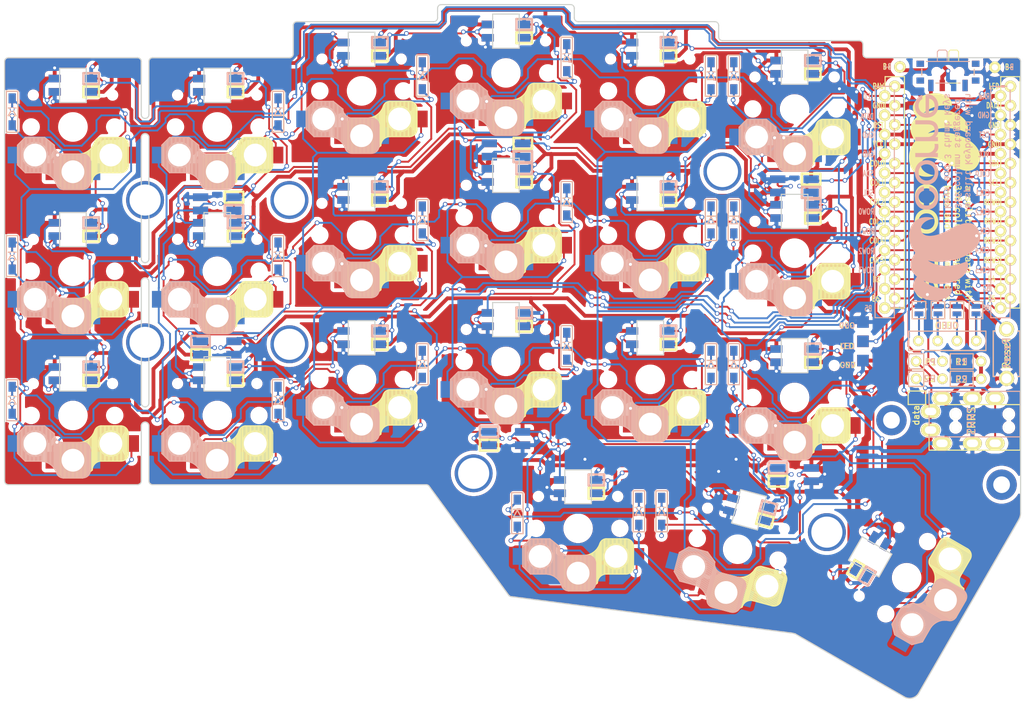
<source format=kicad_pcb>
(kicad_pcb (version 20221018) (generator pcbnew)
  (title_block (title "Corne Chocolate") (date "2018-11-17") (rev "2.1") (company "foostan"))
  (layers (0 "F.Cu" signal) (31 "B.Cu" signal) (34 "B.Paste" user) (35 "F.Paste" user) (36 "B.SilkS" user "B.Silkscreen") (37 "F.SilkS" user "F.Silkscreen") (38 "B.Mask" user) (39 "F.Mask" user) (44 "Edge.Cuts" user))
  (net 0 "")
  (net 1 "row0")
  (net 2 "Net-(D1-Pad2)")
  (net 3 "row1")
  (net 4 "Net-(D2-Pad2)")
  (net 5 "row2")
  (net 6 "Net-(D3-Pad2)")
  (net 7 "row3")
  (net 8 "Net-(D4-Pad2)")
  (net 9 "Net-(D5-Pad2)")
  (net 10 "Net-(D6-Pad2)")
  (net 11 "Net-(D7-Pad2)")
  (net 12 "Net-(D8-Pad2)")
  (net 13 "Net-(D9-Pad2)")
  (net 14 "Net-(D10-Pad2)")
  (net 15 "Net-(D11-Pad2)")
  (net 16 "Net-(D12-Pad2)")
  (net 17 "Net-(D13-Pad2)")
  (net 18 "Net-(D14-Pad2)")
  (net 19 "Net-(D15-Pad2)")
  (net 20 "Net-(D16-Pad2)")
  (net 21 "Net-(D17-Pad2)")
  (net 22 "Net-(D18-Pad2)")
  (net 23 "Net-(D19-Pad2)")
  (net 24 "Net-(D20-Pad2)")
  (net 25 "Net-(D21-Pad2)")
  (net 26 "GND")
  (net 27 "VCC")
  (net 28 "col0")
  (net 29 "col1")
  (net 30 "col2")
  (net 31 "col3")
  (net 32 "col4")
  (net 33 "col5")
  (net 34 "LED")
  (net 35 "data")
  (net 36 "Net-(L1-Pad3)")
  (net 37 "Net-(L1-Pad1)")
  (net 38 "Net-(L3-Pad3)")
  (net 39 "Net-(L10-Pad1)")
  (net 40 "Net-(L11-Pad1)")
  (net 41 "Net-(L13-Pad1)")
  (net 42 "Net-(L14-Pad3)")
  (net 43 "Net-(L10-Pad3)")
  (net 44 "Net-(L12-Pad1)")
  (net 45 "Net-(L13-Pad3)")
  (net 46 "Net-(L15-Pad3)")
  (net 47 "Net-(L16-Pad3)")
  (net 48 "reset")
  (net 49 "SCL")
  (net 50 "SDA")
  (net 51 "Net-(L5-Pad3)")
  (net 52 "Net-(U1-Pad14)")
  (net 53 "Net-(U1-Pad13)")
  (net 54 "Net-(U1-Pad12)")
  (net 55 "Net-(U1-Pad11)")
  (net 56 "Net-(J2-Pad1)")
  (net 57 "Net-(J2-Pad2)")
  (net 58 "Net-(J2-Pad3)")
  (net 59 "Net-(J2-Pad4)")
  (net 60 "Net-(L2-Pad3)")
  (net 61 "Net-(L3-Pad1)")
  (net 62 "Net-(L11-Pad3)")
  (net 63 "Net-(L14-Pad1)")
  (net 64 "Net-(L12-Pad3)")
  (net 65 "Net-(L17-Pad1)")
  (net 66 "Net-(L18-Pad3)")
  (net 67 "Net-(L19-Pad3)")
  (net 68 "Net-(J1-PadA)")
  (net 69 "Net-(J1-PadB)")
  (net 70 "Net-(L21-Pad3)")
  (net 71 "Net-(L22-Pad3)")
  (net 72 "Net-(L22-Pad1)")
  (net 73 "Net-(L23-Pad3)")
  (net 74 "Net-(L25-Pad1)")
  (net 75 "Net-(L26-Pad1)")
  (net 76 "B+")
  (net 77 "RAW")
  (footprint "kbd:D3_SMD" (layer "F.Cu") (at 62 75.125 -90)
    (fp_text reference "D1" hide)
    (fp_text value "D" hide)
  )
  (footprint "kbd:D3_SMD" (layer "F.Cu") (at 97 75.125 -90)
    (fp_text reference "D2" hide)
    (fp_text value "D" hide)
  )
  (footprint "kbd:D3_SMD" (layer "F.Cu") (at 116 70.375 -90)
    (fp_text reference "D3" hide)
    (fp_text value "D" hide)
  )
  (footprint "kbd:D3_SMD" (layer "F.Cu") (at 135 68 -90)
    (fp_text reference "D4" hide)
    (fp_text value "D" hide)
  )
  (footprint "kbd:D3_SMD" (layer "F.Cu") (at 154 70.375 -90)
    (fp_text reference "D5" hide)
    (fp_text value "D" hide)
  )
  (footprint "kbd:D3_SMD" (layer "F.Cu") (at 157 70.375 -90)
    (fp_text reference "D6" hide)
    (fp_text value "D" hide)
  )
  (footprint "kbd:D3_SMD" (layer "F.Cu") (at 62 94.125 -90)
    (fp_text reference "D7" hide)
    (fp_text value "D" hide)
  )
  (footprint "kbd:D3_SMD" (layer "F.Cu") (at 97 94.125 -90)
    (fp_text reference "D8" hide)
    (fp_text value "D" hide)
  )
  (footprint "kbd:D3_SMD" (layer "F.Cu") (at 116 89.375 -90)
    (fp_text reference "D9" hide)
    (fp_text value "D" hide)
  )
  (footprint "kbd:D3_SMD" (layer "F.Cu") (at 135 87 -90)
    (fp_text reference "D10" hide)
    (fp_text value "D" hide)
  )
  (footprint "kbd:D3_SMD" (layer "F.Cu") (at 154 89.375 -90)
    (fp_text reference "D11" hide)
    (fp_text value "D" hide)
  )
  (footprint "kbd:D3_SMD" (layer "F.Cu") (at 157 89.375 -90)
    (fp_text reference "D12" hide)
    (fp_text value "D" hide)
  )
  (footprint "kbd:D3_SMD" (layer "F.Cu") (at 62 113.125 -90)
    (fp_text reference "D13" hide)
    (fp_text value "D" hide)
  )
  (footprint "kbd:D3_SMD" (layer "F.Cu") (at 97 113.125 -90)
    (fp_text reference "D14" hide)
    (fp_text value "D" hide)
  )
  (footprint "kbd:D3_SMD" (layer "F.Cu") (at 116 108.375 -90)
    (fp_text reference "D15" hide)
    (fp_text value "D" hide)
  )
  (footprint "kbd:D3_SMD" (layer "F.Cu") (at 135 106 -90)
    (fp_text reference "D16" hide)
    (fp_text value "D" hide)
  )
  (footprint "kbd:D3_SMD" (layer "F.Cu") (at 154 108.375 -90)
    (fp_text reference "D17" hide)
    (fp_text value "D" hide)
  )
  (footprint "kbd:D3_SMD" (layer "F.Cu") (at 157 108.375 -90)
    (fp_text reference "D18" hide)
    (fp_text value "D" hide)
  )
  (footprint "kbd:D3_SMD" (layer "F.Cu") (at 128.5 128 -90)
    (fp_text reference "D19" hide)
    (fp_text value "D" hide)
  )
  (footprint "kbd:D3_SMD" (layer "F.Cu") (at 144.5 127.75 -90)
    (fp_text reference "D20" hide)
    (fp_text value "D" hide)
  )
  (footprint "kbd:D3_SMD" (layer "F.Cu") (at 147.5 127.75 -90)
    (fp_text reference "D21" hide)
    (fp_text value "D" hide)
  )
  (footprint "kbd:SK6812MINI_rev" (layer "F.Cu") (at 70 71.625)
    (fp_text reference "L1" hide)
    (fp_text value "SK6812MINI" hide)
  )
  (footprint "kbd:SK6812MINI_rev" (layer "F.Cu") (at 89 71.625)
    (fp_text reference "L2" hide)
    (fp_text value "SK6812MINI" hide)
  )
  (footprint "kbd:SK6812MINI_rev" (layer "F.Cu") (at 108 66.875)
    (fp_text reference "L3" hide)
    (fp_text value "SK6812MINI" hide)
  )
  (footprint "kbd:SK6812MINI_rev" (layer "F.Cu") (at 127 64.5)
    (fp_text reference "L4" hide)
    (fp_text value "SK6812MINI" hide)
  )
  (footprint "kbd:SK6812MINI_rev" (layer "F.Cu") (at 146 66.875)
    (fp_text reference "L5" hide)
    (fp_text value "SK6812MINI" hide)
  )
  (footprint "kbd:SK6812MINI_rev" (layer "F.Cu") (at 165 69.25)
    (fp_text reference "L6" hide)
    (fp_text value "SK6812MINI" hide)
  )
  (footprint "kbd:SK6812MINI_rev" (layer "F.Cu") (at 70 90.625)
    (fp_text reference "L7" hide)
    (fp_text value "SK6812MINI" hide)
  )
  (footprint "kbd:SK6812MINI_rev" (layer "F.Cu") (at 89 90.625)
    (fp_text reference "L8" hide)
    (fp_text value "SK6812MINI" hide)
  )
  (footprint "kbd:SK6812MINI_rev" (layer "F.Cu") (at 108 85.875)
    (fp_text reference "L9" hide)
    (fp_text value "SK6812MINI" hide)
  )
  (footprint "kbd:SK6812MINI_rev" (layer "F.Cu") (at 127 83.5)
    (fp_text reference "L10" hide)
    (fp_text value "SK6812MINI" hide)
  )
  (footprint "kbd:SK6812MINI_rev" (layer "F.Cu") (at 146 85.875)
    (fp_text reference "L11" hide)
    (fp_text value "SK6812MINI" hide)
  )
  (footprint "kbd:SK6812MINI_rev" (layer "F.Cu") (at 165 88.25)
    (fp_text reference "L12" hide)
    (fp_text value "SK6812MINI" hide)
  )
  (footprint "kbd:SK6812MINI_rev" (layer "F.Cu") (at 70 109.625)
    (fp_text reference "L13" hide)
    (fp_text value "SK6812MINI" hide)
  )
  (footprint "kbd:SK6812MINI_rev" (layer "F.Cu") (at 89 109.625)
    (fp_text reference "L14" hide)
    (fp_text value "SK6812MINI" hide)
  )
  (footprint "kbd:SK6812MINI_rev" (layer "F.Cu") (at 108 104.875)
    (fp_text reference "L15" hide)
    (fp_text value "SK6812MINI" hide)
  )
  (footprint "kbd:SK6812MINI_rev" (layer "F.Cu") (at 127 102.5)
    (fp_text reference "L16" hide)
    (fp_text value "SK6812MINI" hide)
  )
  (footprint "kbd:SK6812MINI_rev" (layer "F.Cu") (at 146 104.875)
    (fp_text reference "L17" hide)
    (fp_text value "SK6812MINI" hide)
  )
  (footprint "kbd:SK6812MINI_rev" (layer "F.Cu") (at 165 107.25)
    (fp_text reference "L18" hide)
    (fp_text value "SK6812MINI" hide)
  )
  (footprint "kbd:SK6812MINI_rev" (layer "F.Cu") (at 136.5 124.5)
    (fp_text reference "L19" hide)
    (fp_text value "SK6812MINI" hide)
  )
  (footprint "kbd:SK6812MINI_rev" (layer "F.Cu") (at 159 127.5 -15)
    (fp_text reference "L20" hide)
    (fp_text value "SK6812MINI" hide)
  )
  (footprint "kbd:SK6812MINI_rev" (layer "F.Cu") (at 175 133.75 -120)
    (fp_text reference "L21" hide)
    (fp_text value "SK6812MINI" hide)
  )
  (footprint "kbd:Choc_Hotswap" (layer "F.Cu") (at 70 77.125 180)
    (fp_text reference "SW1" hide)
    (fp_text value "SW_PUSH" hide)
  )
  (footprint "kbd:Choc_Hotswap" (layer "F.Cu") (at 89 77.125 180)
    (fp_text reference "SW2" hide)
    (fp_text value "SW_PUSH" hide)
  )
  (footprint "kbd:Choc_Hotswap" (layer "F.Cu") (at 108 72.375 180)
    (fp_text reference "SW3" hide)
    (fp_text value "SW_PUSH" hide)
  )
  (footprint "kbd:Choc_Hotswap" (layer "F.Cu") (at 127 70 180)
    (fp_text reference "SW4" hide)
    (fp_text value "SW_PUSH" hide)
  )
  (footprint "kbd:Choc_Hotswap" (layer "F.Cu") (at 146 72.375 180)
    (fp_text reference "SW5" hide)
    (fp_text value "SW_PUSH" hide)
  )
  (footprint "kbd:Choc_Hotswap" (layer "F.Cu") (at 165 74.75 180)
    (fp_text reference "SW6" hide)
    (fp_text value "SW_PUSH" hide)
  )
  (footprint "kbd:Choc_Hotswap" (layer "F.Cu") (at 70 96.125 180)
    (fp_text reference "SW7" hide)
    (fp_text value "SW_PUSH" hide)
  )
  (footprint "kbd:Choc_Hotswap" (layer "F.Cu") (at 89 96.125 180)
    (fp_text reference "SW8" hide)
    (fp_text value "SW_PUSH" hide)
  )
  (footprint "kbd:Choc_Hotswap" (layer "F.Cu") (at 108 91.375 180)
    (fp_text reference "SW9" hide)
    (fp_text value "SW_PUSH" hide)
  )
  (footprint "kbd:Choc_Hotswap" (layer "F.Cu") (at 127 89 180)
    (fp_text reference "SW10" hide)
    (fp_text value "SW_PUSH" hide)
  )
  (footprint "kbd:Choc_Hotswap" (layer "F.Cu") (at 146 91.375 180)
    (fp_text reference "SW11" hide)
    (fp_text value "SW_PUSH" hide)
  )
  (footprint "kbd:Choc_Hotswap" (layer "F.Cu") (at 165 93.75 180)
    (fp_text reference "SW12" hide)
    (fp_text value "SW_PUSH" hide)
  )
  (footprint "kbd:Choc_Hotswap" (layer "F.Cu") (at 70 115.125 180)
    (fp_text reference "SW13" hide)
    (fp_text value "SW_PUSH" hide)
  )
  (footprint "kbd:Choc_Hotswap" (layer "F.Cu") (at 89 115.125 180)
    (fp_text reference "SW14" hide)
    (fp_text value "SW_PUSH" hide)
  )
  (footprint "kbd:Choc_Hotswap" (layer "F.Cu") (at 108 110.375 180)
    (fp_text reference "SW15" hide)
    (fp_text value "SW_PUSH" hide)
  )
  (footprint "kbd:Choc_Hotswap" (layer "F.Cu") (at 127 108 180)
    (fp_text reference "SW16" hide)
    (fp_text value "SW_PUSH" hide)
  )
  (footprint "kbd:Choc_Hotswap" (layer "F.Cu") (at 146 110.375 180)
    (fp_text reference "SW17" hide)
    (fp_text value "SW_PUSH" hide)
  )
  (footprint "kbd:Choc_Hotswap" (layer "F.Cu") (at 165 112.75 180)
    (fp_text reference "SW18" hide)
    (fp_text value "SW_PUSH" hide)
  )
  (footprint "kbd:Choc_Hotswap" (layer "F.Cu") (at 136.5 130 180)
    (fp_text reference "SW19" hide)
    (fp_text value "SW_PUSH" hide)
  )
  (footprint "kbd:Choc_Hotswap" (layer "F.Cu") (at 157.5 132.75 165)
    (fp_text reference "SW20" hide)
    (fp_text value "SW_PUSH" hide)
  )
  (footprint "kbd:Jumper" (layer "F.Cu") (at 188.875 101.25 -90)
    (fp_text reference "JP2" hide)
    (fp_text value " ")
  )
  (footprint "kbd:Jumper" (layer "F.Cu") (at 186.375 101.25 -90)
    (fp_text reference "JP3" hide)
    (fp_text value " ")
  )
  (footprint "kbd:Jumper" (layer "F.Cu") (at 183.875 101.25 -90)
    (fp_text reference "JP4" hide)
    (fp_text value " ")
  )
  (footprint "kbd:Jumper" (layer "F.Cu") (at 181.375 101.25 -90)
    (fp_text reference "JP5" hide)
    (fp_text value " ")
  )
  (footprint "kbd:ProMicro_v2" (layer "F.Cu") (at 185.75 86.25)
    (fp_text reference "U1" hide)
    (fp_text value "ProMicro" hide)
  )
  (footprint "kbd:LEGO_HOLE" (layer "F.Cu") (at 177.75 115.75)
    (fp_text reference "")
    (fp_text value "")
  )
  (footprint "kbd:LEGO_HOLE" (layer "F.Cu") (at 192.25 124.25)
    (fp_text reference "")
    (fp_text value "")
  )
  (footprint "kbd:LEGO_HOLE" (layer "F.Cu") (at 79.5 86.75)
    (fp_text reference "")
    (fp_text value "")
  )
  (footprint "kbd:LEGO_HOLE" (layer "F.Cu") (at 79.5 105.5)
    (fp_text reference "")
    (fp_text value "")
  )
  (footprint "kbd:LEGO_HOLE" (layer "F.Cu") (at 98.5 86.75)
    (fp_text reference "")
    (fp_text value "")
  )
  (footprint "kbd:LEGO_HOLE" (layer "F.Cu") (at 98.5 105.75)
    (fp_text reference "")
    (fp_text value "")
  )
  (footprint "kbd:LEGO_HOLE" (layer "F.Cu") (at 155.5 83)
    (fp_text reference "")
    (fp_text value "")
  )
  (footprint "kbd:LEGO_HOLE" (layer "F.Cu") (at 122.75 122.75)
    (fp_text reference "")
    (fp_text value "")
  )
  (footprint "kbd:LEGO_HOLE" (layer "F.Cu") (at 169.25 130.5)
    (fp_text reference "")
    (fp_text value "")
  )
  (footprint "kbd:StripLED_rev" (layer "F.Cu") (at 174 107.9 180)
    (fp_text reference "J3" hide)
    (fp_text value "LED" hide)
  )
  (footprint "kbd:JPC2" (layer "F.Cu") (at 181.1 112.8)
    (fp_text reference "data")
    (fp_text value " " hide)
  )
  (footprint "kbd:OLED" (layer "F.Cu") (at 181.3 105.3)
    (fp_text reference "OLED")
    (fp_text value "OLED" hide)
  )
  (footprint "kbd:MJ-4PP-9" (layer "F.Cu") (at 194.7 116.7 -90)
    (fp_text reference "TRRS")
    (fp_text value "MJ-4PP-9" hide)
  )
  (footprint "kbd:ResetSW" (layer "F.Cu") (at 192.9 107 90)
    (fp_text reference "RSW1" hide)
    (fp_text value "Reset")
  )
  (footprint "kbd:SK6812MINI_underglow_rev" (layer "F.Cu") (at 127.02 80.16)
    (fp_text reference "L23" hide)
    (fp_text value "SK6812MINI" hide)
  )
  (footprint "kbd:SK6812MINI_underglow_rev" (layer "F.Cu") (at 164.97 84.88)
    (fp_text reference "L24" hide)
    (fp_text value "SK6812MINI" hide)
  )
  (footprint "kbd:SK6812MINI_underglow_rev" (layer "F.Cu") (at 126.99 118.17 180)
    (fp_text reference "L26" hide)
    (fp_text value "SK6812MINI" hide)
  )
  (footprint "kbd:SK6812MINI_underglow_rev" (layer "F.Cu") (at 165.01 122.92 180)
    (fp_text reference "L27" hide)
    (fp_text value "SK6812MINI" hide)
  )
  (footprint "kbd:corne" (layer "F.Cu") (at 184.620203 86.360157 -90)
    (fp_text reference "G***" hide)
    (fp_text value "LOGO" hide)
  )
  (footprint "kbd:Choc_Hotswap_1.5u" (layer "F.Cu") (at 179.75 136.5 -120)
    (fp_text reference "SW21" hide)
    (fp_text value "SW_PUSH" hide)
  )
  (footprint "kbd:R" (layer "F.Cu") (at 187 110.3 180)
    (fp_text reference "R2")
    (fp_text value "R" hide)
  )
  (footprint "kbd:R" (layer "F.Cu") (at 187 108 180)
    (fp_text reference "R1")
    (fp_text value "R" hide)
  )
  (footprint "kbd:1pin_conn" (layer "F.Cu") (at 181 108)
    (fp_text reference "P1")
    (fp_text value "i2c-pin" hide)
  )
  (footprint "kbd:1pin_conn" (layer "F.Cu") (at 181 110.3)
    (fp_text reference "P2")
    (fp_text value "i2c-pin" hide)
  )
  (footprint "kbd:SK6812MINI_underglow_rev" (layer "F.Cu") (at 89 87.25)
    (fp_text reference "L22" hide)
    (fp_text value "SK6812MINI" hide)
  )
  (footprint "kbd:SK6812MINI_underglow_rev" (layer "F.Cu") (at 89 106.24 180)
    (fp_text reference "L25" hide)
    (fp_text value "SK6812MINI" hide)
  )
  (footprint "" (layer "F.Cu") (at 178.86 69.22)
    (fp_text reference "")
    (fp_text value "")
  )
  (footprint "Button_Switch_SMD:SW_SPDT_PCM12" (layer "F.Cu") (at 185.19 70.23 180)
    (fp_text reference "REF**" hide)
    (fp_text value "SW_SPDT_PCM12" hide)
  )
  (footprint "" (layer "F.Cu") (at 191.36 69.26)
    (fp_text reference "")
    (fp_text value "")
  )
  (footprint "kbd:Jumper" (layer "B.Cu") (at 188.875 101.25 -90)
    (fp_text reference "JP6" hide)
    (fp_text value " ")
  )
  (footprint "kbd:Jumper" (layer "B.Cu") (at 186.375 101.25 -90)
    (fp_text reference "JP7" hide)
    (fp_text value " ")
  )
  (footprint "kbd:Jumper" (layer "B.Cu") (at 183.875 101.25 -90)
    (fp_text reference "JP8" hide)
    (fp_text value " ")
  )
  (footprint "kbd:Jumper" (layer "B.Cu") (at 181.375 101.25 -90)
    (fp_text reference "JP9" hide)
    (fp_text value " ")
  )
  (footprint "kbd:corne" (layer "B.Cu") (at 184.63 86.32 90)
    (fp_text reference "G***" hide)
    (fp_text value "LOGO" hide)
  )
  (footprint "Button_Switch_SMD:SW_SPDT_PCM12" (layer "B.Cu") (at 185.19 70.23)
    (fp_text reference "REF**" hide)
    (fp_text value "SW_SPDT_PCM12" hide)
  )
  (gr_line (start 87.25 69.4) (end 87.25 73.9) (stroke (width 0.15)) (layer "Edge.Cuts"))
  (gr_line (start 87.25 73.9) (end 90.75 73.9) (stroke (width 0.15)) (layer "Edge.Cuts"))
  (gr_line (start 90.75 73.9) (end 90.75 69.4) (stroke (width 0.15)) (layer "Edge.Cuts"))
  (gr_line (start 90.75 69.4) (end 87.25 69.4) (stroke (width 0.15)) (layer "Edge.Cuts"))
  (gr_line (start 68.25 88.4) (end 68.25 92.9) (stroke (width 0.15)) (layer "Edge.Cuts"))
  (gr_line (start 68.25 92.9) (end 71.75 92.9) (stroke (width 0.15)) (layer "Edge.Cuts"))
  (gr_line (start 71.75 92.9) (end 71.75 88.4) (stroke (width 0.15)) (layer "Edge.Cuts"))
  (gr_line (start 71.75 88.4) (end 68.25 88.4) (stroke (width 0.15)) (layer "Edge.Cuts"))
  (gr_line (start 87.25 88.4) (end 87.25 92.9) (stroke (width 0.15)) (layer "Edge.Cuts"))
  (gr_line (start 87.25 92.9) (end 90.75 92.9) (stroke (width 0.15)) (layer "Edge.Cuts"))
  (gr_line (start 90.75 92.9) (end 90.75 88.4) (stroke (width 0.15)) (layer "Edge.Cuts"))
  (gr_line (start 90.75 88.4) (end 87.25 88.4) (stroke (width 0.15)) (layer "Edge.Cuts"))
  (gr_line (start 68.25 107.4) (end 68.25 111.9) (stroke (width 0.15)) (layer "Edge.Cuts"))
  (gr_line (start 68.25 111.9) (end 71.75 111.9) (stroke (width 0.15)) (layer "Edge.Cuts"))
  (gr_line (start 71.75 111.9) (end 71.75 107.4) (stroke (width 0.15)) (layer "Edge.Cuts"))
  (gr_line (start 71.75 107.4) (end 68.25 107.4) (stroke (width 0.15)) (layer "Edge.Cuts"))
  (gr_line (start 87.25 107.4) (end 87.25 111.9) (stroke (width 0.15)) (layer "Edge.Cuts"))
  (gr_line (start 87.25 111.9) (end 90.75 111.9) (stroke (width 0.15)) (layer "Edge.Cuts"))
  (gr_line (start 90.75 111.9) (end 90.75 107.4) (stroke (width 0.15)) (layer "Edge.Cuts"))
  (gr_line (start 90.75 107.4) (end 87.25 107.4) (stroke (width 0.15)) (layer "Edge.Cuts"))
  (gr_line (start 106.25 64.65) (end 106.25 69.15) (stroke (width 0.15)) (layer "Edge.Cuts"))
  (gr_line (start 106.25 69.15) (end 109.75 69.15) (stroke (width 0.15)) (layer "Edge.Cuts"))
  (gr_line (start 109.75 69.15) (end 109.75 64.65) (stroke (width 0.15)) (layer "Edge.Cuts"))
  (gr_line (start 109.75 64.65) (end 106.25 64.65) (stroke (width 0.15)) (layer "Edge.Cuts"))
  (gr_line (start 125.25 62.25) (end 125.25 66.75) (stroke (width 0.15)) (layer "Edge.Cuts"))
  (gr_line (start 125.25 66.75) (end 128.75 66.75) (stroke (width 0.15)) (layer "Edge.Cuts"))
  (gr_line (start 128.75 66.75) (end 128.75 62.25) (stroke (width 0.15)) (layer "Edge.Cuts"))
  (gr_line (start 128.75 62.25) (end 125.25 62.25) (stroke (width 0.15)) (layer "Edge.Cuts"))
  (gr_line (start 144.25 64.65) (end 144.25 69.15) (stroke (width 0.15)) (layer "Edge.Cuts"))
  (gr_line (start 144.25 69.15) (end 147.75 69.15) (stroke (width 0.15)) (layer "Edge.Cuts"))
  (gr_line (start 147.75 69.15) (end 147.75 64.65) (stroke (width 0.15)) (layer "Edge.Cuts"))
  (gr_line (start 147.75 64.65) (end 144.25 64.65) (stroke (width 0.15)) (layer "Edge.Cuts"))
  (gr_line (start 163.25 67) (end 163.25 71.5) (stroke (width 0.15)) (layer "Edge.Cuts"))
  (gr_line (start 163.25 71.5) (end 166.75 71.5) (stroke (width 0.15)) (layer "Edge.Cuts"))
  (gr_line (start 166.75 71.5) (end 166.75 67) (stroke (width 0.15)) (layer "Edge.Cuts"))
  (gr_line (start 166.75 67) (end 163.25 67) (stroke (width 0.15)) (layer "Edge.Cuts"))
  (gr_line (start 106.25 83.65) (end 106.25 88.15) (stroke (width 0.15)) (layer "Edge.Cuts"))
  (gr_line (start 106.25 88.15) (end 109.75 88.15) (stroke (width 0.15)) (layer "Edge.Cuts"))
  (gr_line (start 109.75 88.15) (end 109.75 83.65) (stroke (width 0.15)) (layer "Edge.Cuts"))
  (gr_line (start 109.75 83.65) (end 106.25 83.65) (stroke (width 0.15)) (layer "Edge.Cuts"))
  (gr_line (start 125.25 81.25) (end 125.25 85.75) (stroke (width 0.15)) (layer "Edge.Cuts"))
  (gr_line (start 125.25 85.75) (end 128.75 85.75) (stroke (width 0.15)) (layer "Edge.Cuts"))
  (gr_line (start 128.75 85.75) (end 128.75 81.25) (stroke (width 0.15)) (layer "Edge.Cuts"))
  (gr_line (start 128.75 81.25) (end 125.25 81.25) (stroke (width 0.15)) (layer "Edge.Cuts"))
  (gr_line (start 144.25 83.65) (end 144.25 88.15) (stroke (width 0.15)) (layer "Edge.Cuts"))
  (gr_line (start 144.25 88.15) (end 147.75 88.15) (stroke (width 0.15)) (layer "Edge.Cuts"))
  (gr_line (start 147.75 88.15) (end 147.75 83.65) (stroke (width 0.15)) (layer "Edge.Cuts"))
  (gr_line (start 147.75 83.65) (end 144.25 83.65) (stroke (width 0.15)) (layer "Edge.Cuts"))
  (gr_line (start 163.25 86) (end 163.25 90.5) (stroke (width 0.15)) (layer "Edge.Cuts"))
  (gr_line (start 163.25 90.5) (end 166.75 90.5) (stroke (width 0.15)) (layer "Edge.Cuts"))
  (gr_line (start 166.75 90.5) (end 166.75 86) (stroke (width 0.15)) (layer "Edge.Cuts"))
  (gr_line (start 166.75 86) (end 163.25 86) (stroke (width 0.15)) (layer "Edge.Cuts"))
  (gr_line (start 106.25 102.65) (end 106.25 107.15) (stroke (width 0.15)) (layer "Edge.Cuts"))
  (gr_line (start 106.25 107.15) (end 109.75 107.15) (stroke (width 0.15)) (layer "Edge.Cuts"))
  (gr_line (start 109.75 107.15) (end 109.75 102.65) (stroke (width 0.15)) (layer "Edge.Cuts"))
  (gr_line (start 109.75 102.65) (end 106.25 102.65) (stroke (width 0.15)) (layer "Edge.Cuts"))
  (gr_line (start 125.25 100.25) (end 125.25 104.75) (stroke (width 0.15)) (layer "Edge.Cuts"))
  (gr_line (start 125.25 104.75) (end 128.75 104.75) (stroke (width 0.15)) (layer "Edge.Cuts"))
  (gr_line (start 128.75 104.75) (end 128.75 100.25) (stroke (width 0.15)) (layer "Edge.Cuts"))
  (gr_line (start 128.75 100.25) (end 125.25 100.25) (stroke (width 0.15)) (layer "Edge.Cuts"))
  (gr_line (start 144.25 102.65) (end 144.25 107.15) (stroke (width 0.15)) (layer "Edge.Cuts"))
  (gr_line (start 144.25 107.15) (end 147.75 107.15) (stroke (width 0.15)) (layer "Edge.Cuts"))
  (gr_line (start 147.75 107.15) (end 147.75 102.65) (stroke (width 0.15)) (layer "Edge.Cuts"))
  (gr_line (start 147.75 102.65) (end 144.25 102.65) (stroke (width 0.15)) (layer "Edge.Cuts"))
  (gr_line (start 163.25 105) (end 163.25 109.5) (stroke (width 0.15)) (layer "Edge.Cuts"))
  (gr_line (start 163.25 109.5) (end 166.75 109.5) (stroke (width 0.15)) (layer "Edge.Cuts"))
  (gr_line (start 166.75 109.5) (end 166.75 105) (stroke (width 0.15)) (layer "Edge.Cuts"))
  (gr_line (start 166.75 105) (end 163.25 105) (stroke (width 0.15)) (layer "Edge.Cuts"))
  (gr_line (start 134.75 122.3) (end 134.75 126.75) (stroke (width 0.15)) (layer "Edge.Cuts"))
  (gr_line (start 134.75 126.75) (end 138.25 126.75) (stroke (width 0.15)) (layer "Edge.Cuts"))
  (gr_line (start 138.25 126.75) (end 138.25 122.3) (stroke (width 0.15)) (layer "Edge.Cuts"))
  (gr_line (start 138.25 122.3) (end 134.75 122.3) (stroke (width 0.15)) (layer "Edge.Cuts"))
  (gr_line (start 157.9 124.9) (end 156.7 129.3) (stroke (width 0.15)) (layer "Edge.Cuts"))
  (gr_line (start 156.7 129.3) (end 160.1 130.2) (stroke (width 0.15)) (layer "Edge.Cuts"))
  (gr_line (start 160.1 130.2) (end 161.3 125.8) (stroke (width 0.15)) (layer "Edge.Cuts"))
  (gr_line (start 161.3 125.8) (end 157.9 124.9) (stroke (width 0.15)) (layer "Edge.Cuts"))
  (gr_line (start 116.5 124.25) (end 80.5 124.25) (stroke (width 0.15)) (layer "Edge.Cuts"))
  (gr_line (start 80 94.5) (end 80 78.5) (stroke (width 0.15)) (layer "Edge.Cuts"))
  (gr_line (start 80 97.5) (end 80 113.5) (stroke (width 0.15)) (layer "Edge.Cuts"))
  (gr_line (start 194.75 68.5) (end 194.75 127.975) (stroke (width 0.15)) (layer "Edge.Cuts"))
  (gr_arc (start 79 123.75) (mid 78.853553 124.103553) (end 78.5 124.25) (stroke (width 0.15)) (layer "Edge.Cuts"))
  (gr_arc (start 79.5 95) (mid 79.146447 94.853553) (end 79 94.5) (stroke (width 0.15)) (layer "Edge.Cuts"))
  (gr_arc (start 78.5 68) (mid 78.853553 68.146447) (end 79 68.5) (stroke (width 0.15)) (layer "Edge.Cuts"))
  (gr_line (start 155 65.25) (end 155 63.75) (stroke (width 0.15)) (layer "Edge.Cuts"))
  (gr_line (start 61 68.5) (end 61 123.75) (stroke (width 0.15)) (layer "Edge.Cuts"))
  (gr_arc (start 194.75 127.975) (mid 194.695218 128.426668) (end 194.522764 128.847696) (stroke (width 0.15)) (layer "Edge.Cuts"))
  (gr_line (start 136 62.75) (end 136 61.5) (stroke (width 0.15)) (layer "Edge.Cuts"))
  (gr_line (start 80 75.5) (end 80 68.5) (stroke (width 0.15)) (layer "Edge.Cuts"))
  (gr_arc (start 194.25 68) (mid 194.603553 68.146447) (end 194.75 68.5) (stroke (width 0.15)) (layer "Edge.Cuts"))
  (gr_arc (start 79.5 114) (mid 79.146447 113.853553) (end 79 113.5) (stroke (width 0.15)) (layer "Edge.Cuts"))
  (gr_line (start 117.5 63.25) (end 99.5 63.25) (stroke (width 0.15)) (layer "Edge.Cuts"))
  (gr_arc (start 79.5 76) (mid 79.146447 75.853553) (end 79 75.5) (stroke (width 0.15)) (layer "Edge.Cuts"))
  (gr_arc (start 99 63.75) (mid 99.146447 63.396447) (end 99.5 63.25) (stroke (width 0.15)) (layer "Edge.Cuts"))
  (gr_line (start 98.5 68) (end 80.5 68) (stroke (width 0.15)) (layer "Edge.Cuts"))
  (gr_arc (start 79 116.5) (mid 79.146447 116.146447) (end 79.5 116) (stroke (width 0.15)) (layer "Edge.Cuts"))
  (gr_arc (start 127.75 139) (mid 127.558658 138.96194) (end 127.396447 138.853553) (stroke (width 0.15)) (layer "Edge.Cuts"))
  (gr_line (start 173.5 65.75) (end 155.5 65.75) (stroke (width 0.15)) (layer "Edge.Cuts"))
  (gr_line (start 165.075 143.9) (end 179.369251 152.160956) (stroke (width 0.15)) (layer "Edge.Cuts"))
  (gr_line (start 78.5 68) (end 61.5 68) (stroke (width 0.15)) (layer "Edge.Cuts"))
  (gr_arc (start 99 67.5) (mid 98.853553 67.853553) (end 98.5 68) (stroke (width 0.15)) (layer "Edge.Cuts"))
  (gr_arc (start 80.5 124.25) (mid 80.146447 124.103553) (end 80 123.75) (stroke (width 0.15)) (layer "Edge.Cuts"))
  (gr_line (start 135.5 61) (end 118.5 61) (stroke (width 0.15)) (layer "Edge.Cuts"))
  (gr_line (start 154.5 63.25) (end 136.5 63.25) (stroke (width 0.15)) (layer "Edge.Cuts"))
  (gr_line (start 176.1 136.4) (end 177.8 133.4) (stroke (width 0.15)) (layer "Edge.Cuts"))
  (gr_arc (start 79.5 97) (mid 79.853553 97.146447) (end 80 97.5) (stroke (width 0.15)) (layer "Edge.Cuts"))
  (gr_line (start 173.9 131.1) (end 172.1 134.2) (stroke (width 0.15)) (layer "Edge.Cuts"))
  (gr_arc (start 181.297263 151.781465) (mid 180.412069 152.371617) (end 179.369251 152.160956) (stroke (width 0.15)) (layer "Edge.Cuts"))
  (gr_arc (start 79.5 78) (mid 79.853553 78.146447) (end 80 78.5) (stroke (width 0.15)) (layer "Edge.Cuts"))
  (gr_arc (start 80 94.5) (mid 79.853553 94.853553) (end 79.5 95) (stroke (width 0.15)) (layer "Edge.Cuts"))
  (gr_line (start 116.853553 124.396447) (end 127.396447 138.853553) (stroke (width 0.15)) (layer "Edge.Cuts"))
  (gr_arc (start 80 75.5) (mid 79.853553 75.853553) (end 79.5 76) (stroke (width 0.15)) (layer "Edge.Cuts"))
  (gr_arc (start 79 78.5) (mid 79.146447 78.146447) (end 79.5 78) (stroke (width 0.15)) (layer "Edge.Cuts"))
  (gr_arc (start 155.5 65.75) (mid 155.146447 65.603553) (end 155 65.25) (stroke (width 0.15)) (layer "Edge.Cuts"))
  (gr_arc (start 79 97.5) (mid 79.146447 97.146447) (end 79.5 97) (stroke (width 0.15)) (layer "Edge.Cuts"))
  (gr_arc (start 135.5 61) (mid 135.853553 61.146447) (end 136 61.5) (stroke (width 0.15)) (layer "Edge.Cuts"))
  (gr_line (start 79 78.5) (end 79 94.5) (stroke (width 0.15)) (layer "Edge.Cuts"))
  (gr_line (start 118 61.5) (end 118 62.75) (stroke (width 0.15)) (layer "Edge.Cuts"))
  (gr_arc (start 173.5 65.75) (mid 173.853553 65.896447) (end 174 66.25) (stroke (width 0.15)) (layer "Edge.Cuts"))
  (gr_arc (start 61 68.5) (mid 61.146447 68.146447) (end 61.5 68) (stroke (width 0.15)) (layer "Edge.Cuts"))
  (gr_line (start 127.75 139) (end 164.420555 143.770344) (stroke (width 0.15)) (layer "Edge.Cuts"))
  (gr_line (start 79 123.75) (end 79 116.5) (stroke (width 0.15)) (layer "Edge.Cuts"))
  (gr_arc (start 154.5 63.25) (mid 154.853553 63.396447) (end 155 63.75) (stroke (width 0.15)) (layer "Edge.Cuts"))
  (gr_line (start 99 63.75) (end 99 67.5) (stroke (width 0.15)) (layer "Edge.Cuts"))
  (gr_line (start 79 68.5) (end 79 75.5) (stroke (width 0.15)) (layer "Edge.Cuts"))
  (gr_line (start 181.297263 151.781465) (end 194.525 128.85) (stroke (width 0.15)) (layer "Edge.Cuts"))
  (gr_line (start 172.1 134.2) (end 176.1 136.4) (stroke (width 0.15)) (layer "Edge.Cuts"))
  (gr_arc (start 118 62.75) (mid 117.853553 63.103553) (end 117.5 63.25) (stroke (width 0.15)) (layer "Edge.Cuts"))
  (gr_line (start 71.75 69.4) (end 68.25 69.4) (stroke (width 0.15)) (layer "Edge.Cuts"))
  (gr_arc (start 61.5 124.25) (mid 61.146447 124.103553) (end 61 123.75) (stroke (width 0.15)) (layer "Edge.Cuts"))
  (gr_line (start 68.25 73.9) (end 71.75 73.9) (stroke (width 0.15)) (layer "Edge.Cuts"))
  (gr_arc (start 164.420555 143.770344) (mid 164.750952 143.819149) (end 165.075 143.9) (stroke (width 0.15)) (layer "Edge.Cuts"))
  (gr_line (start 177.8 133.4) (end 173.9 131.1) (stroke (width 0.15)) (layer "Edge.Cuts"))
  (gr_line (start 61.5 124.25) (end 78.5 124.25) (stroke (width 0.15)) (layer "Edge.Cuts"))
  (gr_line (start 71.75 73.9) (end 71.75 69.4) (stroke (width 0.15)) (layer "Edge.Cuts"))
  (gr_arc (start 80 113.5) (mid 79.853553 113.853553) (end 79.5 114) (stroke (width 0.15)) (layer "Edge.Cuts"))
  (gr_arc (start 116.5 124.25) (mid 116.691342 124.28806) (end 116.853553 124.396447) (stroke (width 0.15)) (layer "Edge.Cuts"))
  (gr_arc (start 136.5 63.25) (mid 136.146447 63.103553) (end 136 62.75) (stroke (width 0.15)) (layer "Edge.Cuts"))
  (gr_line (start 79 113.5) (end 79 97.5) (stroke (width 0.15)) (layer "Edge.Cuts"))
  (gr_arc (start 174.5 68) (mid 174.146447 67.853553) (end 174 67.5) (stroke (width 0.15)) (layer "Edge.Cuts"))
  (gr_arc (start 79.5 116) (mid 79.853553 116.146447) (end 80 116.5) (stroke (width 0.15)) (layer "Edge.Cuts"))
  (gr_line (start 68.25 69.4) (end 68.25 73.9) (stroke (width 0.15)) (layer "Edge.Cuts"))
  (gr_line (start 80 116.5) (end 80 123.75) (stroke (width 0.15)) (layer "Edge.Cuts"))
  (gr_line (start 174 66.25) (end 174 67.5) (stroke (width 0.15)) (layer "Edge.Cuts"))
  (gr_arc (start 118 61.5) (mid 118.146447 61.146447) (end 118.5 61) (stroke (width 0.15)) (layer "Edge.Cuts"))
  (gr_arc (start 80 68.5) (mid 80.146447 68.146447) (end 80.5 68) (stroke (width 0.15)) (layer "Edge.Cuts"))
  (gr_line (start 194.25 68) (end 174.5 68) (stroke (width 0.15)) (layer "Edge.Cuts"))
  (gr_text "VCC" (at 172 108.5) (layer "B.SilkS") (effects (font (size 0.7 0.7) (thickness 0.125)) (justify mirror)))
  (gr_text "B-" (at 193.28 69.23) (layer "B.SilkS") (effects (font (size 0.75 0.5) (thickness 0.125)) (justify mirror)))
  (gr_text "GND" (at 171.9 103.3) (layer "B.SilkS") (effects (font (size 0.7 0.7) (thickness 0.125)) (justify mirror)))
  (gr_text "B+" (at 177.19 69.18) (layer "B.SilkS") (effects (font (size 0.75 0.5) (thickness 0.125)) (justify mirror)))
  (gr_text "LED" (at 172 106) (layer "B.SilkS") (effects (font (size 0.7 0.7) (thickness 0.125)) (justify mirror)))
  (gr_text "OLED" (at 185.1 103.3) (layer "B.SilkS") (effects (font (size 0.8128 0.8128)) (justify mirror)))
  (gr_text "B-" (at 193.28 69.23) (layer "F.SilkS") (effects (font (size 0.75 0.5) (thickness 0.125))))
  (gr_text "LED" (at 171.9 106) (layer "F.SilkS") (effects (font (size 0.7 0.7) (thickness 0.125))))
  (gr_text "B+" (at 177.19 69.18) (layer "F.SilkS") (effects (font (size 0.75 0.5) (thickness 0.125))))
  (gr_text "GND" (at 172 108.5) (layer "F.SilkS") (effects (font (size 0.7 0.7) (thickness 0.125))))
  (gr_text "VCC" (at 171.9 103.3) (layer "F.SilkS") (effects (font (size 0.7 0.7) (thickness 0.125))))
  (segment (start 187.518 88.282) (end 188.788 87.012) (width 0.25) (layer "F.Cu") (net 1))
  (segment (start 188.788 87.012) (end 193.4064 87.012) (width 0.25) (layer "F.Cu") (net 1))
  (segment (start 115.75 69.95) (end 116 69.7) (width 0.25) (layer "F.Cu") (net 1))
  (segment (start 116 69.7) (end 116 68.6) (width 0.25) (layer "F.Cu") (net 1))
  (segment (start 135 67.6) (end 135 66.225) (width 0.25) (layer "F.Cu") (net 1))
  (segment (start 97 74.75) (end 97 73.35) (width 0.25) (layer "F.Cu") (net 1))
  (segment (start 62 74.8) (end 62 73.35) (width 0.25) (layer "F.Cu") (net 1))
  (segment (start 154 70) (end 154 68.6) (width 0.25) (layer "F.Cu") (net 1))
  (segment (start 174.62 86.042) (end 174.62 82.004264) (width 0.25) (layer "F.Cu") (net 1))
  (segment (start 157 68.6) (end 157 70) (width 0.25) (layer "F.Cu") (net 1))
  (segment (start 176.86 88.282) (end 174.62 86.042) (width 0.25) (layer "F.Cu") (net 1))
  (segment (start 174.8 77) (end 174.8 77.592016) (width 0.25) (layer "F.Cu") (net 1))
  (segment (start 174.8 77.592016) (end 174.623487 77.768529) (width 0.25) (layer "F.Cu") (net 1))
  (segment (start 174.62 82.004264) (end 174.62 81.58) (width 0.25) (layer "F.Cu") (net 1))
  (segment (start 176.86 88.282) (end 187.518 88.282) (width 0.25) (layer "F.Cu") (net 1))
  (via (at 154 70) (size 0.6) (drill 0.4) (layers "F.Cu" "B.Cu") (net 1))
  (via (at 174.62 81.58) (size 0.6) (drill 0.4) (layers "F.Cu" "B.Cu") (net 1))
  (via (at 135 67.6) (size 0.6) (drill 0.4) (layers "F.Cu" "B.Cu") (net 1))
  (via (at 157 70) (size 0.6) (drill 0.4) (layers "F.Cu" "B.Cu") (net 1))
  (via (at 97 74.75) (size 0.6) (drill 0.4) (layers "F.Cu" "B.Cu") (net 1))
  (via (at 115.75 69.95) (size 0.6) (drill 0.4) (layers "F.Cu" "B.Cu") (net 1))
  (via (at 174.623487 77.768529) (size 0.6) (drill 0.4) (layers "F.Cu" "B.Cu") (net 1))
  (via (at 174.8 77) (size 0.6) (drill 0.4) (layers "F.Cu" "B.Cu") (net 1))
  (via (at 62 74.8) (size 0.6) (drill 0.4) (layers "F.Cu" "B.Cu") (net 1))
  (segment (start 66.8 76.05) (end 66.8 77.5) (width 0.25) (layer "B.Cu") (net 1))
  (segment (start 66.8 77.5) (end 68.9 79.6) (width 0.25) (layer "B.Cu") (net 1))
  (segment (start 68.9 79.6) (end 71.15 79.6) (width 0.25) (layer "B.Cu") (net 1))
  (segment (start 71.15 79.6) (end 73.1 77.65) (width 0.25) (layer "B.Cu") (net 1))
  (segment (start 73.1 77.65) (end 73.1 76.25) (width 0.25) (layer "B.Cu") (net 1))
  (segment (start 73.1 76.25) (end 73.75 75.6) (width 0.25) (layer "B.Cu") (net 1))
  (segment (start 73.75 75.6) (end 76.2 75.6) (width 0.25) (layer "B.Cu") (net 1))
  (segment (start 76.2 75.6) (end 77.6 77) (width 0.25) (layer "B.Cu") (net 1))
  (segment (start 77.6 77) (end 80.8 77) (width 0.25) (layer "B.Cu") (net 1))
  (segment (start 80.8 77) (end 81.4 76.4) (width 0.25) (layer "B.Cu") (net 1))
  (segment (start 81.4 76.4) (end 81.4 75.2) (width 0.25) (layer "B.Cu") (net 1))
  (segment (start 81.4 75.2) (end 81.6 75) (width 0.25) (layer "B.Cu") (net 1))
  (segment (start 81.6 75) (end 87.4 75) (width 0.25) (layer "B.Cu") (net 1))
  (segment (start 87.4 75) (end 87.9 74.5) (width 0.25) (layer "B.Cu") (net 1))
  (segment (start 87.9 74.5) (end 90.2 74.5) (width 0.25) (layer "B.Cu") (net 1))
  (segment (start 90.2 74.5) (end 90.8 75.1) (width 0.25) (layer "B.Cu") (net 1))
  (segment (start 90.8 75.1) (end 95 75.1) (width 0.25) (layer "B.Cu") (net 1))
  (segment (start 95 75.1) (end 95.25 75.35) (width 0.25) (layer "B.Cu") (net 1))
  (segment (start 97 75.35) (end 95.25 75.35) (width 0.25) (layer "B.Cu") (net 1))
  (segment (start 97.85 75.35) (end 100.8 72.4) (width 0.25) (layer "B.Cu") (net 1))
  (segment (start 100.8 72.4) (end 100.8 71.4) (width 0.25) (layer "B.Cu") (net 1))
  (segment (start 100.8 71.4) (end 101.4 70.8) (width 0.25) (layer "B.Cu") (net 1))
  (segment (start 101.4 70.8) (end 104 70.8) (width 0.25) (layer "B.Cu") (net 1))
  (segment (start 104 70.8) (end 104.9 71.7) (width 0.25) (layer "B.Cu") (net 1))
  (segment (start 104.9 71.7) (end 104.9 72.85) (width 0.25) (layer "B.Cu") (net 1))
  (segment (start 104.9 72.85) (end 106.95 74.9) (width 0.25) (layer "B.Cu") (net 1))
  (segment (start 106.95 74.9) (end 109.1 74.9) (width 0.25) (layer "B.Cu") (net 1))
  (segment (start 109.1 74.9) (end 111 73) (width 0.25) (layer "B.Cu") (net 1))
  (segment (start 111 73) (end 111 71.5) (width 0.25) (layer "B.Cu") (net 1))
  (segment (start 111 71.5) (end 111.7 70.8) (width 0.25) (layer "B.Cu") (net 1))
  (segment (start 111.7 70.8) (end 115.8 70.8) (width 0.25) (layer "B.Cu") (net 1))
  (segment (start 63.7 75.05) (end 62 73.35) (width 0.25) (layer "B.Cu") (net 1))
  (segment (start 115.8 70) (end 115.75 69.95) (width 0.25) (layer "B.Cu") (net 1))
  (segment (start 116 69.7) (end 115.75 69.95) (width 0.25) (layer "B.Cu") (net 1))
  (segment (start 135 68.2) (end 135 67.6) (width 0.25) (layer "B.Cu") (net 1))
  (segment (start 157 70) (end 157.05 70.05) (width 0.25) (layer "B.Cu") (net 1))
  (segment (start 157.05 70.05) (end 157.05 70.6) (width 0.25) (layer "B.Cu") (net 1))
  (segment (start 157.05 70.6) (end 157 70.6) (width 0.25) (layer "B.Cu") (net 1))
  (segment (start 65.8 75.05) (end 63.7 75.05) (width 0.25) (layer "B.Cu") (net 1))
  (segment (start 122.7 68.1) (end 120.8 68.1) (width 0.25) (layer "B.Cu") (net 1))
  (segment (start 115.8 70.8) (end 115.8 70) (width 0.25) (layer "B.Cu") (net 1))
  (segment (start 157 70) (end 157 68.6) (width 0.25) (layer "B.Cu") (net 1))
  (segment (start 97 74.75) (end 97 73.35) (width 0.25) (layer "B.Cu") (net 1))
  (segment (start 144.95 74.9) (end 143.1 73.05) (width 0.25) (layer "B.Cu") (net 1))
  (segment (start 116 70.6) (end 115.8 70.8) (width 0.25) (layer "B.Cu") (net 1))
  (segment (start 161.95 75.75) (end 163.5 77.3) (width 0.25) (layer "B.Cu") (net 1))
  (segment (start 174.8 76.575736) (end 174.8 77) (width 0.25) (layer "B.Cu") (net 1))
  (segment (start 154 70.6) (end 151.063589 70.6) (width 0.25) (layer "B.Cu") (net 1))
  (segment (start 166 77.3) (end 170.03 73.27) (width 0.25) (layer "B.Cu") (net 1))
  (segment (start 146.763589 74.9) (end 144.95 74.9) (width 0.25) (layer "B.Cu") (net 1))
  (segment (start 125.95 72.6) (end 123.8 70.45) (width 0.25) (layer "B.Cu") (net 1))
  (segment (start 62 73.35) (end 62 74.8) (width 0.25) (layer "B.Cu") (net 1))
  (segment (start 130.63 68.75) (end 130.63 68.77) (width 0.25) (layer "B.Cu") (net 1))
  (segment (start 161.95 74.35) (end 161.95 75.75) (width 0.25) (layer "B.Cu") (net 1))
  (segment (start 120.8 68.1) (end 119.5 69.4) (width 0.25) (layer "B.Cu") (net 1))
  (segment (start 117.2 69.4) (end 116 70.6) (width 0.25) (layer "B.Cu") (net 1))
  (segment (start 170.03 73.27) (end 171.375004 73.27) (width 0.25) (layer "B.Cu") (net 1))
  (segment (start 127.9 72.6) (end 125.95 72.6) (width 0.25) (layer "B.Cu") (net 1))
  (segment (start 116 68.6) (end 116 69.7) (width 0.25) (layer "B.Cu") (net 1))
  (segment (start 129.9 69.5) (end 129.9 70.6) (width 0.25) (layer "B.Cu") (net 1))
  (segment (start 174.623487 81.576513) (end 174.62 81.58) (width 0.25) (layer "B.Cu") (net 1))
  (segment (start 171.375004 73.27) (end 173.635002 75.529998) (width 0.25) (layer "B.Cu") (net 1))
  (segment (start 151.063589 70.6) (end 146.763589 74.9) (width 0.25) (layer "B.Cu") (net 1))
  (segment (start 97 75.35) (end 97 74.75) (width 0.25) (layer "B.Cu") (net 1))
  (segment (start 143.1 73.05) (end 143.1 71.15) (width 0.25) (layer "B.Cu") (net 1))
  (segment (start 163.5 77.3) (end 166 77.3) (width 0.25) (layer "B.Cu") (net 1))
  (segment (start 97 75.35) (end 97.85 75.35) (width 0.25) (layer "B.Cu") (net 1))
  (segment (start 136.9 68.2) (end 135 68.2) (width 0.25) (layer "B.Cu") (net 1))
  (segment (start 174.259263 76.034999) (end 174.8 76.575736) (width 0.25) (layer "B.Cu") (net 1))
  (segment (start 173.635002 75.579998) (end 174.090003 76.034999) (width 0.25) (layer "B.Cu") (net 1))
  (segment (start 123.8 70.45) (end 123.8 69.2) (width 0.25) (layer "B.Cu") (net 1))
  (segment (start 154 70) (end 154 68.6) (width 0.25) (layer "B.Cu") (net 1))
  (segment (start 158.2 70.6) (end 161.95 74.35) (width 0.25) (layer "B.Cu") (net 1))
  (segment (start 135 68.2) (end 131.18 68.2) (width 0.25) (layer "B.Cu") (net 1))
  (segment (start 157.05 70.6) (end 158.2 70.6) (width 0.25) (layer "B.Cu") (net 1))
  (segment (start 129.9 70.6) (end 127.9 72.6) (width 0.25) (layer "B.Cu") (net 1))
  (segment (start 154 70.6) (end 157 70.6) (width 0.25) (layer "B.Cu") (net 1))
  (segment (start 174.623487 77.768529) (end 174.623487 81.576513) (width 0.25) (layer "B.Cu") (net 1))
  (segment (start 119.5 69.4) (end 117.2 69.4) (width 0.25) (layer "B.Cu") (net 1))
  (segment (start 174.090003 76.034999) (end 174.259263 76.034999) (width 0.25) (layer "B.Cu") (net 1))
  (segment (start 130.63 68.77) (end 129.9 69.5) (width 0.25) (layer "B.Cu") (net 1))
  (segment (start 66.8 76.05) (end 65.8 75.05) (width 0.25) (layer "B.Cu") (net 1))
  (segment (start 123.8 69.2) (end 122.7 68.1) (width 0.25) (layer "B.Cu") (net 1))
  (segment (start 135 66.225) (end 135 67.6) (width 0.25) (layer "B.Cu") (net 1))
  (segment (start 142.55 70.6) (end 139.3 70.6) (width 0.25) (layer "B.Cu") (net 1))
  (segment (start 154 70.6) (end 154 70) (width 0.25) (layer "B.Cu") (net 1))
  (segment (start 173.635002 75.529998) (end 173.635002 75.579998) (width 0.25) (layer "B.Cu") (net 1))
  (segment (start 131.18 68.2) (end 130.63 68.75) (width 0.25) (layer "B.Cu") (net 1))
  (segment (start 139.3 70.6) (end 136.9 68.2) (width 0.25) (layer "B.Cu") (net 1))
  (segment (start 143.1 71.15) (end 142.55 70.6) (width 0.25) (layer "B.Cu") (net 1))
  (segment (start 62 75.65) (end 62 76.9) (width 0.25) (layer "F.Cu") (net 2))
  (segment (start 67.2 83.025) (end 67.2 81.525) (width 0.25) (layer "F.Cu") (net 2))
  (segment (start 67.2 81.525) (end 67.905 80.82) (width 0.25) (layer "F.Cu") (net 2))
  (segment (start 67.905 80.82) (end 67.99 80.82) (width 0.25) (layer "F.Cu") (net 2))
  (via (at 67.99 80.82) (size 0.6) (drill 0.4) (layers "F.Cu" "B.Cu") (net 2))
  (via (at 62 75.65) (size 0.6) (drill 0.4) (layers "F.Cu" "B.Cu") (net 2))
  (segment (start 63.435 78.51) (end 67.04 78.51) (width 0.25) (layer "B.Cu") (net 2))
  (segment (start 62 76.9) (end 62 75.65) (width 0.25) (layer "B.Cu") (net 2))
  (segment (start 62 77.075) (end 63.435 78.51) (width 0.25) (layer "B.Cu") (net 2))
  (segment (start 68.67 80.14) (end 68.289999 80.520001) (width 0.25) (layer "B.Cu") (net 2))
  (segment (start 72.8 82.16) (end 72.8 83.025) (width 0.25) (layer "B.Cu") (net 2))
  (segment (start 68.289999 80.520001) (end 67.99 80.82) (width 0.25) (layer "B.Cu") (net 2))
  (segment (start 67.04 78.51) (end 68.67 80.14) (width 0.25) (layer "B.Cu") (net 2))
  (segment (start 70.78 80.14) (end 72.8 82.16) (width 0.25) (layer "B.Cu") (net 2))
  (segment (start 62 76.9) (end 62 77.075) (width 0.25) (layer "B.Cu") (net 2))
  (segment (start 68.67 80.14) (end 70.78 80.14) (width 0.25) (layer "B.Cu") (net 2))
  (segment (start 121 87.3) (end 119 87.3) (width 0.25) (layer "F.Cu") (net 3))
  (segment (start 139.9 89.5) (end 138.2 89.5) (width 0.25) (layer "F.Cu") (net 3))
  (segment (start 182.478 90.822) (end 183.748 89.552) (width 0.25) (layer "F.Cu") (net 3))
  (segment (start 183.748 89.552) (end 193.4064 89.552) (width 0.25) (layer "F.Cu") (net 3))
  (segment (start 96.95 93.7) (end 97 93.65) (width 0.25) (layer "F.Cu") (net 3))
  (segment (start 97 93.65) (end 97 92.35) (width 0.25) (layer "F.Cu") (net 3))
  (segment (start 116 89.05) (end 116 87.6) (width 0.25) (layer "F.Cu") (net 3))
  (segment (start 135 86.6) (end 135 85.225) (width 0.25) (layer "F.Cu") (net 3))
  (segment (start 154 89.6) (end 157 89.6) (width 0.25) (layer "F.Cu") (net 3))
  (segment (start 98.98 92.91) (end 102.14 89.75) (width 0.25) (layer "F.Cu") (net 3))
  (segment (start 98.98 92.91) (end 98.98 93.53) (width 0.25) (layer "F.Cu") (net 3))
  (segment (start 176.86 90.822) (end 182.478 90.822) (width 0.25) (layer "F.Cu") (net 3))
  (segment (start 82.600001 94.899999) (end 82.600001 95.289987) (width 0.25) (layer "F.Cu") (net 3))
  (segment (start 176.86 90.822) (end 174.407072 90.822) (width 0.25) (layer "F.Cu") (net 3))
  (segment (start 154 87.6) (end 154 89.6) (width 0.25) (layer "F.Cu") (net 3))
  (segment (start 174.407072 90.822) (end 174.185032 90.59996) (width 0.25) (layer "F.Cu") (net 3))
  (segment (start 82.9 94.6) (end 82.600001 94.899999) (width 0.25) (layer "F.Cu") (net 3))
  (segment (start 157 87.6) (end 157 89.6) (width 0.25) (layer "F.Cu") (net 3))
  (segment (start 62 92.35) (end 62 93.8) (width 0.25) (layer "F.Cu") (net 3))
  (segment (start 82.600001 95.289987) (end 80.689988 97.2) (width 0.25) (layer "F.Cu") (net 3))
  (via (at 139.9 89.5) (size 0.6) (drill 0.4) (layers "F.Cu" "B.Cu") (net 3))
  (via (at 96.95 93.7) (size 0.6) (drill 0.4) (layers "F.Cu" "B.Cu") (net 3))
  (via (at 80.689988 97.2) (size 0.6) (drill 0.4) (layers "F.Cu" "B.Cu") (net 3))
  (via (at 157 89.6) (size 0.6) (drill 0.4) (layers "F.Cu" "B.Cu") (net 3))
  (via (at 154 89.6) (size 0.6) (drill 0.4) (layers "F.Cu" "B.Cu") (net 3))
  (via (at 138.2 89.5) (size 0.6) (drill 0.4) (layers "F.Cu" "B.Cu") (net 3))
  (via (at 119 87.3) (size 0.6) (drill 0.4) (layers "F.Cu" "B.Cu") (net 3))
  (via (at 62 93.8) (size 0.6) (drill 0.4) (layers "F.Cu" "B.Cu") (net 3))
  (via (at 82.9 94.6) (size 0.6) (drill 0.4) (layers "F.Cu" "B.Cu") (net 3))
  (via (at 121 87.3) (size 0.6) (drill 0.4) (layers "F.Cu" "B.Cu") (net 3))
  (via (at 135 86.6) (size 0.6) (drill 0.4) (layers "F.Cu" "B.Cu") (net 3))
  (via (at 116 89.05) (size 0.6) (drill 0.4) (layers "F.Cu" "B.Cu") (net 3))
  (via (at 174.185032 90.59996) (size 0.6) (drill 0.4) (layers "F.Cu" "B.Cu") (net 3))
  (via (at 98.98 93.53) (size 0.6) (drill 0.4) (layers "F.Cu" "B.Cu") (net 3))
  (via (at 102.14 89.75) (size 0.6) (drill 0.4) (layers "F.Cu" "B.Cu") (net 3))
  (segment (start 96.65 94.35) (end 95.9 95.1) (width 0.25) (layer "B.Cu") (net 3))
  (segment (start 95.9 95.1) (end 95.7 95.1) (width 0.25) (layer "B.Cu") (net 3))
  (segment (start 95.7 95.1) (end 95.3 94.7) (width 0.25) (layer "B.Cu") (net 3))
  (segment (start 95.3 94.7) (end 93 94.7) (width 0.25) (layer "B.Cu") (net 3))
  (segment (start 93 94.7) (end 92.2 95.5) (width 0.25) (layer "B.Cu") (net 3))
  (segment (start 92.2 95.5) (end 92.2 96.45) (width 0.25) (layer "B.Cu") (net 3))
  (segment (start 92.2 96.45) (end 90 98.65) (width 0.25) (layer "B.Cu") (net 3))
  (segment (start 90 98.65) (end 87.95 98.65) (width 0.25) (layer "B.Cu") (net 3))
  (segment (start 87.95 98.65) (end 86 96.7) (width 0.25) (layer "B.Cu") (net 3))
  (segment (start 86 96.7) (end 86 95.5) (width 0.25) (layer "B.Cu") (net 3))
  (segment (start 86 95.5) (end 85.1 94.6) (width 0.25) (layer "B.Cu") (net 3))
  (segment (start 119 87.3) (end 118.2 88.1) (width 0.25) (layer "B.Cu") (net 3))
  (segment (start 118.2 88.1) (end 118.2 89) (width 0.25) (layer "B.Cu") (net 3))
  (segment (start 118.2 89) (end 117.6 89.6) (width 0.25) (layer "B.Cu") (net 3))
  (segment (start 117.6 89.6) (end 116 89.6) (width 0.25) (layer "B.Cu") (net 3))
  (segment (start 138.2 89.5) (end 135.925 87.225) (width 0.25) (layer "B.Cu") (net 3))
  (segment (start 135 87.225) (end 135.925 87.225) (width 0.25) (layer "B.Cu") (net 3))
  (segment (start 96.95 94.35) (end 96.65 94.35) (width 0.25) (layer "B.Cu") (net 3))
  (segment (start 97 93.65) (end 96.95 93.7) (width 0.25) (layer "B.Cu") (net 3))
  (segment (start 99 93.55) (end 98.2 94.35) (width 0.25) (layer "B.Cu") (net 3))
  (segment (start 98.2 94.35) (end 96.95 94.35) (width 0.25) (layer "B.Cu") (net 3))
  (segment (start 62 93.8) (end 62 92.35) (width 0.25) (layer "B.Cu") (net 3))
  (segment (start 157 89.6) (end 157 87.6) (width 0.25) (layer "B.Cu") (net 3))
  (segment (start 99 93.55) (end 98.98 93.53) (width 0.25) (layer "B.Cu") (net 3))
  (segment (start 149.58 89.88) (end 148.9 90.56) (width 0.25) (layer "B.Cu") (net 3))
  (segment (start 157.7 89.6) (end 159.2 91.1) (width 0.25) (layer "B.Cu") (net 3))
  (segment (start 143.1 92.05) (end 143.1 90.05) (width 0.25) (layer "B.Cu") (net 3))
  (segment (start 145.15 94.1) (end 143.1 92.05) (width 0.25) (layer "B.Cu") (net 3))
  (segment (start 129.9 88.2) (end 129.9 89.7) (width 0.25) (layer "B.Cu") (net 3))
  (segment (start 148.9 92) (end 146.8 94.1) (width 0.25) (layer "B.Cu") (net 3))
  (segment (start 97 92.35) (end 97 93.65) (width 0.25) (layer "B.Cu") (net 3))
  (segment (start 173.684992 91.1) (end 173.885033 90.899959) (width 0.25) (layer "B.Cu") (net 3))
  (segment (start 154 89.6) (end 153.3 89.6) (width 0.25) (layer "B.Cu") (net 3))
  (segment (start 71.345001 98.254999) (end 72.7 96.9) (width 0.25) (layer "B.Cu") (net 3))
  (segment (start 62 92.35) (end 62.725 92.35) (width 0.25) (layer "B.Cu") (net 3))
  (segment (start 115.35 89.95) (end 112.05 89.95) (width 0.25) (layer "B.Cu") (net 3))
  (segment (start 65.15 93.6) (end 67.1 95.55) (width 0.25) (layer "B.Cu") (net 3))
  (segment (start 135 85.225) (end 135 86.6) (width 0.25) (layer "B.Cu") (net 3))
  (segment (start 109.1 93.95) (end 106.95 93.95) (width 0.25) (layer "B.Cu") (net 3))
  (segment (start 80.389989 96.900001) (end 80.689988 97.2) (width 0.25) (layer "B.Cu") (net 3))
  (segment (start 78.289988 94.8) (end 80.389989 96.900001) (width 0.25) (layer "B.Cu") (net 3))
  (segment (start 123.9 88.1) (end 123.1 87.3) (width 0.25) (layer "B.Cu") (net 3))
  (segment (start 135 87.225) (end 135 86.6) (width 0.25) (layer "B.Cu") (net 3))
  (segment (start 85.1 94.6) (end 82.9 94.6) (width 0.25) (layer "B.Cu") (net 3))
  (segment (start 116 89.6) (end 115.7 89.6) (width 0.25) (layer "B.Cu") (net 3))
  (segment (start 129.9 89.7) (end 128.1 91.5) (width 0.25) (layer "B.Cu") (net 3))
  (segment (start 157 89.6) (end 157.7 89.6) (width 0.25) (layer "B.Cu") (net 3))
  (segment (start 62.725 92.35) (end 63.975 93.6) (width 0.25) (layer "B.Cu") (net 3))
  (segment (start 96.95 94.35) (end 96.95 93.7) (width 0.25) (layer "B.Cu") (net 3))
  (segment (start 116 87.6) (end 116 89.05) (width 0.25) (layer "B.Cu") (net 3))
  (segment (start 112.05 89.95) (end 110.45 91.55) (width 0.25) (layer "B.Cu") (net 3))
  (segment (start 104 89.75) (end 102.14 89.75) (width 0.25) (layer "B.Cu") (net 3))
  (segment (start 115.7 89.6) (end 115.35 89.95) (width 0.25) (layer "B.Cu") (net 3))
  (segment (start 110.45 92.6) (end 109.1 93.95) (width 0.25) (layer "B.Cu") (net 3))
  (segment (start 142.55 89.5) (end 139.9 89.5) (width 0.25) (layer "B.Cu") (net 3))
  (segment (start 67.1 95.55) (end 67.1 96.7) (width 0.25) (layer "B.Cu") (net 3))
  (segment (start 68.654999 98.254999) (end 71.345001 98.254999) (width 0.25) (layer "B.Cu") (net 3))
  (segment (start 173.885033 90.899959) (end 174.185032 90.59996) (width 0.25) (layer "B.Cu") (net 3))
  (segment (start 110.45 91.55) (end 110.45 92.6) (width 0.25) (layer "B.Cu") (net 3))
  (segment (start 148.9 90.56) (end 148.9 92) (width 0.25) (layer "B.Cu") (net 3))
  (segment (start 154 89.6) (end 154 87.6) (width 0.25) (layer "B.Cu") (net 3))
  (segment (start 153.02 89.88) (end 149.58 89.88) (width 0.25) (layer "B.Cu") (net 3))
  (segment (start 72.7 96.9) (end 72.7 95.4) (width 0.25) (layer "B.Cu") (net 3))
  (segment (start 105.4 92.4) (end 105.4 91.15) (width 0.25) (layer "B.Cu") (net 3))
  (segment (start 135 87.225) (end 130.875 87.225) (width 0.25) (layer "B.Cu") (net 3))
  (segment (start 73.3 94.8) (end 78.289988 94.8) (width 0.25) (layer "B.Cu") (net 3))
  (segment (start 125.9 91.5) (end 123.9 89.5) (width 0.25) (layer "B.Cu") (net 3))
  (segment (start 128.1 91.5) (end 125.9 91.5) (width 0.25) (layer "B.Cu") (net 3))
  (segment (start 67.1 96.7) (end 68.654999 98.254999) (width 0.25) (layer "B.Cu") (net 3))
  (segment (start 105.4 91.15) (end 104 89.75) (width 0.25) (layer "B.Cu") (net 3))
  (segment (start 72.7 95.4) (end 73.3 94.8) (width 0.25) (layer "B.Cu") (net 3))
  (segment (start 153.3 89.6) (end 153.02 89.88) (width 0.25) (layer "B.Cu") (net 3))
  (segment (start 146.8 94.1) (end 145.15 94.1) (width 0.25) (layer "B.Cu") (net 3))
  (segment (start 130.875 87.225) (end 129.9 88.2) (width 0.25) (layer "B.Cu") (net 3))
  (segment (start 116 89.6) (end 116 89.05) (width 0.25) (layer "B.Cu") (net 3))
  (segment (start 159.2 91.1) (end 173.684992 91.1) (width 0.25) (layer "B.Cu") (net 3))
  (segment (start 143.1 90.05) (end 142.55 89.5) (width 0.25) (layer "B.Cu") (net 3))
  (segment (start 123.9 89.5) (end 123.9 88.1) (width 0.25) (layer "B.Cu") (net 3))
  (segment (start 106.95 93.95) (end 105.4 92.4) (width 0.25) (layer "B.Cu") (net 3))
  (segment (start 63.975 93.6) (end 65.15 93.6) (width 0.25) (layer "B.Cu") (net 3))
  (segment (start 123.1 87.3) (end 121 87.3) (width 0.25) (layer "B.Cu") (net 3))
  (segment (start 94.96 78.69) (end 92.72 78.69) (width 0.25) (layer "F.Cu") (net 4))
  (segment (start 97 76.9) (end 97 77.075) (width 0.25) (layer "F.Cu") (net 4))
  (segment (start 92.72 78.69) (end 90.8 80.61) (width 0.25) (layer "F.Cu") (net 4))
  (segment (start 90.8 80.61) (end 87.02 80.61) (width 0.25) (layer "F.Cu") (net 4))
  (segment (start 97 77.075) (end 97.953051 78.028051) (width 0.25) (layer "F.Cu") (net 4))
  (segment (start 86.3 81.33) (end 86.3 83.025) (width 0.25) (layer "F.Cu") (net 4))
  (segment (start 97.953051 78.028051) (end 98.028051 78.028051) (width 0.25) (layer "F.Cu") (net 4))
  (segment (start 87.02 80.61) (end 86.3 81.33) (width 0.25) (layer "F.Cu") (net 4))
  (segment (start 95.633058 78.016942) (end 94.96 78.69) (width 0.25) (layer "F.Cu") (net 4))
  (via (at 90.8 80.61) (size 0.6) (drill 0.4) (layers "F.Cu" "B.Cu") (net 4))
  (via (at 95.633058 78.016942) (size 0.6) (drill 0.4) (layers "F.Cu" "B.Cu") (net 4))
  (via (at 98.028051 78.028051) (size 0.6) (drill 0.4) (layers "F.Cu" "B.Cu") (net 4))
  (segment (start 91.69 81.5) (end 91.69 83.015) (width 0.25) (layer "B.Cu") (net 4))
  (segment (start 97 77.075) (end 97.953051 78.028051) (width 0.25) (layer "B.Cu") (net 4))
  (segment (start 97.953051 78.028051) (end 98.028051 78.028051) (width 0.25) (layer "B.Cu") (net 4))
  (segment (start 97 76.9) (end 96.75 76.9) (width 0.25) (layer "B.Cu") (net 4))
  (segment (start 91.69 83.015) (end 91.7 83.025) (width 0.25) (layer "B.Cu") (net 4))
  (segment (start 96.75 76.9) (end 95.633058 78.016942) (width 0.25) (layer "B.Cu") (net 4))
  (segment (start 90.8 80.61) (end 91.69 81.5) (width 0.25) (layer "B.Cu") (net 4))
  (segment (start 97 76.9) (end 97 77.075) (width 0.25) (layer "B.Cu") (net 4))
  (segment (start 81.1 115.7) (end 82.1 114.7) (width 0.25) (layer "F.Cu") (net 5))
  (segment (start 82.1 114.7) (end 82.1 114) (width 0.25) (layer "F.Cu") (net 5))
  (segment (start 82.1 114) (end 82.7 113.4) (width 0.25) (layer "F.Cu") (net 5))
  (segment (start 82.7 113.4) (end 83.3 113.4) (width 0.25) (layer "F.Cu") (net 5))
  (segment (start 121 106.3) (end 119 106.3) (width 0.25) (layer "F.Cu") (net 5))
  (segment (start 140 108.4) (end 137.9 108.4) (width 0.25) (layer "F.Cu") (net 5))
  (segment (start 135 105.6) (end 135 104.225) (width 0.25) (layer "F.Cu") (net 5))
  (segment (start 62 112.75) (end 62 111.35) (width 0.25) (layer "F.Cu") (net 5))
  (segment (start 154 108.55) (end 154 106.565) (width 0.25) (layer "F.Cu") (net 5))
  (segment (start 154 108.55) (end 154 108.6) (width 0.25) (layer "F.Cu") (net 5))
  (segment (start 157 106.565) (end 157 108.6) (width 0.25) (layer "F.Cu") (net 5))
  (segment (start 188.409999 92.105001) (end 189.010001 92.105001) (width 0.25) (layer "F.Cu") (net 5))
  (segment (start 104.8 109.4) (end 103.9 109.4) (width 0.25) (layer "F.Cu") (net 5))
  (segment (start 116 106.6) (end 116 108) (width 0.25) (layer "F.Cu") (net 5))
  (segment (start 188.396998 92.092) (end 188.409999 92.105001) (width 0.25) (layer "F.Cu") (net 5))
  (segment (start 183.208 92.092) (end 188.396998 92.092) (width 0.25) (layer "F.Cu") (net 5))
  (segment (start 175.322988 94.899012) (end 175.322988 102.022988) (width 0.25) (layer "F.Cu") (net 5))
  (segment (start 103.9 109.4) (end 103.5 109) (width 0.25) (layer "F.Cu") (net 5))
  (segment (start 181.938 93.362) (end 183.208 92.092) (width 0.25) (layer "F.Cu") (net 5))
  (segment (start 103.5 109) (end 101.869027 109) (width 0.25) (layer "F.Cu") (net 5))
  (segment (start 176.86 93.362) (end 175.322988 94.899012) (width 0.25) (layer "F.Cu") (net 5))
  (segment (start 189.010001 92.105001) (end 189.023002 92.092) (width 0.25) (layer "F.Cu") (net 5))
  (segment (start 176.6 110.342914) (end 175.401794 111.54112) (width 0.25) (layer "F.Cu") (net 5))
  (segment (start 175.401794 111.54112) (end 175.101795 111.841119) (width 0.25) (layer "F.Cu") (net 5))
  (segment (start 175.322988 102.022988) (end 176.6 103.3) (width 0.25) (layer "F.Cu") (net 5))
  (segment (start 97 111.35) (end 97 112.7) (width 0.25) (layer "F.Cu") (net 5))
  (segment (start 189.023002 92.092) (end 192.32877 92.092) (width 0.25) (layer "F.Cu") (net 5))
  (segment (start 101.869027 109) (end 99.677919 111.191108) (width 0.25) (layer "F.Cu") (net 5))
  (segment (start 176.86 93.362) (end 181.938 93.362) (width 0.25) (layer "F.Cu") (net 5))
  (segment (start 99.677919 111.191108) (end 99.37792 111.491107) (width 0.25) (layer "F.Cu") (net 5))
  (segment (start 176.6 103.3) (end 176.6 110.342914) (width 0.25) (layer "F.Cu") (net 5))
  (segment (start 154 108.6) (end 157 108.6) (width 0.25) (layer "F.Cu") (net 5))
  (segment (start 192.32877 92.092) (end 193.4064 92.092) (width 0.25) (layer "F.Cu") (net 5))
  (via (at 116 108) (size 0.6) (drill 0.4) (layers "F.Cu" "B.Cu") (net 5))
  (via (at 135 105.6) (size 0.6) (drill 0.4) (layers "F.Cu" "B.Cu") (net 5))
  (via (at 83.3 113.4) (size 0.6) (drill 0.4) (layers "F.Cu" "B.Cu") (net 5))
  (via (at 137.9 108.4) (size 0.6) (drill 0.4) (layers "F.Cu" "B.Cu") (net 5))
  (via (at 119 106.3) (size 0.6) (drill 0.4) (layers "F.Cu" "B.Cu") (net 5))
  (via (at 97 112.7) (size 0.6) (drill 0.4) (layers "F.Cu" "B.Cu") (net 5))
  (via (at 62 112.75) (size 0.6) (drill 0.4) (layers "F.Cu" "B.Cu") (net 5))
  (via (at 81.1 115.7) (size 0.6) (drill 0.4) (layers "F.Cu" "B.Cu") (net 5))
  (via (at 157 108.6) (size 0.6) (drill 0.4) (layers "F.Cu" "B.Cu") (net 5))
  (via (at 99.37792 111.491107) (size 0.6) (drill 0.4) (layers "F.Cu" "B.Cu") (net 5))
  (via (at 175.101795 111.841119) (size 0.6) (drill 0.4) (layers "F.Cu" "B.Cu") (net 5))
  (via (at 140 108.4) (size 0.6) (drill 0.4) (layers "F.Cu" "B.Cu") (net 5))
  (via (at 104.8 109.4) (size 0.6) (drill 0.4) (layers "F.Cu" "B.Cu") (net 5))
  (via (at 154 108.6) (size 0.6) (drill 0.4) (layers "F.Cu" "B.Cu") (net 5))
  (via (at 121 106.3) (size 0.6) (drill 0.4) (layers "F.Cu" "B.Cu") (net 5))
  (segment (start 83.3 113.4) (end 85.05 113.4) (width 0.25) (layer "B.Cu") (net 5))
  (segment (start 85.05 113.4) (end 85.9 114.25) (width 0.25) (layer "B.Cu") (net 5))
  (segment (start 85.9 114.25) (end 85.9 115.6) (width 0.25) (layer "B.Cu") (net 5))
  (segment (start 85.9 115.6) (end 88 117.7) (width 0.25) (layer "B.Cu") (net 5))
  (segment (start 88 117.7) (end 89.9 117.7) (width 0.25) (layer "B.Cu") (net 5))
  (segment (start 89.9 117.7) (end 92.1 115.5) (width 0.25) (layer "B.Cu") (net 5))
  (segment (start 92.1 115.5) (end 92.1 114.25) (width 0.25) (layer "B.Cu") (net 5))
  (segment (start 92.1 114.25) (end 93 113.35) (width 0.25) (layer "B.Cu") (net 5))
  (segment (start 97 113.35) (end 93 113.35) (width 0.25) (layer "B.Cu") (net 5))
  (segment (start 111.9 108.6) (end 110.9 109.6) (width 0.25) (layer "B.Cu") (net 5))
  (segment (start 110.9 109.6) (end 110.9 111.05) (width 0.25) (layer "B.Cu") (net 5))
  (segment (start 110.9 111.05) (end 109.05 112.9) (width 0.25) (layer "B.Cu") (net 5))
  (segment (start 109.05 112.9) (end 106.85 112.9) (width 0.25) (layer "B.Cu") (net 5))
  (segment (start 106.85 112.9) (end 104.8 110.85) (width 0.25) (layer "B.Cu") (net 5))
  (segment (start 104.8 110.85) (end 104.8 109.4) (width 0.25) (layer "B.Cu") (net 5))
  (segment (start 130.575 106.225) (end 130.1 106.7) (width 0.25) (layer "B.Cu") (net 5))
  (segment (start 130.1 106.7) (end 130.1 108.45) (width 0.25) (layer "B.Cu") (net 5))
  (segment (start 130.1 108.45) (end 128.05 110.5) (width 0.25) (layer "B.Cu") (net 5))
  (segment (start 128.05 110.5) (end 125.95 110.5) (width 0.25) (layer "B.Cu") (net 5))
  (segment (start 125.95 110.5) (end 124 108.55) (width 0.25) (layer "B.Cu") (net 5))
  (segment (start 124 108.55) (end 124 107.1) (width 0.25) (layer "B.Cu") (net 5))
  (segment (start 124 107.1) (end 123.2 106.3) (width 0.25) (layer "B.Cu") (net 5))
  (segment (start 123.2 106.3) (end 121 106.3) (width 0.25) (layer "B.Cu") (net 5))
  (segment (start 119 106.3) (end 116.7 108.6) (width 0.25) (layer "B.Cu") (net 5))
  (segment (start 116.7 108.6) (end 116 108.6) (width 0.25) (layer "B.Cu") (net 5))
  (segment (start 150.2 108.6) (end 149 109.8) (width 0.25) (layer "B.Cu") (net 5))
  (segment (start 149 109.8) (end 149 111) (width 0.25) (layer "B.Cu") (net 5))
  (segment (start 149 111) (end 147 113) (width 0.25) (layer "B.Cu") (net 5))
  (segment (start 147 113) (end 145 113) (width 0.25) (layer "B.Cu") (net 5))
  (segment (start 145 113) (end 142.9 110.9) (width 0.25) (layer "B.Cu") (net 5))
  (segment (start 142.9 110.9) (end 142.9 109.3) (width 0.25) (layer "B.Cu") (net 5))
  (segment (start 142.9 109.3) (end 142 108.4) (width 0.25) (layer "B.Cu") (net 5))
  (segment (start 142 108.4) (end 140 108.4) (width 0.25) (layer "B.Cu") (net 5))
  (segment (start 137.9 108.4) (end 135.725 106.225) (width 0.25) (layer "B.Cu") (net 5))
  (segment (start 135.725 106.225) (end 135 106.225) (width 0.25) (layer "B.Cu") (net 5))
  (segment (start 97 112.7) (end 97 113.35) (width 0.25) (layer "B.Cu") (net 5))
  (segment (start 116 108) (end 116 108.6) (width 0.25) (layer "B.Cu") (net 5))
  (segment (start 62 111.35) (end 62.725 111.35) (width 0.25) (layer "B.Cu") (net 5))
  (segment (start 165.91 115.4) (end 170.11 111.2) (width 0.25) (layer "B.Cu") (net 5))
  (segment (start 71.010011 117.589989) (end 72.7 115.9) (width 0.25) (layer "B.Cu") (net 5))
  (segment (start 135 106.225) (end 130.575 106.225) (width 0.25) (layer "B.Cu") (net 5))
  (segment (start 174.677531 111.841119) (end 175.101795 111.841119) (width 0.25) (layer "B.Cu") (net 5))
  (segment (start 172.2 111.2) (end 172.841119 111.841119) (width 0.25) (layer "B.Cu") (net 5))
  (segment (start 157.6 108.6) (end 159.3 110.3) (width 0.25) (layer "B.Cu") (net 5))
  (segment (start 98.858893 111.491107) (end 98.953656 111.491107) (width 0.25) (layer "B.Cu") (net 5))
  (segment (start 72.7 114.3) (end 73.5 113.5) (width 0.25) (layer "B.Cu") (net 5))
  (segment (start 63.875 112.5) (end 65.25 112.5) (width 0.25) (layer "B.Cu") (net 5))
  (segment (start 154 106.565) (end 154 108.6) (width 0.25) (layer "B.Cu") (net 5))
  (segment (start 157 108.6) (end 157 106.565) (width 0.25) (layer "B.Cu") (net 5))
  (segment (start 154 108.6) (end 150.2 108.6) (width 0.25) (layer "B.Cu") (net 5))
  (segment (start 162.1 112.4) (end 162.1 113.42) (width 0.25) (layer "B.Cu") (net 5))
  (segment (start 162.1 113.42) (end 164.08 115.4) (width 0.25) (layer "B.Cu") (net 5))
  (segment (start 68.939989 117.589989) (end 71.010011 117.589989) (width 0.25) (layer "B.Cu") (net 5))
  (segment (start 135 104.225) (end 135 105.6) (width 0.25) (layer "B.Cu") (net 5))
  (segment (start 66.9 114.15) (end 66.9 115.55) (width 0.25) (layer "B.Cu") (net 5))
  (segment (start 172.841119 111.841119) (end 174.677531 111.841119) (width 0.25) (layer "B.Cu") (net 5))
  (segment (start 164.08 115.4) (end 165.91 115.4) (width 0.25) (layer "B.Cu") (net 5))
  (segment (start 160 110.3) (end 162.1 112.4) (width 0.25) (layer "B.Cu") (net 5))
  (segment (start 77.5 113.5) (end 78.5 114.5) (width 0.25) (layer "B.Cu") (net 5))
  (segment (start 157 108.6) (end 157.6 108.6) (width 0.25) (layer "B.Cu") (net 5))
  (segment (start 66.9 115.55) (end 68.939989 117.589989) (width 0.25) (layer "B.Cu") (net 5))
  (segment (start 170.11 111.2) (end 172.2 111.2) (width 0.25) (layer "B.Cu") (net 5))
  (segment (start 78.5 114.5) (end 79.9 114.5) (width 0.25) (layer "B.Cu") (net 5))
  (segment (start 62.725 111.35) (end 63.875 112.5) (width 0.25) (layer "B.Cu") (net 5))
  (segment (start 62 111.35) (end 62 112.75) (width 0.25) (layer "B.Cu") (net 5))
  (segment (start 116 108.6) (end 111.9 108.6) (width 0.25) (layer "B.Cu") (net 5))
  (segment (start 79.9 114.5) (end 80.800001 115.400001) (width 0.25) (layer "B.Cu") (net 5))
  (segment (start 73.5 113.5) (end 77.5 113.5) (width 0.25) (layer "B.Cu") (net 5))
  (segment (start 159.3 110.3) (end 160 110.3) (width 0.25) (layer "B.Cu") (net 5))
  (segment (start 98.953656 111.491107) (end 99.37792 111.491107) (width 0.25) (layer "B.Cu") (net 5))
  (segment (start 80.800001 115.400001) (end 81.1 115.7) (width 0.25) (layer "B.Cu") (net 5))
  (segment (start 135 106.225) (end 135 105.6) (width 0.25) (layer "B.Cu") (net 5))
  (segment (start 97 112.7) (end 97 111.35) (width 0.25) (layer "B.Cu") (net 5))
  (segment (start 65.25 112.5) (end 66.9 114.15) (width 0.25) (layer "B.Cu") (net 5))
  (segment (start 97 113.35) (end 98.858893 111.491107) (width 0.25) (layer "B.Cu") (net 5))
  (segment (start 116 108) (end 116 106.6) (width 0.25) (layer "B.Cu") (net 5))
  (segment (start 72.7 115.9) (end 72.7 114.3) (width 0.25) (layer "B.Cu") (net 5))
  (segment (start 116 72.33) (end 117.18 73.51) (width 0.25) (layer "F.Cu") (net 6))
  (segment (start 116 72.15) (end 116 72.33) (width 0.25) (layer "F.Cu") (net 6))
  (segment (start 105.45 76.07) (end 105.45 78.125) (width 0.25) (layer "F.Cu") (net 6))
  (segment (start 105.45 78.125) (end 105.3 78.275) (width 0.25) (layer "F.Cu") (net 6))
  (via (at 105.45 76.07) (size 0.6) (drill 0.4) (layers "F.Cu" "B.Cu") (net 6))
  (via (at 117.18 73.51) (size 0.6) (drill 0.4) (layers "F.Cu" "B.Cu") (net 6))
  (segment (start 117.18 73.51) (end 116 72.33) (width 0.25) (layer "B.Cu") (net 6))
  (segment (start 116 72.33) (end 116 72.15) (width 0.25) (layer "B.Cu") (net 6))
  (segment (start 109.2864 75.35001) (end 110.7 76.76361) (width 0.25) (layer "B.Cu") (net 6))
  (segment (start 109.2864 75.35001) (end 106.16999 75.35001) (width 0.25) (layer "B.Cu") (net 6))
  (segment (start 116.95 73.74) (end 110.89641 73.74) (width 0.25) (layer "B.Cu") (net 6))
  (segment (start 110.7 76.76361) (end 110.7 78.275) (width 0.25) (layer "B.Cu") (net 6))
  (segment (start 117.18 73.51) (end 116.95 73.74) (width 0.25) (layer "B.Cu") (net 6))
  (segment (start 110.89641 73.74) (end 109.2864 75.35001) (width 0.25) (layer "B.Cu") (net 6))
  (segment (start 106.16999 75.35001) (end 105.45 76.07) (width 0.25) (layer "B.Cu") (net 6))
  (segment (start 149.9 127.9) (end 151.5 127.9) (width 0.25) (layer "F.Cu") (net 7))
  (segment (start 181.398 95.902) (end 182.668 94.632) (width 0.25) (layer "F.Cu") (net 7))
  (segment (start 182.668 94.632) (end 193.4064 94.632) (width 0.25) (layer "F.Cu") (net 7))
  (segment (start 147.5 127.35) (end 147.5 125.975) (width 0.25) (layer "F.Cu") (net 7))
  (segment (start 175.375011 125.724989) (end 175.375011 112.460771) (width 0.25) (layer "F.Cu") (net 7))
  (segment (start 128.5 126.4) (end 127.36 127.54) (width 0.25) (layer "F.Cu") (net 7))
  (segment (start 128.5 126.225) (end 128.5 126.4) (width 0.25) (layer "F.Cu") (net 7))
  (segment (start 174.3 126.8) (end 175.375011 125.724989) (width 0.25) (layer "F.Cu") (net 7))
  (segment (start 176.098001 96.663999) (end 176.86 95.902) (width 0.25) (layer "F.Cu") (net 7))
  (segment (start 175.772999 96.989001) (end 176.098001 96.663999) (width 0.25) (layer "F.Cu") (net 7))
  (segment (start 177.1 110.735782) (end 177.1 102.830762) (width 0.25) (layer "F.Cu") (net 7))
  (segment (start 177.1 102.830762) (end 175.772999 101.503761) (width 0.25) (layer "F.Cu") (net 7))
  (segment (start 175.772999 101.503761) (end 175.772999 96.989001) (width 0.25) (layer "F.Cu") (net 7))
  (segment (start 144.5 125.975) (end 144.5 127.35) (width 0.25) (layer "F.Cu") (net 7))
  (segment (start 175.375011 112.460771) (end 177.1 110.735782) (width 0.25) (layer "F.Cu") (net 7))
  (segment (start 176.86 95.902) (end 181.398 95.902) (width 0.25) (layer "F.Cu") (net 7))
  (segment (start 127.36 127.54) (end 127.269998 127.54) (width 0.25) (layer "F.Cu") (net 7))
  (via (at 144.5 127.35) (size 0.6) (drill 0.4) (layers "F.Cu" "B.Cu") (net 7))
  (via (at 127.269998 127.54) (size 0.6) (drill 0.4) (layers "F.Cu" "B.Cu") (net 7))
  (via (at 151.5 127.9) (size 0.6) (drill 0.4) (layers "F.Cu" "B.Cu") (net 7))
  (via (at 149.9 127.9) (size 0.6) (drill 0.4) (layers "F.Cu" "B.Cu") (net 7))
  (via (at 174.3 126.8) (size 0.6) (drill 0.4) (layers "F.Cu" "B.Cu") (net 7))
  (via (at 147.5 127.35) (size 0.6) (drill 0.4) (layers "F.Cu" "B.Cu") (net 7))
  (segment (start 149.825 127.975) (end 149.9 127.9) (width 0.25) (layer "B.Cu") (net 7))
  (segment (start 144.5 127.35) (end 144.55 127.4) (width 0.25) (layer "B.Cu") (net 7))
  (segment (start 144.55 127.4) (end 144.55 127.975) (width 0.25) (layer "B.Cu") (net 7))
  (segment (start 144.55 127.975) (end 147.5 127.975) (width 0.25) (layer "B.Cu") (net 7))
  (segment (start 128.169998 128.44) (end 127.569997 127.839999) (width 0.25) (layer "B.Cu") (net 7))
  (segment (start 160.5 134) (end 160.5 132.1) (width 0.25) (layer "B.Cu") (net 7))
  (segment (start 165.2 131.4) (end 166.1 130.5) (width 0.25) (layer "B.Cu") (net 7))
  (segment (start 166.1 128.2) (end 167.5 126.8) (width 0.25) (layer "B.Cu") (net 7))
  (segment (start 154.44 130.84) (end 154.44 133.82) (width 0.25) (layer "B.Cu") (net 7))
  (segment (start 147.5 127.975) (end 147.5 127.35) (width 0.25) (layer "B.Cu") (net 7))
  (segment (start 156.02 135.4) (end 159.1 135.4) (width 0.25) (layer "B.Cu") (net 7))
  (segment (start 154.44 133.82) (end 156.02 135.4) (width 0.25) (layer "B.Cu") (net 7))
  (segment (start 151.5 127.9) (end 154.44 130.84) (width 0.25) (layer "B.Cu") (net 7))
  (segment (start 144.55 127.975) (end 144.535 127.96) (width 0.25) (layer "B.Cu") (net 7))
  (segment (start 161.2 131.4) (end 165.2 131.4) (width 0.25) (layer "B.Cu") (net 7))
  (segment (start 128.5 126.4) (end 127.36 127.54) (width 0.25) (layer "B.Cu") (net 7))
  (segment (start 144.535 127.96) (end 134.64 127.96) (width 0.25) (layer "B.Cu") (net 7))
  (segment (start 127.569997 127.839999) (end 127.269998 127.54) (width 0.25) (layer "B.Cu") (net 7))
  (segment (start 166.1 130.5) (end 166.1 128.2) (width 0.25) (layer "B.Cu") (net 7))
  (segment (start 134.64 127.96) (end 134.16 128.44) (width 0.25) (layer "B.Cu") (net 7))
  (segment (start 127.36 127.54) (end 127.269998 127.54) (width 0.25) (layer "B.Cu") (net 7))
  (segment (start 147.5 127.975) (end 149.825 127.975) (width 0.25) (layer "B.Cu") (net 7))
  (segment (start 134.16 128.44) (end 128.169998 128.44) (width 0.25) (layer "B.Cu") (net 7))
  (segment (start 144.5 127.35) (end 144.5 125.975) (width 0.25) (layer "B.Cu") (net 7))
  (segment (start 167.5 126.8) (end 174.3 126.8) (width 0.25) (layer "B.Cu") (net 7))
  (segment (start 159.1 135.4) (end 160.5 134) (width 0.25) (layer "B.Cu") (net 7))
  (segment (start 147.5 127.35) (end 147.5 125.975) (width 0.25) (layer "B.Cu") (net 7))
  (segment (start 128.5 126.225) (end 128.5 126.4) (width 0.25) (layer "B.Cu") (net 7))
  (segment (start 160.5 132.1) (end 161.2 131.4) (width 0.25) (layer "B.Cu") (net 7))
  (segment (start 135 70.08) (end 136.05 71.13) (width 0.25) (layer "F.Cu") (net 8))
  (segment (start 124.46 75.74) (end 124.3 75.9) (width 0.25) (layer "F.Cu") (net 8))
  (segment (start 124.46 73.76) (end 124.46 75.74) (width 0.25) (layer "F.Cu") (net 8))
  (segment (start 135 69.775) (end 135 70.08) (width 0.25) (layer "F.Cu") (net 8))
  (via (at 124.46 73.76) (size 0.6) (drill 0.4) (layers "F.Cu" "B.Cu") (net 8))
  (via (at 136.05 71.13) (size 0.6) (drill 0.4) (layers "F.Cu" "B.Cu") (net 8))
  (segment (start 136.05 71.13) (end 135 70.08) (width 0.25) (layer "B.Cu") (net 8))
  (segment (start 135 70.08) (end 135 69.775) (width 0.25) (layer "B.Cu") (net 8))
  (segment (start 128.27 73.92) (end 129.7 75.35) (width 0.25) (layer "B.Cu") (net 8))
  (segment (start 129.7 75.35) (end 129.7 75.9) (width 0.25) (layer "B.Cu") (net 8))
  (segment (start 135.84 71.34) (end 129.98 71.34) (width 0.25) (layer "B.Cu") (net 8))
  (segment (start 125.17 73.05) (end 124.46 73.76) (width 0.25) (layer "B.Cu") (net 8))
  (segment (start 129.98 71.34) (end 128.27 73.05) (width 0.25) (layer "B.Cu") (net 8))
  (segment (start 128.27 73.05) (end 125.17 73.05) (width 0.25) (layer "B.Cu") (net 8))
  (segment (start 128.27 73.05) (end 128.27 73.92) (width 0.25) (layer "B.Cu") (net 8))
  (segment (start 136.05 71.13) (end 135.84 71.34) (width 0.25) (layer "B.Cu") (net 8))
  (segment (start 143.37 78.205) (end 143.3 78.275) (width 0.25) (layer "F.Cu") (net 9))
  (segment (start 154 73.17) (end 153.879999 73.290001) (width 0.25) (layer "F.Cu") (net 9))
  (segment (start 153.879999 73.290001) (end 153.58 73.59) (width 0.25) (layer "F.Cu") (net 9))
  (segment (start 154 72.15) (end 154 73.17) (width 0.25) (layer "F.Cu") (net 9))
  (segment (start 143.37 76.18) (end 143.37 78.205) (width 0.25) (layer "F.Cu") (net 9))
  (via (at 153.58 73.59) (size 0.6) (drill 0.4) (layers "F.Cu" "B.Cu") (net 9))
  (via (at 143.37 76.18) (size 0.6) (drill 0.4) (layers "F.Cu" "B.Cu") (net 9))
  (segment (start 154 73.17) (end 153.879999 73.290001) (width 0.25) (layer "B.Cu") (net 9))
  (segment (start 147.01641 75.52) (end 146.85641 75.36) (width 0.25) (layer "B.Cu") (net 9))
  (segment (start 148.7 77.725) (end 148.7 78.275) (width 0.25) (layer "B.Cu") (net 9))
  (segment (start 147.01641 76.04141) (end 148.7 77.725) (width 0.25) (layer "B.Cu") (net 9))
  (segment (start 147.01641 75.52) (end 148.646411 73.889999) (width 0.25) (layer "B.Cu") (net 9))
  (segment (start 154 72.15) (end 154 73.17) (width 0.25) (layer "B.Cu") (net 9))
  (segment (start 153.280001 73.889999) (end 153.58 73.59) (width 0.25) (layer "B.Cu") (net 9))
  (segment (start 146.85641 75.36) (end 144.19 75.36) (width 0.25) (layer "B.Cu") (net 9))
  (segment (start 144.19 75.36) (end 143.37 76.18) (width 0.25) (layer "B.Cu") (net 9))
  (segment (start 147.01641 75.52) (end 147.01641 76.04141) (width 0.25) (layer "B.Cu") (net 9))
  (segment (start 153.879999 73.290001) (end 153.58 73.59) (width 0.25) (layer "B.Cu") (net 9))
  (segment (start 148.646411 73.889999) (end 153.280001 73.889999) (width 0.25) (layer "B.Cu") (net 9))
  (segment (start 156.91 73.58) (end 157 73.49) (width 0.25) (layer "F.Cu") (net 10))
  (segment (start 157 73.49) (end 157 72.15) (width 0.25) (layer "F.Cu") (net 10))
  (segment (start 162.36 80.59) (end 162.3 80.65) (width 0.25) (layer "F.Cu") (net 10))
  (segment (start 162.36 78.55) (end 162.36 80.59) (width 0.25) (layer "F.Cu") (net 10))
  (via (at 162.36 78.55) (size 0.6) (drill 0.4) (layers "F.Cu" "B.Cu") (net 10))
  (via (at 156.91 73.58) (size 0.6) (drill 0.4) (layers "F.Cu" "B.Cu") (net 10))
  (segment (start 157 73.49) (end 156.91 73.58) (width 0.25) (layer "B.Cu") (net 10))
  (segment (start 157 72.15) (end 157 73.49) (width 0.25) (layer "B.Cu") (net 10))
  (segment (start 156.91 73.58) (end 156.91 74.004264) (width 0.25) (layer "B.Cu") (net 10))
  (segment (start 165.97 77.78) (end 167.7 79.51) (width 0.25) (layer "B.Cu") (net 10))
  (segment (start 167.7 79.51) (end 167.7 80.65) (width 0.25) (layer "B.Cu") (net 10))
  (segment (start 156.91 74.004264) (end 158.995736 76.09) (width 0.25) (layer "B.Cu") (net 10))
  (segment (start 163.27 77.78) (end 165.97 77.78) (width 0.25) (layer "B.Cu") (net 10))
  (segment (start 161.58 76.09) (end 163.27 77.78) (width 0.25) (layer "B.Cu") (net 10))
  (segment (start 163.27 77.78) (end 163.13 77.78) (width 0.25) (layer "B.Cu") (net 10))
  (segment (start 163.13 77.78) (end 162.36 78.55) (width 0.25) (layer "B.Cu") (net 10))
  (segment (start 158.995736 76.09) (end 161.58 76.09) (width 0.25) (layer "B.Cu") (net 10))
  (segment (start 62 94.65) (end 62 95.9) (width 0.25) (layer "F.Cu") (net 11))
  (segment (start 67.3 100.319998) (end 68.320001 99.299997) (width 0.25) (layer "F.Cu") (net 11))
  (segment (start 68.320001 99.299997) (end 68.62 98.999998) (width 0.25) (layer "F.Cu") (net 11))
  (segment (start 67.3 102.025) (end 67.3 100.319998) (width 0.25) (layer "F.Cu") (net 11))
  (via (at 62 94.65) (size 0.6) (drill 0.4) (layers "F.Cu" "B.Cu") (net 11))
  (via (at 68.62 98.999998) (size 0.6) (drill 0.4) (layers "F.Cu" "B.Cu") (net 11))
  (segment (start 63.455 97.53) (end 67.11 97.53) (width 0.25) (layer "B.Cu") (net 11))
  (segment (start 69.044264 98.999998) (end 68.62 98.999998) (width 0.25) (layer "B.Cu") (net 11))
  (segment (start 62 96.075) (end 63.455 97.53) (width 0.25) (layer "B.Cu") (net 11))
  (segment (start 72.7 102.025) (end 72.7 101.475) (width 0.25) (layer "B.Cu") (net 11))
  (segment (start 67.11 97.53) (end 68.59 99.01) (width 0.25) (layer "B.Cu") (net 11))
  (segment (start 72.7 101.475) (end 70.224998 98.999998) (width 0.25) (layer "B.Cu") (net 11))
  (segment (start 62 95.9) (end 62 96.075) (width 0.25) (layer "B.Cu") (net 11))
  (segment (start 70.224998 98.999998) (end 69.044264 98.999998) (width 0.25) (layer "B.Cu") (net 11))
  (segment (start 62 95.9) (end 62 94.65) (width 0.25) (layer "B.Cu") (net 11))
  (segment (start 68.59 99.01) (end 68.63 99.01) (width 0.25) (layer "B.Cu") (net 11))
  (segment (start 97 96.3) (end 98 97.3) (width 0.25) (layer "F.Cu") (net 12))
  (segment (start 88.025 99.75) (end 86.3 101.475) (width 0.25) (layer "F.Cu") (net 12))
  (segment (start 90.47 99.75) (end 88.025 99.75) (width 0.25) (layer "F.Cu") (net 12))
  (segment (start 96.275 96.8) (end 95.88 96.8) (width 0.25) (layer "F.Cu") (net 12))
  (segment (start 97 95.9) (end 97 96.3) (width 0.25) (layer "F.Cu") (net 12))
  (segment (start 95.05 97.63) (end 92.59 97.63) (width 0.25) (layer "F.Cu") (net 12))
  (segment (start 97 95.9) (end 97 96.075) (width 0.25) (layer "F.Cu") (net 12))
  (segment (start 92.59 97.63) (end 90.47 99.75) (width 0.25) (layer "F.Cu") (net 12))
  (segment (start 86.3 101.475) (end 86.3 102.025) (width 0.25) (layer "F.Cu") (net 12))
  (segment (start 97 96.075) (end 96.275 96.8) (width 0.25) (layer "F.Cu") (net 12))
  (segment (start 95.88 96.8) (end 95.05 97.63) (width 0.25) (layer "F.Cu") (net 12))
  (via (at 90.47 99.75) (size 0.6) (drill 0.4) (layers "F.Cu" "B.Cu") (net 12))
  (via (at 98 97.3) (size 0.6) (drill 0.4) (layers "F.Cu" "B.Cu") (net 12))
  (segment (start 98 97.3) (end 97 96.3) (width 0.25) (layer "B.Cu") (net 12))
  (segment (start 97 96.3) (end 97 95.9) (width 0.25) (layer "B.Cu") (net 12))
  (segment (start 90.47 99.75) (end 91.72 101) (width 0.25) (layer "B.Cu") (net 12))
  (segment (start 91.72 101) (end 91.72 102.005) (width 0.25) (layer "B.Cu") (net 12))
  (segment (start 91.72 102.005) (end 91.7 102.025) (width 0.25) (layer "B.Cu") (net 12))
  (segment (start 116 91.16) (end 117.46 92.62) (width 0.25) (layer "F.Cu") (net 13))
  (segment (start 105.41 97.165) (end 105.3 97.275) (width 0.25) (layer "F.Cu") (net 13))
  (segment (start 116 91.15) (end 116 91.16) (width 0.25) (layer "F.Cu") (net 13))
  (segment (start 105.41 95.15) (end 105.41 97.165) (width 0.25) (layer "F.Cu") (net 13))
  (via (at 117.46 92.62) (size 0.6) (drill 0.4) (layers "F.Cu" "B.Cu") (net 13))
  (via (at 105.41 95.15) (size 0.6) (drill 0.4) (layers "F.Cu" "B.Cu") (net 13))
  (segment (start 117.46 92.62) (end 116 91.16) (width 0.25) (layer "B.Cu") (net 13))
  (segment (start 116 91.16) (end 116 91.15) (width 0.25) (layer "B.Cu") (net 13))
  (segment (start 111.06641 92.62) (end 109.26641 94.42) (width 0.25) (layer "B.Cu") (net 13))
  (segment (start 109.26641 94.42) (end 106.14 94.42) (width 0.25) (layer "B.Cu") (net 13))
  (segment (start 109.26641 94.42) (end 109.26641 95.29141) (width 0.25) (layer "B.Cu") (net 13))
  (segment (start 110.7 96.725) (end 110.7 97.275) (width 0.25) (layer "B.Cu") (net 13))
  (segment (start 109.26641 95.29141) (end 110.7 96.725) (width 0.25) (layer "B.Cu") (net 13))
  (segment (start 106.14 94.42) (end 105.41 95.15) (width 0.25) (layer "B.Cu") (net 13))
  (segment (start 117.46 92.62) (end 111.06641 92.62) (width 0.25) (layer "B.Cu") (net 13))
  (segment (start 135.045 88.775) (end 136.35 90.08) (width 0.25) (layer "F.Cu") (net 14))
  (segment (start 124.35 92.77) (end 124.35 94.85) (width 0.25) (layer "F.Cu") (net 14))
  (segment (start 135 88.775) (end 135.045 88.775) (width 0.25) (layer "F.Cu") (net 14))
  (segment (start 124.35 94.85) (end 124.3 94.9) (width 0.25) (layer "F.Cu") (net 14))
  (via (at 124.35 92.77) (size 0.6) (drill 0.4) (layers "F.Cu" "B.Cu") (net 14))
  (via (at 136.35 90.08) (size 0.6) (drill 0.4) (layers "F.Cu" "B.Cu") (net 14))
  (segment (start 136.35 90.08) (end 135.045 88.775) (width 0.25) (layer "B.Cu") (net 14))
  (segment (start 135.045 88.775) (end 135 88.775) (width 0.25) (layer "B.Cu") (net 14))
  (segment (start 128.22641 92.87641) (end 129.7 94.35) (width 0.25) (layer "B.Cu") (net 14))
  (segment (start 129.7 94.35) (end 129.7 94.9) (width 0.25) (layer "B.Cu") (net 14))
  (segment (start 129.411411 90.824999) (end 128.22641 92.01) (width 0.25) (layer "B.Cu") (net 14))
  (segment (start 128.22641 92.01) (end 128.22641 92.87641) (width 0.25) (layer "B.Cu") (net 14))
  (segment (start 125.11 92.01) (end 124.35 92.77) (width 0.25) (layer "B.Cu") (net 14))
  (segment (start 136.35 90.08) (end 135.605001 90.824999) (width 0.25) (layer "B.Cu") (net 14))
  (segment (start 135.605001 90.824999) (end 129.411411 90.824999) (width 0.25) (layer "B.Cu") (net 14))
  (segment (start 128.22641 92.01) (end 125.11 92.01) (width 0.25) (layer "B.Cu") (net 14))
  (segment (start 143.39 95.22) (end 143.39 97.185) (width 0.25) (layer "F.Cu") (net 15))
  (segment (start 143.39 97.185) (end 143.3 97.275) (width 0.25) (layer "F.Cu") (net 15))
  (segment (start 154 92.12) (end 153.809999 92.310001) (width 0.25) (layer "F.Cu") (net 15))
  (segment (start 153.809999 92.310001) (end 153.51 92.61) (width 0.25) (layer "F.Cu") (net 15))
  (segment (start 154 91.15) (end 154 92.12) (width 0.25) (layer "F.Cu") (net 15))
  (via (at 143.39 95.22) (size 0.6) (drill 0.4) (layers "F.Cu" "B.Cu") (net 15))
  (via (at 153.51 92.61) (size 0.6) (drill 0.4) (layers "F.Cu" "B.Cu") (net 15))
  (segment (start 146.92641 94.61) (end 146.92641 94.95141) (width 0.25) (layer "B.Cu") (net 15))
  (segment (start 148.7 96.725) (end 148.7 97.275) (width 0.25) (layer "B.Cu") (net 15))
  (segment (start 144 94.61) (end 143.39 95.22) (width 0.25) (layer "B.Cu") (net 15))
  (segment (start 153.51 92.61) (end 148.92641 92.61) (width 0.25) (layer "B.Cu") (net 15))
  (segment (start 153.809999 92.310001) (end 153.51 92.61) (width 0.25) (layer "B.Cu") (net 15))
  (segment (start 154 92.12) (end 153.809999 92.310001) (width 0.25) (layer "B.Cu") (net 15))
  (segment (start 146.92641 94.61) (end 144 94.61) (width 0.25) (layer "B.Cu") (net 15))
  (segment (start 146.92641 94.95141) (end 148.7 96.725) (width 0.25) (layer "B.Cu") (net 15))
  (segment (start 154 91.15) (end 154 92.12) (width 0.25) (layer "B.Cu") (net 15))
  (segment (start 148.92641 92.61) (end 146.92641 94.61) (width 0.25) (layer "B.Cu") (net 15))
  (segment (start 156.95 92.58) (end 157 92.53) (width 0.25) (layer "F.Cu") (net 16))
  (segment (start 157 92.53) (end 157 91.15) (width 0.25) (layer "F.Cu") (net 16))
  (segment (start 162.3 98.15) (end 162.3 99.65) (width 0.25) (layer "F.Cu") (net 16))
  (segment (start 156.95 93.89) (end 158.37 95.31) (width 0.25) (layer "F.Cu") (net 16))
  (segment (start 156.95 92.58) (end 156.95 93.89) (width 0.25) (layer "F.Cu") (net 16))
  (segment (start 163.332223 96.826357) (end 162.3 97.85858) (width 0.25) (layer "F.Cu") (net 16))
  (segment (start 162.3 97.85858) (end 162.3 98.15) (width 0.25) (layer "F.Cu") (net 16))
  (segment (start 163.756487 96.826357) (end 163.332223 96.826357) (width 0.25) (layer "F.Cu") (net 16))
  (via (at 163.756487 96.826357) (size 0.6) (drill 0.4) (layers "F.Cu" "B.Cu") (net 16))
  (via (at 156.95 92.58) (size 0.6) (drill 0.4) (layers "F.Cu" "B.Cu") (net 16))
  (via (at 158.37 95.31) (size 0.6) (drill 0.4) (layers "F.Cu" "B.Cu") (net 16))
  (segment (start 157 92.53) (end 156.95 92.58) (width 0.25) (layer "B.Cu") (net 16))
  (segment (start 163.76013 96.83) (end 166.83998 96.83) (width 0.25) (layer "B.Cu") (net 16))
  (segment (start 158.37 95.31) (end 162.39 95.31) (width 0.25) (layer "B.Cu") (net 16))
  (segment (start 163.81001 96.73001) (end 163.81001 96.772834) (width 0.25) (layer "B.Cu") (net 16))
  (segment (start 163.81001 96.772834) (end 163.756487 96.826357) (width 0.25) (layer "B.Cu") (net 16))
  (segment (start 166.83998 96.83) (end 167.7 97.69002) (width 0.25) (layer "B.Cu") (net 16))
  (segment (start 157 91.15) (end 157 92.53) (width 0.25) (layer "B.Cu") (net 16))
  (segment (start 167.7 97.69002) (end 167.7 99.65) (width 0.25) (layer "B.Cu") (net 16))
  (segment (start 162.39 95.31) (end 163.81001 96.73001) (width 0.25) (layer "B.Cu") (net 16))
  (segment (start 163.756487 96.826357) (end 163.76013 96.83) (width 0.25) (layer "B.Cu") (net 16))
  (segment (start 62 113.65) (end 62 114.9) (width 0.25) (layer "F.Cu") (net 17))
  (segment (start 67.590001 118.959999) (end 67.89 118.66) (width 0.25) (layer "F.Cu") (net 17))
  (segment (start 67.3 121.025) (end 67.3 119.25) (width 0.25) (layer "F.Cu") (net 17))
  (segment (start 67.3 119.25) (end 67.590001 118.959999) (width 0.25) (layer "F.Cu") (net 17))
  (via (at 67.89 118.66) (size 0.6) (drill 0.4) (layers "F.Cu" "B.Cu") (net 17))
  (via (at 62 113.65) (size 0.6) (drill 0.4) (layers "F.Cu" "B.Cu") (net 17))
  (segment (start 72.7 119.72) (end 72.7 121.025) (width 0.25) (layer "B.Cu") (net 17))
  (segment (start 71.02 118.04) (end 72.7 119.72) (width 0.25) (layer "B.Cu") (net 17))
  (segment (start 62 114.9) (end 62 115.075) (width 0.25) (layer "B.Cu") (net 17))
  (segment (start 68.51 118.04) (end 67.89 118.66) (width 0.25) (layer "B.Cu") (net 17))
  (segment (start 68.69 118.04) (end 71.02 118.04) (width 0.25) (layer "B.Cu") (net 17))
  (segment (start 68.69 118.04) (end 68.51 118.04) (width 0.25) (layer "B.Cu") (net 17))
  (segment (start 67.16 116.51) (end 68.69 118.04) (width 0.25) (layer "B.Cu") (net 17))
  (segment (start 62 114.9) (end 62 113.65) (width 0.25) (layer "B.Cu") (net 17))
  (segment (start 62 115.075) (end 63.435 116.51) (width 0.25) (layer "B.Cu") (net 17))
  (segment (start 63.435 116.51) (end 67.16 116.51) (width 0.25) (layer "B.Cu") (net 17))
  (segment (start 67.96 118.66) (end 67.89 118.66) (width 0.25) (layer "B.Cu") (net 17))
  (segment (start 97 115.25) (end 98 116.25) (width 0.25) (layer "F.Cu") (net 18))
  (segment (start 89.95 118.24) (end 89.95 118.314715) (width 0.25) (layer "F.Cu") (net 18))
  (segment (start 97 114.9) (end 97 115.8) (width 0.25) (layer "F.Cu") (net 18))
  (segment (start 91.47 116.72) (end 89.957624 118.322339) (width 0.25) (layer "F.Cu") (net 18))
  (segment (start 89.95 118.24) (end 87.41 118.24) (width 0.25) (layer "F.Cu") (net 18))
  (segment (start 97 115.8) (end 96.08 116.72) (width 0.25) (layer "F.Cu") (net 18))
  (segment (start 87.41 118.24) (end 86.3 119.35) (width 0.25) (layer "F.Cu") (net 18))
  (segment (start 86.3 119.35) (end 86.3 121.025) (width 0.25) (layer "F.Cu") (net 18))
  (segment (start 96.08 116.72) (end 91.47 116.72) (width 0.25) (layer "F.Cu") (net 18))
  (segment (start 89.95 118.314715) (end 89.957624 118.322339) (width 0.25) (layer "F.Cu") (net 18))
  (segment (start 97 114.9) (end 97 115.25) (width 0.25) (layer "F.Cu") (net 18))
  (via (at 98 116.25) (size 0.6) (drill 0.4) (layers "F.Cu" "B.Cu") (net 18))
  (via (at 89.957624 118.322339) (size 0.6) (drill 0.4) (layers "F.Cu" "B.Cu") (net 18))
  (segment (start 98 116.25) (end 97 115.25) (width 0.25) (layer "B.Cu") (net 18))
  (segment (start 97 115.25) (end 97 114.9) (width 0.25) (layer "B.Cu") (net 18))
  (segment (start 89.957624 118.322339) (end 91.7 120.064715) (width 0.25) (layer "B.Cu") (net 18))
  (segment (start 91.7 120.064715) (end 91.7 121.025) (width 0.25) (layer "B.Cu") (net 18))
  (segment (start 116 110.15) (end 116 110.325) (width 0.25) (layer "F.Cu") (net 19))
  (segment (start 116 110.325) (end 114.685 111.64) (width 0.25) (layer "F.Cu") (net 19))
  (segment (start 105.4 116.175) (end 105.3 116.275) (width 0.25) (layer "F.Cu") (net 19))
  (segment (start 114.685 111.64) (end 114.55 111.64) (width 0.25) (layer "F.Cu") (net 19))
  (segment (start 105.4 114.09) (end 105.4 116.175) (width 0.25) (layer "F.Cu") (net 19))
  (via (at 105.4 114.09) (size 0.6) (drill 0.4) (layers "F.Cu" "B.Cu") (net 19))
  (via (at 114.55 111.64) (size 0.6) (drill 0.4) (layers "F.Cu" "B.Cu") (net 19))
  (segment (start 109.2364 114.2614) (end 110.7 115.725) (width 0.25) (layer "B.Cu") (net 19))
  (segment (start 110.94641 111.64) (end 114.125736 111.64) (width 0.25) (layer "B.Cu") (net 19))
  (segment (start 116 110.325) (end 114.685 111.64) (width 0.25) (layer "B.Cu") (net 19))
  (segment (start 109.2364 113.35001) (end 109.2364 114.2614) (width 0.25) (layer "B.Cu") (net 19))
  (segment (start 114.685 111.64) (end 114.55 111.64) (width 0.25) (layer "B.Cu") (net 19))
  (segment (start 109.2364 113.35001) (end 110.94641 111.64) (width 0.25) (layer "B.Cu") (net 19))
  (segment (start 116 110.15) (end 116 110.325) (width 0.25) (layer "B.Cu") (net 19))
  (segment (start 114.125736 111.64) (end 114.55 111.64) (width 0.25) (layer "B.Cu") (net 19))
  (segment (start 106.13999 113.35001) (end 105.4 114.09) (width 0.25) (layer "B.Cu") (net 19))
  (segment (start 110.7 115.725) (end 110.7 116.275) (width 0.25) (layer "B.Cu") (net 19))
  (segment (start 109.2364 113.35001) (end 106.13999 113.35001) (width 0.25) (layer "B.Cu") (net 19))
  (segment (start 135.045 107.775) (end 136.28 109.01) (width 0.25) (layer "F.Cu") (net 20))
  (segment (start 124.4 111.69) (end 124.4 113.8) (width 0.25) (layer "F.Cu") (net 20))
  (segment (start 124.4 113.8) (end 124.3 113.9) (width 0.25) (layer "F.Cu") (net 20))
  (segment (start 135 107.775) (end 135.045 107.775) (width 0.25) (layer "F.Cu") (net 20))
  (via (at 136.28 109.01) (size 0.6) (drill 0.4) (layers "F.Cu" "B.Cu") (net 20))
  (via (at 124.4 111.69) (size 0.6) (drill 0.4) (layers "F.Cu" "B.Cu") (net 20))
  (segment (start 136.28 109.01) (end 135.045 107.775) (width 0.25) (layer "B.Cu") (net 20))
  (segment (start 135.045 107.775) (end 135 107.775) (width 0.25) (layer "B.Cu") (net 20))
  (segment (start 129.361411 109.824999) (end 128.2364 110.95001) (width 0.25) (layer "B.Cu") (net 20))
  (segment (start 129.7 113.35) (end 129.7 113.9) (width 0.25) (layer "B.Cu") (net 20))
  (segment (start 128.2364 110.95001) (end 128.2364 111.8864) (width 0.25) (layer "B.Cu") (net 20))
  (segment (start 128.2364 110.95001) (end 125.13999 110.95001) (width 0.25) (layer "B.Cu") (net 20))
  (segment (start 136.28 109.01) (end 135.855736 109.01) (width 0.25) (layer "B.Cu") (net 20))
  (segment (start 135.040737 109.824999) (end 129.361411 109.824999) (width 0.25) (layer "B.Cu") (net 20))
  (segment (start 135.855736 109.01) (end 135.040737 109.824999) (width 0.25) (layer "B.Cu") (net 20))
  (segment (start 128.2364 111.8864) (end 129.7 113.35) (width 0.25) (layer "B.Cu") (net 20))
  (segment (start 125.13999 110.95001) (end 124.4 111.69) (width 0.25) (layer "B.Cu") (net 20))
  (segment (start 154 111.230002) (end 153.739999 111.490003) (width 0.25) (layer "F.Cu") (net 21))
  (segment (start 143.4 114.19) (end 143.4 116.175) (width 0.25) (layer "F.Cu") (net 21))
  (segment (start 153.739999 111.490003) (end 153.44 111.790002) (width 0.25) (layer "F.Cu") (net 21))
  (segment (start 154 110.15) (end 154 111.230002) (width 0.25) (layer "F.Cu") (net 21))
  (segment (start 143.4 116.175) (end 143.3 116.275) (width 0.25) (layer "F.Cu") (net 21))
  (via (at 143.4 114.19) (size 0.6) (drill 0.4) (layers "F.Cu" "B.Cu") (net 21))
  (via (at 153.44 111.790002) (size 0.6) (drill 0.4) (layers "F.Cu" "B.Cu") (net 21))
  (segment (start 153.739999 111.490003) (end 153.44 111.790002) (width 0.25) (layer "B.Cu") (net 21))
  (segment (start 148.7 115.725) (end 148.7 116.275) (width 0.25) (layer "B.Cu") (net 21))
  (segment (start 147.16641 113.47) (end 147.16641 114.19141) (width 0.25) (layer "B.Cu") (net 21))
  (segment (start 154 110.15) (end 154 111.230002) (width 0.25) (layer "B.Cu") (net 21))
  (segment (start 144.12 113.47) (end 143.4 114.19) (width 0.25) (layer "B.Cu") (net 21))
  (segment (start 147.16641 113.47) (end 144.12 113.47) (width 0.25) (layer "B.Cu") (net 21))
  (segment (start 153.44 111.790002) (end 148.846408 111.790002) (width 0.25) (layer "B.Cu") (net 21))
  (segment (start 147.16641 114.19141) (end 148.7 115.725) (width 0.25) (layer "B.Cu") (net 21))
  (segment (start 148.846408 111.790002) (end 147.16641 113.47) (width 0.25) (layer "B.Cu") (net 21))
  (segment (start 154 111.230002) (end 153.739999 111.490003) (width 0.25) (layer "B.Cu") (net 21))
  (segment (start 156.9 111.63) (end 157 111.53) (width 0.25) (layer "F.Cu") (net 22))
  (segment (start 157 111.53) (end 157 110.15) (width 0.25) (layer "F.Cu") (net 22))
  (segment (start 162.49 116.47) (end 162.49 118.46) (width 0.25) (layer "F.Cu") (net 22))
  (segment (start 162.49 118.46) (end 162.3 118.65) (width 0.25) (layer "F.Cu") (net 22))
  (via (at 162.49 116.47) (size 0.6) (drill 0.4) (layers "F.Cu" "B.Cu") (net 22))
  (via (at 156.9 111.63) (size 0.6) (drill 0.4) (layers "F.Cu" "B.Cu") (net 22))
  (segment (start 157 111.53) (end 156.9 111.63) (width 0.25) (layer "B.Cu") (net 22))
  (segment (start 162.28359 114.24) (end 163.96359 115.92) (width 0.25) (layer "B.Cu") (net 22))
  (segment (start 157 110.15) (end 157 111.53) (width 0.25) (layer "B.Cu") (net 22))
  (segment (start 165.52 115.92) (end 167.7 118.1) (width 0.25) (layer "B.Cu") (net 22))
  (segment (start 156.9 112.32) (end 158.82 114.24) (width 0.25) (layer "B.Cu") (net 22))
  (segment (start 163.96359 115.92) (end 165.52 115.92) (width 0.25) (layer "B.Cu") (net 22))
  (segment (start 163.04 115.92) (end 162.49 116.47) (width 0.25) (layer "B.Cu") (net 22))
  (segment (start 163.96359 115.92) (end 163.04 115.92) (width 0.25) (layer "B.Cu") (net 22))
  (segment (start 156.9 111.63) (end 156.9 112.32) (width 0.25) (layer "B.Cu") (net 22))
  (segment (start 167.7 118.1) (end 167.7 118.65) (width 0.25) (layer "B.Cu") (net 22))
  (segment (start 158.82 114.24) (end 162.28359 114.24) (width 0.25) (layer "B.Cu") (net 22))
  (segment (start 127.66 131.62) (end 128.5 130.78) (width 0.25) (layer "F.Cu") (net 23))
  (segment (start 128.5 130.78) (end 128.5 129.775) (width 0.25) (layer "F.Cu") (net 23))
  (segment (start 134.010001 132.620001) (end 134.31 132.92) (width 0.25) (layer "F.Cu") (net 23))
  (segment (start 134.31 132.92) (end 134.31 135.39) (width 0.25) (layer "F.Cu") (net 23))
  (segment (start 133.01 131.62) (end 134.010001 132.620001) (width 0.25) (layer "F.Cu") (net 23))
  (segment (start 134.31 135.39) (end 133.8 135.9) (width 0.25) (layer "F.Cu") (net 23))
  (segment (start 127.66 131.62) (end 133.01 131.62) (width 0.25) (layer "F.Cu") (net 23))
  (via (at 134.31 132.92) (size 0.6) (drill 0.4) (layers "F.Cu" "B.Cu") (net 23))
  (via (at 127.66 131.62) (size 0.6) (drill 0.4) (layers "F.Cu" "B.Cu") (net 23))
  (segment (start 128.5 130.78) (end 127.66 131.62) (width 0.25) (layer "B.Cu") (net 23))
  (segment (start 134.734264 132.92) (end 134.31 132.92) (width 0.25) (layer "B.Cu") (net 23))
  (segment (start 139.2 135.9) (end 139.2 135.35) (width 0.25) (layer "B.Cu") (net 23))
  (segment (start 128.5 129.775) (end 128.5 130.78) (width 0.25) (layer "B.Cu") (net 23))
  (segment (start 139.2 135.35) (end 136.77 132.92) (width 0.25) (layer "B.Cu") (net 23))
  (segment (start 136.77 132.92) (end 134.734264 132.92) (width 0.25) (layer "B.Cu") (net 23))
  (segment (start 144.5 130.89) (end 144.49 130.9) (width 0.25) (layer "F.Cu") (net 24))
  (segment (start 152.285119 138.83) (end 153.364968 137.750151) (width 0.25) (layer "F.Cu") (net 24))
  (segment (start 144.5 129.525) (end 144.5 130.89) (width 0.25) (layer "F.Cu") (net 24))
  (segment (start 150.75 138.83) (end 152.285119 138.83) (width 0.25) (layer "F.Cu") (net 24))
  (via (at 144.49 130.9) (size 0.6) (drill 0.4) (layers "F.Cu" "B.Cu") (net 24))
  (via (at 150.75 138.83) (size 0.6) (drill 0.4) (layers "F.Cu" "B.Cu") (net 24))
  (segment (start 144.49 130.9) (end 144.5 130.89) (width 0.25) (layer "B.Cu") (net 24))
  (segment (start 144.5 130.89) (end 144.5 129.525) (width 0.25) (layer "B.Cu") (net 24))
  (segment (start 150.88 138.96) (end 152.6 140.68) (width 0.25) (layer "B.Cu") (net 24))
  (segment (start 150.88 138.96) (end 150.75 138.83) (width 0.25) (layer "B.Cu") (net 24))
  (segment (start 157.048741 140.68) (end 158.580967 139.147774) (width 0.25) (layer "B.Cu") (net 24))
  (segment (start 144.49 130.9) (end 144.49 132.57) (width 0.25) (layer "B.Cu") (net 24))
  (segment (start 152.6 140.68) (end 157.048741 140.68) (width 0.25) (layer "B.Cu") (net 24))
  (segment (start 144.49 132.57) (end 150.88 138.96) (width 0.25) (layer "B.Cu") (net 24))
  (segment (start 147.48 130.96) (end 147.5 130.94) (width 0.25) (layer "F.Cu") (net 25))
  (segment (start 147.5 130.94) (end 147.5 129.525) (width 0.25) (layer "F.Cu") (net 25))
  (segment (start 147.5 129.525) (end 156.035 129.525) (width 0.25) (layer "F.Cu") (net 25))
  (segment (start 181.711281 139.99) (end 183.50955 141.788269) (width 0.25) (layer "F.Cu") (net 25))
  (segment (start 182.520001 138.229999) (end 182.82 137.93) (width 0.25) (layer "F.Cu") (net 25))
  (segment (start 172.22 139.84) (end 181.561281 139.84) (width 0.25) (layer "F.Cu") (net 25))
  (segment (start 160.37 131.85) (end 164.23 131.85) (width 0.25) (layer "F.Cu") (net 25))
  (segment (start 181.711281 139.99) (end 181.711281 139.038719) (width 0.25) (layer "F.Cu") (net 25))
  (segment (start 156.035 129.525) (end 156.74 130.23) (width 0.25) (layer "F.Cu") (net 25))
  (segment (start 181.561281 139.84) (end 181.711281 139.99) (width 0.25) (layer "F.Cu") (net 25))
  (segment (start 158.650143 130.23) (end 158.785949 130.265949) (width 0.25) (layer "F.Cu") (net 25))
  (segment (start 181.711281 139.038719) (end 182.520001 138.229999) (width 0.25) (layer "F.Cu") (net 25))
  (segment (start 164.23 131.85) (end 172.22 139.84) (width 0.25) (layer "F.Cu") (net 25))
  (segment (start 158.785949 130.265949) (end 160.37 131.85) (width 0.25) (layer "F.Cu") (net 25))
  (segment (start 156.74 130.23) (end 158.650143 130.23) (width 0.25) (layer "F.Cu") (net 25))
  (via (at 182.82 137.93) (size 0.6) (drill 0.4) (layers "F.Cu" "B.Cu") (net 25))
  (via (at 147.48 130.96) (size 0.6) (drill 0.4) (layers "F.Cu" "B.Cu") (net 25))
  (segment (start 147.5 130.94) (end 147.48 130.96) (width 0.25) (layer "B.Cu") (net 25))
  (segment (start 183.638269 137.111731) (end 183.119999 137.630001) (width 0.25) (layer "B.Cu") (net 25))
  (segment (start 147.5 129.525) (end 147.5 130.94) (width 0.25) (layer "B.Cu") (net 25))
  (segment (start 183.119999 137.630001) (end 182.82 137.93) (width 0.25) (layer "B.Cu") (net 25))
  (segment (start 186.20955 137.111731) (end 183.638269 137.111731) (width 0.25) (layer "B.Cu") (net 25))
  (segment (start 143.1 66) (end 143.6 66) (width 0.5) (layer "F.Cu") (net 26))
  (segment (start 105 66) (end 105.6 66) (width 0.5) (layer "F.Cu") (net 26))
  (segment (start 67.05 70.75) (end 67.6 70.75) (width 0.5) (layer "F.Cu") (net 26))
  (segment (start 161.925 106.375) (end 161.7 106.375) (width 0.5) (layer "F.Cu") (net 26))
  (segment (start 123.875 101.625) (end 124.6 101.625) (width 0.5) (layer "F.Cu") (net 26))
  (segment (start 85.95 108.75) (end 86.6 108.75) (width 0.5) (layer "F.Cu") (net 26))
  (segment (start 67.05 108.75) (end 65.8 110) (width 0.5) (layer "F.Cu") (net 26))
  (segment (start 66.65 70.75) (end 65.8 71.6) (width 0.5) (layer "F.Cu") (net 26))
  (segment (start 65.8 71.6) (end 65.8 73.9) (width 0.5) (layer "F.Cu") (net 26))
  (segment (start 65.8 73.9) (end 66.3 74.4) (width 0.5) (layer "F.Cu") (net 26))
  (segment (start 66.3 74.4) (end 68.2 74.4) (width 0.5) (layer "F.Cu") (net 26))
  (segment (start 77.2 74.4) (end 77.699998 74.899998) (width 0.5) (layer "F.Cu") (net 26))
  (segment (start 77.699998 74.899998) (end 77.699998 76.299998) (width 0.5) (layer "F.Cu") (net 26))
  (segment (start 77.699998 76.299998) (end 78.8 77.4) (width 0.5) (layer "F.Cu") (net 26))
  (segment (start 78.8 77.4) (end 80.4 77.4) (width 0.5) (layer "F.Cu") (net 26))
  (segment (start 80.4 77.4) (end 81.4 76.4) (width 0.5) (layer "F.Cu") (net 26))
  (segment (start 81.4 76.4) (end 81.4 74.9) (width 0.5) (layer "F.Cu") (net 26))
  (segment (start 81.4 74.9) (end 81.9 74.4) (width 0.5) (layer "F.Cu") (net 26))
  (segment (start 94.6 74.4) (end 95.5 73.5) (width 0.5) (layer "F.Cu") (net 26))
  (segment (start 95.5 73.5) (end 95.5 70.4) (width 0.5) (layer "F.Cu") (net 26))
  (segment (start 95.5 70.4) (end 96.2 69.7) (width 0.5) (layer "F.Cu") (net 26))
  (segment (start 96.2 69.7) (end 103 69.7) (width 0.5) (layer "F.Cu") (net 26))
  (segment (start 113.7 69.7) (end 114.5 68.9) (width 0.5) (layer "F.Cu") (net 26))
  (segment (start 114.5 68.9) (end 114.5 67.7) (width 0.5) (layer "F.Cu") (net 26))
  (segment (start 114.5 67.7) (end 114.9 67.3) (width 0.5) (layer "F.Cu") (net 26))
  (segment (start 114.9 67.3) (end 122.2 67.3) (width 0.5) (layer "F.Cu") (net 26))
  (segment (start 132.5 67.3) (end 133.5 66.3) (width 0.5) (layer "F.Cu") (net 26))
  (segment (start 133.5 66.3) (end 133.5 65.2) (width 0.5) (layer "F.Cu") (net 26))
  (segment (start 133.5 65.2) (end 134 64.7) (width 0.5) (layer "F.Cu") (net 26))
  (segment (start 134 64.7) (end 136 64.7) (width 0.5) (layer "F.Cu") (net 26))
  (segment (start 136 64.7) (end 136.3 65) (width 0.5) (layer "F.Cu") (net 26))
  (segment (start 136.3 65) (end 136.3 66.2) (width 0.5) (layer "F.Cu") (net 26))
  (segment (start 136.3 66.2) (end 137 66.9) (width 0.5) (layer "F.Cu") (net 26))
  (segment (start 137 66.9) (end 141.1 66.9) (width 0.5) (layer "F.Cu") (net 26))
  (segment (start 141.1 66.9) (end 141.8 67.6) (width 0.5) (layer "F.Cu") (net 26))
  (segment (start 141.8 67.6) (end 141.8 68.9) (width 0.5) (layer "F.Cu") (net 26))
  (segment (start 141.8 68.9) (end 142.6 69.7) (width 0.5) (layer "F.Cu") (net 26))
  (segment (start 142.6 69.7) (end 143.9 69.7) (width 0.5) (layer "F.Cu") (net 26))
  (segment (start 151.4 69.7) (end 152.6 68.5) (width 0.5) (layer "F.Cu") (net 26))
  (segment (start 158.4 68.8) (end 159.1 69.5) (width 0.5) (layer "F.Cu") (net 26))
  (segment (start 159.1 69.5) (end 160.2 69.5) (width 0.5) (layer "F.Cu") (net 26))
  (segment (start 160.2 69.5) (end 161.2 70.5) (width 0.5) (layer "F.Cu") (net 26))
  (segment (start 161.2 70.5) (end 161.2 71.6) (width 0.5) (layer "F.Cu") (net 26))
  (segment (start 161.2 71.6) (end 161.7 72.1) (width 0.5) (layer "F.Cu") (net 26))
  (segment (start 161.7 72.1) (end 163 72.1) (width 0.5) (layer "F.Cu") (net 26))
  (segment (start 143.6 66) (end 142.1 66) (width 0.5) (layer "F.Cu") (net 26))
  (segment (start 122.2 67.3) (end 125 67.3) (width 0.5) (layer "F.Cu") (net 26))
  (segment (start 104.8 66) (end 103.8 67) (width 0.5) (layer "F.Cu") (net 26))
  (segment (start 103.8 67) (end 103.8 68.9) (width 0.5) (layer "F.Cu") (net 26))
  (segment (start 103.8 68.9) (end 103 69.7) (width 0.5) (layer "F.Cu") (net 26))
  (segment (start 103 69.7) (end 106 69.7) (width 0.5) (layer "F.Cu") (net 26))
  (segment (start 85.75 70.75) (end 84.8 71.7) (width 0.5) (layer "F.Cu") (net 26))
  (segment (start 84.8 71.7) (end 84.8 73.8) (width 0.5) (layer "F.Cu") (net 26))
  (segment (start 84.2 74.4) (end 86.8 74.4) (width 0.5) (layer "F.Cu") (net 26))
  (segment (start 85.75 70.75) (end 86.6 70.75) (width 0.5) (layer "F.Cu") (net 26))
  (segment (start 68.2 74.4) (end 77.2 74.4) (width 0.5) (layer "F.Cu") (net 26))
  (segment (start 68 74.4) (end 67.4 73.8) (width 0.5) (layer "F.Cu") (net 26))
  (segment (start 86.8 73.7) (end 86.8 74.4) (width 0.5) (layer "F.Cu") (net 26))
  (segment (start 86.8 74.4) (end 86.8 74.3) (width 0.5) (layer "F.Cu") (net 26))
  (segment (start 86.8 74.3) (end 86.8 74.4) (width 0.5) (layer "F.Cu") (net 26))
  (segment (start 86.8 74.4) (end 94.6 74.4) (width 0.5) (layer "F.Cu") (net 26))
  (segment (start 106 69.7) (end 113.7 69.7) (width 0.5) (layer "F.Cu") (net 26))
  (segment (start 106 69.6) (end 105.4 69) (width 0.5) (layer "F.Cu") (net 26))
  (segment (start 124.3 66.6) (end 125 67.3) (width 0.5) (layer "F.Cu") (net 26))
  (segment (start 125 67.3) (end 132.5 67.3) (width 0.5) (layer "F.Cu") (net 26))
  (segment (start 143.9 69.7) (end 151.4 69.7) (width 0.5) (layer "F.Cu") (net 26))
  (segment (start 143.9 69.5) (end 143.4 69) (width 0.5) (layer "F.Cu") (net 26))
  (segment (start 162.3 71.4) (end 163 72.1) (width 0.5) (layer "F.Cu") (net 26))
  (segment (start 173.4 128.6) (end 174.3 129.5) (width 0.5) (layer "F.Cu") (net 26))
  (segment (start 175 109.4) (end 175 108.9) (width 0.5) (layer "F.Cu") (net 26))
  (segment (start 175 108.9) (end 174 107.9) (width 0.5) (layer "F.Cu") (net 26))
  (segment (start 162.9 91.1) (end 169.25 91.1) (width 0.5) (layer "F.Cu") (net 26))
  (segment (start 161.8 91.1) (end 161.3 90.6) (width 0.5) (layer "F.Cu") (net 26))
  (segment (start 159 86.2) (end 153.1 86.2) (width 0.5) (layer "F.Cu") (net 26))
  (segment (start 153.1 86.2) (end 152.5 86.8) (width 0.5) (layer "F.Cu") (net 26))
  (segment (start 152.5 86.8) (end 152.5 88.1) (width 0.5) (layer "F.Cu") (net 26))
  (segment (start 152.5 88.1) (end 151.9 88.7) (width 0.5) (layer "F.Cu") (net 26))
  (segment (start 144 88.7) (end 151.9 88.7) (width 0.5) (layer "F.Cu") (net 26))
  (segment (start 142.7 88.7) (end 142 88) (width 0.5) (layer "F.Cu") (net 26))
  (segment (start 142 88) (end 142 86.9) (width 0.5) (layer "F.Cu") (net 26))
  (segment (start 142 86.9) (end 141.1 86) (width 0.5) (layer "F.Cu") (net 26))
  (segment (start 138.8 83.7) (end 134.1 83.7) (width 0.5) (layer "F.Cu") (net 26))
  (segment (start 134.1 83.7) (end 133.5 84.3) (width 0.5) (layer "F.Cu") (net 26))
  (segment (start 133.5 84.3) (end 133.5 85.6) (width 0.5) (layer "F.Cu") (net 26))
  (segment (start 133.5 85.6) (end 132.8 86.3) (width 0.5) (layer "F.Cu") (net 26))
  (segment (start 132.8 86.3) (end 125.1 86.3) (width 0.5) (layer "F.Cu") (net 26))
  (segment (start 117.4 86.3) (end 117 85.9) (width 0.5) (layer "F.Cu") (net 26))
  (segment (start 117 85.9) (end 114.7 85.9) (width 0.5) (layer "F.Cu") (net 26))
  (segment (start 114.7 85.9) (end 114.4 86.2) (width 0.5) (layer "F.Cu") (net 26))
  (segment (start 114.4 86.2) (end 114.4 88.3) (width 0.5) (layer "F.Cu") (net 26))
  (segment (start 114.4 88.3) (end 114 88.7) (width 0.5) (layer "F.Cu") (net 26))
  (segment (start 114 88.7) (end 106.3 88.7) (width 0.5) (layer "F.Cu") (net 26))
  (segment (start 101.3 88.7) (end 99.1 90.9) (width 0.5) (layer "F.Cu") (net 26))
  (segment (start 99.1 90.9) (end 96.1 90.9) (width 0.5) (layer "F.Cu") (net 26))
  (segment (start 96.1 90.9) (end 95.6 91.4) (width 0.5) (layer "F.Cu") (net 26))
  (segment (start 95.6 91.4) (end 95.6 93.2) (width 0.5) (layer "F.Cu") (net 26))
  (segment (start 95.6 93.2) (end 95.3 93.5) (width 0.5) (layer "F.Cu") (net 26))
  (segment (start 95.3 93.5) (end 86.9 93.5) (width 0.5) (layer "F.Cu") (net 26))
  (segment (start 82 93.5) (end 81.4 94.1) (width 0.5) (layer "F.Cu") (net 26))
  (segment (start 81.4 94.1) (end 81.4 95.3) (width 0.5) (layer "F.Cu") (net 26))
  (segment (start 81.4 95.3) (end 80.3 96.4) (width 0.5) (layer "F.Cu") (net 26))
  (segment (start 80.3 96.4) (end 78.7 96.4) (width 0.5) (layer "F.Cu") (net 26))
  (segment (start 78.7 96.4) (end 77.4 95.1) (width 0.5) (layer "F.Cu") (net 26))
  (segment (start 77.4 95.1) (end 77.4 94.1) (width 0.5) (layer "F.Cu") (net 26))
  (segment (start 77.4 94.1) (end 76.8 93.5) (width 0.5) (layer "F.Cu") (net 26))
  (segment (start 76.8 93.5) (end 68 93.5) (width 0.5) (layer "F.Cu") (net 26))
  (segment (start 66.95 89.75) (end 67.6 89.75) (width 0.5) (layer "F.Cu") (net 26))
  (segment (start 66.5 93.5) (end 68 93.5) (width 0.5) (layer "F.Cu") (net 26))
  (segment (start 68 93.3) (end 67.5 92.8) (width 0.5) (layer "F.Cu") (net 26))
  (segment (start 86.4 92.7) (end 86.9 93.2) (width 0.5) (layer "F.Cu") (net 26))
  (segment (start 86.9 93.2) (end 86.9 93.5) (width 0.5) (layer "F.Cu") (net 26))
  (segment (start 86.9 93.5) (end 85.4 93.5) (width 0.5) (layer "F.Cu") (net 26))
  (segment (start 85.4 93.5) (end 82 93.5) (width 0.5) (layer "F.Cu") (net 26))
  (segment (start 84.8 92.9) (end 84.8 90.4) (width 0.5) (layer "F.Cu") (net 26))
  (segment (start 84.8 90.4) (end 85.45 89.75) (width 0.5) (layer "F.Cu") (net 26))
  (segment (start 85.45 89.75) (end 86.6 89.75) (width 0.5) (layer "F.Cu") (net 26))
  (segment (start 104.5 88.7) (end 103.9 88.7) (width 0.5) (layer "F.Cu") (net 26))
  (segment (start 106.3 88.7) (end 104.5 88.7) (width 0.5) (layer "F.Cu") (net 26))
  (segment (start 106.1 88.7) (end 105.4 88) (width 0.5) (layer "F.Cu") (net 26))
  (segment (start 124.4 85.5) (end 125.1 86.2) (width 0.5) (layer "F.Cu") (net 26))
  (segment (start 125.1 86.2) (end 125.1 86.3) (width 0.5) (layer "F.Cu") (net 26))
  (segment (start 125.1 86.3) (end 123.7 86.3) (width 0.5) (layer "F.Cu") (net 26))
  (segment (start 123.7 86.3) (end 117.4 86.3) (width 0.5) (layer "F.Cu") (net 26))
  (segment (start 144 88.7) (end 142.7 88.7) (width 0.5) (layer "F.Cu") (net 26))
  (segment (start 162.3 90.3) (end 162.9 90.9) (width 0.5) (layer "F.Cu") (net 26))
  (segment (start 162.9 90.9) (end 162.9 91.1) (width 0.5) (layer "F.Cu") (net 26))
  (segment (start 161.8 91.1) (end 162.9 91.1) (width 0.5) (layer "F.Cu") (net 26))
  (segment (start 161.425 87.375) (end 161.5 87.375) (width 0.5) (layer "F.Cu") (net 26))
  (segment (start 161.5 87.375) (end 162.6 87.375) (width 0.5) (layer "F.Cu") (net 26))
  (segment (start 161.475 87.375) (end 161 86.9) (width 0.5) (layer "F.Cu") (net 26))
  (segment (start 171 110.2) (end 170.9 110.1) (width 0.5) (layer "F.Cu") (net 26))
  (segment (start 170.9 110.1) (end 162.3 110.1) (width 0.5) (layer "F.Cu") (net 26))
  (segment (start 162.2 110.1) (end 161.3 109.2) (width 0.5) (layer "F.Cu") (net 26))
  (segment (start 158.6 105.1) (end 153.2 105.1) (width 0.5) (layer "F.Cu") (net 26))
  (segment (start 153.2 105.1) (end 152.4 105.9) (width 0.5) (layer "F.Cu") (net 26))
  (segment (start 152.4 105.9) (end 152.4 107.1) (width 0.5) (layer "F.Cu") (net 26))
  (segment (start 152.4 107.1) (end 151.8 107.7) (width 0.5) (layer "F.Cu") (net 26))
  (segment (start 143.7 107.7) (end 151.8 107.7) (width 0.5) (layer "F.Cu") (net 26))
  (segment (start 142.9 107.7) (end 142 106.8) (width 0.5) (layer "F.Cu") (net 26))
  (segment (start 142 106.8) (end 142 105.7) (width 0.5) (layer "F.Cu") (net 26))
  (segment (start 142 105.7) (end 140.8 104.5) (width 0.5) (layer "F.Cu") (net 26))
  (segment (start 139.1 102.8) (end 134 102.8) (width 0.5) (layer "F.Cu") (net 26))
  (segment (start 134 102.8) (end 133.4 103.4) (width 0.5) (layer "F.Cu") (net 26))
  (segment (start 133.4 103.4) (end 133.4 104.6) (width 0.5) (layer "F.Cu") (net 26))
  (segment (start 133.4 104.6) (end 132.7 105.3) (width 0.5) (layer "F.Cu") (net 26))
  (segment (start 132.7 105.3) (end 123.7 105.3) (width 0.5) (layer "F.Cu") (net 26))
  (segment (start 117.2 105.3) (end 117 105.1) (width 0.5) (layer "F.Cu") (net 26))
  (segment (start 117 105.1) (end 114.9 105.1) (width 0.5) (layer "F.Cu") (net 26))
  (segment (start 114.9 105.1) (end 114.4 105.6) (width 0.5) (layer "F.Cu") (net 26))
  (segment (start 114.4 105.6) (end 114.4 107) (width 0.5) (layer "F.Cu") (net 26))
  (segment (start 114.4 107) (end 113.7 107.7) (width 0.5) (layer "F.Cu") (net 26))
  (segment (start 113.7 107.7) (end 105.6 107.7) (width 0.5) (layer "F.Cu") (net 26))
  (segment (start 101.4 107.7) (end 99.2 109.9) (width 0.5) (layer "F.Cu") (net 26))
  (segment (start 99.2 109.9) (end 96.1 109.9) (width 0.5) (layer "F.Cu") (net 26))
  (segment (start 96.1 109.9) (end 95.5 110.5) (width 0.5) (layer "F.Cu") (net 26))
  (segment (start 95.5 110.5) (end 95.5 111.7) (width 0.5) (layer "F.Cu") (net 26))
  (segment (start 95.5 111.7) (end 94.8 112.4) (width 0.5) (layer "F.Cu") (net 26))
  (segment (start 94.8 112.4) (end 84.7 112.4) (width 0.5) (layer "F.Cu") (net 26))
  (segment (start 82.2 112.4) (end 81.5 113.1) (width 0.5) (layer "F.Cu") (net 26))
  (segment (start 81.5 113.1) (end 81.5 114.2) (width 0.5) (layer "F.Cu") (net 26))
  (segment (start 81.5 114.2) (end 80.1 115.6) (width 0.5) (layer "F.Cu") (net 26))
  (segment (start 80.1 115.6) (end 78.8 115.6) (width 0.5) (layer "F.Cu") (net 26))
  (segment (start 78.8 115.6) (end 77.4 114.2) (width 0.5) (layer "F.Cu") (net 26))
  (segment (start 77.4 114.2) (end 77.4 113.3) (width 0.5) (layer "F.Cu") (net 26))
  (segment (start 77.4 113.3) (end 76.6 112.5) (width 0.5) (layer "F.Cu") (net 26))
  (segment (start 76.6 112.5) (end 67.9 112.5) (width 0.5) (layer "F.Cu") (net 26))
  (segment (start 66.3 112.5) (end 65.8 112) (width 0.5) (layer "F.Cu") (net 26))
  (segment (start 65.8 112) (end 65.8 110) (width 0.5) (layer "F.Cu") (net 26))
  (segment (start 104.7 107.7) (end 103.8 107.7) (width 0.5) (layer "F.Cu") (net 26))
  (segment (start 123.7 105.3) (end 117.2 105.3) (width 0.5) (layer "F.Cu") (net 26))
  (segment (start 143.7 107.7) (end 142.9 107.7) (width 0.5) (layer "F.Cu") (net 26))
  (segment (start 143.7 107.3) (end 143.4 107) (width 0.5) (layer "F.Cu") (net 26))
  (segment (start 162.6 109.3) (end 162.3 109.6) (width 0.5) (layer "F.Cu") (net 26))
  (segment (start 162.3 109.6) (end 162.3 110.1) (width 0.5) (layer "F.Cu") (net 26))
  (segment (start 162.2 110.1) (end 162.3 110.1) (width 0.5) (layer "F.Cu") (net 26))
  (segment (start 161.7 106.375) (end 162.6 106.375) (width 0.5) (layer "F.Cu") (net 26))
  (segment (start 157.3 120.9) (end 137.4 120.9) (width 0.5) (layer "F.Cu") (net 26))
  (segment (start 155 125.4) (end 155.633649 126.033649) (width 0.5) (layer "F.Cu") (net 26))
  (segment (start 155.633649 126.033649) (end 156.908245 126.033649) (width 0.5) (layer "F.Cu") (net 26))
  (segment (start 155 125.4) (end 155 122.5) (width 0.5) (layer "F.Cu") (net 26))
  (segment (start 132.4 124.6) (end 133.375 123.625) (width 0.5) (layer "F.Cu") (net 26))
  (segment (start 133.375 123.625) (end 134.1 123.625) (width 0.5) (layer "F.Cu") (net 26))
  (segment (start 176 129.5) (end 176.8 130.3) (width 0.5) (layer "F.Cu") (net 26))
  (segment (start 177.4 130.9) (end 177.4 131.666811) (width 0.5) (layer "F.Cu") (net 26))
  (segment (start 177.4 131.666811) (end 176.957772 132.109039) (width 0.5) (layer "F.Cu") (net 26))
  (segment (start 161.3 108.4) (end 159.45 106.55) (width 0.5) (layer "F.Cu") (net 26))
  (segment (start 159.45 106.55) (end 159.45 105.95) (width 0.5) (layer "F.Cu") (net 26))
  (segment (start 159.45 105.95) (end 158.6 105.1) (width 0.5) (layer "F.Cu") (net 26))
  (segment (start 159.875 106.375) (end 159.45 105.95) (width 0.5) (layer "F.Cu") (net 26))
  (segment (start 161.3 89.5) (end 160.1 88.3) (width 0.5) (layer "F.Cu") (net 26))
  (segment (start 160.1 88.3) (end 160.1 87.3) (width 0.5) (layer "F.Cu") (net 26))
  (segment (start 160.1 87.3) (end 160.05 87.25) (width 0.5) (layer "F.Cu") (net 26))
  (segment (start 160.05 87.25) (end 159 86.2) (width 0.5) (layer "F.Cu") (net 26))
  (segment (start 160.65 87.25) (end 161 86.9) (width 0.5) (layer "F.Cu") (net 26))
  (segment (start 161.325 68.375) (end 160.2 69.5) (width 0.5) (layer "F.Cu") (net 26))
  (segment (start 158.4 67.8) (end 158 67.4) (width 0.5) (layer "F.Cu") (net 26))
  (segment (start 158 67.4) (end 153 67.4) (width 0.5) (layer "F.Cu") (net 26))
  (segment (start 153 67.4) (end 152.6 67.8) (width 0.5) (layer "F.Cu") (net 26))
  (segment (start 152.6 67.8) (end 152.6 68.5) (width 0.5) (layer "F.Cu") (net 26))
  (segment (start 142 66) (end 141.1 66.9) (width 0.5) (layer "F.Cu") (net 26))
  (segment (start 142.1 85) (end 141.1 86) (width 0.5) (layer "F.Cu") (net 26))
  (segment (start 141.1 86) (end 138.8 83.7) (width 0.5) (layer "F.Cu") (net 26))
  (segment (start 141.3 104) (end 140.8 104.5) (width 0.5) (layer "F.Cu") (net 26))
  (segment (start 140.8 104.5) (end 139.1 102.8) (width 0.5) (layer "F.Cu") (net 26))
  (segment (start 122.9 103.4) (end 122.9 104.5) (width 0.5) (layer "F.Cu") (net 26))
  (segment (start 122.9 104.5) (end 123.7 105.3) (width 0.5) (layer "F.Cu") (net 26))
  (segment (start 122.2 102.7) (end 122.2 102) (width 0.5) (layer "F.Cu") (net 26))
  (segment (start 122.2 102) (end 122.575 101.625) (width 0.5) (layer "F.Cu") (net 26))
  (segment (start 122.575 101.625) (end 123.875 101.625) (width 0.5) (layer "F.Cu") (net 26))
  (segment (start 123.875 101.625) (end 124.6 101.625) (width 0.5) (layer "F.Cu") (net 26))
  (segment (start 123 81.9) (end 122.4 82.5) (width 0.5) (layer "F.Cu") (net 26))
  (segment (start 122.4 82.5) (end 122.4 83.7) (width 0.5) (layer "F.Cu") (net 26))
  (segment (start 122.4 83.7) (end 123 84.3) (width 0.5) (layer "F.Cu") (net 26))
  (segment (start 123 84.3) (end 123 85.6) (width 0.5) (layer "F.Cu") (net 26))
  (segment (start 122.975 63.625) (end 122.2 64.4) (width 0.5) (layer "F.Cu") (net 26))
  (segment (start 122.2 64.4) (end 122.2 64.8) (width 0.5) (layer "F.Cu") (net 26))
  (segment (start 122.2 64.8) (end 122.8 65.4) (width 0.5) (layer "F.Cu") (net 26))
  (segment (start 122.8 65.4) (end 122.8 66.7) (width 0.5) (layer "F.Cu") (net 26))
  (segment (start 122.8 66.7) (end 122.2 67.3) (width 0.5) (layer "F.Cu") (net 26))
  (segment (start 103.3 85) (end 103 85.3) (width 0.5) (layer "F.Cu") (net 26))
  (segment (start 103 85.3) (end 103 85.7) (width 0.5) (layer "F.Cu") (net 26))
  (segment (start 103 85.7) (end 103.9 86.6) (width 0.5) (layer "F.Cu") (net 26))
  (segment (start 103.9 86.6) (end 103.9 88.7) (width 0.5) (layer "F.Cu") (net 26))
  (segment (start 103.9 88.7) (end 101.3 88.7) (width 0.5) (layer "F.Cu") (net 26))
  (segment (start 105.6 106.9) (end 105.6 107.7) (width 0.5) (layer "F.Cu") (net 26))
  (segment (start 105.6 107.7) (end 105.6 107.6) (width 0.5) (layer "F.Cu") (net 26))
  (segment (start 105.6 107.6) (end 105.6 107.7) (width 0.5) (layer "F.Cu") (net 26))
  (segment (start 105.6 107.7) (end 104.7 107.7) (width 0.5) (layer "F.Cu") (net 26))
  (segment (start 104.1 104) (end 103.3 104.8) (width 0.5) (layer "F.Cu") (net 26))
  (segment (start 103.3 104.8) (end 103.3 105.2) (width 0.5) (layer "F.Cu") (net 26))
  (segment (start 103.3 105.2) (end 103.8 105.7) (width 0.5) (layer "F.Cu") (net 26))
  (segment (start 103.8 105.7) (end 103.8 107.7) (width 0.5) (layer "F.Cu") (net 26))
  (segment (start 103.8 107.7) (end 101.4 107.7) (width 0.5) (layer "F.Cu") (net 26))
  (segment (start 85.2 111.9) (end 84.7 112.4) (width 0.5) (layer "F.Cu") (net 26))
  (segment (start 84.7 112.4) (end 82.2 112.4) (width 0.5) (layer "F.Cu") (net 26))
  (segment (start 85.1 110.5) (end 84.4 109.8) (width 0.5) (layer "F.Cu") (net 26))
  (segment (start 84.4 109.8) (end 84.4 109.1) (width 0.5) (layer "F.Cu") (net 26))
  (segment (start 84.4 109.1) (end 84.75 108.75) (width 0.5) (layer "F.Cu") (net 26))
  (segment (start 84.75 108.75) (end 86.6 108.75) (width 0.5) (layer "F.Cu") (net 26))
  (segment (start 66.65 89.75) (end 65.8 90.6) (width 0.5) (layer "F.Cu") (net 26))
  (segment (start 65.8 90.6) (end 65.8 92.8) (width 0.5) (layer "F.Cu") (net 26))
  (segment (start 65.8 92.8) (end 66.5 93.5) (width 0.5) (layer "F.Cu") (net 26))
  (segment (start 67.7 111.7) (end 67.9 111.9) (width 0.5) (layer "F.Cu") (net 26))
  (segment (start 67.9 111.9) (end 67.9 112.5) (width 0.5) (layer "F.Cu") (net 26))
  (segment (start 67.9 112.5) (end 66.3 112.5) (width 0.5) (layer "F.Cu") (net 26))
  (segment (start 188.95 112.85) (end 191.55 110.25) (width 0.5) (layer "F.Cu") (net 26))
  (segment (start 191.55 110.25) (end 192.9 110.25) (width 0.5) (layer "F.Cu") (net 26))
  (segment (start 173.4 120.3) (end 173.4 122.9) (width 0.5) (layer "F.Cu") (net 26))
  (segment (start 189.74962 100.74962) (end 191.1 102.1) (width 0.5) (layer "F.Cu") (net 26))
  (segment (start 191.1 108.45) (end 192.9 110.25) (width 0.5) (layer "F.Cu") (net 26))
  (segment (start 184.422 78.122) (end 185.692 79.392) (width 0.5) (layer "F.Cu") (net 26))
  (segment (start 185.692 79.392) (end 193.4064 79.392) (width 0.5) (layer "F.Cu") (net 26))
  (segment (start 95.2 109) (end 95.2 107.7) (width 0.5) (layer "F.Cu") (net 26))
  (segment (start 137.4 120.9) (end 132.8 120.9) (width 0.5) (layer "F.Cu") (net 26))
  (segment (start 191.1 102.1) (end 191.1 108.45) (width 0.5) (layer "F.Cu") (net 26))
  (segment (start 67.6 70.75) (end 67.6 69.36) (width 0.25) (layer "F.Cu") (net 26))
  (segment (start 172.04 123.54) (end 173.4 123.54) (width 0.5) (layer "F.Cu") (net 26))
  (segment (start 105.6 66) (end 104.8 66) (width 0.5) (layer "F.Cu") (net 26))
  (segment (start 160.972712 86.804274) (end 160.972712 86.38001) (width 0.5) (layer "F.Cu") (net 26))
  (segment (start 167.71 122.045) (end 167.21 122.045) (width 0.5) (layer "F.Cu") (net 26))
  (segment (start 104.21 64.91) (end 104.21 64.85) (width 0.25) (layer "F.Cu") (net 26))
  (segment (start 188.875 100.74962) (end 188.621 100.74962) (width 0.5) (layer "F.Cu") (net 26))
  (segment (start 160.972712 86.872712) (end 160.972712 86.804274) (width 0.5) (layer "F.Cu") (net 26))
  (segment (start 186.182 74.312) (end 187.49 75.62) (width 0.5) (layer "F.Cu") (net 26))
  (segment (start 188.621 100.74962) (end 186.361381 98.490001) (width 0.5) (layer "F.Cu") (net 26))
  (segment (start 68 93.5) (end 68 93.3) (width 0.5) (layer "F.Cu") (net 26))
  (segment (start 161.5 87.375) (end 161.475 87.375) (width 0.5) (layer "F.Cu") (net 26))
  (segment (start 161 86.9) (end 160.972712 86.872712) (width 0.5) (layer "F.Cu") (net 26))
  (segment (start 173.3 111.1) (end 174.8 112.6) (width 0.5) (layer "F.Cu") (net 26))
  (segment (start 132.8 120.9) (end 131.01 119.11) (width 0.5) (layer "F.Cu") (net 26))
  (segment (start 131.01 118.15) (end 130.155 117.295) (width 0.5) (layer "F.Cu") (net 26))
  (segment (start 169.9 91.75) (end 169.25 91.1) (width 0.5) (layer "F.Cu") (net 26))
  (segment (start 144 88.7) (end 143.3 88) (width 0.5) (layer "F.Cu") (net 26))
  (segment (start 122.9 103.4) (end 122.2 102.7) (width 0.5) (layer "F.Cu") (net 26))
  (segment (start 188.398 75.582) (end 188.36 75.62) (width 0.5) (layer "F.Cu") (net 26))
  (segment (start 168.96 122.86) (end 168.145 122.045) (width 0.5) (layer "F.Cu") (net 26))
  (segment (start 131.01 118.574264) (end 131.01 118.15) (width 0.5) (layer "F.Cu") (net 26))
  (segment (start 174.3 129.5) (end 176 129.5) (width 0.5) (layer "F.Cu") (net 26))
  (segment (start 86.6 70.75) (end 86.6 69.54) (width 0.25) (layer "F.Cu") (net 26))
  (segment (start 186.361381 98.490001) (end 183.189999 98.490001) (width 0.5) (layer "F.Cu") (net 26))
  (segment (start 189.93 79.4) (end 189.96 79.37) (width 0.5) (layer "F.Cu") (net 26))
  (segment (start 84.2 74.4) (end 84.8 73.8) (width 0.5) (layer "F.Cu") (net 26))
  (segment (start 163 72.1) (end 163.00501 72.09499) (width 0.5) (layer "F.Cu") (net 26))
  (segment (start 169.150001 120.650001) (end 172.04 123.54) (width 0.5) (layer "F.Cu") (net 26))
  (segment (start 158.4 68.8) (end 158.4 67.8) (width 0.5) (layer "F.Cu") (net 26))
  (segment (start 162.6 87.375) (end 162.025 87.375) (width 0.5) (layer "F.Cu") (net 26))
  (segment (start 143.9 69.7) (end 143.9 69.5) (width 0.5) (layer "F.Cu") (net 26))
  (segment (start 188.4 112.85) (end 188.95 112.85) (width 0.5) (layer "F.Cu") (net 26))
  (segment (start 173.4 119.875736) (end 173.4 120.3) (width 0.5) (layer "F.Cu") (net 26))
  (segment (start 178.1864 74.312) (end 186.182 74.312) (width 0.5) (layer "F.Cu") (net 26))
  (segment (start 105.6 104) (end 105 104) (width 0.5) (layer "F.Cu") (net 26))
  (segment (start 143.3 66) (end 142.15 64.85) (width 0.25) (layer "F.Cu") (net 26))
  (segment (start 84.84 88.61) (end 84.84 87.174264) (width 0.5) (layer "F.Cu") (net 26))
  (segment (start 159.14 121.7) (end 160.61 121.7) (width 0.5) (layer "F.Cu") (net 26))
  (segment (start 67.6 107.37) (end 67.58 107.35) (width 0.25) (layer "F.Cu") (net 26))
  (segment (start 142.15 64.85) (end 142.12 64.85) (width 0.25) (layer "F.Cu") (net 26))
  (segment (start 169.150001 120.650001) (end 169.104999 120.650001) (width 0.5) (layer "F.Cu") (net 26))
  (segment (start 176.86 78.122) (end 184.422 78.122) (width 0.5) (layer "F.Cu") (net 26))
  (segment (start 173.450009 72.79473) (end 173.15001 72.494731) (width 0.5) (layer "F.Cu") (net 26))
  (segment (start 86.6 70.75) (end 85.95 70.75) (width 0.5) (layer "F.Cu") (net 26))
  (segment (start 67.6 108.75) (end 67.6 107.37) (width 0.25) (layer "F.Cu") (net 26))
  (segment (start 161.3 109.2) (end 161.3 108.4) (width 0.5) (layer "F.Cu") (net 26))
  (segment (start 162.228883 85.755) (end 161.312274 84.838391) (width 0.5) (layer "F.Cu") (net 26))
  (segment (start 123 81.6) (end 123.299999 81.300001) (width 0.5) (layer "F.Cu") (net 26))
  (segment (start 173.788 74.312) (end 173.788 73.132721) (width 0.5) (layer "F.Cu") (net 26))
  (segment (start 142.1 66) (end 142 66) (width 0.5) (layer "F.Cu") (net 26))
  (segment (start 188.875 100.74962) (end 189.74962 100.74962) (width 0.5) (layer "F.Cu") (net 26))
  (segment (start 67.6 69.36) (end 67.59 69.35) (width 0.25) (layer "F.Cu") (net 26))
  (segment (start 105.6 66) (end 105.3 66) (width 0.25) (layer "F.Cu") (net 26))
  (segment (start 173.435022 91.8) (end 173.435022 81.805022) (width 0.5) (layer "F.Cu") (net 26))
  (segment (start 143.7 107.7) (end 143.7 107.3) (width 0.5) (layer "F.Cu") (net 26))
  (segment (start 162.77 85.755) (end 162.228883 85.755) (width 0.5) (layer "F.Cu") (net 26))
  (segment (start 105.6 104) (end 104.1 104) (width 0.5) (layer "F.Cu") (net 26))
  (segment (start 67.6 89.75) (end 66.65 89.75) (width 0.5) (layer "F.Cu") (net 26))
  (segment (start 124.6 63.625) (end 123.975 63.625) (width 0.5) (layer "F.Cu") (net 26))
  (segment (start 161.659999 120.650001) (end 169.150001 120.650001) (width 0.5) (layer "F.Cu") (net 26))
  (segment (start 157.3 120.9) (end 158.34 120.9) (width 0.5) (layer "F.Cu") (net 26))
  (segment (start 143.6 102.86) (end 143.59 102.85) (width 0.25) (layer "F.Cu") (net 26))
  (segment (start 143.6 85) (end 143.6 83.82) (width 0.25) (layer "F.Cu") (net 26))
  (segment (start 174.660011 100.885725) (end 174.660011 93.024989) (width 0.5) (layer "F.Cu") (net 26))
  (segment (start 158.34 120.9) (end 159.14 121.7) (width 0.5) (layer "F.Cu") (net 26))
  (segment (start 67.6 108.75) (end 67.05 108.75) (width 0.5) (layer "F.Cu") (net 26))
  (segment (start 85.4 93.5) (end 84.8 92.9) (width 0.5) (layer "F.Cu") (net 26))
  (segment (start 123.299999 81.300001) (end 124.554999 81.300001) (width 0.5) (layer "F.Cu") (net 26))
  (segment (start 130.155 117.295) (end 129.19 117.295) (width 0.5) (layer "F.Cu") (net 26))
  (segment (start 124.6 63.625) (end 122.975 63.625) (width 0.5) (layer "F.Cu") (net 26))
  (segment (start 123.7 86.3) (end 123 85.6) (width 0.5) (layer "F.Cu") (net 26))
  (segment (start 81.9 74.4) (end 84.2 74.4) (width 0.5) (layer "F.Cu") (net 26))
  (segment (start 124.554999 81.300001) (end 124.72499 81.13001) (width 0.5) (layer "F.Cu") (net 26))
  (segment (start 162.6 68.375) (end 161.925 68.375) (width 0.5) (layer "F.Cu") (net 26))
  (segment (start 67.6 70.75) (end 66.65 70.75) (width 0.5) (layer "F.Cu") (net 26))
  (segment (start 86.6 70.75) (end 85.75 70.75) (width 0.5) (layer "F.Cu") (net 26))
  (segment (start 174.660011 93.024989) (end 173.735021 92.099999) (width 0.5) (layer "F.Cu") (net 26))
  (segment (start 173.4 123.54) (end 173.4 128.6) (width 0.5) (layer "F.Cu") (net 26))
  (segment (start 123 81.6) (end 123.575 81.6) (width 0.5) (layer "F.Cu") (net 26))
  (segment (start 185.692 79.392) (end 185.7 79.4) (width 0.5) (layer "F.Cu") (net 26))
  (segment (start 174.8 118.195701) (end 173.4 119.595701) (width 0.5) (layer "F.Cu") (net 26))
  (segment (start 174.65 101.32) (end 174.65 100.895736) (width 0.5) (layer "F.Cu") (net 26))
  (segment (start 192.1 75.582) (end 188.398 75.582) (width 0.5) (layer "F.Cu") (net 26))
  (segment (start 173.4 122.9) (end 173.4 123.54) (width 0.5) (layer "F.Cu") (net 26))
  (segment (start 85.2 110.5) (end 85.1 110.5) (width 0.5) (layer "F.Cu") (net 26))
  (segment (start 178.1864 74.312) (end 173.788 74.312) (width 0.5) (layer "F.Cu") (net 26))
  (segment (start 172.863344 75.363951) (end 172.863344 75.788215) (width 0.5) (layer "F.Cu") (net 26))
  (segment (start 187.49 75.62) (end 187.935736 75.62) (width 0.5) (layer "F.Cu") (net 26))
  (segment (start 143.6 104) (end 142.9 104) (width 0.5) (layer "F.Cu") (net 26))
  (segment (start 163.00501 72.09499) (end 170.475736 72.09499) (width 0.5) (layer "F.Cu") (net 26))
  (segment (start 86.6 89.75) (end 86.05 89.75) (width 0.5) (layer "F.Cu") (net 26))
  (segment (start 143.6 85) (end 142.5 85) (width 0.5) (layer "F.Cu") (net 26))
  (segment (start 131.01 119.11) (end 131.01 118.574264) (width 0.5) (layer "F.Cu") (net 26))
  (segment (start 67.6 89.75) (end 66.95 89.75) (width 0.5) (layer "F.Cu") (net 26))
  (segment (start 161.3 90.6) (end 161.3 89.5) (width 0.5) (layer "F.Cu") (net 26))
  (segment (start 160.05 87.25) (end 160.65 87.25) (width 0.5) (layer "F.Cu") (net 26))
  (segment (start 187.935736 75.62) (end 188.36 75.62) (width 0.5) (layer "F.Cu") (net 26))
  (segment (start 142.5 85) (end 142.1 85) (width 0.5) (layer "F.Cu") (net 26))
  (segment (start 173.788 74.312) (end 172.863344 75.236656) (width 0.5) (layer "F.Cu") (net 26))
  (segment (start 188.4 112.85) (end 188.4 118.8) (width 0.5) (layer "F.Cu") (net 26))
  (segment (start 123.575 81.6) (end 124.6 82.625) (width 0.5) (layer "F.Cu") (net 26))
  (segment (start 106.3 88.7) (end 106.1 88.7) (width 0.5) (layer "F.Cu") (net 26))
  (segment (start 185.7 79.4) (end 189.93 79.4) (width 0.5) (layer "F.Cu") (net 26))
  (segment (start 105.3 66) (end 104.21 64.91) (width 0.25) (layer "F.Cu") (net 26))
  (segment (start 105.6 85) (end 103.3 85) (width 0.5) (layer "F.Cu") (net 26))
  (segment (start 176.8 130.3) (end 177.4 130.9) (width 0.5) (layer "F.Cu") (net 26))
  (segment (start 168.145 122.045) (end 167.21 122.045) (width 0.5) (layer "F.Cu") (net 26))
  (segment (start 173.3 111.1) (end 175 109.4) (width 0.5) (layer "F.Cu") (net 26))
  (segment (start 68.2 74.4) (end 68 74.4) (width 0.5) (layer "F.Cu") (net 26))
  (segment (start 84.84 87.174264) (end 84.84 86.75) (width 0.5) (layer "F.Cu") (net 26))
  (segment (start 182.779999 98.900001) (end 182.48 99.2) (width 0.5) (layer "F.Cu") (net 26))
  (segment (start 143.6 104) (end 141.3 104) (width 0.5) (layer "F.Cu") (net 26))
  (segment (start 162.77 85.755) (end 161.27 85.755) (width 0.5) (layer "F.Cu") (net 26))
  (segment (start 169.104999 120.650001) (end 167.71 122.045) (width 0.5) (layer "F.Cu") (net 26))
  (segment (start 174.65 100.895736) (end 174.660011 100.885725) (width 0.5) (layer "F.Cu") (net 26))
  (segment (start 105.6 104) (end 104.9 104) (width 0.5) (layer "F.Cu") (net 26))
  (segment (start 162.6 68.375) (end 162.6 68.1) (width 0.25) (layer "F.Cu") (net 26))
  (segment (start 86.8 88.125) (end 85.3 88.125) (width 0.5) (layer "F.Cu") (net 26))
  (segment (start 143.6 83.82) (end 143.58 83.8) (width 0.25) (layer "F.Cu") (net 26))
  (segment (start 86.6 69.54) (end 86.59 69.53) (width 0.25) (layer "F.Cu") (net 26))
  (segment (start 173.788 73.132721) (end 173.450009 72.79473) (width 0.5) (layer "F.Cu") (net 26))
  (segment (start 84.84 90.36) (end 84.84 88.61) (width 0.5) (layer "F.Cu") (net 26))
  (segment (start 170.475736 72.09499) (end 170.9 72.09499) (width 0.5) (layer "F.Cu") (net 26))
  (segment (start 173.735021 92.099999) (end 173.435022 91.8) (width 0.5) (layer "F.Cu") (net 26))
  (segment (start 96.1 109.9) (end 95.2 109) (width 0.5) (layer "F.Cu") (net 26))
  (segment (start 123 81.6) (end 123 81.9) (width 0.5) (layer "F.Cu") (net 26))
  (segment (start 183.189999 98.490001) (end 182.779999 98.900001) (width 0.5) (layer "F.Cu") (net 26))
  (segment (start 160.972712 86.052288) (end 160.972712 86.38001) (width 0.5) (layer "F.Cu") (net 26))
  (segment (start 173.435022 81.805022) (end 173.295338 81.665338) (width 0.5) (layer "F.Cu") (net 26))
  (segment (start 143.6 104) (end 143.6 102.86) (width 0.25) (layer "F.Cu") (net 26))
  (segment (start 105.6 83.85) (end 105.61 83.84) (width 0.25) (layer "F.Cu") (net 26))
  (segment (start 160.61 121.7) (end 161.659999 120.650001) (width 0.5) (layer "F.Cu") (net 26))
  (segment (start 105.6 85) (end 105.6 83.85) (width 0.25) (layer "F.Cu") (net 26))
  (segment (start 85.2 110.5) (end 85.2 111.9) (width 0.5) (layer "F.Cu") (net 26))
  (segment (start 173.4 119.595701) (end 173.4 119.875736) (width 0.5) (layer "F.Cu") (net 26))
  (segment (start 161.7 106.375) (end 159.875 106.375) (width 0.5) (layer "F.Cu") (net 26))
  (segment (start 85.3 88.125) (end 84.84 88.585) (width 0.5) (layer "F.Cu") (net 26))
  (segment (start 91.2 105.365) (end 92.38115 105.365) (width 0.5) (layer "F.Cu") (net 26))
  (segment (start 161.27 85.755) (end 160.972712 86.052288) (width 0.5) (layer "F.Cu") (net 26))
  (segment (start 143.6 66) (end 143.3 66) (width 0.25) (layer "F.Cu") (net 26))
  (segment (start 105.6 102.9) (end 105.61 102.89) (width 0.25) (layer "F.Cu") (net 26))
  (segment (start 162.6 68.375) (end 161.325 68.375) (width 0.5) (layer "F.Cu") (net 26))
  (segment (start 172.863344 75.236656) (end 172.863344 75.363951) (width 0.5) (layer "F.Cu") (net 26))
  (segment (start 105.6 104) (end 105.6 102.9) (width 0.25) (layer "F.Cu") (net 26))
  (segment (start 174.8 112.6) (end 174.8 118.195701) (width 0.5) (layer "F.Cu") (net 26))
  (segment (start 92.38115 105.365) (end 92.943075 105.926925) (width 0.5) (layer "F.Cu") (net 26))
  (segment (start 84.84 88.585) (end 84.84 88.61) (width 0.5) (layer "F.Cu") (net 26))
  (segment (start 67.6 88.38) (end 67.59 88.37) (width 0.25) (layer "F.Cu") (net 26))
  (segment (start 106 69.7) (end 106 69.6) (width 0.5) (layer "F.Cu") (net 26))
  (segment (start 84.8 90.4) (end 84.84 90.36) (width 0.5) (layer "F.Cu") (net 26))
  (segment (start 67.6 89.75) (end 67.6 88.38) (width 0.25) (layer "F.Cu") (net 26))
  (via (at 173.15001 72.494731) (size 0.6) (drill 0.4) (layers "F.Cu" "B.Cu") (net 26))
  (via (at 176.8 130.3) (size 0.6) (drill 0.4) (layers "F.Cu" "B.Cu") (net 26))
  (via (at 162.3 71.4) (size 0.6) (drill 0.4) (layers "F.Cu" "B.Cu") (net 26))
  (via (at 92.943075 105.926925) (size 0.6) (drill 0.4) (layers "F.Cu" "B.Cu") (net 26))
  (via (at 105.4 88) (size 0.6) (drill 0.4) (layers "F.Cu" "B.Cu") (net 26))
  (via (at 143.59 102.85) (size 0.6) (drill 0.4) (layers "F.Cu" "B.Cu") (net 26))
  (via (at 104.21 64.85) (size 0.6) (drill 0.4) (layers "F.Cu" "B.Cu") (net 26))
  (via (at 100.22 111.61) (size 0.6) (drill 0.4) (layers "F.Cu" "B.Cu") (net 26))
  (via (at 162.3 90.3) (size 0.6) (drill 0.4) (layers "F.Cu" "B.Cu") (net 26))
  (via (at 124.3 66.6) (size 0.6) (drill 0.4) (layers "F.Cu" "B.Cu") (net 26))
  (via (at 105.61 102.89) (size 0.6) (drill 0.4) (layers "F.Cu" "B.Cu") (net 26))
  (via (at 86.8 73.7) (size 0.6) (drill 0.4) (layers "F.Cu" "B.Cu") (net 26))
  (via (at 168.96 122.86) (size 0.6) (drill 0.4) (layers "F.Cu" "B.Cu") (net 26))
  (via (at 67.58 107.35) (size 0.6) (drill 0.4) (layers "F.Cu" "B.Cu") (net 26))
  (via (at 131.01 118.15) (size 0.6) (drill 0.4) (layers "F.Cu" "B.Cu") (net 26))
  (via (at 84.84 86.75) (size 0.6) (drill 0.4) (layers "F.Cu" "B.Cu") (net 26))
  (via (at 143.3 88) (size 0.6) (drill 0.4) (layers "F.Cu" "B.Cu") (net 26))
  (via (at 173.435022 91.8) (size 0.6) (drill 0.4) (layers "F.Cu" "B.Cu") (net 26))
  (via (at 170.9 72.09499) (size 0.6) (drill 0.4) (layers "F.Cu" "B.Cu") (net 26))
  (via (at 105.4 69) (size 0.6) (drill 0.4) (layers "F.Cu" "B.Cu") (net 26))
  (via (at 173.3 111.1) (size 0.6) (drill 0.4) (layers "F.Cu" "B.Cu") (net 26))
  (via (at 155 125.4) (size 0.6) (drill 0.4) (layers "F.Cu" "B.Cu") (net 26))
  (via (at 182.48 99.2) (size 0.6) (drill 0.4) (layers "F.Cu" "B.Cu") (net 26))
  (via (at 169.9 91.75) (size 0.6) (drill 0.4) (layers "F.Cu" "B.Cu") (net 26))
  (via (at 105.6 106.9) (size 0.6) (drill 0.4) (layers "F.Cu" "B.Cu") (net 26))
  (via (at 142.12 64.85) (size 0.6) (drill 0.4) (layers "F.Cu" "B.Cu") (net 26))
  (via (at 124.4 85.5) (size 0.6) (drill 0.4) (layers "F.Cu" "B.Cu") (net 26))
  (via (at 160.972712 86.38001) (size 0.6) (drill 0.4) (layers "F.Cu" "B.Cu") (net 26))
  (via (at 67.4 73.8) (size 0.6) (drill 0.4) (layers "F.Cu" "B.Cu") (net 26))
  (via (at 132.8 120.9) (size 0.6) (drill 0.4) (layers "F.Cu" "B.Cu") (net 26))
  (via (at 123 81.6) (size 0.6) (drill 0.4) (layers "F.Cu" "B.Cu") (net 26))
  (via (at 67.59 88.37) (size 0.6) (drill 0.4) (layers "F.Cu" "B.Cu") (net 26))
  (via (at 157.3 120.9) (size 0.6) (drill 0.4) (layers "F.Cu" "B.Cu") (net 26))
  (via (at 189.96 79.37) (size 0.6) (drill 0.4) (layers "F.Cu" "B.Cu") (net 26))
  (via (at 132.4 124.6) (size 0.6) (drill 0.4) (layers "F.Cu" "B.Cu") (net 26))
  (via (at 143.4 69) (size 0.6) (drill 0.4) (layers "F.Cu" "B.Cu") (net 26))
  (via (at 86.59 69.53) (size 0.6) (drill 0.4) (layers "F.Cu" "B.Cu") (net 26))
  (via (at 174.65 101.32) (size 0.6) (drill 0.4) (layers "F.Cu" "B.Cu") (net 26))
  (via (at 173.295338 81.665338) (size 0.6) (drill 0.4) (layers "F.Cu" "B.Cu") (net 26))
  (via (at 143.58 83.8) (size 0.6) (drill 0.4) (layers "F.Cu" "B.Cu") (net 26))
  (via (at 171 110.2) (size 0.6) (drill 0.4) (layers "F.Cu" "B.Cu") (net 26))
  (via (at 162.6 109.3) (size 0.6) (drill 0.4) (layers "F.Cu" "B.Cu") (net 26))
  (via (at 143.4 107) (size 0.6) (drill 0.4) (layers "F.Cu" "B.Cu") (net 26))
  (via (at 173.4 120.3) (size 0.6) (drill 0.4) (layers "F.Cu" "B.Cu") (net 26))
  (via (at 86.4 92.7) (size 0.6) (drill 0.4) (layers "F.Cu" "B.Cu") (net 26))
  (via (at 95.2 107.7) (size 0.6) (drill 0.4) (layers "F.Cu" "B.Cu") (net 26))
  (via (at 67.7 111.7) (size 0.6) (drill 0.4) (layers "F.Cu" "B.Cu") (net 26))
  (via (at 188.36 75.62) (size 0.6) (drill 0.4) (layers "F.Cu" "B.Cu") (net 26))
  (via (at 172.863344 75.788215) (size 0.6) (drill 0.4) (layers "F.Cu" "B.Cu") (net 26))
  (via (at 99.2 109.9) (size 0.6) (drill 0.4) (layers "F.Cu" "B.Cu") (net 26))
  (via (at 161.312274 84.838391) (size 0.6) (drill 0.4) (layers "F.Cu" "B.Cu") (net 26))
  (via (at 122.9 103.4) (size 0.6) (drill 0.4) (layers "F.Cu" "B.Cu") (net 26))
  (via (at 105.61 83.84) (size 0.6) (drill 0.4) (layers "F.Cu" "B.Cu") (net 26))
  (via (at 190.4 70.9) (size 0.6) (drill 0.4) (layers "F.Cu" "B.Cu") (net 26))
  (via (at 155 122.5) (size 0.6) (drill 0.4) (layers "F.Cu" "B.Cu") (net 26))
  (via (at 67.5 92.8) (size 0.6) (drill 0.4) (layers "F.Cu" "B.Cu") (net 26))
  (via (at 137.4 120.9) (size 0.6) (drill 0.4) (layers "F.Cu" "B.Cu") (net 26))
  (via (at 67.59 69.35) (size 0.6) (drill 0.4) (layers "F.Cu" "B.Cu") (net 26))
  (via (at 85.2 110.5) (size 0.6) (drill 0.4) (layers "F.Cu" "B.Cu") (net 26))
  (segment (start 162.025 70.125) (end 162.6 70.125) (width 0.5) (layer "B.Cu") (net 26))
  (segment (start 123.975 65.375) (end 124.6 65.375) (width 0.5) (layer "B.Cu") (net 26))
  (segment (start 67 91.5) (end 67.6 91.5) (width 0.5) (layer "B.Cu") (net 26))
  (segment (start 67.4 73.8) (end 67.6 73.6) (width 0.5) (layer "B.Cu") (net 26))
  (segment (start 67.6 73.6) (end 67.6 72.5) (width 0.5) (layer "B.Cu") (net 26))
  (segment (start 86.6 73.5) (end 86.8 73.7) (width 0.5) (layer "B.Cu") (net 26))
  (segment (start 105.4 69) (end 105.6 68.8) (width 0.5) (layer "B.Cu") (net 26))
  (segment (start 105.6 68.8) (end 105.6 67.75) (width 0.5) (layer "B.Cu") (net 26))
  (segment (start 124.6 66.3) (end 124.3 66.6) (width 0.5) (layer "B.Cu") (net 26))
  (segment (start 143.4 69) (end 143.6 68.8) (width 0.5) (layer "B.Cu") (net 26))
  (segment (start 143.6 68.8) (end 143.6 67.75) (width 0.5) (layer "B.Cu") (net 26))
  (segment (start 162.6 71.1) (end 162.3 71.4) (width 0.5) (layer "B.Cu") (net 26))
  (segment (start 172.4 110.2) (end 173.3 111.1) (width 0.5) (layer "B.Cu") (net 26))
  (segment (start 175.034039 131.234039) (end 175.442228 131.234039) (width 0.5) (layer "B.Cu") (net 26))
  (segment (start 172.4 102.3) (end 172.4 110.2) (width 0.5) (layer "B.Cu") (net 26))
  (segment (start 172.4 102.4) (end 172.82 102.82) (width 0.5) (layer "B.Cu") (net 26))
  (segment (start 172.82 102.82) (end 174 102.82) (width 0.5) (layer "B.Cu") (net 26))
  (segment (start 67.5 92.8) (end 67.6 92.7) (width 0.5) (layer "B.Cu") (net 26))
  (segment (start 67.6 92.7) (end 67.6 91.5) (width 0.5) (layer "B.Cu") (net 26))
  (segment (start 86.6 92.5) (end 86.4 92.7) (width 0.5) (layer "B.Cu") (net 26))
  (segment (start 105.4 88) (end 105.6 87.8) (width 0.5) (layer "B.Cu") (net 26))
  (segment (start 105.6 87.8) (end 105.6 86.75) (width 0.5) (layer "B.Cu") (net 26))
  (segment (start 124.6 85.3) (end 124.4 85.5) (width 0.5) (layer "B.Cu") (net 26))
  (segment (start 143.3 88) (end 143.6 87.7) (width 0.5) (layer "B.Cu") (net 26))
  (segment (start 143.6 87.7) (end 143.6 86.75) (width 0.5) (layer "B.Cu") (net 26))
  (segment (start 162.6 90) (end 162.3 90.3) (width 0.5) (layer "B.Cu") (net 26))
  (segment (start 85.2 110.5) (end 86.6 110.5) (width 0.5) (layer "B.Cu") (net 26))
  (segment (start 143.4 107) (end 143.6 106.8) (width 0.5) (layer "B.Cu") (net 26))
  (segment (start 143.6 106.8) (end 143.6 105.75) (width 0.5) (layer "B.Cu") (net 26))
  (segment (start 155.924019 127.724019) (end 155 126.8) (width 0.5) (layer "B.Cu") (net 26))
  (segment (start 155 126.8) (end 155 125.4) (width 0.5) (layer "B.Cu") (net 26))
  (segment (start 155.7 122.5) (end 157.3 120.9) (width 0.5) (layer "B.Cu") (net 26))
  (segment (start 155.7 122.5) (end 155 122.5) (width 0.5) (layer "B.Cu") (net 26))
  (segment (start 132.4 121.3) (end 132.8 120.9) (width 0.5) (layer "B.Cu") (net 26))
  (segment (start 132.4 121.3) (end 132.4 124.6) (width 0.5) (layer "B.Cu") (net 26))
  (segment (start 132.4 124.6) (end 133.175 125.375) (width 0.5) (layer "B.Cu") (net 26))
  (segment (start 134.1 125.375) (end 133.175 125.375) (width 0.5) (layer "B.Cu") (net 26))
  (segment (start 176.8 130.3) (end 175.865961 131.234039) (width 0.5) (layer "B.Cu") (net 26))
  (segment (start 175.865961 131.234039) (end 175.442228 131.234039) (width 0.5) (layer "B.Cu") (net 26))
  (segment (start 122.925 103.375) (end 122.9 103.4) (width 0.5) (layer "B.Cu") (net 26))
  (segment (start 124.275 84.375) (end 124.6 84.375) (width 0.25) (layer "B.Cu") (net 26))
  (segment (start 67.6 111.6) (end 67.7 111.7) (width 0.5) (layer "B.Cu") (net 26))
  (segment (start 173.7 120.6) (end 173.4 120.3) (width 0.5) (layer "B.Cu") (net 26))
  (segment (start 173.7 120.6) (end 186.6 120.6) (width 0.5) (layer "B.Cu") (net 26))
  (segment (start 188.4 118.8) (end 186.6 120.6) (width 0.5) (layer "B.Cu") (net 26))
  (segment (start 183.6 98.2) (end 183.6 98.2) (width 0.5) (layer "B.Cu") (net 26))
  (segment (start 190.582 75.582) (end 190.4 75.4) (width 0.5) (layer "B.Cu") (net 26))
  (segment (start 190.4 75.4) (end 190.4 70.9) (width 0.5) (layer "B.Cu") (net 26))
  (segment (start 156.455311 127.724019) (end 155.924019 127.724019) (width 0.5) (layer "B.Cu") (net 26))
  (segment (start 67.6 110.5) (end 67.6 111.6) (width 0.5) (layer "B.Cu") (net 26))
  (segment (start 173.385022 91.75) (end 173.435022 91.8) (width 0.5) (layer "B.Cu") (net 26))
  (segment (start 85.139999 86.450001) (end 84.84 86.75) (width 0.5) (layer "B.Cu") (net 26))
  (segment (start 182.48 99.89862) (end 182.48 99.624264) (width 0.5) (layer "B.Cu") (net 26))
  (segment (start 173.67 102.3) (end 174.350001 101.619999) (width 0.5) (layer "B.Cu") (net 26))
  (segment (start 181.629 100.74962) (end 182.48 99.89862) (width 0.5) (layer "B.Cu") (net 26))
  (segment (start 124.6 84.375) (end 124.6 85.3) (width 0.5) (layer "B.Cu") (net 26))
  (segment (start 172.750269 72.09499) (end 172.850011 72.194732) (width 0.5) (layer "B.Cu") (net 26))
  (segment (start 92.943075 105.926925) (end 93.426925 105.926925) (width 0.5) (layer "B.Cu") (net 26))
  (segment (start 100.22 110.92) (end 100.22 111.185736) (width 0.5) (layer "B.Cu") (net 26))
  (segment (start 124.6 65.375) (end 124.6 66.3) (width 0.5) (layer "B.Cu") (net 26))
  (segment (start 162.145665 84.005) (end 162.77 84.005) (width 0.5) (layer "B.Cu") (net 26))
  (segment (start 172.4 110.2) (end 171 110.2) (width 0.5) (layer "B.Cu") (net 26))
  (segment (start 188.36 77.77) (end 189.660001 79.070001) (width 0.5) (layer "B.Cu") (net 26))
  (segment (start 124.6 103.375) (end 122.925 103.375) (width 0.5) (layer "B.Cu") (net 26))
  (segment (start 172.4 102.3) (end 172.4 102.4) (width 0.5) (layer "B.Cu") (net 26))
  (segment (start 124.32 79.285) (end 123 80.605) (width 0.5) (layer "B.Cu") (net 26))
  (segment (start 170.9 72.09499) (end 172.750269 72.09499) (width 0.5) (layer "B.Cu") (net 26))
  (segment (start 167.21 123.795) (end 168.025 123.795) (width 0.5) (layer "B.Cu") (net 26))
  (segment (start 188.36 75.62) (end 188.36 77.77) (width 0.5) (layer "B.Cu") (net 26))
  (segment (start 172.863344 76.212479) (end 172.863344 75.788215) (width 0.5) (layer "B.Cu") (net 26))
  (segment (start 99.2 109.9) (end 100.22 110.92) (width 0.5) (layer "B.Cu") (net 26))
  (segment (start 86.6 91.5) (end 86.6 92.5) (width 0.5) (layer "B.Cu") (net 26))
  (segment (start 105.6 67.75) (end 104.95 67.75) (width 0.5) (layer "B.Cu") (net 26))
  (segment (start 176.86 80.662) (end 176.86 78.122) (width 0.5) (layer "B.Cu") (net 26))
  (segment (start 162.6 89.125) (end 162.6 90) (width 0.5) (layer "B.Cu") (net 26))
  (segment (start 91.755 107.115) (end 92.943075 105.926925) (width 0.5) (layer "B.Cu") (net 26))
  (segment (start 172.863344 81.233344) (end 172.863344 76.212479) (width 0.5) (layer "B.Cu") (net 26))
  (segment (start 91.2 107.115) (end 91.755 107.115) (width 0.5) (layer "B.Cu") (net 26))
  (segment (start 86.6 72.5) (end 86.6 73.5) (width 0.5) (layer "B.Cu") (net 26))
  (segment (start 162.6 108.125) (end 162.6 109.3) (width 0.5) (layer "B.Cu") (net 26))
  (segment (start 85.215 86.375) (end 85.139999 86.450001) (width 0.5) (layer "B.Cu") (net 26))
  (segment (start 192.1 75.582) (end 190.582 75.582) (width 0.5) (layer "B.Cu") (net 26))
  (segment (start 169.9 91.75) (end 173.385022 91.75) (width 0.5) (layer "B.Cu") (net 26))
  (segment (start 173.295338 81.665338) (end 172.863344 81.233344) (width 0.5) (layer "B.Cu") (net 26))
  (segment (start 182.48 99.624264) (end 182.48 99.2) (width 0.5) (layer "B.Cu") (net 26))
  (segment (start 105.6 105.75) (end 105.6 106.9) (width 0.5) (layer "B.Cu") (net 26))
  (segment (start 181.375 100.74962) (end 181.629 100.74962) (width 0.5) (layer "B.Cu") (net 26))
  (segment (start 86.6 110.5) (end 85.8 110.5) (width 0.5) (layer "B.Cu") (net 26))
  (segment (start 86.8 86.375) (end 85.215 86.375) (width 0.5) (layer "B.Cu") (net 26))
  (segment (start 123 80.605) (end 123 81.175736) (width 0.5) (layer "B.Cu") (net 26))
  (segment (start 143.6 67.75) (end 143.05 67.75) (width 0.5) (layer "B.Cu") (net 26))
  (segment (start 100.22 111.185736) (end 100.22 111.61) (width 0.5) (layer "B.Cu") (net 26))
  (segment (start 161.312274 84.838391) (end 162.145665 84.005) (width 0.5) (layer "B.Cu") (net 26))
  (segment (start 172.850011 72.194732) (end 173.15001 72.494731) (width 0.5) (layer "B.Cu") (net 26))
  (segment (start 123 81.175736) (end 123 81.6) (width 0.5) (layer "B.Cu") (net 26))
  (segment (start 124.6 103.375) (end 123.875 103.375) (width 0.5) (layer "B.Cu") (net 26))
  (segment (start 172.4 102.3) (end 173.67 102.3) (width 0.5) (layer "B.Cu") (net 26))
  (segment (start 162.6 70.125) (end 162.6 71.1) (width 0.5) (layer "B.Cu") (net 26))
  (segment (start 174.350001 101.619999) (end 174.65 101.32) (width 0.5) (layer "B.Cu") (net 26))
  (segment (start 124.82 79.285) (end 124.32 79.285) (width 0.5) (layer "B.Cu") (net 26))
  (segment (start 189.660001 79.070001) (end 189.96 79.37) (width 0.5) (layer "B.Cu") (net 26))
  (segment (start 168.025 123.795) (end 168.96 122.86) (width 0.5) (layer "B.Cu") (net 26))
  (segment (start 93.426925 105.926925) (end 95.2 107.7) (width 0.5) (layer "B.Cu") (net 26))
  (segment (start 154.3 64.6) (end 153.6 63.9) (width 0.5) (layer "F.Cu") (net 27))
  (segment (start 153.6 63.9) (end 151.2 63.9) (width 0.5) (layer "F.Cu") (net 27))
  (segment (start 135.8 63.9) (end 135.2 63.3) (width 0.5) (layer "F.Cu") (net 27))
  (segment (start 135.2 63.3) (end 135.2 62.1) (width 0.5) (layer "F.Cu") (net 27))
  (segment (start 135.2 62.1) (end 134.8 61.7) (width 0.5) (layer "F.Cu") (net 27))
  (segment (start 134.8 61.7) (end 132.2 61.7) (width 0.5) (layer "F.Cu") (net 27))
  (segment (start 119.2 61.7) (end 118.9 62) (width 0.5) (layer "F.Cu") (net 27))
  (segment (start 118.9 62) (end 118.9 63.4) (width 0.5) (layer "F.Cu") (net 27))
  (segment (start 118.9 63.4) (end 118.3 64) (width 0.5) (layer "F.Cu") (net 27))
  (segment (start 118.3 64) (end 113.5 64) (width 0.5) (layer "F.Cu") (net 27))
  (segment (start 100.1 64) (end 99.8 64.3) (width 0.5) (layer "F.Cu") (net 27))
  (segment (start 99.8 64.3) (end 99.8 68.2) (width 0.5) (layer "F.Cu") (net 27))
  (segment (start 99.8 68.2) (end 99.3 68.7) (width 0.5) (layer "F.Cu") (net 27))
  (segment (start 99.3 68.7) (end 94.4 68.7) (width 0.5) (layer "F.Cu") (net 27))
  (segment (start 81.2 68.7) (end 80.6 69.3) (width 0.5) (layer "F.Cu") (net 27))
  (segment (start 80.6 69.3) (end 80.6 74.9) (width 0.5) (layer "F.Cu") (net 27))
  (segment (start 80.6 76) (end 80 76.6) (width 0.5) (layer "F.Cu") (net 27))
  (segment (start 80 76.6) (end 79.1 76.6) (width 0.5) (layer "F.Cu") (net 27))
  (segment (start 79.1 76.6) (end 78.4 75.9) (width 0.5) (layer "F.Cu") (net 27))
  (segment (start 78.4 75.9) (end 78.4 69.3) (width 0.5) (layer "F.Cu") (net 27))
  (segment (start 78.4 69.3) (end 77.8 68.7) (width 0.5) (layer "F.Cu") (net 27))
  (segment (start 77.8 68.7) (end 75.1 68.7) (width 0.5) (layer "F.Cu") (net 27))
  (segment (start 73.1 68.7) (end 72.6 69.2) (width 0.5) (layer "F.Cu") (net 27))
  (segment (start 75.1 68.7) (end 73.1 68.7) (width 0.5) (layer "F.Cu") (net 27))
  (segment (start 92.4 68.7) (end 81.2 68.7) (width 0.5) (layer "F.Cu") (net 27))
  (segment (start 94.4 68.7) (end 92.4 68.7) (width 0.5) (layer "F.Cu") (net 27))
  (segment (start 111.45 67.75) (end 112.5 66.7) (width 0.5) (layer "F.Cu") (net 27))
  (segment (start 112.5 66.7) (end 112.5 65) (width 0.5) (layer "F.Cu") (net 27))
  (segment (start 112.5 65) (end 113.5 64) (width 0.5) (layer "F.Cu") (net 27))
  (segment (start 113.5 64) (end 111.7 64) (width 0.5) (layer "F.Cu") (net 27))
  (segment (start 111.7 64) (end 100.1 64) (width 0.5) (layer "F.Cu") (net 27))
  (segment (start 111.4 64) (end 110.6 64.8) (width 0.5) (layer "F.Cu") (net 27))
  (segment (start 129.7 62.5) (end 130.5 61.7) (width 0.5) (layer "F.Cu") (net 27))
  (segment (start 130.5 61.7) (end 119.2 61.7) (width 0.5) (layer "F.Cu") (net 27))
  (segment (start 132.2 61.7) (end 130.5 61.7) (width 0.5) (layer "F.Cu") (net 27))
  (segment (start 149.75 67.75) (end 150.7 66.8) (width 0.5) (layer "F.Cu") (net 27))
  (segment (start 150.7 66.8) (end 150.7 64.4) (width 0.5) (layer "F.Cu") (net 27))
  (segment (start 150.7 64.4) (end 151.2 63.9) (width 0.5) (layer "F.Cu") (net 27))
  (segment (start 151.2 63.9) (end 149.4 63.9) (width 0.5) (layer "F.Cu") (net 27))
  (segment (start 149.4 63.9) (end 135.8 63.9) (width 0.5) (layer "F.Cu") (net 27))
  (segment (start 168.775 70.125) (end 169.6 69.3) (width 0.5) (layer "F.Cu") (net 27))
  (segment (start 139.8 121.7) (end 139.2 122.3) (width 0.5) (layer "F.Cu") (net 27))
  (segment (start 172.009039 135.390961) (end 171 136.4) (width 0.5) (layer "F.Cu") (net 27))
  (segment (start 173.5 109.7) (end 173.1 110.1) (width 0.5) (layer "F.Cu") (net 27))
  (segment (start 173.1 110.1) (end 172.4 110.1) (width 0.5) (layer "F.Cu") (net 27))
  (segment (start 73.1 88) (end 72.6 88.5) (width 0.5) (layer "F.Cu") (net 27))
  (segment (start 73.8 91.5) (end 74.8 90.5) (width 0.5) (layer "F.Cu") (net 27))
  (segment (start 74.8 90.5) (end 74.8 88.4) (width 0.5) (layer "F.Cu") (net 27))
  (segment (start 74.8 88.4) (end 75.2 88) (width 0.5) (layer "F.Cu") (net 27))
  (segment (start 75.2 88) (end 73.1 88) (width 0.5) (layer "F.Cu") (net 27))
  (segment (start 92.8 91.5) (end 93.8 90.5) (width 0.5) (layer "F.Cu") (net 27))
  (segment (start 93.8 90.5) (end 93.8 87.6) (width 0.5) (layer "F.Cu") (net 27))
  (segment (start 110.7 83.8) (end 111.5 83) (width 0.5) (layer "F.Cu") (net 27))
  (segment (start 111.85 86.75) (end 112.8 85.8) (width 0.5) (layer "F.Cu") (net 27))
  (segment (start 112.8 85.8) (end 112.8 83.7) (width 0.5) (layer "F.Cu") (net 27))
  (segment (start 112.8 83.7) (end 113.5 83) (width 0.5) (layer "F.Cu") (net 27))
  (segment (start 113.5 83) (end 111.5 83) (width 0.5) (layer "F.Cu") (net 27))
  (segment (start 148.6 83.8) (end 149.4 83) (width 0.5) (layer "F.Cu") (net 27))
  (segment (start 149.4 83) (end 149.4 82.9) (width 0.5) (layer "F.Cu") (net 27))
  (segment (start 172.4 103.9) (end 172.4 110.1) (width 0.5) (layer "F.Cu") (net 27))
  (segment (start 172.3 103.9) (end 171.9 104.3) (width 0.5) (layer "F.Cu") (net 27))
  (segment (start 171.9 104.3) (end 170.4 104.3) (width 0.5) (layer "F.Cu") (net 27))
  (segment (start 155.4 104.3) (end 153.1 102) (width 0.5) (layer "F.Cu") (net 27))
  (segment (start 153.1 102) (end 151.5 102) (width 0.5) (layer "F.Cu") (net 27))
  (segment (start 137.4 102) (end 135.1 99.7) (width 0.5) (layer "F.Cu") (net 27))
  (segment (start 135.1 99.7) (end 130.3 99.7) (width 0.5) (layer "F.Cu") (net 27))
  (segment (start 119.3 99.7) (end 116.9 102.1) (width 0.5) (layer "F.Cu") (net 27))
  (segment (start 116.9 102.1) (end 113.8 102.1) (width 0.5) (layer "F.Cu") (net 27))
  (segment (start 73.1 106.9) (end 72.6 107.4) (width 0.5) (layer "F.Cu") (net 27))
  (segment (start 73.6 110.5) (end 74.8 109.3) (width 0.5) (layer "F.Cu") (net 27))
  (segment (start 74.8 109.3) (end 74.8 107.6) (width 0.5) (layer "F.Cu") (net 27))
  (segment (start 74.8 107.6) (end 75.5 106.9) (width 0.5) (layer "F.Cu") (net 27))
  (segment (start 75.5 106.9) (end 73.1 106.9) (width 0.5) (layer "F.Cu") (net 27))
  (segment (start 110.8 102.9) (end 111.6 102.1) (width 0.5) (layer "F.Cu") (net 27))
  (segment (start 111.75 105.75) (end 113.1 104.4) (width 0.5) (layer "F.Cu") (net 27))
  (segment (start 113.1 104.4) (end 113.1 102.8) (width 0.5) (layer "F.Cu") (net 27))
  (segment (start 113.1 102.8) (end 113.8 102.1) (width 0.5) (layer "F.Cu") (net 27))
  (segment (start 113.8 102.1) (end 111.6 102.1) (width 0.5) (layer "F.Cu") (net 27))
  (segment (start 149.85 105.75) (end 150.9 104.7) (width 0.5) (layer "F.Cu") (net 27))
  (segment (start 150.9 104.7) (end 150.9 102.6) (width 0.5) (layer "F.Cu") (net 27))
  (segment (start 150.9 102.6) (end 151.5 102) (width 0.5) (layer "F.Cu") (net 27))
  (segment (start 151.5 102) (end 149.5 102) (width 0.5) (layer "F.Cu") (net 27))
  (segment (start 149.5 102) (end 137.4 102) (width 0.5) (layer "F.Cu") (net 27))
  (segment (start 149.3 102) (end 148.6 102.7) (width 0.5) (layer "F.Cu") (net 27))
  (segment (start 167.6 105.1) (end 168.4 104.3) (width 0.5) (layer "F.Cu") (net 27))
  (segment (start 168.4 104.3) (end 155.4 104.3) (width 0.5) (layer "F.Cu") (net 27))
  (segment (start 168.675 108.125) (end 169.8 107) (width 0.5) (layer "F.Cu") (net 27))
  (segment (start 169.8 107) (end 169.8 104.9) (width 0.5) (layer "F.Cu") (net 27))
  (segment (start 169.8 104.9) (end 170.4 104.3) (width 0.5) (layer "F.Cu") (net 27))
  (segment (start 170.4 104.3) (end 168.4 104.3) (width 0.5) (layer "F.Cu") (net 27))
  (segment (start 149.55 86.75) (end 150.7 85.6) (width 0.5) (layer "F.Cu") (net 27))
  (segment (start 150.7 85.6) (end 150.7 83.5) (width 0.5) (layer "F.Cu") (net 27))
  (segment (start 150.7 83.5) (end 151.3 82.9) (width 0.5) (layer "F.Cu") (net 27))
  (segment (start 151.3 82.9) (end 149.4 82.9) (width 0.5) (layer "F.Cu") (net 27))
  (segment (start 169.7 88.1) (end 168.675 89.125) (width 0.5) (layer "F.Cu") (net 27))
  (segment (start 168.675 89.125) (end 167.4 89.125) (width 0.5) (layer "F.Cu") (net 27))
  (segment (start 172.4 81.5) (end 172.4 86.3) (width 0.5) (layer "F.Cu") (net 27))
  (segment (start 130.3 99.7) (end 119.3 99.7) (width 0.5) (layer "F.Cu") (net 27))
  (segment (start 171.6 136.4) (end 172.4 137.2) (width 0.5) (layer "F.Cu") (net 27))
  (segment (start 155 66.2) (end 154.3 65.5) (width 0.5) (layer "F.Cu") (net 27))
  (segment (start 154.3 65.5) (end 154.3 64.6) (width 0.5) (layer "F.Cu") (net 27))
  (segment (start 169.6 66.9) (end 168.9 66.2) (width 0.5) (layer "F.Cu") (net 27))
  (segment (start 168.9 66.2) (end 166.9 66.2) (width 0.5) (layer "F.Cu") (net 27))
  (segment (start 168.8 67.3) (end 166.9 66.2) (width 0.5) (layer "F.Cu") (net 27))
  (segment (start 166.9 66.2) (end 155 66.2) (width 0.5) (layer "F.Cu") (net 27))
  (segment (start 140.6 121.7) (end 139.8 121.7) (width 0.5) (layer "F.Cu") (net 27))
  (segment (start 140.525 125.375) (end 141.4 124.5) (width 0.5) (layer "F.Cu") (net 27))
  (segment (start 141.4 124.5) (end 141.4 122.5) (width 0.5) (layer "F.Cu") (net 27))
  (segment (start 141.4 122.5) (end 140.6 121.7) (width 0.5) (layer "F.Cu") (net 27))
  (segment (start 130.3 100.2) (end 131.8 101.7) (width 0.5) (layer "F.Cu") (net 27))
  (segment (start 131.8 101.7) (end 131.8 102.6) (width 0.5) (layer "F.Cu") (net 27))
  (segment (start 131.8 102.6) (end 131.025 103.375) (width 0.5) (layer "F.Cu") (net 27))
  (segment (start 131.025 103.375) (end 129.4 103.375) (width 0.5) (layer "F.Cu") (net 27))
  (segment (start 132.2 63.5) (end 131.7 64) (width 0.5) (layer "F.Cu") (net 27))
  (segment (start 131.7 64) (end 131.7 64.7) (width 0.5) (layer "F.Cu") (net 27))
  (segment (start 131.7 64.7) (end 131.025 65.375) (width 0.5) (layer "F.Cu") (net 27))
  (segment (start 131.025 65.375) (end 129.4 65.375) (width 0.5) (layer "F.Cu") (net 27))
  (segment (start 94.4 71) (end 92.9 72.5) (width 0.5) (layer "F.Cu") (net 27))
  (segment (start 92.9 72.5) (end 91.4 72.5) (width 0.5) (layer "F.Cu") (net 27))
  (segment (start 75.1 71.4) (end 74 72.5) (width 0.5) (layer "F.Cu") (net 27))
  (segment (start 74 72.5) (end 72.4 72.5) (width 0.5) (layer "F.Cu") (net 27))
  (segment (start 184.4 113.1) (end 185 113.7) (width 0.5) (layer "F.Cu") (net 27))
  (segment (start 185 113.7) (end 185 118.2) (width 0.5) (layer "F.Cu") (net 27))
  (segment (start 185 118.2) (end 184.4 118.8) (width 0.5) (layer "F.Cu") (net 27))
  (segment (start 185.15 112.85) (end 187.7 110.3) (width 0.5) (layer "F.Cu") (net 27))
  (segment (start 187.7 110.3) (end 189.54 110.3) (width 0.5) (layer "F.Cu") (net 27))
  (segment (start 184.192 79.392) (end 185.462 80.662) (width 0.5) (layer "F.Cu") (net 27))
  (segment (start 185.462 80.662) (end 192.1 80.662) (width 0.5) (layer "F.Cu") (net 27))
  (segment (start 172.41 120.02) (end 172.4 122.1) (width 0.5) (layer "F.Cu") (net 27))
  (segment (start 185.1 100.7) (end 185.14962 100.74962) (width 0.5) (layer "F.Cu") (net 27))
  (segment (start 185.14962 100.74962) (end 186.375 100.74962) (width 0.5) (layer "F.Cu") (net 27))
  (segment (start 187.04962 100.74962) (end 187.7 101.4) (width 0.5) (layer "F.Cu") (net 27))
  (segment (start 187.7 101.4) (end 187.7 106.16) (width 0.5) (layer "F.Cu") (net 27))
  (segment (start 187.7 106.16) (end 189.54 108) (width 0.5) (layer "F.Cu") (net 27))
  (segment (start 93.8 86.85) (end 94.5 86.15) (width 0.5) (layer "F.Cu") (net 27))
  (segment (start 94.075 109.225) (end 92.8 110.5) (width 0.5) (layer "F.Cu") (net 27))
  (segment (start 72.4 110.5) (end 73.6 110.5) (width 0.5) (layer "F.Cu") (net 27))
  (segment (start 111.6 102.1) (end 98.013188 102.1) (width 0.5) (layer "F.Cu") (net 27))
  (segment (start 110.4 67.75) (end 111.45 67.75) (width 0.5) (layer "F.Cu") (net 27))
  (segment (start 91.4 91.5) (end 92.8 91.5) (width 0.5) (layer "F.Cu") (net 27))
  (segment (start 129.405 78.1) (end 129.22 78.285) (width 0.5) (layer "F.Cu") (net 27))
  (segment (start 93.912071 86.15) (end 94.5 86.15) (width 0.5) (layer "F.Cu") (net 27))
  (segment (start 148.4 105.75) (end 149.85 105.75) (width 0.5) (layer "F.Cu") (net 27))
  (segment (start 169.55 86.3) (end 169.7 86.3) (width 0.5) (layer "F.Cu") (net 27))
  (segment (start 98.013188 102.1) (end 97.338177 102.775011) (width 0.5) (layer "F.Cu") (net 27))
  (segment (start 82.9 88.77) (end 82.9 86.83) (width 0.5) (layer "F.Cu") (net 27))
  (segment (start 79.9 114.7) (end 80.6 114) (width 0.5) (layer "F.Cu") (net 27))
  (segment (start 174.84 80.36) (end 173.54 80.36) (width 0.5) (layer "F.Cu") (net 27))
  (segment (start 161.31 82.78) (end 160.750002 83.339998) (width 0.5) (layer "F.Cu") (net 27))
  (segment (start 122.8 118.14) (end 123.705 119.045) (width 0.5) (layer "F.Cu") (net 27))
  (segment (start 170.565736 125.17) (end 170.99 125.17) (width 0.5) (layer "F.Cu") (net 27))
  (segment (start 76.1 106.9) (end 78.3 109.1) (width 0.5) (layer "F.Cu") (net 27))
  (segment (start 168.45 95.31) (end 167.75 96.01) (width 0.5) (layer "F.Cu") (net 27))
  (segment (start 138.5 82.9) (end 136.3 80.7) (width 0.5) (layer "F.Cu") (net 27))
  (segment (start 79.2 114.7) (end 79.9 114.7) (width 0.5) (layer "F.Cu") (net 27))
  (segment (start 172.4 81.5) (end 172.4 81.860002) (width 0.5) (layer "F.Cu") (net 27))
  (segment (start 167.4 108.125) (end 168.675 108.125) (width 0.5) (layer "F.Cu") (net 27))
  (segment (start 169.11 101.47) (end 171.133998 101.47) (width 0.5) (layer "F.Cu") (net 27))
  (segment (start 83.63 105.97) (end 84.775 107.115) (width 0.5) (layer "F.Cu") (net 27))
  (segment (start 92.787072 85.287928) (end 91.7 86.375) (width 0.5) (layer "F.Cu") (net 27))
  (segment (start 78.3 109.1) (end 78.3 113.8) (width 0.5) (layer "F.Cu") (net 27))
  (segment (start 132.4 121.7) (end 139.8 121.7) (width 0.5) (layer "F.Cu") (net 27))
  (segment (start 75.5 106.9) (end 76.1 106.9) (width 0.5) (layer "F.Cu") (net 27))
  (segment (start 163.95 125.19) (end 163.97 125.17) (width 0.5) (layer "F.Cu") (net 27))
  (segment (start 83.76501 105.97) (end 85.110001 104.625009) (width 0.5) (layer "F.Cu") (net 27))
  (segment (start 172.14 75.59) (end 172.14 67.24) (width 0.5) (layer "F.Cu") (net 27))
  (segment (start 94.075 106.775) (end 94.045002 106.775) (width 0.5) (layer "F.Cu") (net 27))
  (segment (start 173.16 112.579998) (end 173.16 113.58) (width 0.5) (layer "F.Cu") (net 27))
  (segment (start 80.6 95) (end 80.6 91.07) (width 0.5) (layer "F.Cu") (net 27))
  (segment (start 149.4 82.9) (end 138.5 82.9) (width 0.5) (layer "F.Cu") (net 27))
  (segment (start 149.4 63.9) (end 148.6 64.9) (width 0.5) (layer "F.Cu") (net 27))
  (segment (start 171.985736 120.02) (end 172.41 120.02) (width 0.5) (layer "F.Cu") (net 27))
  (segment (start 85.834264 104.32501) (end 85.41 104.32501) (width 0.5) (layer "F.Cu") (net 27))
  (segment (start 97.298177 102.775011) (end 94.075 105.998188) (width 0.5) (layer "F.Cu") (net 27))
  (segment (start 152.4 82.2) (end 151.7 82.9) (width 0.5) (layer "F.Cu") (net 27))
  (segment (start 148.4 86.75) (end 149.55 86.75) (width 0.5) (layer "F.Cu") (net 27))
  (segment (start 126.29 119.045) (end 124.79 119.045) (width 0.5) (layer "F.Cu") (net 27))
  (segment (start 123.705 119.045) (end 124.79 119.045) (width 0.5) (layer "F.Cu") (net 27))
  (segment (start 160.881943 124.741943) (end 161.22 125.08) (width 0.5) (layer "F.Cu") (net 27))
  (segment (start 168.98 86.87) (end 169.55 86.3) (width 0.5) (layer "F.Cu") (net 27))
  (segment (start 80.6 91.07) (end 82.9 88.77) (width 0.5) (layer "F.Cu") (net 27))
  (segment (start 158.6 84.33) (end 158.6 81.483188) (width 0.5) (layer "F.Cu") (net 27))
  (segment (start 167.75 96.01) (end 167.75 100.11) (width 0.5) (layer "F.Cu") (net 27))
  (segment (start 132.259996 80.7) (end 130.389998 78.830002) (width 0.5) (layer "F.Cu") (net 27))
  (segment (start 96.969988 83.680012) (end 94.5 86.15) (width 0.5) (layer "F.Cu") (net 27))
  (segment (start 172.4 81.860002) (end 171.480002 82.78) (width 0.5) (layer "F.Cu") (net 27))
  (segment (start 154.139598 79.8) (end 152.4 81.539598) (width 0.5) (layer "F.Cu") (net 27))
  (segment (start 170.775736 118.81) (end 171.985736 120.02) (width 0.5) (layer "F.Cu") (net 27))
  (segment (start 167.17 83.005) (end 167.395 82.78) (width 0.5) (layer "F.Cu") (net 27))
  (segment (start 163.205 125.19) (end 163.95 125.19) (width 0.5) (layer "F.Cu") (net 27))
  (segment (start 80.6 74.9) (end 80.6 76) (width 0.5) (layer "F.Cu") (net 27))
  (segment (start 172.4 86.3) (end 172.549989 86.449989) (width 0.5) (layer "F.Cu") (net 27))
  (segment (start 171.289999 125.469999) (end 170.99 125.17) (width 0.5) (layer "F.Cu") (net 27))
  (segment (start 164.48 128.04) (end 164.48 125.72) (width 0.5) (layer "F.Cu") (net 27))
  (segment (start 92.401822 104.32501) (end 85.834264 104.32501) (width 0.5) (layer "F.Cu") (net 27))
  (segment (start 172.41 103.79) (end 172.41 102.913998) (width 0.5) (layer "F.Cu") (net 27))
  (segment (start 171 133.6) (end 172.209999 132.390001) (width 0.5) (layer "F.Cu") (net 27))
  (segment (start 173.89 102.82) (end 174 102.82) (width 0.5) (layer "F.Cu") (net 27))
  (segment (start 172.549989 94.539987) (end 171.779976 95.31) (width 0.5) (layer "F.Cu") (net 27))
  (segment (start 119.6 78.1) (end 114.7 83) (width 0.5) (layer "F.Cu") (net 27))
  (segment (start 175.808 79.392) (end 174.84 80.36) (width 0.5) (layer "F.Cu") (net 27))
  (segment (start 132.989998 80.7) (end 132.259996 80.7) (width 0.5) (layer "F.Cu") (net 27))
  (segment (start 140.6 121.7) (end 157.84 121.7) (width 0.5) (layer "F.Cu") (net 27))
  (segment (start 172.493998 102.83) (end 173.88 102.83) (width 0.5) (layer "F.Cu") (net 27))
  (segment (start 171 136.4) (end 171.6 136.4) (width 0.5) (layer "F.Cu") (net 27))
  (segment (start 167.4 70.125) (end 168.775 70.125) (width 0.5) (layer "F.Cu") (net 27))
  (segment (start 93.8 87.6) (end 93.8 86.85) (width 0.5) (layer "F.Cu") (net 27))
  (segment (start 131.7 121) (end 128.245 121) (width 0.5) (layer "F.Cu") (net 27))
  (segment (start 161.33 125.19) (end 162.93 125.19) (width 0.5) (layer "F.Cu") (net 27))
  (segment (start 110.4 86.75) (end 111.85 86.75) (width 0.5) (layer "F.Cu") (net 27))
  (segment (start 82.9 86.83) (end 84.704999 85.025001) (width 0.5) (layer "F.Cu") (net 27))
  (segment (start 98.608178 83.680012) (end 96.969988 83.680012) (width 0.5) (layer "F.Cu") (net 27))
  (segment (start 111.5 83) (end 99.28819 83) (width 0.5) (layer "F.Cu") (net 27))
  (segment (start 167.395 82.78) (end 167.78 82.78) (width 0.5) (layer "F.Cu") (net 27))
  (segment (start 132.989998 82.510002) (end 131.125 84.375) (width 0.5) (layer "F.Cu") (net 27))
  (segment (start 83.63 105.97) (end 83.76501 105.97) (width 0.5) (layer "F.Cu") (net 27))
  (segment (start 136.3 80.7) (end 132.989998 80.7) (width 0.5) (layer "F.Cu") (net 27))
  (segment (start 80 95.6) (end 80.6 95) (width 0.5) (layer "F.Cu") (net 27))
  (segment (start 131.125 84.375) (end 129.4 84.375) (width 0.5) (layer "F.Cu") (net 27))
  (segment (start 94.4 68.7) (end 94.4 71) (width 0.5) (layer "F.Cu") (net 27))
  (segment (start 93.760001 89.039998) (end 93.769999 89.03) (width 0.5) (layer "F.Cu") (net 27))
  (segment (start 132.989998 80.7) (end 132.989998 82.510002) (width 0.5) (layer "F.Cu") (net 27))
  (segment (start 94.075 105.998188) (end 92.401822 104.32501) (width 0.5) (layer "F.Cu") (net 27))
  (segment (start 148.4 67.75) (end 149.75 67.75) (width 0.5) (layer "F.Cu") (net 27))
  (segment (start 167.38 115.57) (end 167.38 117.4) (width 0.5) (layer "F.Cu") (net 27))
  (segment (start 110.4 105.75) (end 111.75 105.75) (width 0.5) (layer "F.Cu") (net 27))
  (segment (start 157.84 121.7) (end 161.22 125.08) (width 0.5) (layer "F.Cu") (net 27))
  (segment (start 162.93 125.19) (end 163.37 125.63) (width 0.5) (layer "F.Cu") (net 27))
  (segment (start 92.787072 85.025001) (end 93.912071 86.15) (width 0.5) (layer "F.Cu") (net 27))
  (segment (start 97.338177 102.775011) (end 97.298177 102.775011) (width 0.5) (layer "F.Cu") (net 27))
  (segment (start 161.22 125.08) (end 161.33 125.19) (width 0.5) (layer "F.Cu") (net 27))
  (segment (start 167.75 100.11) (end 169.11 101.47) (width 0.5) (layer "F.Cu") (net 27))
  (segment (start 75.9 88) (end 78.3 90.4) (width 0.5) (layer "F.Cu") (net 27))
  (segment (start 162.93 125.19) (end 163.95 125.19) (width 0.5) (layer "F.Cu") (net 27))
  (segment (start 92.787072 85.025001) (end 92.787072 85.287928) (width 0.5) (layer "F.Cu") (net 27))
  (segment (start 92.8 110.5) (end 91.4 110.5) (width 0.5) (layer "F.Cu") (net 27))
  (segment (start 78.3 95) (end 78.9 95.6) (width 0.5) (layer "F.Cu") (net 27))
  (segment (start 160.750002 83.339998) (end 160.750002 84.340002) (width 0.5) (layer "F.Cu") (net 27))
  (segment (start 160.881943 122.808057) (end 160.881943 124.741943) (width 0.5) (layer "F.Cu") (net 27))
  (segment (start 94.075 106.775) (end 94.075 109.225) (width 0.5) (layer "F.Cu") (net 27))
  (segment (start 128.245 121) (end 126.29 119.045) (width 0.5) (layer "F.Cu") (net 27))
  (segment (start 169.6 66.9) (end 171.8 66.9) (width 0.5) (layer "F.Cu") (net 27))
  (segment (start 163.37 125.63) (end 163.37 125.885736) (width 0.5) (layer "F.Cu") (net 27))
  (segment (start 186.375 100.74962) (end 187.04962 100.74962) (width 0.5) (layer "F.Cu") (net 27))
  (segment (start 75.1 68.7) (end 75.1 71.4) (width 0.5) (layer "F.Cu") (net 27))
  (segment (start 178.1864 79.392) (end 175.808 79.392) (width 0.5) (layer "F.Cu") (net 27))
  (segment (start 93.769999 87.630001) (end 93.769999 88.605736) (width 0.5) (layer "F.Cu") (net 27))
  (segment (start 168.8 67.5) (end 168.8 67.3) (width 0.5) (layer "F.Cu") (net 27))
  (segment (start 162.81 123.795) (end 162.81 124.795) (width 0.5) (layer "F.Cu") (net 27))
  (segment (start 169.7 86.3) (end 169.7 88.1) (width 0.5) (layer "F.Cu") (net 27))
  (segment (start 161.181942 122.508058) (end 160.881943 122.808057) (width 0.5) (layer "F.Cu") (net 27))
  (segment (start 169.6 69.3) (end 169.6 66.9) (width 0.5) (layer "F.Cu") (net 27))
  (segment (start 171.8 66.9) (end 172.14 67.24) (width 0.5) (layer "F.Cu") (net 27))
  (segment (start 84.704999 85.025001) (end 92.787072 85.025001) (width 0.5) (layer "F.Cu") (net 27))
  (segment (start 161.091755 128.966351) (end 163.553649 128.966351) (width 0.5) (layer "F.Cu") (net 27))
  (segment (start 184.4 112.85) (end 185.15 112.85) (width 0.5) (layer "F.Cu") (net 27))
  (segment (start 160.140002 84.950002) (end 159.220002 84.950002) (width 0.5) (layer "F.Cu") (net 27))
  (segment (start 172.4 103.9) (end 172.3 103.9) (width 0.5) (layer "F.Cu") (net 27))
  (segment (start 172.3 103.9) (end 172.41 103.79) (width 0.5) (layer "F.Cu") (net 27))
  (segment (start 164.48 125.72) (end 163.95 125.19) (width 0.5) (layer "F.Cu") (net 27))
  (segment (start 171 136.4) (end 171 133.6) (width 0.5) (layer "F.Cu") (net 27))
  (segment (start 132.4 121.7) (end 131.7 121) (width 0.5) (layer "F.Cu") (net 27))
  (segment (start 173.16 113.58) (end 172.41 114.33) (width 0.5) (layer "F.Cu") (net 27))
  (segment (start 172.4 110.1) (end 172.4 111.819998) (width 0.5) (layer "F.Cu") (net 27))
  (segment (start 78.9 95.6) (end 80 95.6) (width 0.5) (layer "F.Cu") (net 27))
  (segment (start 130.389998 78.1) (end 119.6 78.1) (width 0.5) (layer "F.Cu") (net 27))
  (segment (start 172.4 86.3) (end 169.7 86.3) (width 0.5) (layer "F.Cu") (net 27))
  (segment (start 138.9 125.375) (end 140.525 125.375) (width 0.5) (layer "F.Cu") (net 27))
  (segment (start 130.389998 78.1) (end 129.405 78.1) (width 0.5) (layer "F.Cu") (net 27))
  (segment (start 171.133998 101.47) (end 172.493998 102.83) (width 0.5) (layer "F.Cu") (net 27))
  (segment (start 173.88 102.83) (end 173.89 102.82) (width 0.5) (layer "F.Cu") (net 27))
  (segment (start 172.209999 132.390001) (end 172.209999 126.389999) (width 0.5) (layer "F.Cu") (net 27))
  (segment (start 151.7 82.9) (end 151.3 82.9) (width 0.5) (layer "F.Cu") (net 27))
  (segment (start 84.775 107.115) (end 86.8 107.115) (width 0.5) (layer "F.Cu") (net 27))
  (segment (start 189.54 110.3) (end 189.54 108) (width 0.5) (layer "F.Cu") (net 27))
  (segment (start 159.220002 84.950002) (end 158.6 84.33) (width 0.5) (layer "F.Cu") (net 27))
  (segment (start 93.769999 88.605736) (end 93.769999 89.03) (width 0.5) (layer "F.Cu") (net 27))
  (segment (start 168.62 114.33) (end 167.38 115.57) (width 0.5) (layer "F.Cu") (net 27))
  (segment (start 167.54 82.78) (end 161.31 82.78) (width 0.5) (layer "F.Cu") (net 27))
  (segment (start 114.7 83) (end 113.5 83) (width 0.5) (layer "F.Cu") (net 27))
  (segment (start 94.075 105.998188) (end 94.075 106.775) (width 0.5) (layer "F.Cu") (net 27))
  (segment (start 93.8 87.6) (end 93.769999 87.630001) (width 0.5) (layer "F.Cu") (net 27))
  (segment (start 92.4 68.7) (end 91.6 69.5) (width 0.5) (layer "F.Cu") (net 27))
  (segment (start 167.17 84.005) (end 167.17 83.005) (width 0.5) (layer "F.Cu") (net 27))
  (segment (start 173.042228 135.390961) (end 172.009039 135.390961) (width 0.5) (layer "F.Cu") (net 27))
  (segment (start 80.6 109) (end 83.63 105.97) (width 0.5) (layer "F.Cu") (net 27))
  (segment (start 72.4 91.5) (end 73.8 91.5) (width 0.5) (layer "F.Cu") (net 27))
  (segment (start 163.97 125.17) (end 170.565736 125.17) (width 0.5) (layer "F.Cu") (net 27))
  (segment (start 111.7 64) (end 111.4 64) (width 0.5) (layer "F.Cu") (net 27))
  (segment (start 172.14 75.59) (end 171.4 76.33) (width 0.5) (layer "F.Cu") (net 27))
  (segment (start 160.750002 84.340002) (end 160.140002 84.950002) (width 0.5) (layer "F.Cu") (net 27))
  (segment (start 149.5 102) (end 149.3 102) (width 0.5) (layer "F.Cu") (net 27))
  (segment (start 132.989998 80.7) (end 132.149998 80.7) (width 0.5) (layer "F.Cu") (net 27))
  (segment (start 93.489999 107.330003) (end 93.19 107.630002) (width 0.5) (layer "F.Cu") (net 27))
  (segment (start 132.2 61.7) (end 132.2 63.5) (width 0.5) (layer "F.Cu") (net 27))
  (segment (start 85.110001 104.625009) (end 85.41 104.32501) (width 0.5) (layer "F.Cu") (net 27))
  (segment (start 163.37 125.885736) (end 163.37 126.31) (width 0.5) (layer "F.Cu") (net 27))
  (segment (start 152.4 81.539598) (end 152.4 82.2) (width 0.5) (layer "F.Cu") (net 27))
  (segment (start 168.95 76.33) (end 167.999999 77.280001) (width 0.5) (layer "F.Cu") (net 27))
  (segment (start 167.999999 77.280001) (end 167.999999 82.320001) (width 0.5) (layer "F.Cu") (net 27))
  (segment (start 172.209999 126.389999) (end 171.289999 125.469999) (width 0.5) (layer "F.Cu") (net 27))
  (segment (start 178.1864 79.392) (end 184.192 79.392) (width 0.5) (layer "F.Cu") (net 27))
  (segment (start 171.4 76.33) (end 168.95 76.33) (width 0.5) (layer "F.Cu") (net 27))
  (segment (start 167.999999 82.320001) (end 167.54 82.78) (width 0.5) (layer "F.Cu") (net 27))
  (segment (start 172.4 111.819998) (end 173.16 112.579998) (width 0.5) (layer "F.Cu") (net 27))
  (segment (start 132.149998 80.7) (end 130.779998 82.07) (width 0.5) (layer "F.Cu") (net 27))
  (segment (start 171.779976 95.31) (end 168.45 95.31) (width 0.5) (layer "F.Cu") (net 27))
  (segment (start 78.3 90.4) (end 78.3 95) (width 0.5) (layer "F.Cu") (net 27))
  (segment (start 171.480002 82.78) (end 167.78 82.78) (width 0.5) (layer "F.Cu") (net 27))
  (segment (start 158.6 81.483188) (end 156.916812 79.8) (width 0.5) (layer "F.Cu") (net 27))
  (segment (start 172.549989 86.449989) (end 172.549989 94.539987) (width 0.5) (layer "F.Cu") (net 27))
  (segment (start 172.41 102.913998) (end 172.493998 102.83) (width 0.5) (layer "F.Cu") (net 27))
  (segment (start 162.81 124.795) (end 163.205 125.19) (width 0.5) (layer "F.Cu") (net 27))
  (segment (start 130.3 99.7) (end 130.3 100.2) (width 0.5) (layer "F.Cu") (net 27))
  (segment (start 99.28819 83) (end 98.608178 83.680012) (width 0.5) (layer "F.Cu") (net 27))
  (segment (start 173.54 80.36) (end 172.4 81.5) (width 0.5) (layer "F.Cu") (net 27))
  (segment (start 78.3 113.8) (end 79.2 114.7) (width 0.5) (layer "F.Cu") (net 27))
  (segment (start 168.79 118.81) (end 170.775736 118.81) (width 0.5) (layer "F.Cu") (net 27))
  (segment (start 80.6 114) (end 80.6 109) (width 0.5) (layer "F.Cu") (net 27))
  (segment (start 172.41 114.33) (end 168.62 114.33) (width 0.5) (layer "F.Cu") (net 27))
  (segment (start 163.553649 128.966351) (end 164.48 128.04) (width 0.5) (layer "F.Cu") (net 27))
  (segment (start 167.78 82.78) (end 167.54 82.78) (width 0.5) (layer "F.Cu") (net 27))
  (segment (start 130.389998 78.830002) (end 130.389998 78.1) (width 0.5) (layer "F.Cu") (net 27))
  (segment (start 167.38 117.4) (end 168.79 118.81) (width 0.5) (layer "F.Cu") (net 27))
  (segment (start 184.4 112.85) (end 184.4 113.1) (width 0.5) (layer "F.Cu") (net 27))
  (segment (start 129.22 78.285) (end 129.22 79.285) (width 0.5) (layer "F.Cu") (net 27))
  (segment (start 156.916812 79.8) (end 154.139598 79.8) (width 0.5) (layer "F.Cu") (net 27))
  (segment (start 92.97 89.039998) (end 93.760001 89.039998) (width 0.5) (layer "F.Cu") (net 27))
  (segment (start 91.7 86.375) (end 91.2 86.375) (width 0.5) (layer "F.Cu") (net 27))
  (segment (start 75.2 88) (end 75.9 88) (width 0.5) (layer "F.Cu") (net 27))
  (segment (start 94.045002 106.775) (end 93.489999 107.330003) (width 0.5) (layer "F.Cu") (net 27))
  (via (at 110.6 64.8) (size 0.6) (drill 0.4) (layers "F.Cu" "B.Cu") (net 27))
  (via (at 72.6 88.5) (size 0.6) (drill 0.4) (layers "F.Cu" "B.Cu") (net 27))
  (via (at 168.8 67.5) (size 0.6) (drill 0.4) (layers "F.Cu" "B.Cu") (net 27))
  (via (at 163.37 126.31) (size 0.6) (drill 0.4) (layers "F.Cu" "B.Cu") (net 27))
  (via (at 167.6 105.1) (size 0.6) (drill 0.4) (layers "F.Cu" "B.Cu") (net 27))
  (via (at 170.99 125.17) (size 0.6) (drill 0.4) (layers "F.Cu" "B.Cu") (net 27))
  (via (at 93.19 107.630002) (size 0.6) (drill 0.4) (layers "F.Cu" "B.Cu") (net 27))
  (via (at 91.6 69.5) (size 0.6) (drill 0.4) (layers "F.Cu" "B.Cu") (net 27))
  (via (at 110.7 83.8) (size 0.6) (drill 0.4) (layers "F.Cu" "B.Cu") (net 27))
  (via (at 168.98 86.87) (size 0.6) (drill 0.4) (layers "F.Cu" "B.Cu") (net 27))
  (via (at 93.769999 89.03) (size 0.6) (drill 0.4) (layers "F.Cu" "B.Cu") (net 27))
  (via (at 172.4 137.2) (size 0.6) (drill 0.4) (layers "F.Cu" "B.Cu") (net 27))
  (via (at 72.6 107.4) (size 0.6) (drill 0.4) (layers "F.Cu" "B.Cu") (net 27))
  (via (at 185.1 100.7) (size 0.6) (drill 0.4) (layers "F.Cu" "B.Cu") (net 27))
  (via (at 148.6 64.9) (size 0.6) (drill 0.4) (layers "F.Cu" "B.Cu") (net 27))
  (via (at 122.8 118.14) (size 0.6) (drill 0.4) (layers "F.Cu" "B.Cu") (net 27))
  (via (at 129.7 62.5) (size 0.6) (drill 0.4) (layers "F.Cu" "B.Cu") (net 27))
  (via (at 139.2 122.3) (size 0.6) (drill 0.4) (layers "F.Cu" "B.Cu") (net 27))
  (via (at 161.181942 122.508058) (size 0.6) (drill 0.4) (layers "F.Cu" "B.Cu") (net 27))
  (via (at 85.41 104.32501) (size 0.6) (drill 0.4) (layers "F.Cu" "B.Cu") (net 27))
  (via (at 148.6 83.8) (size 0.6) (drill 0.4) (layers "F.Cu" "B.Cu") (net 27))
  (via (at 131.7 101.6) (size 0.6) (drill 0.4) (layers "F.Cu" "B.Cu") (net 27))
  (via (at 110.8 102.9) (size 0.6) (drill 0.4) (layers "F.Cu" "B.Cu") (net 27))
  (via (at 72.6 69.2) (size 0.6) (drill 0.4) (layers "F.Cu" "B.Cu") (net 27))
  (via (at 172.41 120.02) (size 0.6) (drill 0.4) (layers "F.Cu" "B.Cu") (net 27))
  (via (at 173.5 109.7) (size 0.6) (drill 0.4) (layers "F.Cu" "B.Cu") (net 27))
  (via (at 148.6 102.7) (size 0.6) (drill 0.4) (layers "F.Cu" "B.Cu") (net 27))
  (via (at 172.4 122.1) (size 0.6) (drill 0.4) (layers "F.Cu" "B.Cu") (net 27))
  (via (at 130.779998 82.07) (size 0.6) (drill 0.4) (layers "F.Cu" "B.Cu") (net 27))
  (via (at 92.97 89.039998) (size 0.6) (drill 0.4) (layers "F.Cu" "B.Cu") (net 27))
  (segment (start 72.6 69.2) (end 72.4 69.4) (width 0.5) (layer "B.Cu") (net 27))
  (segment (start 72.4 69.4) (end 72.4 70.75) (width 0.5) (layer "B.Cu") (net 27))
  (segment (start 91.6 69.5) (end 91.4 69.7) (width 0.5) (layer "B.Cu") (net 27))
  (segment (start 91.4 69.7) (end 91.4 70.75) (width 0.5) (layer "B.Cu") (net 27))
  (segment (start 110.6 64.8) (end 110.4 65) (width 0.5) (layer "B.Cu") (net 27))
  (segment (start 110.4 65) (end 110.4 66) (width 0.5) (layer "B.Cu") (net 27))
  (segment (start 129.4 62.8) (end 129.7 62.5) (width 0.5) (layer "B.Cu") (net 27))
  (segment (start 148.6 64.9) (end 148.4 65.1) (width 0.5) (layer "B.Cu") (net 27))
  (segment (start 148.4 65.1) (end 148.4 66) (width 0.5) (layer "B.Cu") (net 27))
  (segment (start 167.4 67.5) (end 168.8 67.5) (width 0.5) (layer "B.Cu") (net 27))
  (segment (start 139.2 122.3) (end 138.9 122.6) (width 0.5) (layer "B.Cu") (net 27))
  (segment (start 138.9 122.6) (end 138.9 123.625) (width 0.5) (layer "B.Cu") (net 27))
  (segment (start 174.334039 136.265961) (end 174.557772 136.265961) (width 0.5) (layer "B.Cu") (net 27))
  (segment (start 174 109.2) (end 173.5 109.7) (width 0.5) (layer "B.Cu") (net 27))
  (segment (start 72.6 88.5) (end 72.4 88.7) (width 0.5) (layer "B.Cu") (net 27))
  (segment (start 72.4 88.7) (end 72.4 89.75) (width 0.5) (layer "B.Cu") (net 27))
  (segment (start 110.4 84.1) (end 110.7 83.8) (width 0.5) (layer "B.Cu") (net 27))
  (segment (start 148.4 84) (end 148.6 83.8) (width 0.5) (layer "B.Cu") (net 27))
  (segment (start 72.6 107.4) (end 72.4 107.6) (width 0.5) (layer "B.Cu") (net 27))
  (segment (start 72.4 107.6) (end 72.4 108.75) (width 0.5) (layer "B.Cu") (net 27))
  (segment (start 110.4 103.3) (end 110.8 102.9) (width 0.5) (layer "B.Cu") (net 27))
  (segment (start 148.6 102.7) (end 148.4 102.9) (width 0.5) (layer "B.Cu") (net 27))
  (segment (start 148.4 102.9) (end 148.4 104) (width 0.5) (layer "B.Cu") (net 27))
  (segment (start 167.4 105.3) (end 167.6 105.1) (width 0.5) (layer "B.Cu") (net 27))
  (segment (start 131.7 101.6) (end 131.675 101.625) (width 0.5) (layer "B.Cu") (net 27))
  (segment (start 131.675 101.625) (end 129.4 101.625) (width 0.5) (layer "B.Cu") (net 27))
  (segment (start 172.4 137.2) (end 173.6 137.2) (width 0.5) (layer "B.Cu") (net 27))
  (segment (start 173.6 137.2) (end 174.534039 136.265961) (width 0.5) (layer "B.Cu") (net 27))
  (segment (start 174.534039 136.265961) (end 174.557772 136.265961) (width 0.5) (layer "B.Cu") (net 27))
  (segment (start 185.05038 100.74962) (end 185.1 100.7) (width 0.5) (layer "B.Cu") (net 27))
  (segment (start 168.555736 86.87) (end 168.98 86.87) (width 0.5) (layer "B.Cu") (net 27))
  (segment (start 85.709999 104.625009) (end 85.41 104.32501) (width 0.5) (layer "B.Cu") (net 27))
  (segment (start 129.27501 81.032534) (end 129.248738 81.006262) (width 0.5) (layer "B.Cu") (net 27))
  (segment (start 183.875 100.74962) (end 185.05038 100.74962) (width 0.5) (layer "B.Cu") (net 27))
  (segment (start 93.169998 107.630002) (end 93.19 107.630002) (width 0.5) (layer "B.Cu") (net 27))
  (segment (start 91.4 108.75) (end 92.05 108.75) (width 0.5) (layer "B.Cu") (net 27))
  (segment (start 176.206915 119.396223) (end 173.033777 119.396223) (width 0.5) (layer "B.Cu") (net 27))
  (segment (start 172.4 123.76) (end 171.289999 124.870001) (width 0.5) (layer "B.Cu") (net 27))
  (segment (start 161.645 122.045) (end 161.181942 122.508058) (width 0.5) (layer "B.Cu") (net 27))
  (segment (start 171.289999 124.870001) (end 170.99 125.17) (width 0.5) (layer "B.Cu") (net 27))
  (segment (start 182.65 118.8) (end 181.63 119.82) (width 0.5) (layer "B.Cu") (net 27))
  (segment (start 162.51067 126.31) (end 162.945736 126.31) (width 0.5) (layer "B.Cu") (net 27))
  (segment (start 167.4 106.375) (end 167.4 105.3) (width 0.5) (layer "B.Cu") (net 27))
  (segment (start 173.033777 119.396223) (end 172.709999 119.720001) (width 0.5) (layer "B.Cu") (net 27))
  (segment (start 168.98 86.87) (end 168.362476 86.87) (width 0.5) (layer "B.Cu") (net 27))
  (segment (start 92.114998 89.039998) (end 91.2 88.125) (width 0.5) (layer "B.Cu") (net 27))
  (segment (start 174 107.9) (end 174 109.2) (width 0.5) (layer "B.Cu") (net 27))
  (segment (start 123.645 117.295) (end 122.8 118.14) (width 0.5) (layer "B.Cu") (net 27))
  (segment (start 167.4 68.375) (end 167.4 67.5) (width 0.5) (layer "B.Cu") (net 27))
  (segment (start 92.05 108.75) (end 93.169998 107.630002) (width 0.5) (layer "B.Cu") (net 27))
  (segment (start 92.11 89.04) (end 92.34 89.04) (width 0.5) (layer "B.Cu") (net 27))
  (segment (start 184.4 118.8) (end 182.65 118.8) (width 0.5) (layer "B.Cu") (net 27))
  (segment (start 167.905 86.87) (end 168.555736 86.87) (width 0.5) (layer "B.Cu") (net 27))
  (segment (start 148.4 85) (end 148.4 84) (width 0.5) (layer "B.Cu") (net 27))
  (segment (start 130.479999 82.369999) (end 130.779998 82.07) (width 0.5) (layer "B.Cu") (net 27))
  (segment (start 110.4 85) (end 110.4 84.1) (width 0.5) (layer "B.Cu") (net 27))
  (segment (start 124.79 117.295) (end 123.645 117.295) (width 0.5) (layer "B.Cu") (net 27))
  (segment (start 129.4 82.625) (end 130.224998 82.625) (width 0.5) (layer "B.Cu") (net 27))
  (segment (start 172.709999 119.720001) (end 172.41 120.02) (width 0.5) (layer "B.Cu") (net 27))
  (segment (start 162.81 122.045) (end 161.645 122.045) (width 0.5) (layer "B.Cu") (net 27))
  (segment (start 167.27501 85.782534) (end 167.208738 85.716262) (width 0.5) (layer "B.Cu") (net 27))
  (segment (start 176.630692 119.82) (end 176.206915 119.396223) (width 0.5) (layer "B.Cu") (net 27))
  (segment (start 86.8 105.365) (end 86.44999 105.365) (width 0.5) (layer "B.Cu") (net 27))
  (segment (start 92.34 89.04) (end 92.340002 89.039998) (width 0.5) (layer "B.Cu") (net 27))
  (segment (start 129.4 63.625) (end 129.4 62.8) (width 0.5) (layer "B.Cu") (net 27))
  (segment (start 110.4 104) (end 110.4 103.3) (width 0.5) (layer "B.Cu") (net 27))
  (segment (start 86.44999 105.365) (end 85.709999 104.625009) (width 0.5) (layer "B.Cu") (net 27))
  (segment (start 130.312476 82.07) (end 129.27501 81.032534) (width 0.5) (layer "B.Cu") (net 27))
  (segment (start 181.63 119.82) (end 176.630692 119.82) (width 0.5) (layer "B.Cu") (net 27))
  (segment (start 92.340002 89.039998) (end 92.97 89.039998) (width 0.5) (layer "B.Cu") (net 27))
  (segment (start 130.224998 82.625) (end 130.479999 82.369999) (width 0.5) (layer "B.Cu") (net 27))
  (segment (start 167.4 87.375) (end 167.905 86.87) (width 0.5) (layer "B.Cu") (net 27))
  (segment (start 92.97 89.039998) (end 92.114998 89.039998) (width 0.5) (layer "B.Cu") (net 27))
  (segment (start 172.4 122.1) (end 172.4 123.76) (width 0.5) (layer "B.Cu") (net 27))
  (segment (start 162.945736 126.31) (end 163.37 126.31) (width 0.5) (layer "B.Cu") (net 27))
  (segment (start 130.779998 82.07) (end 130.312476 82.07) (width 0.5) (layer "B.Cu") (net 27))
  (segment (start 161.544689 127.275981) (end 162.51067 126.31) (width 0.5) (layer "B.Cu") (net 27))
  (segment (start 91.4 89.75) (end 92.11 89.04) (width 0.5) (layer "B.Cu") (net 27))
  (segment (start 168.362476 86.87) (end 167.27501 85.782534) (width 0.5) (layer "B.Cu") (net 27))
  (segment (start 184.032 81.932) (end 184.2 82.1) (width 0.25) (layer "F.Cu") (net 28))
  (segment (start 185 83.3) (end 185.5 82.8) (width 0.25) (layer "F.Cu") (net 28))
  (segment (start 185.5 82.8) (end 191.698 82.8) (width 0.25) (layer "F.Cu") (net 28))
  (segment (start 191.698 82.8) (end 192.1 83.202) (width 0.25) (layer "F.Cu") (net 28))
  (segment (start 98.38 73.92) (end 98.38 75.995734) (width 0.25) (layer "F.Cu") (net 28))
  (segment (start 99.2 73.1) (end 98.38 73.92) (width 0.25) (layer "F.Cu") (net 28))
  (segment (start 63.82 104.44) (end 63.86 104.44) (width 0.25) (layer "F.Cu") (net 28))
  (segment (start 63.124999 93.325001) (end 63.124999 102.23) (width 0.25) (layer "F.Cu") (net 28))
  (segment (start 63.124999 102.23) (end 63.124999 103.744999) (width 0.25) (layer "F.Cu") (net 28))
  (segment (start 63.9 92.55) (end 63.124999 93.325001) (width 0.25) (layer "F.Cu") (net 28))
  (segment (start 63.124999 112.325001) (end 63.9 111.55) (width 0.25) (layer "F.Cu") (net 28))
  (segment (start 77.7 118.825) (end 77.7 120.930002) (width 0.25) (layer "F.Cu") (net 28))
  (segment (start 63.124999 103.744999) (end 63.82 104.44) (width 0.25) (layer "F.Cu") (net 28))
  (segment (start 77.499999 78.749999) (end 77.2 78.45) (width 0.25) (layer "F.Cu") (net 28))
  (segment (start 62.31 116.58) (end 63.06 115.83) (width 0.25) (layer "F.Cu") (net 28))
  (segment (start 178.1864 81.932) (end 184.032 81.932) (width 0.25) (layer "F.Cu") (net 28))
  (segment (start 98.38 75.995734) (end 98.38 76.419998) (width 0.25) (layer "F.Cu") (net 28))
  (segment (start 63.06 115.83) (end 63.06 112.39) (width 0.25) (layer "F.Cu") (net 28))
  (segment (start 77.6 78.85) (end 77.499999 78.749999) (width 0.25) (layer "F.Cu") (net 28))
  (segment (start 77.7 120.930002) (end 77.72 120.950002) (width 0.25) (layer "F.Cu") (net 28))
  (segment (start 77.69 101.85) (end 77.69 99.835) (width 0.25) (layer "F.Cu") (net 28))
  (segment (start 63.06 112.39) (end 63.124999 112.325001) (width 0.25) (layer "F.Cu") (net 28))
  (segment (start 77.6 80.825) (end 77.6 78.85) (width 0.25) (layer "F.Cu") (net 28))
  (segment (start 77.69 99.835) (end 77.7 99.825) (width 0.25) (layer "F.Cu") (net 28))
  (via (at 62.31 116.58) (size 0.6) (drill 0.4) (layers "F.Cu" "B.Cu") (net 28))
  (via (at 63.9 92.55) (size 0.6) (drill 0.4) (layers "F.Cu" "B.Cu") (net 28))
  (via (at 77.69 101.85) (size 0.6) (drill 0.4) (layers "F.Cu" "B.Cu") (net 28))
  (via (at 98.38 76.419998) (size 0.6) (drill 0.4) (layers "F.Cu" "B.Cu") (net 28))
  (via (at 77.72 120.950002) (size 0.6) (drill 0.4) (layers "F.Cu" "B.Cu") (net 28))
  (via (at 77.2 78.45) (size 0.6) (drill 0.4) (layers "F.Cu" "B.Cu") (net 28))
  (via (at 63.124999 102.23) (size 0.6) (drill 0.4) (layers "F.Cu" "B.Cu") (net 28))
  (via (at 99.2 73.1) (size 0.6) (drill 0.4) (layers "F.Cu" "B.Cu") (net 28))
  (via (at 184.2 82.1) (size 0.6) (drill 0.4) (layers "F.Cu" "B.Cu") (net 28))
  (via (at 63.9 111.55) (size 0.6) (drill 0.4) (layers "F.Cu" "B.Cu") (net 28))
  (via (at 63.86 104.44) (size 0.6) (drill 0.4) (layers "F.Cu" "B.Cu") (net 28))
  (via (at 185 83.3) (size 0.6) (drill 0.4) (layers "F.Cu" "B.Cu") (net 28))
  (segment (start 99.2 73.1) (end 99.4 72.9) (width 0.25) (layer "B.Cu") (net 28))
  (segment (start 99.4 72.9) (end 99.4 69) (width 0.25) (layer "B.Cu") (net 28))
  (segment (start 99.4 68.8) (end 100.4 67.8) (width 0.25) (layer "B.Cu") (net 28))
  (segment (start 100.4 67.8) (end 100.4 64.6) (width 0.25) (layer "B.Cu") (net 28))
  (segment (start 100.4 64.6) (end 101.350002 63.649998) (width 0.25) (layer "B.Cu") (net 28))
  (segment (start 101.350002 63.649998) (end 118.050002 63.649998) (width 0.25) (layer "B.Cu") (net 28))
  (segment (start 118.050002 63.649998) (end 118.6 63.1) (width 0.25) (layer "B.Cu") (net 28))
  (segment (start 118.6 63.1) (end 118.6 61.9) (width 0.25) (layer "B.Cu") (net 28))
  (segment (start 118.6 61.9) (end 119.150002 61.349998) (width 0.25) (layer "B.Cu") (net 28))
  (segment (start 119.150002 61.349998) (end 134.649998 61.349998) (width 0.25) (layer "B.Cu") (net 28))
  (segment (start 134.649998 61.349998) (end 135.4 62.1) (width 0.25) (layer "B.Cu") (net 28))
  (segment (start 135.4 62.1) (end 135.4 63.1) (width 0.25) (layer "B.Cu") (net 28))
  (segment (start 135.4 63.1) (end 136.031801 63.731801) (width 0.25) (layer "B.Cu") (net 28))
  (segment (start 136.031801 63.731801) (end 153.4 63.7) (width 0.25) (layer "B.Cu") (net 28))
  (segment (start 153.5 63.7) (end 154.3 64.5) (width 0.25) (layer "B.Cu") (net 28))
  (segment (start 154.3 64.5) (end 154.3 65.6) (width 0.25) (layer "B.Cu") (net 28))
  (segment (start 154.3 65.6) (end 154.9 66.2) (width 0.25) (layer "B.Cu") (net 28))
  (segment (start 154.9 66.2) (end 169.2 66.2) (width 0.25) (layer "B.Cu") (net 28))
  (segment (start 169.4 66.2) (end 170.1 66.9) (width 0.25) (layer "B.Cu") (net 28))
  (segment (start 170.1 66.9) (end 170.1 67.3) (width 0.25) (layer "B.Cu") (net 28))
  (segment (start 170.1 67.3) (end 170.349998 67.549998) (width 0.25) (layer "B.Cu") (net 28))
  (segment (start 175.7 81.5) (end 176.132 81.932) (width 0.25) (layer "B.Cu") (net 28))
  (segment (start 178.1864 81.932) (end 176.132 81.932) (width 0.25) (layer "B.Cu") (net 28))
  (segment (start 175.7 76) (end 176 76.3) (width 0.25) (layer "B.Cu") (net 28))
  (segment (start 176 76.3) (end 176 77.4) (width 0.25) (layer "B.Cu") (net 28))
  (segment (start 176 77.4) (end 175.7 77.7) (width 0.25) (layer "B.Cu") (net 28))
  (segment (start 175.7 77.7) (end 175.7 81.5) (width 0.25) (layer "B.Cu") (net 28))
  (segment (start 175.7 72.3) (end 174.349998 70.949998) (width 0.25) (layer "B.Cu") (net 28))
  (segment (start 174.349998 70.949998) (end 172.8 70.949998) (width 0.25) (layer "B.Cu") (net 28))
  (segment (start 172.8 70.949998) (end 172.4 70.549998) (width 0.25) (layer "B.Cu") (net 28))
  (segment (start 172.4 70.549998) (end 172.4 68.6) (width 0.25) (layer "B.Cu") (net 28))
  (segment (start 172.4 68.6) (end 171.349998 67.549998) (width 0.25) (layer "B.Cu") (net 28))
  (segment (start 171.349998 67.549998) (end 170.349998 67.549998) (width 0.25) (layer "B.Cu") (net 28))
  (segment (start 184.2 82.1) (end 185 82.9) (width 0.25) (layer "B.Cu") (net 28))
  (segment (start 185 82.9) (end 185 83.3) (width 0.25) (layer "B.Cu") (net 28))
  (segment (start 97.760003 75.800001) (end 98.080001 76.119999) (width 0.25) (layer "B.Cu") (net 28))
  (segment (start 95.000001 75.800001) (end 97.760003 75.800001) (width 0.25) (layer "B.Cu") (net 28))
  (segment (start 75.690002 122.98) (end 64.61 122.98) (width 0.25) (layer "B.Cu") (net 28))
  (segment (start 175.7 76) (end 175.7 72.3) (width 0.25) (layer "B.Cu") (net 28))
  (segment (start 94.04359 75.6) (end 94.8 75.6) (width 0.25) (layer "B.Cu") (net 28))
  (segment (start 77.595 78.845) (end 77.499999 78.749999) (width 0.25) (layer "B.Cu") (net 28))
  (segment (start 62.4 83.38) (end 62.4 80.825) (width 0.25) (layer "B.Cu") (net 28))
  (segment (start 63.22 86.42) (end 64.33 85.31) (width 0.25) (layer "B.Cu") (net 28))
  (segment (start 75.11 104.47) (end 77.69 101.89) (width 0.25) (layer "B.Cu") (net 28))
  (segment (start 75.29 85.31) (end 64.33 85.31) (width 0.25) (layer "B.Cu") (net 28))
  (segment (start 77.69 101.89) (end 77.69 101.85) (width 0.25) (layer "B.Cu") (net 28))
  (segment (start 64.61 122.98) (end 62.3 120.67) (width 0.25) (layer "B.Cu") (net 28))
  (segment (start 77.66 78.845) (end 78.905 77.6) (width 0.25) (layer "B.Cu") (net 28))
  (segment (start 77.66 82.94) (end 75.29 85.31) (width 0.25) (layer "B.Cu") (net 28))
  (segment (start 77.499999 78.749999) (end 77.2 78.45) (width 0.25) (layer "B.Cu") (net 28))
  (segment (start 63.89 104.47) (end 75.11 104.47) (width 0.25) (layer "B.Cu") (net 28))
  (segment (start 169.2 66.2) (end 169.4 66.2) (width 0.25) (layer "B.Cu") (net 28))
  (segment (start 85.9 77.65) (end 87.85 79.6) (width 0.25) (layer "B.Cu") (net 28))
  (segment (start 98.080001 76.119999) (end 98.38 76.419998) (width 0.25) (layer "B.Cu") (net 28))
  (segment (start 77.66 78.845) (end 77.595 78.845) (width 0.25) (layer "B.Cu") (net 28))
  (segment (start 84.950002 75.450002) (end 85.9 76.4) (width 0.25) (layer "B.Cu") (net 28))
  (segment (start 153.4 63.7) (end 153.5 63.7) (width 0.25) (layer "B.Cu") (net 28))
  (segment (start 81.1 77.6) (end 82.2 76.5) (width 0.25) (layer "B.Cu") (net 28))
  (segment (start 63.86 104.44) (end 63.89 104.47) (width 0.25) (layer "B.Cu") (net 28))
  (segment (start 77.66 78.845) (end 77.66 82.94) (width 0.25) (layer "B.Cu") (net 28))
  (segment (start 63.26 110.91) (end 63.9 111.55) (width 0.25) (layer "B.Cu") (net 28))
  (segment (start 82.749998 75.450002) (end 84.950002 75.450002) (width 0.25) (layer "B.Cu") (net 28))
  (segment (start 63.22 91.87) (end 63.22 86.42) (width 0.25) (layer "B.Cu") (net 28))
  (segment (start 64.33 85.31) (end 62.4 83.38) (width 0.25) (layer "B.Cu") (net 28))
  (segment (start 87.85 79.6) (end 90.04359 79.6) (width 0.25) (layer "B.Cu") (net 28))
  (segment (start 90.04359 79.6) (end 94.04359 75.6) (width 0.25) (layer "B.Cu") (net 28))
  (segment (start 77.72 120.950002) (end 75.690002 122.98) (width 0.25) (layer "B.Cu") (net 28))
  (segment (start 62.3 101.405001) (end 63.124999 102.23) (width 0.25) (layer "B.Cu") (net 28))
  (segment (start 82.2 76) (end 82.749998 75.450002) (width 0.25) (layer "B.Cu") (net 28))
  (segment (start 63.86 104.44) (end 63.26 105.04) (width 0.25) (layer "B.Cu") (net 28))
  (segment (start 94.8 75.6) (end 95.000001 75.800001) (width 0.25) (layer "B.Cu") (net 28))
  (segment (start 62.3 116.59) (end 62.31 116.58) (width 0.25) (layer "B.Cu") (net 28))
  (segment (start 99.4 69) (end 99.4 68.8) (width 0.25) (layer "B.Cu") (net 28))
  (segment (start 82.2 76.5) (end 82.2 76) (width 0.25) (layer "B.Cu") (net 28))
  (segment (start 62.3 99.825) (end 62.3 101.405001) (width 0.25) (layer "B.Cu") (net 28))
  (segment (start 78.905 77.6) (end 81.1 77.6) (width 0.25) (layer "B.Cu") (net 28))
  (segment (start 63.22 91.87) (end 63.9 92.55) (width 0.25) (layer "B.Cu") (net 28))
  (segment (start 62.3 120.67) (end 62.3 118.825) (width 0.25) (layer "B.Cu") (net 28))
  (segment (start 85.9 76.4) (end 85.9 77.65) (width 0.25) (layer "B.Cu") (net 28))
  (segment (start 62.3 118.825) (end 62.3 116.59) (width 0.25) (layer "B.Cu") (net 28))
  (segment (start 63.26 105.04) (end 63.26 110.91) (width 0.25) (layer "B.Cu") (net 28))
  (segment (start 185.028 84.472) (end 185.8 83.7) (width 0.25) (layer "F.Cu") (net 29))
  (segment (start 185.8 83.7) (end 188.9 83.7) (width 0.25) (layer "F.Cu") (net 29))
  (segment (start 189.3 85.3) (end 189.742 85.742) (width 0.25) (layer "F.Cu") (net 29))
  (segment (start 189.742 85.742) (end 192.1 85.742) (width 0.25) (layer "F.Cu") (net 29))
  (segment (start 96.439999 97.929999) (end 96.14 97.63) (width 0.25) (layer "F.Cu") (net 29))
  (segment (start 96.7 98.19) (end 96.439999 97.929999) (width 0.25) (layer "F.Cu") (net 29))
  (segment (start 100.1 76.819998) (end 99.179999 77.739999) (width 0.25) (layer "F.Cu") (net 29))
  (segment (start 96.7 99.825) (end 96.7 98.19) (width 0.25) (layer "F.Cu") (net 29))
  (segment (start 99.179999 77.739999) (end 98.88 78.039998) (width 0.25) (layer "F.Cu") (net 29))
  (segment (start 178.1864 84.472) (end 185.028 84.472) (width 0.25) (layer "F.Cu") (net 29))
  (segment (start 100.1 72.05) (end 100.1 76.819998) (width 0.25) (layer "F.Cu") (net 29))
  (segment (start 96.7 118.825) (end 96.7 120.84) (width 0.25) (layer "F.Cu") (net 29))
  (segment (start 96.7 79.25) (end 96.429999 78.979999) (width 0.25) (layer "F.Cu") (net 29))
  (segment (start 96.429999 78.979999) (end 96.13 78.68) (width 0.25) (layer "F.Cu") (net 29))
  (segment (start 96.7 120.84) (end 96.69 120.85) (width 0.25) (layer "F.Cu") (net 29))
  (segment (start 96.7 80.825) (end 96.7 79.25) (width 0.25) (layer "F.Cu") (net 29))
  (via (at 100.1 72.05) (size 0.6) (drill 0.4) (layers "F.Cu" "B.Cu") (net 29))
  (via (at 96.13 78.68) (size 0.6) (drill 0.4) (layers "F.Cu" "B.Cu") (net 29))
  (via (at 188.9 83.7) (size 0.6) (drill 0.4) (layers "F.Cu" "B.Cu") (net 29))
  (via (at 96.14 97.63) (size 0.6) (drill 0.4) (layers "F.Cu" "B.Cu") (net 29))
  (via (at 189.3 85.3) (size 0.6) (drill 0.4) (layers "F.Cu" "B.Cu") (net 29))
  (via (at 96.69 120.85) (size 0.6) (drill 0.4) (layers "F.Cu" "B.Cu") (net 29))
  (via (at 98.88 78.039998) (size 0.6) (drill 0.4) (layers "F.Cu" "B.Cu") (net 29))
  (segment (start 119.1 62.2) (end 119.5 61.8) (width 0.25) (layer "B.Cu") (net 29))
  (segment (start 129.4 61.8) (end 119.5 61.8) (width 0.25) (layer "B.Cu") (net 29))
  (segment (start 129.4 61.8) (end 129.4 61.8) (width 0.25) (layer "B.Cu") (net 29))
  (segment (start 129.4 61.8) (end 134.4 61.8) (width 0.25) (layer "B.Cu") (net 29))
  (segment (start 134.4 61.8) (end 134.9 62.3) (width 0.25) (layer "B.Cu") (net 29))
  (segment (start 134.9 62.3) (end 134.9 63.3) (width 0.25) (layer "B.Cu") (net 29))
  (segment (start 134.9 63.3) (end 135.8 64.2) (width 0.25) (layer "B.Cu") (net 29))
  (segment (start 135.8 64.2) (end 148.2 64.2) (width 0.25) (layer "B.Cu") (net 29))
  (segment (start 148.2 64.2) (end 148.2 64.2) (width 0.25) (layer "B.Cu") (net 29))
  (segment (start 148.2 64.2) (end 153.1 64.2) (width 0.25) (layer "B.Cu") (net 29))
  (segment (start 153.1 64.2) (end 153.8 64.9) (width 0.25) (layer "B.Cu") (net 29))
  (segment (start 153.8 65.8) (end 154.7 66.7) (width 0.25) (layer "B.Cu") (net 29))
  (segment (start 154.7 66.7) (end 167 66.7) (width 0.25) (layer "B.Cu") (net 29))
  (segment (start 167 66.7) (end 167 66.7) (width 0.25) (layer "B.Cu") (net 29))
  (segment (start 169.2 66.7) (end 167 66.7) (width 0.25) (layer "B.Cu") (net 29))
  (segment (start 169.2 66.7) (end 169.6 67.1) (width 0.25) (layer "B.Cu") (net 29))
  (segment (start 169.6 67.1) (end 169.6 67.7) (width 0.25) (layer "B.Cu") (net 29))
  (segment (start 169.6 67.7) (end 169.9 68) (width 0.25) (layer "B.Cu") (net 29))
  (segment (start 169.9 68) (end 171.1 68) (width 0.25) (layer "B.Cu") (net 29))
  (segment (start 176.172 84.472) (end 175.249998 83.549998) (width 0.25) (layer "B.Cu") (net 29))
  (segment (start 175.249998 83.549998) (end 175.249998 77.513604) (width 0.25) (layer "B.Cu") (net 29))
  (segment (start 175.249998 77.513604) (end 175.549998 77.213604) (width 0.25) (layer "B.Cu") (net 29))
  (segment (start 175.549998 77.213604) (end 175.549998 76.549998) (width 0.25) (layer "B.Cu") (net 29))
  (segment (start 175.549998 76.549998) (end 175.2 76.2) (width 0.25) (layer "B.Cu") (net 29))
  (segment (start 175.2 76.2) (end 175.2 72.5) (width 0.25) (layer "B.Cu") (net 29))
  (segment (start 175.2 72.5) (end 174.1 71.4) (width 0.25) (layer "B.Cu") (net 29))
  (segment (start 174.1 71.4) (end 172.5 71.4) (width 0.25) (layer "B.Cu") (net 29))
  (segment (start 172.5 71.4) (end 171.9 70.8) (width 0.25) (layer "B.Cu") (net 29))
  (segment (start 171.9 70.8) (end 171.9 68.8) (width 0.25) (layer "B.Cu") (net 29))
  (segment (start 171.9 68.8) (end 171.1 68) (width 0.25) (layer "B.Cu") (net 29))
  (segment (start 188.9 83.7) (end 189.3 84.1) (width 0.25) (layer "B.Cu") (net 29))
  (segment (start 189.3 84.1) (end 189.3 85.3) (width 0.25) (layer "B.Cu") (net 29))
  (segment (start 119.1 63.25) (end 118.2 64.15) (width 0.25) (layer "B.Cu") (net 29))
  (segment (start 118.2 64.15) (end 101.85 64.15) (width 0.25) (layer "B.Cu") (net 29))
  (segment (start 101.85 64.15) (end 101.05 64.95) (width 0.25) (layer "B.Cu") (net 29))
  (segment (start 101.05 64.95) (end 101.05 68.05) (width 0.25) (layer "B.Cu") (net 29))
  (segment (start 101.05 68.05) (end 100.1 69) (width 0.25) (layer "B.Cu") (net 29))
  (segment (start 100.1 69) (end 100.1 72.05) (width 0.25) (layer "B.Cu") (net 29))
  (segment (start 82 99.15) (end 81.6 99.55) (width 0.25) (layer "B.Cu") (net 29))
  (segment (start 95.715736 97.63) (end 96.14 97.63) (width 0.25) (layer "B.Cu") (net 29))
  (segment (start 82.325001 90.838589) (end 81.325001 91.838589) (width 0.25) (layer "B.Cu") (net 29))
  (segment (start 82.325001 83.350001) (end 82.325001 90.838589) (width 0.25) (layer "B.Cu") (net 29))
  (segment (start 81.3 102.905002) (end 82.78 104.385002) (width 0.25) (layer "B.Cu") (net 29))
  (segment (start 178.1864 84.472) (end 176.172 84.472) (width 0.25) (layer "B.Cu") (net 29))
  (segment (start 91.58 78.7) (end 95.61 78.7) (width 0.25) (layer "B.Cu") (net 29))
  (segment (start 81.314998 98.310002) (end 81.3 98.325) (width 0.25) (layer "B.Cu") (net 29))
  (segment (start 82.78 104.385002) (end 82.78 106.93) (width 0.25) (layer "B.Cu") (net 29))
  (segment (start 94.639999 122.900001) (end 83.150001 122.900001) (width 0.25) (layer "B.Cu") (net 29))
  (segment (start 81.3 117.325) (end 81.3 118.825) (width 0.25) (layer "B.Cu") (net 29))
  (segment (start 90.25 99.12) (end 91.74 97.63) (width 0.25) (layer "B.Cu") (net 29))
  (segment (start 90.21 80.07) (end 91.58 78.7) (width 0.25) (layer "B.Cu") (net 29))
  (segment (start 95.61 78.7) (end 95.63 78.68) (width 0.25) (layer "B.Cu") (net 29))
  (segment (start 81.3 99.825) (end 81.3 99.275) (width 0.25) (layer "B.Cu") (net 29))
  (segment (start 91.74 97.63) (end 95.715736 97.63) (width 0.25) (layer "B.Cu") (net 29))
  (segment (start 81.3 98.325) (end 81.3 99.825) (width 0.25) (layer "B.Cu") (net 29))
  (segment (start 83.045 97.53) (end 86.19359 97.53) (width 0.25) (layer "B.Cu") (net 29))
  (segment (start 81.314998 96.719998) (end 81.314998 98.310002) (width 0.25) (layer "B.Cu") (net 29))
  (segment (start 81.3 99.275) (end 83.045 97.53) (width 0.25) (layer "B.Cu") (net 29))
  (segment (start 81.81 116.815) (end 81.3 117.325) (width 0.25) (layer "B.Cu") (net 29))
  (segment (start 81.3 82.325) (end 82.325001 83.350001) (width 0.25) (layer "B.Cu") (net 29))
  (segment (start 81.3 99.825) (end 81.3 102.905002) (width 0.25) (layer "B.Cu") (net 29))
  (segment (start 98.24 78.7) (end 98.88 78.06) (width 0.25) (layer "B.Cu") (net 29))
  (segment (start 81.3 80.825) (end 81.3 82.325) (width 0.25) (layer "B.Cu") (net 29))
  (segment (start 98.88 78.06) (end 98.88 78.039998) (width 0.25) (layer "B.Cu") (net 29))
  (segment (start 119.1 62.2) (end 119.1 63.25) (width 0.25) (layer "B.Cu") (net 29))
  (segment (start 81.325001 96.709995) (end 81.314998 96.719998) (width 0.25) (layer "B.Cu") (net 29))
  (segment (start 95.61 78.7) (end 98.24 78.7) (width 0.25) (layer "B.Cu") (net 29))
  (segment (start 86.19359 97.53) (end 87.78359 99.12) (width 0.25) (layer "B.Cu") (net 29))
  (segment (start 95.705736 78.68) (end 96.13 78.68) (width 0.25) (layer "B.Cu") (net 29))
  (segment (start 86.02359 78.41) (end 87.68359 80.07) (width 0.25) (layer "B.Cu") (net 29))
  (segment (start 81.325001 91.838589) (end 81.325001 96.709995) (width 0.25) (layer "B.Cu") (net 29))
  (segment (start 87.68359 80.07) (end 90.21 80.07) (width 0.25) (layer "B.Cu") (net 29))
  (segment (start 82.78 106.93) (end 81.81 107.9) (width 0.25) (layer "B.Cu") (net 29))
  (segment (start 96.69 120.85) (end 94.639999 122.900001) (width 0.25) (layer "B.Cu") (net 29))
  (segment (start 81.81 107.9) (end 81.81 116.815) (width 0.25) (layer "B.Cu") (net 29))
  (segment (start 95.63 78.68) (end 95.705736 78.68) (width 0.25) (layer "B.Cu") (net 29))
  (segment (start 81.3 80.825) (end 81.3 80.275) (width 0.25) (layer "B.Cu") (net 29))
  (segment (start 83.150001 122.900001) (end 81.3 121.05) (width 0.25) (layer "B.Cu") (net 29))
  (segment (start 87.78359 99.12) (end 90.25 99.12) (width 0.25) (layer "B.Cu") (net 29))
  (segment (start 153.8 64.9) (end 153.8 65.8) (width 0.25) (layer "B.Cu") (net 29))
  (segment (start 81.3 121.05) (end 81.3 118.825) (width 0.25) (layer "B.Cu") (net 29))
  (segment (start 81.3 80.275) (end 83.165 78.41) (width 0.25) (layer "B.Cu") (net 29))
  (segment (start 83.165 78.41) (end 86.02359 78.41) (width 0.25) (layer "B.Cu") (net 29))
  (segment (start 119.3 98.5) (end 120.9 98.5) (width 0.25) (layer "F.Cu") (net 30))
  (segment (start 138.3 99.5) (end 138.4 99.6) (width 0.25) (layer "F.Cu") (net 30))
  (segment (start 138.4 99.6) (end 139.8 99.6) (width 0.25) (layer "F.Cu") (net 30))
  (segment (start 154.8 100.7) (end 154.9 100.8) (width 0.25) (layer "F.Cu") (net 30))
  (segment (start 154.9 100.8) (end 156 100.8) (width 0.25) (layer "F.Cu") (net 30))
  (segment (start 187.388 87.012) (end 187.4 87) (width 0.25) (layer "F.Cu") (net 30))
  (segment (start 189.3 87.9) (end 189.682 88.282) (width 0.25) (layer "F.Cu") (net 30))
  (segment (start 189.682 88.282) (end 192.1 88.282) (width 0.25) (layer "F.Cu") (net 30))
  (segment (start 156.69 101.36) (end 156.13 100.8) (width 0.25) (layer "F.Cu") (net 30))
  (segment (start 156.13 100.8) (end 156 100.8) (width 0.25) (layer "F.Cu") (net 30))
  (segment (start 115.83 76.205) (end 115.7 76.075) (width 0.25) (layer "F.Cu") (net 30))
  (segment (start 115.75 114.125) (end 115.7 114.075) (width 0.25) (layer "F.Cu") (net 30))
  (segment (start 115.83 78.23) (end 115.83 76.205) (width 0.25) (layer "F.Cu") (net 30))
  (segment (start 115.75 116.38) (end 115.75 114.125) (width 0.25) (layer "F.Cu") (net 30))
  (segment (start 178.1864 87.012) (end 187.388 87.012) (width 0.25) (layer "F.Cu") (net 30))
  (segment (start 115.66 97.28) (end 115.66 95.115) (width 0.25) (layer "F.Cu") (net 30))
  (segment (start 115.66 95.115) (end 115.7 95.075) (width 0.25) (layer "F.Cu") (net 30))
  (via (at 154.8 100.7) (size 0.6) (drill 0.4) (layers "F.Cu" "B.Cu") (net 30))
  (via (at 187.4 87) (size 0.6) (drill 0.4) (layers "F.Cu" "B.Cu") (net 30))
  (via (at 115.75 116.38) (size 0.6) (drill 0.4) (layers "F.Cu" "B.Cu") (net 30))
  (via (at 156.69 101.36) (size 0.6) (drill 0.4) (layers "F.Cu" "B.Cu") (net 30))
  (via (at 139.8 99.6) (size 0.6) (drill 0.4) (layers "F.Cu" "B.Cu") (net 30))
  (via (at 115.66 97.28) (size 0.6) (drill 0.4) (layers "F.Cu" "B.Cu") (net 30))
  (via (at 189.3 87.9) (size 0.6) (drill 0.4) (layers "F.Cu" "B.Cu") (net 30))
  (via (at 115.83 78.23) (size 0.6) (drill 0.4) (layers "F.Cu" "B.Cu") (net 30))
  (via (at 120.9 98.5) (size 0.6) (drill 0.4) (layers "F.Cu" "B.Cu") (net 30))
  (via (at 138.3 99.5) (size 0.6) (drill 0.4) (layers "F.Cu" "B.Cu") (net 30))
  (via (at 119.3 98.5) (size 0.6) (drill 0.4) (layers "F.Cu" "B.Cu") (net 30))
  (segment (start 111.4 100.9) (end 112.6 99.7) (width 0.25) (layer "B.Cu") (net 30))
  (segment (start 112.6 99.7) (end 117.9 99.7) (width 0.25) (layer "B.Cu") (net 30))
  (segment (start 117.9 99.7) (end 119.1 98.5) (width 0.25) (layer "B.Cu") (net 30))
  (segment (start 119.1 98.5) (end 119.3 98.5) (width 0.25) (layer "B.Cu") (net 30))
  (segment (start 120.9 98.5) (end 123.2 98.5) (width 0.25) (layer "B.Cu") (net 30))
  (segment (start 123.2 98.5) (end 124 97.7) (width 0.25) (layer "B.Cu") (net 30))
  (segment (start 124 97.7) (end 136.5 97.7) (width 0.25) (layer "B.Cu") (net 30))
  (segment (start 136.5 97.7) (end 138.3 99.5) (width 0.25) (layer "B.Cu") (net 30))
  (segment (start 187.4 87) (end 188.3 87.9) (width 0.25) (layer "B.Cu") (net 30))
  (segment (start 188.3 87.9) (end 189.3 87.9) (width 0.25) (layer "B.Cu") (net 30))
  (segment (start 111.57 80.52) (end 102.15 80.52) (width 0.25) (layer "B.Cu") (net 30))
  (segment (start 102.15 80.52) (end 102.145 80.515) (width 0.25) (layer "B.Cu") (net 30))
  (segment (start 102.145 80.515) (end 100.58 78.95) (width 0.25) (layer "B.Cu") (net 30))
  (segment (start 102.54 100.54) (end 102.9 100.9) (width 0.25) (layer "B.Cu") (net 30))
  (segment (start 175.1 91.5) (end 174 92.6) (width 0.25) (layer "B.Cu") (net 30))
  (segment (start 140.5 100.3) (end 149.24641 100.3) (width 0.25) (layer "B.Cu") (net 30))
  (segment (start 101.75 102.05) (end 101.75 109.1) (width 0.25) (layer "B.Cu") (net 30))
  (segment (start 164.545001 101.525001) (end 162.164999 101.525001) (width 0.25) (layer "B.Cu") (net 30))
  (segment (start 102.9 100.9) (end 101.75 102.05) (width 0.25) (layer "B.Cu") (net 30))
  (segment (start 111.57 80.52) (end 113.54 80.52) (width 0.25) (layer "B.Cu") (net 30))
  (segment (start 100.3 116.45) (end 100.3 114.075) (width 0.25) (layer "B.Cu") (net 30))
  (segment (start 170.13 100.66) (end 170.13 101.44) (width 0.25) (layer "B.Cu") (net 30))
  (segment (start 114.36 99.7) (end 115.66 98.4) (width 0.25) (layer "B.Cu") (net 30))
  (segment (start 162.164999 101.525001) (end 161.36 102.33) (width 0.25) (layer "B.Cu") (net 30))
  (segment (start 101.15 109.7) (end 101.15 111.725) (width 0.25) (layer "B.Cu") (net 30))
  (segment (start 178.1864 87.012) (end 175.988 87.012) (width 0.25) (layer "B.Cu") (net 30))
  (segment (start 111.2 118.69) (end 113.44 118.69) (width 0.25) (layer "B.Cu") (net 30))
  (segment (start 113.44 118.69) (end 115.75 116.38) (width 0.25) (layer "B.Cu") (net 30))
  (segment (start 154.500001 100.400001) (end 154.8 100.7) (width 0.25) (layer "B.Cu") (net 30))
  (segment (start 100.3 90.43) (end 100.3 95.075) (width 0.25) (layer "B.Cu") (net 30))
  (segment (start 100.3 76.075) (end 100.3 78.67) (width 0.25) (layer "B.Cu") (net 30))
  (segment (start 164.819996 101.799996) (end 164.545001 101.525001) (width 0.25) (layer "B.Cu") (net 30))
  (segment (start 100.3 78.67) (end 100.58 78.95) (width 0.25) (layer "B.Cu") (net 30))
  (segment (start 170.13 101.44) (end 169.770004 101.799996) (width 0.25) (layer "B.Cu") (net 30))
  (segment (start 102.145 80.585) (end 101.6 81.13) (width 0.25) (layer "B.Cu") (net 30))
  (segment (start 173.58 98.12) (end 172.67 98.12) (width 0.25) (layer "B.Cu") (net 30))
  (segment (start 174 97.7) (end 173.58 98.12) (width 0.25) (layer "B.Cu") (net 30))
  (segment (start 150.14641 99.4) (end 153.5 99.4) (width 0.25) (layer "B.Cu") (net 30))
  (segment (start 169.770004 101.799996) (end 164.819996 101.799996) (width 0.25) (layer "B.Cu") (net 30))
  (segment (start 111.2 118.69) (end 102.54 118.69) (width 0.25) (layer "B.Cu") (net 30))
  (segment (start 102.54 118.69) (end 100.3 116.45) (width 0.25) (layer "B.Cu") (net 30))
  (segment (start 111.4 100.9) (end 102.9 100.9) (width 0.25) (layer "B.Cu") (net 30))
  (segment (start 161.36 102.33) (end 157.66 102.33) (width 0.25) (layer "B.Cu") (net 30))
  (segment (start 100.3 95.075) (end 100.3 98.3) (width 0.25) (layer "B.Cu") (net 30))
  (segment (start 100.3 112.575) (end 100.3 114.075) (width 0.25) (layer "B.Cu") (net 30))
  (segment (start 100.3 98.3) (end 102.54 100.54) (width 0.25) (layer "B.Cu") (net 30))
  (segment (start 115.66 98.4) (end 115.66 97.28) (width 0.25) (layer "B.Cu") (net 30))
  (segment (start 101.15 111.725) (end 100.3 112.575) (width 0.25) (layer "B.Cu") (net 30))
  (segment (start 174 92.6) (end 174 97.7) (width 0.25) (layer "B.Cu") (net 30))
  (segment (start 101.75 109.1) (end 101.15 109.7) (width 0.25) (layer "B.Cu") (net 30))
  (segment (start 157.66 102.33) (end 156.69 101.36) (width 0.25) (layer "B.Cu") (net 30))
  (segment (start 112.6 99.7) (end 114.36 99.7) (width 0.25) (layer "B.Cu") (net 30))
  (segment (start 175.1 87.9) (end 175.1 91.5) (width 0.25) (layer "B.Cu") (net 30))
  (segment (start 149.24641 100.3) (end 150.14641 99.4) (width 0.25) (layer "B.Cu") (net 30))
  (segment (start 175.988 87.012) (end 175.1 87.9) (width 0.25) (layer "B.Cu") (net 30))
  (segment (start 139.8 99.6) (end 140.5 100.3) (width 0.25) (layer "B.Cu") (net 30))
  (segment (start 102.145 80.515) (end 102.145 80.585) (width 0.25) (layer "B.Cu") (net 30))
  (segment (start 172.67 98.12) (end 170.13 100.66) (width 0.25) (layer "B.Cu") (net 30))
  (segment (start 113.54 80.52) (end 115.83 78.23) (width 0.25) (layer "B.Cu") (net 30))
  (segment (start 101.6 81.13) (end 101.6 89.13) (width 0.25) (layer "B.Cu") (net 30))
  (segment (start 153.5 99.4) (end 154.500001 100.400001) (width 0.25) (layer "B.Cu") (net 30))
  (segment (start 101.6 89.13) (end 100.3 90.43) (width 0.25) (layer "B.Cu") (net 30))
  (segment (start 156.4 102.2) (end 155.9 101.7) (width 0.25) (layer "F.Cu") (net 31))
  (segment (start 155.9 101.7) (end 154.8 101.7) (width 0.25) (layer "F.Cu") (net 31))
  (segment (start 139.7 100.6) (end 138.3 100.6) (width 0.25) (layer "F.Cu") (net 31))
  (segment (start 182.848 89.552) (end 183.6 88.8) (width 0.25) (layer "F.Cu") (net 31))
  (segment (start 183.6 88.8) (end 188.5 88.8) (width 0.25) (layer "F.Cu") (net 31))
  (segment (start 189.3 90.5) (end 189.622 90.822) (width 0.25) (layer "F.Cu") (net 31))
  (segment (start 189.622 90.822) (end 192.1 90.822) (width 0.25) (layer "F.Cu") (net 31))
  (segment (start 144.2 135.55) (end 144.08 135.67) (width 0.25) (layer "F.Cu") (net 31))
  (segment (start 134.63 94.74) (end 134.63 92.77) (width 0.25) (layer "F.Cu") (net 31))
  (segment (start 134.79 73.79) (end 134.7 73.7) (width 0.25) (layer "F.Cu") (net 31))
  (segment (start 129.835698 128.929312) (end 129.7 129.06501) (width 0.25) (layer "F.Cu") (net 31))
  (segment (start 129.7 127.57) (end 129.77684 127.49316) (width 0.25) (layer "F.Cu") (net 31))
  (segment (start 129.77684 127.49316) (end 129.835698 127.49316) (width 0.25) (layer "F.Cu") (net 31))
  (segment (start 134.72 111.72) (end 134.7 111.7) (width 0.25) (layer "F.Cu") (net 31))
  (segment (start 134.72 114.18) (end 134.72 111.72) (width 0.25) (layer "F.Cu") (net 31))
  (segment (start 129.835698 127.49316) (end 129.835698 128.929312) (width 0.25) (layer "F.Cu") (net 31))
  (segment (start 134.63 92.77) (end 134.7 92.7) (width 0.25) (layer "F.Cu") (net 31))
  (segment (start 134.79 75.71) (end 134.79 73.79) (width 0.25) (layer "F.Cu") (net 31))
  (segment (start 178.1864 89.552) (end 182.848 89.552) (width 0.25) (layer "F.Cu") (net 31))
  (segment (start 144.2 133.7) (end 144.2 135.55) (width 0.25) (layer "F.Cu") (net 31))
  (via (at 156.4 102.2) (size 0.6) (drill 0.4) (layers "F.Cu" "B.Cu") (net 31))
  (via (at 154.8 101.7) (size 0.6) (drill 0.4) (layers "F.Cu" "B.Cu") (net 31))
  (via (at 134.72 114.18) (size 0.6) (drill 0.4) (layers "F.Cu" "B.Cu") (net 31))
  (via (at 144.08 135.67) (size 0.6) (drill 0.4) (layers "F.Cu" "B.Cu") (net 31))
  (via (at 188.5 88.7) (size 0.6) (drill 0.4) (layers "F.Cu" "B.Cu") (net 31))
  (via (at 189.3 90.5) (size 0.6) (drill 0.4) (layers "F.Cu" "B.Cu") (net 31))
  (via (at 134.79 75.71) (size 0.6) (drill 0.4) (layers "F.Cu" "B.Cu") (net 31))
  (via (at 139.7 100.6) (size 0.6) (drill 0.4) (layers "F.Cu" "B.Cu") (net 31))
  (via (at 129.7 129.06501) (size 0.6) (drill 0.4) (layers "F.Cu" "B.Cu") (net 31))
  (via (at 134.63 94.74) (size 0.6) (drill 0.4) (layers "F.Cu" "B.Cu") (net 31))
  (via (at 129.835698 127.49316) (size 0.6) (drill 0.4) (layers "F.Cu" "B.Cu") (net 31))
  (via (at 138.3 100.6) (size 0.6) (drill 0.4) (layers "F.Cu" "B.Cu") (net 31))
  (segment (start 138.3 100.6) (end 135.9 98.2) (width 0.25) (layer "B.Cu") (net 31))
  (segment (start 135.9 98.2) (end 124.5 98.2) (width 0.25) (layer "B.Cu") (net 31))
  (segment (start 124.5 98.2) (end 123.5 99.2) (width 0.25) (layer "B.Cu") (net 31))
  (segment (start 188.4 88.8) (end 189.3 89.7) (width 0.25) (layer "B.Cu") (net 31))
  (segment (start 189.3 89.7) (end 189.3 90.5) (width 0.25) (layer "B.Cu") (net 31))
  (segment (start 121.27 96.9) (end 130.44 96.9) (width 0.25) (layer "B.Cu") (net 31))
  (segment (start 121.22 96.9) (end 119.97 98.15) (width 0.25) (layer "B.Cu") (net 31))
  (segment (start 119.97 98.15) (end 119.97 99.4) (width 0.25) (layer "B.Cu") (net 31))
  (segment (start 120.17 99.2) (end 119.97 99.4) (width 0.25) (layer "B.Cu") (net 31))
  (segment (start 119.97 99.4) (end 119.97 108.69) (width 0.25) (layer "B.Cu") (net 31))
  (segment (start 121.25 96.9) (end 121.22 96.9) (width 0.25) (layer "B.Cu") (net 31))
  (segment (start 123.5 99.2) (end 120.17 99.2) (width 0.25) (layer "B.Cu") (net 31))
  (segment (start 174.100004 98.599996) (end 172.846414 98.599996) (width 0.25) (layer "B.Cu") (net 31))
  (segment (start 132.88 118.16) (end 129.835698 121.204302) (width 0.25) (layer "B.Cu") (net 31))
  (segment (start 154.8 101.7) (end 153 99.9) (width 0.25) (layer "B.Cu") (net 31))
  (segment (start 119.3 92.7) (end 119.3 88.074998) (width 0.25) (layer "B.Cu") (net 31))
  (segment (start 176.248 89.552) (end 175.6 90.2) (width 0.25) (layer "B.Cu") (net 31))
  (segment (start 131.47 138.01) (end 128.8 135.34) (width 0.25) (layer "B.Cu") (net 31))
  (segment (start 123.07 116.02) (end 132.88 116.02) (width 0.25) (layer "B.Cu") (net 31))
  (segment (start 134.365736 75.71) (end 134.79 75.71) (width 0.25) (layer "B.Cu") (net 31))
  (segment (start 119.3 74.25) (end 119.3 73.7) (width 0.25) (layer "B.Cu") (net 31))
  (segment (start 174.5 93.1) (end 174.5 98.2) (width 0.25) (layer "B.Cu") (net 31))
  (segment (start 156.699999 102.499999) (end 156.4 102.2) (width 0.25) (layer "B.Cu") (net 31))
  (segment (start 120.25 75.2) (end 119.3 74.25) (width 0.25) (layer "B.Cu") (net 31))
  (segment (start 149.282823 100.899999) (end 139.999999 100.899999) (width 0.25) (layer "B.Cu") (net 31))
  (segment (start 174.5 98.2) (end 174.100004 98.599996) (width 0.25) (layer "B.Cu") (net 31))
  (segment (start 132.47 96.9) (end 134.63 94.74) (width 0.25) (layer "B.Cu") (net 31))
  (segment (start 129.835698 127.068896) (end 129.835698 127.49316) (width 0.25) (layer "B.Cu") (net 31))
  (segment (start 119.3 88.074998) (end 120.25 87.124998) (width 0.25) (layer "B.Cu") (net 31))
  (segment (start 161.6 102.9) (end 157.1 102.9) (width 0.25) (layer "B.Cu") (net 31))
  (segment (start 139.999999 100.899999) (end 139.7 100.6) (width 0.25) (layer "B.Cu") (net 31))
  (segment (start 129.7 129.489274) (end 129.7 129.06501) (width 0.25) (layer "B.Cu") (net 31))
  (segment (start 142.65 138.01) (end 131.47 138.01) (width 0.25) (layer "B.Cu") (net 31))
  (segment (start 121.27 96.9) (end 119.3 94.93) (width 0.25) (layer "B.Cu") (net 31))
  (segment (start 170.2 102.249998) (end 164.549998 102.249998) (width 0.25) (layer "B.Cu") (net 31))
  (segment (start 128.8 135.34) (end 128.8 133.7) (width 0.25) (layer "B.Cu") (net 31))
  (segment (start 119.3 94.93) (end 119.3 92.7) (width 0.25) (layer "B.Cu") (net 31))
  (segment (start 153 99.9) (end 150.282822 99.9) (width 0.25) (layer "B.Cu") (net 31))
  (segment (start 120.25 87.124998) (end 120.25 75.2) (width 0.25) (layer "B.Cu") (net 31))
  (segment (start 162.524988 101.975012) (end 161.6 102.9) (width 0.25) (layer "B.Cu") (net 31))
  (segment (start 119.3 112.25) (end 123.07 116.02) (width 0.25) (layer "B.Cu") (net 31))
  (segment (start 119.3 111.7) (end 119.3 112.25) (width 0.25) (layer "B.Cu") (net 31))
  (segment (start 128.8 131.85) (end 129.7 130.95) (width 0.25) (layer "B.Cu") (net 31))
  (segment (start 121.25 96.9) (end 121.25 96.85) (width 0.25) (layer "B.Cu") (net 31))
  (segment (start 132.88 116.02) (end 132.88 118.16) (width 0.25) (layer "B.Cu") (net 31))
  (segment (start 132.215736 77.86) (end 134.365736 75.71) (width 0.25) (layer "B.Cu") (net 31))
  (segment (start 120.25 75.2) (end 122.91 77.86) (width 0.25) (layer "B.Cu") (net 31))
  (segment (start 164.549998 102.249998) (end 164.275012 101.975012) (width 0.25) (layer "B.Cu") (net 31))
  (segment (start 129.7 130.95) (end 129.7 129.489274) (width 0.25) (layer "B.Cu") (net 31))
  (segment (start 129.835698 121.204302) (end 129.835698 127.068896) (width 0.25) (layer "B.Cu") (net 31))
  (segment (start 128.8 133.7) (end 128.8 131.85) (width 0.25) (layer "B.Cu") (net 31))
  (segment (start 172.846414 98.599996) (end 170.6 100.84641) (width 0.25) (layer "B.Cu") (net 31))
  (segment (start 178.1864 89.552) (end 176.248 89.552) (width 0.25) (layer "B.Cu") (net 31))
  (segment (start 164.275012 101.975012) (end 162.524988 101.975012) (width 0.25) (layer "B.Cu") (net 31))
  (segment (start 170.6 100.84641) (end 170.6 101.849998) (width 0.25) (layer "B.Cu") (net 31))
  (segment (start 175.6 92) (end 174.5 93.1) (width 0.25) (layer "B.Cu") (net 31))
  (segment (start 119.97 108.69) (end 119.3 109.36) (width 0.25) (layer "B.Cu") (net 31))
  (segment (start 144.08 136.58) (end 142.65 138.01) (width 0.25) (layer "B.Cu") (net 31))
  (segment (start 175.6 90.2) (end 175.6 92) (width 0.25) (layer "B.Cu") (net 31))
  (segment (start 121.27 96.9) (end 121.25 96.9) (width 0.25) (layer "B.Cu") (net 31))
  (segment (start 119.3 109.36) (end 119.3 111.7) (width 0.25) (layer "B.Cu") (net 31))
  (segment (start 170.6 101.849998) (end 170.2 102.249998) (width 0.25) (layer "B.Cu") (net 31))
  (segment (start 130.44 96.9) (end 132.47 96.9) (width 0.25) (layer "B.Cu") (net 31))
  (segment (start 132.88 116.02) (end 134.72 114.18) (width 0.25) (layer "B.Cu") (net 31))
  (segment (start 144.08 135.67) (end 144.08 136.58) (width 0.25) (layer "B.Cu") (net 31))
  (segment (start 122.91 77.86) (end 132.215736 77.86) (width 0.25) (layer "B.Cu") (net 31))
  (segment (start 150.282822 99.9) (end 149.282823 100.899999) (width 0.25) (layer "B.Cu") (net 31))
  (segment (start 157.1 102.9) (end 156.699999 102.499999) (width 0.25) (layer "B.Cu") (net 31))
  (segment (start 156.2 103.2) (end 155.6 102.6) (width 0.25) (layer "F.Cu") (net 32))
  (segment (start 155.6 102.6) (end 154.8 102.6) (width 0.25) (layer "F.Cu") (net 32))
  (segment (start 189.2 92.9) (end 189.662 93.362) (width 0.25) (layer "F.Cu") (net 32))
  (segment (start 189.662 93.362) (end 192.1 93.362) (width 0.25) (layer "F.Cu") (net 32))
  (segment (start 178.1864 92.092) (end 179.26403 92.092) (width 0.25) (layer "F.Cu") (net 32))
  (segment (start 179.26403 92.092) (end 179.89603 91.46) (width 0.25) (layer "F.Cu") (net 32))
  (segment (start 153.46 116.41) (end 153.46 114.315) (width 0.25) (layer "F.Cu") (net 32))
  (segment (start 153.52 95.255) (end 153.7 95.075) (width 0.25) (layer "F.Cu") (net 32))
  (segment (start 179.89603 91.46) (end 188.535736 91.46) (width 0.25) (layer "F.Cu") (net 32))
  (segment (start 153.08 76.695) (end 153.7 76.075) (width 0.25) (layer "F.Cu") (net 32))
  (segment (start 163.979998 138.316832) (end 163.979998 136.689998) (width 0.25) (layer "F.Cu") (net 32))
  (segment (start 188.535736 91.46) (end 188.96 91.46) (width 0.25) (layer "F.Cu") (net 32))
  (segment (start 153.46 114.315) (end 153.7 114.075) (width 0.25) (layer "F.Cu") (net 32))
  (segment (start 153.08 78.2) (end 153.08 76.695) (width 0.25) (layer "F.Cu") (net 32))
  (segment (start 163.979998 136.689998) (end 163.09 135.8) (width 0.25) (layer "F.Cu") (net 32))
  (segment (start 153.52 97.22) (end 153.52 95.255) (width 0.25) (layer "F.Cu") (net 32))
  (via (at 189.2 92.9) (size 0.6) (drill 0.4) (layers "F.Cu" "B.Cu") (net 32))
  (via (at 153.46 116.41) (size 0.6) (drill 0.4) (layers "F.Cu" "B.Cu") (net 32))
  (via (at 163.09 135.8) (size 0.6) (drill 0.4) (layers "F.Cu" "B.Cu") (net 32))
  (via (at 188.96 91.46) (size 0.6) (drill 0.4) (layers "F.Cu" "B.Cu") (net 32))
  (via (at 156.2 103.2) (size 0.6) (drill 0.4) (layers "F.Cu" "B.Cu") (net 32))
  (via (at 154.8 102.6) (size 0.6) (drill 0.4) (layers "F.Cu" "B.Cu") (net 32))
  (via (at 153.52 97.22) (size 0.6) (drill 0.4) (layers "F.Cu" "B.Cu") (net 32))
  (via (at 153.08 78.2) (size 0.6) (drill 0.4) (layers "F.Cu" "B.Cu") (net 32))
  (segment (start 139.06 101.23) (end 139.06 111.06) (width 0.25) (layer "B.Cu") (net 32))
  (segment (start 138.3 95.075) (end 138.3 96.575) (width 0.25) (layer "B.Cu") (net 32))
  (segment (start 163.09 135.8) (end 162.790001 135.500001) (width 0.25) (layer "B.Cu") (net 32))
  (segment (start 150.525001 126.349997) (end 150.525001 132.910759) (width 0.25) (layer "B.Cu") (net 32))
  (segment (start 173.032813 99.050007) (end 171.1 100.98282) (width 0.25) (layer "B.Cu") (net 32))
  (segment (start 178.1864 92.092) (end 176.308 92.092) (width 0.25) (layer "B.Cu") (net 32))
  (segment (start 140.87 80.4) (end 150.88 80.4) (width 0.25) (layer "B.Cu") (net 32))
  (segment (start 175.181801 98.15461) (end 174.286404 99.050007) (width 0.25) (layer "B.Cu") (net 32))
  (segment (start 138.3 93.575) (end 138.3 95.075) (width 0.25) (layer "B.Cu") (net 32))
  (segment (start 139.06 98.88) (end 139.06 101.23) (width 0.25) (layer "B.Cu") (net 32))
  (segment (start 151.33 118.52) (end 153.44 116.41) (width 0.25) (layer "B.Cu") (net 32))
  (segment (start 159.24 136.15) (end 155.607912 136.15) (width 0.25) (layer "B.Cu") (net 32))
  (segment (start 138.3 78.66) (end 140.04 80.4) (width 0.25) (layer "B.Cu") (net 32))
  (segment (start 139.06 98.19) (end 139.75 98.88) (width 0.25) (layer "B.Cu") (net 32))
  (segment (start 149.18 99.73) (end 150.059999 98.850001) (width 0.25) (layer "B.Cu") (net 32))
  (segment (start 189.2 92.9) (end 189.2 91.7) (width 0.25) (layer "B.Cu") (net 32))
  (segment (start 139.06 98.19) (end 139.06 98.88) (width 0.25) (layer "B.Cu") (net 32))
  (segment (start 150.525001 132.910759) (end 150.1654 133.27036) (width 0.25) (layer "B.Cu") (net 32))
  (segment (start 159.889999 135.500001) (end 159.24 136.15) (width 0.25) (layer "B.Cu") (net 32))
  (segment (start 151.33 118.52) (end 151.33 125.544998) (width 0.25) (layer "B.Cu") (net 32))
  (segment (start 162.790001 135.500001) (end 159.889999 135.500001) (width 0.25) (layer "B.Cu") (net 32))
  (segment (start 140.35 118.52) (end 151.33 118.52) (width 0.25) (layer "B.Cu") (net 32))
  (segment (start 154.8 102.6) (end 152.7 100.5) (width 0.25) (layer "B.Cu") (net 32))
  (segment (start 171.1 100.98282) (end 171.1 102.2) (width 0.25) (layer "B.Cu") (net 32))
  (segment (start 152.368671 132.910759) (end 150.525001 132.910759) (width 0.25) (layer "B.Cu") (net 32))
  (segment (start 139.06 111.06) (end 138.3 111.82) (width 0.25) (layer "B.Cu") (net 32))
  (segment (start 176.308 92.092) (end 175.181801 93.218199) (width 0.25) (layer "B.Cu") (net 32))
  (segment (start 161.700001 103.499999) (end 156.499999 103.499999) (width 0.25) (layer "B.Cu") (net 32))
  (segment (start 140.07 80.4) (end 139.05 81.42) (width 0.25) (layer "B.Cu") (net 32))
  (segment (start 152.7 100.5) (end 150.319232 100.5) (width 0.25) (layer "B.Cu") (net 32))
  (segment (start 151.33 125.544998) (end 150.525001 126.349997) (width 0.25) (layer "B.Cu") (net 32))
  (segment (start 171.1 102.2) (end 170.599991 102.700009) (width 0.25) (layer "B.Cu") (net 32))
  (segment (start 156.499999 103.499999) (end 156.2 103.2) (width 0.25) (layer "B.Cu") (net 32))
  (segment (start 139.05 92.825) (end 138.3 93.575) (width 0.25) (layer "B.Cu") (net 32))
  (segment (start 138.3 114.075) (end 138.3 116.47) (width 0.25) (layer "B.Cu") (net 32))
  (segment (start 149.419232 101.4) (end 139.23 101.4) (width 0.25) (layer "B.Cu") (net 32))
  (segment (start 150.1654 133.27036) (end 149.104741 134.331019) (width 0.25) (layer "B.Cu") (net 32))
  (segment (start 139.06 97.335) (end 139.06 98.19) (width 0.25) (layer "B.Cu") (net 32))
  (segment (start 138.3 96.575) (end 139.06 97.335) (width 0.25) (layer "B.Cu") (net 32))
  (segment (start 174.286404 99.050007) (end 173.032813 99.050007) (width 0.25) (layer "B.Cu") (net 32))
  (segment (start 151.889999 98.850001) (end 153.52 97.22) (width 0.25) (layer "B.Cu") (net 32))
  (segment (start 138.3 116.47) (end 140.35 118.52) (width 0.25) (layer "B.Cu") (net 32))
  (segment (start 138.3 111.82) (end 138.3 114.075) (width 0.25) (layer "B.Cu") (net 32))
  (segment (start 155.607912 136.15) (end 152.368671 132.910759) (width 0.25) (layer "B.Cu") (net 32))
  (segment (start 162.774977 102.425023) (end 161.700001 103.499999) (width 0.25) (layer "B.Cu") (net 32))
  (segment (start 140.87 80.4) (end 140.07 80.4) (width 0.25) (layer "B.Cu") (net 32))
  (segment (start 164.100009 102.700009) (end 163.825023 102.425023) (width 0.25) (layer "B.Cu") (net 32))
  (segment (start 175.181801 93.218199) (end 175.181801 98.15461) (width 0.25) (layer "B.Cu") (net 32))
  (segment (start 153.44 116.41) (end 153.46 116.41) (width 0.25) (layer "B.Cu") (net 32))
  (segment (start 150.319232 100.5) (end 149.419232 101.4) (width 0.25) (layer "B.Cu") (net 32))
  (segment (start 139.05 81.42) (end 139.05 92.825) (width 0.25) (layer "B.Cu") (net 32))
  (segment (start 170.599991 102.700009) (end 164.100009 102.700009) (width 0.25) (layer "B.Cu") (net 32))
  (segment (start 140.38 98.88) (end 141.23 99.73) (width 0.25) (layer "B.Cu") (net 32))
  (segment (start 138.3 76.075) (end 138.3 78.66) (width 0.25) (layer "B.Cu") (net 32))
  (segment (start 140.04 80.4) (end 140.87 80.4) (width 0.25) (layer "B.Cu") (net 32))
  (segment (start 163.825023 102.425023) (end 162.774977 102.425023) (width 0.25) (layer "B.Cu") (net 32))
  (segment (start 150.88 80.4) (end 153.08 78.2) (width 0.25) (layer "B.Cu") (net 32))
  (segment (start 139.75 98.88) (end 140.38 98.88) (width 0.25) (layer "B.Cu") (net 32))
  (segment (start 189.2 91.7) (end 188.96 91.46) (width 0.25) (layer "B.Cu") (net 32))
  (segment (start 139.23 101.4) (end 139.06 101.23) (width 0.25) (layer "B.Cu") (net 32))
  (segment (start 150.059999 98.850001) (end 151.889999 98.850001) (width 0.25) (layer "B.Cu") (net 32))
  (segment (start 141.23 99.73) (end 149.18 99.73) (width 0.25) (layer "B.Cu") (net 32))
  (segment (start 181.768 94.632) (end 182.6 93.8) (width 0.25) (layer "F.Cu") (net 33))
  (segment (start 182.6 93.8) (end 188.7 93.8) (width 0.25) (layer "F.Cu") (net 33))
  (segment (start 189.2 95.6) (end 189.502 95.902) (width 0.25) (layer "F.Cu") (net 33))
  (segment (start 189.502 95.902) (end 192.1 95.902) (width 0.25) (layer "F.Cu") (net 33))
  (segment (start 171.799979 90.374768) (end 171.799979 89.950504) (width 0.25) (layer "F.Cu") (net 33))
  (segment (start 171.6 92.375736) (end 171.799979 92.175757) (width 0.25) (layer "F.Cu") (net 33))
  (segment (start 171.799979 92.175757) (end 171.799979 90.374768) (width 0.25) (layer "F.Cu") (net 33))
  (segment (start 173.02 116.57) (end 172.9 116.45) (width 0.25) (layer "F.Cu") (net 33))
  (segment (start 171.6 92.8) (end 171.6 92.375736) (width 0.25) (layer "F.Cu") (net 33))
  (segment (start 172.7 80.19) (end 171.539999 81.350001) (width 0.25) (layer "F.Cu") (net 33))
  (segment (start 173.02 118.27) (end 173.02 116.57) (width 0.25) (layer "F.Cu") (net 33))
  (segment (start 158.140001 108.829999) (end 158.140001 113.439999) (width 0.25) (layer "F.Cu") (net 33))
  (segment (start 172.710319 95.939681) (end 172.7 95.95) (width 0.25) (layer "F.Cu") (net 33))
  (segment (start 172.7 78.45) (end 172.7 80.19) (width 0.25) (layer "F.Cu") (net 33))
  (segment (start 171.539999 81.350001) (end 171.24 81.65) (width 0.25) (layer "F.Cu") (net 33))
  (segment (start 172.7 95.95) (end 172.7 97.45) (width 0.25) (layer "F.Cu") (net 33))
  (segment (start 184.75 130.69) (end 185.81269 130.69) (width 0.25) (layer "F.Cu") (net 33))
  (segment (start 185.81269 130.69) (end 186.804294 131.681604) (width 0.25) (layer "F.Cu") (net 33))
  (segment (start 172.710319 95.440319) (end 172.710319 95.939681) (width 0.25) (layer "F.Cu") (net 33))
  (segment (start 158.140001 113.439999) (end 157.41 114.17) (width 0.25) (layer "F.Cu") (net 33))
  (segment (start 178.1864 94.632) (end 181.768 94.632) (width 0.25) (layer "F.Cu") (net 33))
  (segment (start 158.44 108.53) (end 158.140001 108.829999) (width 0.25) (layer "F.Cu") (net 33))
  (via (at 188.7 93.8) (size 0.6) (drill 0.4) (layers "F.Cu" "B.Cu") (net 33))
  (via (at 172.710319 95.440319) (size 0.6) (drill 0.4) (layers "F.Cu" "B.Cu") (net 33))
  (via (at 171.24 81.65) (size 0.6) (drill 0.4) (layers "F.Cu" "B.Cu") (net 33))
  (via (at 158.44 108.53) (size 0.6) (drill 0.4) (layers "F.Cu" "B.Cu") (net 33))
  (via (at 157.41 114.17) (size 0.6) (drill 0.4) (layers "F.Cu" "B.Cu") (net 33))
  (via (at 184.75 130.69) (size 0.6) (drill 0.4) (layers "F.Cu" "B.Cu") (net 33))
  (via (at 173.02 118.27) (size 0.6) (drill 0.4) (layers "F.Cu" "B.Cu") (net 33))
  (via (at 171.799979 89.950504) (size 0.6) (drill 0.4) (layers "F.Cu" "B.Cu") (net 33))
  (via (at 171.6 92.8) (size 0.6) (drill 0.4) (layers "F.Cu" "B.Cu") (net 33))
  (via (at 189.2 95.6) (size 0.6) (drill 0.4) (layers "F.Cu" "B.Cu") (net 33))
  (segment (start 188.7 93.8) (end 189.2 94.3) (width 0.25) (layer "B.Cu") (net 33))
  (segment (start 189.2 94.3) (end 189.2 95.6) (width 0.25) (layer "B.Cu") (net 33))
  (segment (start 167.72 94.55) (end 165.99 96.28) (width 0.25) (layer "B.Cu") (net 33))
  (segment (start 165.99 96.28) (end 164.06 96.28) (width 0.25) (layer "B.Cu") (net 33))
  (segment (start 164.06 96.28) (end 161.99 94.21) (width 0.25) (layer "B.Cu") (net 33))
  (segment (start 161.99 94.21) (end 161.99 92.98) (width 0.25) (layer "B.Cu") (net 33))
  (segment (start 161.99 92.98) (end 161.12 92.11) (width 0.25) (layer "B.Cu") (net 33))
  (segment (start 161.12 92.11) (end 158.9 92.11) (width 0.25) (layer "B.Cu") (net 33))
  (segment (start 158.9 92.11) (end 158.25 92.76) (width 0.25) (layer "B.Cu") (net 33))
  (segment (start 158.25 92.76) (end 158.25 94.43) (width 0.25) (layer "B.Cu") (net 33))
  (segment (start 155.69 100.08) (end 155.47 100.3) (width 0.25) (layer "B.Cu") (net 33))
  (segment (start 155.47 100.3) (end 155.47 104.07) (width 0.25) (layer "B.Cu") (net 33))
  (segment (start 155.47 104.07) (end 156.41 105.01) (width 0.25) (layer "B.Cu") (net 33))
  (segment (start 156.41 105.01) (end 157.61 105.01) (width 0.25) (layer "B.Cu") (net 33))
  (segment (start 157.61 105.01) (end 158.44 105.84) (width 0.25) (layer "B.Cu") (net 33))
  (segment (start 158.44 105.84) (end 158.44 105.87) (width 0.25) (layer "B.Cu") (net 33))
  (segment (start 158.44 105.87) (end 158.44 108.53) (width 0.25) (layer "B.Cu") (net 33))
  (segment (start 171.55 92.8) (end 171.15 92.4) (width 0.25) (layer "B.Cu") (net 33))
  (segment (start 171.15 92.4) (end 168.4 92.4) (width 0.25) (layer "B.Cu") (net 33))
  (segment (start 168.4 92.4) (end 167.72 93.08) (width 0.25) (layer "B.Cu") (net 33))
  (segment (start 167.72 93.08) (end 167.72 94.55) (width 0.25) (layer "B.Cu") (net 33))
  (segment (start 171.35 119.94) (end 173.02 118.27) (width 0.25) (layer "B.Cu") (net 33))
  (segment (start 171.6 92.8) (end 172.8 94) (width 0.25) (layer "B.Cu") (net 33))
  (segment (start 157.3 78.45) (end 157.3 79) (width 0.25) (layer "B.Cu") (net 33))
  (segment (start 157.3 79) (end 158.25 79.95) (width 0.25) (layer "B.Cu") (net 33))
  (segment (start 163.9 103.2) (end 163.575034 102.875034) (width 0.25) (layer "B.Cu") (net 33))
  (segment (start 157.3 116.45) (end 157.3 117) (width 0.25) (layer "B.Cu") (net 33))
  (segment (start 170.94 119.94) (end 172.42 121.42) (width 0.25) (layer "B.Cu") (net 33))
  (segment (start 178.47 141.18) (end 178.47 144.384102) (width 0.25) (layer "B.Cu") (net 33))
  (segment (start 182.23 122.95) (end 182.23 128.17) (width 0.25) (layer "B.Cu") (net 33))
  (segment (start 155.69 100.08) (end 155.69 99.61) (width 0.25) (layer "B.Cu") (net 33))
  (segment (start 157.41 114.17) (end 157.41 116.34) (width 0.25) (layer "B.Cu") (net 33))
  (segment (start 175.631812 98.654597) (end 174.786391 99.500018) (width 0.25) (layer "B.Cu") (net 33))
  (segment (start 182.23 128.17) (end 184.75 130.69) (width 0.25) (layer "B.Cu") (net 33))
  (segment (start 180.7 121.42) (end 182.23 122.95) (width 0.25) (layer "B.Cu") (net 33))
  (segment (start 172.8 95.350638) (end 172.710319 95.440319) (width 0.25) (layer "B.Cu") (net 33))
  (segment (start 163.024966 102.875034) (end 160.03 105.87) (width 0.25) (layer "B.Cu") (net 33))
  (segment (start 170.83 82.4) (end 170.83 87.18) (width 0.25) (layer "B.Cu") (net 33))
  (segment (start 175.631812 95.268188) (end 175.631812 98.654597) (width 0.25) (layer "B.Cu") (net 33))
  (segment (start 171.799979 88.149979) (end 171.799979 89.52624) (width 0.25) (layer "B.Cu") (net 33))
  (segment (start 184.450001 131.789999) (end 182.43 133.81) (width 0.25) (layer "B.Cu") (net 33))
  (segment (start 155.69 99.61) (end 157.3 98) (width 0.25) (layer "B.Cu") (net 33))
  (segment (start 176.268 94.632) (end 175.631812 95.268188) (width 0.25) (layer "B.Cu") (net 33))
  (segment (start 173.186421 99.532811) (end 171.6 101.11923) (width 0.25) (layer "B.Cu") (net 33))
  (segment (start 158.25 79.95) (end 158.71 79.95) (width 0.25) (layer "B.Cu") (net 33))
  (segment (start 174.786391 99.500018) (end 173.219215 99.500018) (width 0.25) (layer "B.Cu") (net 33))
  (segment (start 157.3 117) (end 160.825001 120.525001) (width 0.25) (layer "B.Cu") (net 33))
  (segment (start 170.83 82.4) (end 170.83 82.06) (width 0.25) (layer "B.Cu") (net 33))
  (segment (start 172.8 94) (end 172.8 95.350638) (width 0.25) (layer "B.Cu") (net 33))
  (segment (start 169.99 82.89) (end 171.24 81.64) (width 0.25) (layer "B.Cu") (net 33))
  (segment (start 172.42 121.42) (end 180.7 121.42) (width 0.25) (layer "B.Cu") (net 33))
  (segment (start 170.83 82.06) (end 170.940001 81.949999) (width 0.25) (layer "B.Cu") (net 33))
  (segment (start 170.640001 120.239999) (end 170.94 119.94) (width 0.25) (layer "B.Cu") (net 33))
  (segment (start 170.354999 120.525001) (end 170.640001 120.239999) (width 0.25) (layer "B.Cu") (net 33))
  (segment (start 178.1864 94.632) (end 176.268 94.632) (width 0.25) (layer "B.Cu") (net 33))
  (segment (start 163.575034 102.875034) (end 163.024966 102.875034) (width 0.25) (layer "B.Cu") (net 33))
  (segment (start 171.6 101.11923) (end 171.6 102.4) (width 0.25) (layer "B.Cu") (net 33))
  (segment (start 170.940001 81.949999) (end 171.24 81.65) (width 0.25) (layer "B.Cu") (net 33))
  (segment (start 182.43 137.22) (end 178.47 141.18) (width 0.25) (layer "B.Cu") (net 33))
  (segment (start 178.47 144.384102) (end 179.104294 145.018396) (width 0.25) (layer "B.Cu") (net 33))
  (segment (start 171.6 92.8) (end 171.55 92.8) (width 0.25) (layer "B.Cu") (net 33))
  (segment (start 158.25 94.43) (end 157.3 95.38) (width 0.25) (layer "B.Cu") (net 33))
  (segment (start 171.6 102.4) (end 170.8 103.2) (width 0.25) (layer "B.Cu") (net 33))
  (segment (start 173.219215 99.500018) (end 173.186421 99.532811) (width 0.25) (layer "B.Cu") (net 33))
  (segment (start 170.94 119.94) (end 171.35 119.94) (width 0.25) (layer "B.Cu") (net 33))
  (segment (start 170.8 103.2) (end 163.9 103.2) (width 0.25) (layer "B.Cu") (net 33))
  (segment (start 184.450001 130.989999) (end 184.450001 131.789999) (width 0.25) (layer "B.Cu") (net 33))
  (segment (start 157.41 116.34) (end 157.3 116.45) (width 0.25) (layer "B.Cu") (net 33))
  (segment (start 171.799979 89.52624) (end 171.799979 89.950504) (width 0.25) (layer "B.Cu") (net 33))
  (segment (start 170.83 87.18) (end 171.799979 88.149979) (width 0.25) (layer "B.Cu") (net 33))
  (segment (start 184.75 130.69) (end 184.450001 130.989999) (width 0.25) (layer "B.Cu") (net 33))
  (segment (start 161.65 82.89) (end 169.99 82.89) (width 0.25) (layer "B.Cu") (net 33))
  (segment (start 157.3 98) (end 157.3 97.45) (width 0.25) (layer "B.Cu") (net 33))
  (segment (start 182.43 133.81) (end 182.43 137.22) (width 0.25) (layer "B.Cu") (net 33))
  (segment (start 160.03 105.87) (end 158.44 105.87) (width 0.25) (layer "B.Cu") (net 33))
  (segment (start 158.71 79.95) (end 161.65 82.89) (width 0.25) (layer "B.Cu") (net 33))
  (segment (start 160.825001 120.525001) (end 170.354999 120.525001) (width 0.25) (layer "B.Cu") (net 33))
  (segment (start 157.3 95.38) (end 157.3 97.45) (width 0.25) (layer "B.Cu") (net 33))
  (segment (start 175.7 105.36) (end 174 105.36) (width 0.25) (layer "F.Cu") (net 34))
  (segment (start 169.9 84.2) (end 169.94 84.16) (width 0.25) (layer "F.Cu") (net 34))
  (segment (start 169.94 84.16) (end 171.62 84.16) (width 0.25) (layer "F.Cu") (net 34))
  (segment (start 166.325 84.91) (end 165.65 84.91) (width 0.25) (layer "F.Cu") (net 34))
  (segment (start 173.97 76.66) (end 173.97 75.232066) (width 0.25) (layer "F.Cu") (net 34))
  (segment (start 176.86 73.042) (end 179.5 73.042) (width 0.25) (layer "F.Cu") (net 34))
  (segment (start 189.6505 72.72) (end 190.5985 71.772) (width 0.25) (layer "F.Cu") (net 34))
  (segment (start 176.86 73.042) (end 174.852 73.042) (width 0.25) (layer "F.Cu") (net 34))
  (segment (start 174.269999 72.459999) (end 173.97 72.16) (width 0.25) (layer "F.Cu") (net 34))
  (segment (start 173.97 75.232066) (end 174.095096 75.10697) (width 0.25) (layer "F.Cu") (net 34))
  (segment (start 174.852 73.042) (end 174.269999 72.459999) (width 0.25) (layer "F.Cu") (net 34))
  (segment (start 190.5985 71.772) (end 193.4064 71.772) (width 0.25) (layer "F.Cu") (net 34))
  (segment (start 167.17 85.755) (end 166.325 84.91) (width 0.25) (layer "F.Cu") (net 34))
  (via (at 179.5 73.042) (size 0.6) (drill 0.4) (layers "F.Cu" "B.Cu") (net 34))
  (via (at 174.095096 75.10697) (size 0.6) (drill 0.4) (layers "F.Cu" "B.Cu") (net 34))
  (via (at 165.65 84.91) (size 0.6) (drill 0.4) (layers "F.Cu" "B.Cu") (net 34))
  (via (at 173.97 76.66) (size 0.6) (drill 0.4) (layers "F.Cu" "B.Cu") (net 34))
  (via (at 175.7 105.36) (size 0.6) (drill 0.4) (layers "F.Cu" "B.Cu") (net 34))
  (via (at 169.9 84.2) (size 0.6) (drill 0.4) (layers "F.Cu" "B.Cu") (net 34))
  (via (at 171.62 84.16) (size 0.6) (drill 0.4) (layers "F.Cu" "B.Cu") (net 34))
  (via (at 189.6505 72.72) (size 0.6) (drill 0.4) (layers "F.Cu" "B.Cu") (net 34))
  (via (at 173.97 72.16) (size 0.6) (drill 0.4) (layers "F.Cu" "B.Cu") (net 34))
  (segment (start 174 105.36) (end 175.7 105.36) (width 0.25) (layer "B.Cu") (net 34))
  (segment (start 175.999999 105.060001) (end 175.7 105.36) (width 0.25) (layer "B.Cu") (net 34))
  (segment (start 169.9 84.2) (end 167.365 84.2) (width 0.25) (layer "B.Cu") (net 34))
  (segment (start 186.901116 73.595) (end 186.876116 73.62) (width 0.25) (layer "B.Cu") (net 34))
  (segment (start 179.434999 73.531265) (end 179.434999 75.920001) (width 0.25) (layer "B.Cu") (net 34))
  (segment (start 165.65 84.91) (end 166.265 84.91) (width 0.25) (layer "B.Cu") (net 34))
  (segment (start 179.434999 75.920001) (end 179.6 76.085002) (width 0.25) (layer "B.Cu") (net 34))
  (segment (start 173.97 74.981874) (end 174.095096 75.10697) (width 0.25) (layer "B.Cu") (net 34))
  (segment (start 179.5 73.042) (end 179.5 73.466264) (width 0.25) (layer "B.Cu") (net 34))
  (segment (start 167.365 84.2) (end 167.17 84.005) (width 0.25) (layer "B.Cu") (net 34))
  (segment (start 189.6505 72.72) (end 188.7505 73.62) (width 0.25) (layer "B.Cu") (net 34))
  (segment (start 187.418884 73.595) (end 186.901116 73.595) (width 0.25) (layer "B.Cu") (net 34))
  (segment (start 166.265 84.91) (end 167.17 84.005) (width 0.25) (layer "B.Cu") (net 34))
  (segment (start 186.876116 73.62) (end 180.078 73.62) (width 0.25) (layer "B.Cu") (net 34))
  (segment (start 171.62 84.16) (end 171.725678 84.16) (width 0.25) (layer "B.Cu") (net 34))
  (segment (start 171.725678 84.16) (end 173.97 81.915678) (width 0.25) (layer "B.Cu") (net 34))
  (segment (start 179.6 76.085002) (end 179.6 101.46) (width 0.25) (layer "B.Cu") (net 34))
  (segment (start 180.078 73.62) (end 179.5 73.042) (width 0.25) (layer "B.Cu") (net 34))
  (segment (start 173.97 72.16) (end 173.97 74.981874) (width 0.25) (layer "B.Cu") (net 34))
  (segment (start 179.6 101.46) (end 175.999999 105.060001) (width 0.25) (layer "B.Cu") (net 34))
  (segment (start 173.97 81.915678) (end 173.97 76.66) (width 0.25) (layer "B.Cu") (net 34))
  (segment (start 179.5 73.466264) (end 179.434999 73.531265) (width 0.25) (layer "B.Cu") (net 34))
  (segment (start 187.443884 73.62) (end 187.418884 73.595) (width 0.25) (layer "B.Cu") (net 34))
  (segment (start 188.7505 73.62) (end 187.443884 73.62) (width 0.25) (layer "B.Cu") (net 34))
  (segment (start 180.4 112.8) (end 179.4 111.8) (width 0.25) (layer "F.Cu") (net 35))
  (segment (start 187.252 74.312) (end 187.16 74.22) (width 0.25) (layer "F.Cu") (net 35))
  (segment (start 193.4064 74.312) (end 187.252 74.312) (width 0.25) (layer "F.Cu") (net 35))
  (segment (start 180.6 112.8) (end 180.4 112.8) (width 0.25) (layer "F.Cu") (net 35))
  (segment (start 180.022002 75.582) (end 180.06 75.619998) (width 0.25) (layer "F.Cu") (net 35))
  (segment (start 184.129998 75.619998) (end 184.610001 76.100001) (width 0.25) (layer "F.Cu") (net 35))
  (segment (start 176.86 75.582) (end 180.022002 75.582) (width 0.25) (layer "F.Cu") (net 35))
  (segment (start 180.06 75.619998) (end 184.129998 75.619998) (width 0.25) (layer "F.Cu") (net 35))
  (segment (start 184.610001 76.100001) (end 184.91 76.4) (width 0.25) (layer "F.Cu") (net 35))
  (via (at 187.16 74.22) (size 0.6) (drill 0.4) (layers "F.Cu" "B.Cu") (net 35))
  (via (at 180.06 75.619998) (size 0.6) (drill 0.4) (layers "F.Cu" "B.Cu") (net 35))
  (via (at 179.4 111.8) (size 0.6) (drill 0.4) (layers "F.Cu" "B.Cu") (net 35))
  (via (at 184.91 76.4) (size 0.6) (drill 0.4) (layers "F.Cu" "B.Cu") (net 35))
  (segment (start 179.4 111.8) (end 179.4 105.5) (width 0.25) (layer "B.Cu") (net 35))
  (segment (start 184.98 76.4) (end 184.91 76.4) (width 0.25) (layer "B.Cu") (net 35))
  (segment (start 180.06 104.84) (end 180.06 76.044262) (width 0.25) (layer "B.Cu") (net 35))
  (segment (start 179.4 105.5) (end 180.06 104.84) (width 0.25) (layer "B.Cu") (net 35))
  (segment (start 180.06 76.044262) (end 180.06 75.619998) (width 0.25) (layer "B.Cu") (net 35))
  (segment (start 187.16 74.22) (end 184.98 76.4) (width 0.25) (layer "B.Cu") (net 35))
  (segment (start 85.8 73.6) (end 86.6 72.8) (width 0.25) (layer "F.Cu") (net 36))
  (segment (start 86.6 72.8) (end 86.6 72.5) (width 0.25) (layer "F.Cu") (net 36))
  (segment (start 73.55 70.75) (end 74.1 71.3) (width 0.25) (layer "F.Cu") (net 36))
  (segment (start 72.4 70.75) (end 73.55 70.75) (width 0.25) (layer "F.Cu") (net 36))
  (via (at 74.1 71.3) (size 0.6) (drill 0.4) (layers "F.Cu" "B.Cu") (net 36))
  (via (at 85.8 73.6) (size 0.6) (drill 0.4) (layers "F.Cu" "B.Cu") (net 36))
  (segment (start 85.85 70.75) (end 85.3 71.3) (width 0.25) (layer "B.Cu") (net 36))
  (segment (start 85.3 71.3) (end 85.3 73.1) (width 0.25) (layer "B.Cu") (net 36))
  (segment (start 85.3 73.1) (end 85.8 73.6) (width 0.25) (layer "B.Cu") (net 36))
  (segment (start 74.1 71.3) (end 72.9 72.5) (width 0.25) (layer "B.Cu") (net 36))
  (segment (start 72.9 72.5) (end 72.4 72.5) (width 0.25) (layer "B.Cu") (net 36))
  (segment (start 77.6 71.3) (end 78.4 72.1) (width 0.25) (layer "B.Cu") (net 36))
  (segment (start 78.4 72.1) (end 78.4 76) (width 0.25) (layer "B.Cu") (net 36))
  (segment (start 78.4 76) (end 78.8 76.4) (width 0.25) (layer "B.Cu") (net 36))
  (segment (start 78.8 76.4) (end 80.2 76.4) (width 0.25) (layer "B.Cu") (net 36))
  (segment (start 80.2 76.4) (end 80.6 76) (width 0.25) (layer "B.Cu") (net 36))
  (segment (start 80.6 76) (end 80.6 74.8) (width 0.25) (layer "B.Cu") (net 36))
  (segment (start 80.6 74.8) (end 81 74.4) (width 0.25) (layer "B.Cu") (net 36))
  (segment (start 81 74.4) (end 85 74.4) (width 0.25) (layer "B.Cu") (net 36))
  (segment (start 85 74.4) (end 85.8 73.6) (width 0.25) (layer "B.Cu") (net 36))
  (segment (start 74.1 71.3) (end 77.6 71.3) (width 0.25) (layer "B.Cu") (net 36))
  (segment (start 86.6 70.75) (end 85.85 70.75) (width 0.25) (layer "B.Cu") (net 36))
  (segment (start 66.6 73.6) (end 67.6 72.6) (width 0.25) (layer "F.Cu") (net 37))
  (segment (start 67.6 72.6) (end 67.6 72.5) (width 0.25) (layer "F.Cu") (net 37))
  (segment (start 73.45 89.75) (end 73.9 90.2) (width 0.25) (layer "F.Cu") (net 37))
  (segment (start 72.4 89.75) (end 73.45 89.75) (width 0.25) (layer "F.Cu") (net 37))
  (segment (start 72.99 79.63) (end 72.99 86.29) (width 0.25) (layer "F.Cu") (net 37))
  (segment (start 76.9 77.7) (end 75.9 78.7) (width 0.25) (layer "F.Cu") (net 37))
  (segment (start 73.92 78.7) (end 72.99 79.63) (width 0.25) (layer "F.Cu") (net 37))
  (segment (start 76.9 75.4) (end 76.9 77.7) (width 0.25) (layer "F.Cu") (net 37))
  (segment (start 72.99 86.29) (end 73.600001 86.900001) (width 0.25) (layer "F.Cu") (net 37))
  (segment (start 75.9 78.7) (end 73.92 78.7) (width 0.25) (layer "F.Cu") (net 37))
  (segment (start 73.600001 86.900001) (end 73.9 87.2) (width 0.25) (layer "F.Cu") (net 37))
  (via (at 76.9 75.4) (size 0.6) (drill 0.4) (layers "F.Cu" "B.Cu") (net 37))
  (via (at 73.9 90.2) (size 0.6) (drill 0.4) (layers "F.Cu" "B.Cu") (net 37))
  (via (at 66.6 73.6) (size 0.6) (drill 0.4) (layers "F.Cu" "B.Cu") (net 37))
  (via (at 73.9 87.2) (size 0.6) (drill 0.4) (layers "F.Cu" "B.Cu") (net 37))
  (segment (start 67.05 70.75) (end 66.2 71.6) (width 0.25) (layer "B.Cu") (net 37))
  (segment (start 66.2 71.6) (end 66.2 73.2) (width 0.25) (layer "B.Cu") (net 37))
  (segment (start 66.2 73.2) (end 66.6 73.6) (width 0.25) (layer "B.Cu") (net 37))
  (segment (start 66.6 74.1) (end 67.1 74.6) (width 0.25) (layer "B.Cu") (net 37))
  (segment (start 67.1 74.6) (end 76.1 74.6) (width 0.25) (layer "B.Cu") (net 37))
  (segment (start 76.1 74.6) (end 76.9 75.4) (width 0.25) (layer "B.Cu") (net 37))
  (segment (start 73.9 90.2) (end 72.6 91.5) (width 0.25) (layer "B.Cu") (net 37))
  (segment (start 72.6 91.5) (end 72.4 91.5) (width 0.25) (layer "B.Cu") (net 37))
  (segment (start 73.9 90.2) (end 73.9 87.2) (width 0.25) (layer "B.Cu") (net 37))
  (segment (start 67.6 70.75) (end 67.05 70.75) (width 0.25) (layer "B.Cu") (net 37))
  (segment (start 66.6 74.1) (end 66.6 73.6) (width 0.25) (layer "B.Cu") (net 37))
  (segment (start 123.2 64.6) (end 123.975 65.375) (width 0.25) (layer "F.Cu") (net 38))
  (segment (start 123.975 65.375) (end 124.6 65.375) (width 0.25) (layer "F.Cu") (net 38))
  (segment (start 121.4 64.6) (end 121.2 64.8) (width 0.25) (layer "F.Cu") (net 38))
  (segment (start 121.2 64.8) (end 113.9 64.8) (width 0.25) (layer "F.Cu") (net 38))
  (segment (start 111.7 65) (end 110.7 66) (width 0.25) (layer "F.Cu") (net 38))
  (segment (start 110.7 66) (end 110.4 66) (width 0.25) (layer "F.Cu") (net 38))
  (via (at 111.7 65) (size 0.6) (drill 0.4) (layers "F.Cu" "B.Cu") (net 38))
  (via (at 121.4 64.6) (size 0.6) (drill 0.4) (layers "F.Cu" "B.Cu") (net 38))
  (via (at 123.2 64.6) (size 0.6) (drill 0.4) (layers "F.Cu" "B.Cu") (net 38))
  (via (at 113.9 64.8) (size 0.6) (drill 0.4) (layers "F.Cu" "B.Cu") (net 38))
  (segment (start 124.175 63.625) (end 123.2 64.6) (width 0.25) (layer "B.Cu") (net 38))
  (segment (start 113.9 64.8) (end 113.7 65) (width 0.25) (layer "B.Cu") (net 38))
  (segment (start 113.7 65) (end 111.7 65) (width 0.25) (layer "B.Cu") (net 38))
  (segment (start 111.7 67.3) (end 111.25 67.75) (width 0.25) (layer "B.Cu") (net 38))
  (segment (start 111.25 67.75) (end 110.4 67.75) (width 0.25) (layer "B.Cu") (net 38))
  (segment (start 111.7 65) (end 111.7 67.3) (width 0.25) (layer "B.Cu") (net 38))
  (segment (start 124.6 63.625) (end 124.175 63.625) (width 0.25) (layer "B.Cu") (net 38))
  (segment (start 123.2 64.6) (end 121.4 64.6) (width 0.25) (layer "B.Cu") (net 38))
  (segment (start 131 63.6) (end 130.975 63.625) (width 0.25) (layer "F.Cu") (net 39))
  (segment (start 130.975 63.625) (end 129.4 63.625) (width 0.25) (layer "F.Cu") (net 39))
  (segment (start 123.2 83.4) (end 124.175 84.375) (width 0.25) (layer "F.Cu") (net 39))
  (segment (start 124.175 84.375) (end 124.6 84.375) (width 0.25) (layer "F.Cu") (net 39))
  (segment (start 136.25 75.184264) (end 132.924264 78.51) (width 0.25) (layer "F.Cu") (net 39))
  (segment (start 134.25 71) (end 135 71) (width 0.25) (layer "F.Cu") (net 39))
  (segment (start 135 71) (end 136.25 72.25) (width 0.25) (layer "F.Cu") (net 39))
  (segment (start 132.924264 78.51) (end 132.5 78.51) (width 0.25) (layer "F.Cu") (net 39))
  (segment (start 136.25 72.25) (end 136.25 75.184264) (width 0.25) (layer "F.Cu") (net 39))
  (segment (start 133.84 70.59) (end 134.25 71) (width 0.25) (layer "F.Cu") (net 39))
  (segment (start 133.7 67.4) (end 133.84 67.54) (width 0.25) (layer "F.Cu") (net 39))
  (segment (start 133.84 67.54) (end 133.84 70.59) (width 0.25) (layer "F.Cu") (net 39))
  (via (at 133.7 67.4) (size 0.6) (drill 0.4) (layers "F.Cu" "B.Cu") (net 39))
  (via (at 132.5 78.51) (size 0.6) (drill 0.4) (layers "F.Cu" "B.Cu") (net 39))
  (via (at 123.2 83.4) (size 0.6) (drill 0.4) (layers "F.Cu" "B.Cu") (net 39))
  (via (at 131 63.6) (size 0.6) (drill 0.4) (layers "F.Cu" "B.Cu") (net 39))
  (segment (start 133.7 67.4) (end 133.4 67.1) (width 0.25) (layer "B.Cu") (net 39))
  (segment (start 132.1 64.7) (end 131 63.6) (width 0.25) (layer "B.Cu") (net 39))
  (segment (start 131 64.7) (end 130.325 65.375) (width 0.25) (layer "B.Cu") (net 39))
  (segment (start 130.325 65.375) (end 129.4 65.375) (width 0.25) (layer "B.Cu") (net 39))
  (segment (start 133.4 65.3) (end 132.8 64.7) (width 0.25) (layer "B.Cu") (net 39))
  (segment (start 132.8 64.7) (end 132.1 64.7) (width 0.25) (layer "B.Cu") (net 39))
  (segment (start 122.374999 79.165001) (end 122.374999 82.574999) (width 0.25) (layer "B.Cu") (net 39))
  (segment (start 132.5 78.51) (end 132.075736 78.51) (width 0.25) (layer "B.Cu") (net 39))
  (segment (start 132.075736 78.51) (end 132.025735 78.459999) (width 0.25) (layer "B.Cu") (net 39))
  (segment (start 133.4 67.1) (end 133.4 65.3) (width 0.25) (layer "B.Cu") (net 39))
  (segment (start 122.374999 82.574999) (end 122.900001 83.100001) (width 0.25) (layer "B.Cu") (net 39))
  (segment (start 123.080001 78.459999) (end 122.374999 79.165001) (width 0.25) (layer "B.Cu") (net 39))
  (segment (start 131 63.6) (end 131 64.7) (width 0.25) (layer "B.Cu") (net 39))
  (segment (start 122.900001 83.100001) (end 123.2 83.4) (width 0.25) (layer "B.Cu") (net 39))
  (segment (start 123.825 83.4) (end 124.6 82.625) (width 0.25) (layer "B.Cu") (net 39))
  (segment (start 123.2 83.4) (end 123.825 83.4) (width 0.25) (layer "B.Cu") (net 39))
  (segment (start 132.025735 78.459999) (end 123.080001 78.459999) (width 0.25) (layer "B.Cu") (net 39))
  (segment (start 142.95 86.75) (end 142.2 86) (width 0.25) (layer "F.Cu") (net 40))
  (segment (start 149.9 104) (end 150 103.9) (width 0.25) (layer "F.Cu") (net 40))
  (segment (start 148.4 104) (end 149.9 104) (width 0.25) (layer "F.Cu") (net 40))
  (segment (start 155.21 96.49313) (end 150.801564 100.901566) (width 0.25) (layer "F.Cu") (net 40))
  (segment (start 143.6 86.75) (end 142.95 86.75) (width 0.25) (layer "F.Cu") (net 40))
  (segment (start 152.8 92.875002) (end 153.219999 93.295001) (width 0.25) (layer "F.Cu") (net 40))
  (segment (start 154.605003 93.295001) (end 155.21 93.899998) (width 0.25) (layer "F.Cu") (net 40))
  (segment (start 155.21 93.899998) (end 155.21 96.49313) (width 0.25) (layer "F.Cu") (net 40))
  (segment (start 150.801564 100.901566) (end 150.501565 101.201565) (width 0.25) (layer "F.Cu") (net 40))
  (segment (start 152.8 89) (end 152.8 92.875002) (width 0.25) (layer "F.Cu") (net 40))
  (segment (start 153.219999 93.295001) (end 154.605003 93.295001) (width 0.25) (layer "F.Cu") (net 40))
  (via (at 150 103.9) (size 0.6) (drill 0.4) (layers "F.Cu" "B.Cu") (net 40))
  (via (at 150.501565 101.201565) (size 0.6) (drill 0.4) (layers "F.Cu" "B.Cu") (net 40))
  (via (at 152.8 89) (size 0.6) (drill 0.4) (layers "F.Cu" "B.Cu") (net 40))
  (via (at 142.2 86) (size 0.6) (drill 0.4) (layers "F.Cu" "B.Cu") (net 40))
  (segment (start 142.2 86) (end 143.2 85) (width 0.25) (layer "B.Cu") (net 40))
  (segment (start 143.2 85) (end 143.6 85) (width 0.25) (layer "B.Cu") (net 40))
  (segment (start 142.2 88.2) (end 142.7 88.7) (width 0.25) (layer "B.Cu") (net 40))
  (segment (start 142.7 88.7) (end 152.5 88.7) (width 0.25) (layer "B.Cu") (net 40))
  (segment (start 152.5 88.7) (end 152.8 89) (width 0.25) (layer "B.Cu") (net 40))
  (segment (start 150 105.3) (end 149.55 105.75) (width 0.25) (layer "B.Cu") (net 40))
  (segment (start 149.55 105.75) (end 148.4 105.75) (width 0.25) (layer "B.Cu") (net 40))
  (segment (start 150 103.9) (end 150 105.3) (width 0.25) (layer "B.Cu") (net 40))
  (segment (start 150 103.9) (end 150 101.70313) (width 0.25) (layer "B.Cu") (net 40))
  (segment (start 142.2 86) (end 142.2 88.2) (width 0.25) (layer "B.Cu") (net 40))
  (segment (start 150 101.70313) (end 150.201566 101.501564) (width 0.25) (layer "B.Cu") (net 40))
  (segment (start 150.201566 101.501564) (end 150.501565 101.201565) (width 0.25) (layer "B.Cu") (net 40))
  (segment (start 66.8 111.7) (end 67.6 110.9) (width 0.25) (layer "F.Cu") (net 41))
  (segment (start 67.6 110.9) (end 67.6 110.5) (width 0.25) (layer "F.Cu") (net 41))
  (via (at 66.8 111.7) (size 0.6) (drill 0.4) (layers "F.Cu" "B.Cu") (net 41))
  (segment (start 67.45 108.75) (end 66.2 110) (width 0.25) (layer "B.Cu") (net 41))
  (segment (start 66.2 110) (end 66.2 111.1) (width 0.25) (layer "B.Cu") (net 41))
  (segment (start 66.2 111.1) (end 66.8 111.7) (width 0.25) (layer "B.Cu") (net 41))
  (segment (start 67.6 108.75) (end 67.45 108.75) (width 0.25) (layer "B.Cu") (net 41))
  (segment (start 104.2 105) (end 104.95 105.75) (width 0.25) (layer "F.Cu") (net 42))
  (segment (start 104.95 105.75) (end 105.6 105.75) (width 0.25) (layer "F.Cu") (net 42))
  (segment (start 98.7 110.7) (end 99.5 110.7) (width 0.25) (layer "F.Cu") (net 42))
  (segment (start 99.5 110.7) (end 101.8 108.4) (width 0.25) (layer "F.Cu") (net 42))
  (segment (start 101.8 108.4) (end 104 108.4) (width 0.25) (layer "F.Cu") (net 42))
  (segment (start 104 108.4) (end 104.2 108.6) (width 0.25) (layer "F.Cu") (net 42))
  (segment (start 93.110676 108.75) (end 93.230338 108.630338) (width 0.25) (layer "F.Cu") (net 42))
  (segment (start 91.4 108.75) (end 93.110676 108.75) (width 0.25) (layer "F.Cu") (net 42))
  (via (at 93.230338 108.630338) (size 0.6) (drill 0.4) (layers "F.Cu" "B.Cu") (net 42))
  (via (at 104.2 108.6) (size 0.6) (drill 0.4) (layers "F.Cu" "B.Cu") (net 42))
  (via (at 104.2 105) (size 0.6) (drill 0.4) (layers "F.Cu" "B.Cu") (net 42))
  (via (at 98.7 110.7) (size 0.6) (drill 0.4) (layers "F.Cu" "B.Cu") (net 42))
  (segment (start 105.2 104) (end 104.2 105) (width 0.25) (layer "B.Cu") (net 42))
  (segment (start 104.2 108.6) (end 104.2 105) (width 0.25) (layer "B.Cu") (net 42))
  (segment (start 96.630338 108.630338) (end 93.654602 108.630338) (width 0.25) (layer "B.Cu") (net 42))
  (segment (start 93.654602 108.630338) (end 93.230338 108.630338) (width 0.25) (layer "B.Cu") (net 42))
  (segment (start 105.6 104) (end 105.2 104) (width 0.25) (layer "B.Cu") (net 42))
  (segment (start 91.4 110.5) (end 91.7 110.5) (width 0.25) (layer "B.Cu") (net 42))
  (segment (start 98.7 110.7) (end 96.630338 108.630338) (width 0.25) (layer "B.Cu") (net 42))
  (segment (start 93.230338 108.969662) (end 93.230338 108.630338) (width 0.25) (layer "B.Cu") (net 42))
  (segment (start 91.7 110.5) (end 93.230338 108.969662) (width 0.25) (layer "B.Cu") (net 42))
  (segment (start 123.975 103.375) (end 123.1 102.5) (width 0.25) (layer "F.Cu") (net 43))
  (segment (start 130.9 83.3) (end 130.225 82.625) (width 0.25) (layer "F.Cu") (net 43))
  (segment (start 130.225 82.625) (end 129.4 82.625) (width 0.25) (layer "F.Cu") (net 43))
  (segment (start 136.03 90.83) (end 136.03 95.22) (width 0.25) (layer "F.Cu") (net 43))
  (segment (start 135.3 90.1) (end 136.03 90.83) (width 0.25) (layer "F.Cu") (net 43))
  (segment (start 136.03 95.22) (end 133.8 97.45) (width 0.25) (layer "F.Cu") (net 43))
  (segment (start 134 89.8) (end 134.3 90.1) (width 0.25) (layer "F.Cu") (net 43))
  (segment (start 125.4 99.1) (end 125.2 98.9) (width 0.25) (layer "F.Cu") (net 43))
  (segment (start 133.8 97.45) (end 133.8 98.5) (width 0.25) (layer "F.Cu") (net 43))
  (segment (start 133.8 98.5) (end 133.2 99.1) (width 0.25) (layer "F.Cu") (net 43))
  (segment (start 133.2 99.1) (end 125.4 99.1) (width 0.25) (layer "F.Cu") (net 43))
  (segment (start 124.6 103.375) (end 123.975 103.375) (width 0.25) (layer "F.Cu") (net 43))
  (segment (start 134.3 90.1) (end 135.3 90.1) (width 0.25) (layer "F.Cu") (net 43))
  (segment (start 134 86.9) (end 134 89.8) (width 0.25) (layer "F.Cu") (net 43))
  (segment (start 133.7 86.6) (end 134 86.9) (width 0.25) (layer "F.Cu") (net 43))
  (via (at 130.9 83.3) (size 0.6) (drill 0.4) (layers "F.Cu" "B.Cu") (net 43))
  (via (at 125.2 98.9) (size 0.6) (drill 0.4) (layers "F.Cu" "B.Cu") (net 43))
  (via (at 133.7 86.6) (size 0.6) (drill 0.4) (layers "F.Cu" "B.Cu") (net 43))
  (via (at 123.1 102.5) (size 0.6) (drill 0.4) (layers "F.Cu" "B.Cu") (net 43))
  (segment (start 123.1 102.5) (end 123.975 101.625) (width 0.25) (layer "B.Cu") (net 43))
  (segment (start 123.975 101.625) (end 124.6 101.625) (width 0.25) (layer "B.Cu") (net 43))
  (segment (start 124.6 99.5) (end 125.2 98.9) (width 0.25) (layer "B.Cu") (net 43))
  (segment (start 133.7 86.6) (end 133.3 86.2) (width 0.25) (layer "B.Cu") (net 43))
  (segment (start 133.3 86.2) (end 133.3 83.7) (width 0.25) (layer "B.Cu") (net 43))
  (segment (start 133.3 83.7) (end 132.9 83.3) (width 0.25) (layer "B.Cu") (net 43))
  (segment (start 130.9 83.8) (end 130.325 84.375) (width 0.25) (layer "B.Cu") (net 43))
  (segment (start 130.325 84.375) (end 129.4 84.375) (width 0.25) (layer "B.Cu") (net 43))
  (segment (start 124.6 101.625) (end 124.6 99.5) (width 0.25) (layer "B.Cu") (net 43))
  (segment (start 130.9 83.3) (end 130.9 83.8) (width 0.25) (layer "B.Cu") (net 43))
  (segment (start 132.9 83.3) (end 130.9 83.3) (width 0.25) (layer "B.Cu") (net 43))
  (segment (start 162.025 89.125) (end 161.2 88.3) (width 0.25) (layer "F.Cu") (net 44))
  (segment (start 168.8 68.7) (end 168.475 68.375) (width 0.25) (layer "F.Cu") (net 44))
  (segment (start 168.475 68.375) (end 167.4 68.375) (width 0.25) (layer "F.Cu") (net 44))
  (segment (start 171.48 72.72) (end 171.564989 72.635011) (width 0.25) (layer "F.Cu") (net 44))
  (segment (start 163.57 78.55) (end 164.1 78.55) (width 0.25) (layer "F.Cu") (net 44))
  (segment (start 160.71 81.73) (end 160.319999 82.120001) (width 0.25) (layer "F.Cu") (net 44))
  (segment (start 169.93 72.72) (end 171.48 72.72) (width 0.25) (layer "F.Cu") (net 44))
  (segment (start 160.319999 82.120001) (end 160.02 82.42) (width 0.25) (layer "F.Cu") (net 44))
  (segment (start 170.699999 68.999999) (end 170.4 68.7) (width 0.25) (layer "F.Cu") (net 44))
  (segment (start 171.564989 69.864989) (end 170.699999 68.999999) (width 0.25) (layer "F.Cu") (net 44))
  (segment (start 160.71 80.8) (end 160.71 81.73) (width 0.25) (layer "F.Cu") (net 44))
  (segment (start 171.564989 72.635011) (end 171.564989 69.864989) (width 0.25) (layer "F.Cu") (net 44))
  (segment (start 164.1 78.55) (end 169.93 72.72) (width 0.25) (layer "F.Cu") (net 44))
  (segment (start 162.6 89.125) (end 162.025 89.125) (width 0.25) (layer "F.Cu") (net 44))
  (via (at 163.57 78.55) (size 0.6) (drill 0.4) (layers "F.Cu" "B.Cu") (net 44))
  (via (at 168.8 68.7) (size 0.6) (drill 0.4) (layers "F.Cu" "B.Cu") (net 44))
  (via (at 160.71 80.8) (size 0.6) (drill 0.4) (layers "F.Cu" "B.Cu") (net 44))
  (via (at 170.4 68.7) (size 0.6) (drill 0.4) (layers "F.Cu" "B.Cu") (net 44))
  (via (at 160.02 82.42) (size 0.6) (drill 0.4) (layers "F.Cu" "B.Cu") (net 44))
  (via (at 161.2 88.3) (size 0.6) (drill 0.4) (layers "F.Cu" "B.Cu") (net 44))
  (segment (start 161.2 88.3) (end 162.125 87.375) (width 0.25) (layer "B.Cu") (net 44))
  (segment (start 162.125 87.375) (end 162.6 87.375) (width 0.25) (layer "B.Cu") (net 44))
  (segment (start 168.8 69.7) (end 168.375 70.125) (width 0.25) (layer "B.Cu") (net 44))
  (segment (start 168.375 70.125) (end 167.4 70.125) (width 0.25) (layer "B.Cu") (net 44))
  (segment (start 168.8 68.7) (end 170.4 68.7) (width 0.25) (layer "B.Cu") (net 44))
  (segment (start 161.2 88.3) (end 159.014999 86.114999) (width 0.25) (layer "B.Cu") (net 44))
  (segment (start 159.014999 83.425001) (end 159.720001 82.719999) (width 0.25) (layer "B.Cu") (net 44))
  (segment (start 161.134264 80.8) (end 160.71 80.8) (width 0.25) (layer "B.Cu") (net 44))
  (segment (start 159.014999 86.114999) (end 159.014999 83.425001) (width 0.25) (layer "B.Cu") (net 44))
  (segment (start 159.720001 82.719999) (end 160.02 82.42) (width 0.25) (layer "B.Cu") (net 44))
  (segment (start 163.57 78.55) (end 161.32 80.8) (width 0.25) (layer "B.Cu") (net 44))
  (segment (start 161.32 80.8) (end 161.134264 80.8) (width 0.25) (layer "B.Cu") (net 44))
  (segment (start 168.8 68.7) (end 168.8 69.7) (width 0.25) (layer "B.Cu") (net 44))
  (segment (start 66.7 92.6) (end 67.6 91.7) (width 0.25) (layer "F.Cu") (net 45))
  (segment (start 67.6 91.7) (end 67.6 91.5) (width 0.25) (layer "F.Cu") (net 45))
  (segment (start 74 108.8) (end 73.95 108.75) (width 0.25) (layer "F.Cu") (net 45))
  (segment (start 73.95 108.75) (end 72.4 108.75) (width 0.25) (layer "F.Cu") (net 45))
  (segment (start 72.2 94.3) (end 72.2 104.2) (width 0.25) (layer "F.Cu") (net 45))
  (segment (start 72.2 104.2) (end 74.1 106.1) (width 0.25) (layer "F.Cu") (net 45))
  (via (at 72.2 94.3) (size 0.6) (drill 0.4) (layers "F.Cu" "B.Cu") (net 45))
  (via (at 66.7 92.6) (size 0.6) (drill 0.4) (layers "F.Cu" "B.Cu") (net 45))
  (via (at 74 108.8) (size 0.6) (drill 0.4) (layers "F.Cu" "B.Cu") (net 45))
  (via (at 74.1 106.1) (size 0.6) (drill 0.4) (layers "F.Cu" "B.Cu") (net 45))
  (segment (start 67.15 89.75) (end 66.3 90.6) (width 0.25) (layer "B.Cu") (net 45))
  (segment (start 66.3 90.6) (end 66.3 92.2) (width 0.25) (layer "B.Cu") (net 45))
  (segment (start 66.3 92.2) (end 66.7 92.6) (width 0.25) (layer "B.Cu") (net 45))
  (segment (start 74.1 106.1) (end 74 106.2) (width 0.25) (layer "B.Cu") (net 45))
  (segment (start 74 108.8) (end 74 106.2) (width 0.25) (layer "B.Cu") (net 45))
  (segment (start 74 109.9) (end 73.4 110.5) (width 0.25) (layer "B.Cu") (net 45))
  (segment (start 73.4 110.5) (end 72.4 110.5) (width 0.25) (layer "B.Cu") (net 45))
  (segment (start 72.2 94.3) (end 71.4 93.5) (width 0.25) (layer "B.Cu") (net 45))
  (segment (start 71.4 93.5) (end 67.3 93.5) (width 0.25) (layer "B.Cu") (net 45))
  (segment (start 67.3 93.5) (end 66.7 92.9) (width 0.25) (layer "B.Cu") (net 45))
  (segment (start 66.7 92.9) (end 66.7 92.6) (width 0.25) (layer "B.Cu") (net 45))
  (segment (start 67.6 89.75) (end 67.15 89.75) (width 0.25) (layer "B.Cu") (net 45))
  (segment (start 74 108.8) (end 74 109.9) (width 0.25) (layer "B.Cu") (net 45))
  (segment (start 104.3 85.9) (end 105.15 86.75) (width 0.25) (layer "F.Cu") (net 46))
  (segment (start 105.15 86.75) (end 105.6 86.75) (width 0.25) (layer "F.Cu") (net 46))
  (segment (start 112 103.9) (end 111.9 104) (width 0.25) (layer "F.Cu") (net 46))
  (segment (start 111.9 104) (end 110.4 104) (width 0.25) (layer "F.Cu") (net 46))
  (segment (start 114.8 89.1) (end 114.8 92.05) (width 0.25) (layer "F.Cu") (net 46))
  (segment (start 117.26 99.09) (end 115.75 100.6) (width 0.25) (layer "F.Cu") (net 46))
  (segment (start 115.15 92.4) (end 116.15 92.4) (width 0.25) (layer "F.Cu") (net 46))
  (segment (start 115.75 100.6) (end 112.8 100.6) (width 0.25) (layer "F.Cu") (net 46))
  (segment (start 114.8 92.05) (end 115.15 92.4) (width 0.25) (layer "F.Cu") (net 46))
  (segment (start 117.26 93.51) (end 117.26 99.09) (width 0.25) (layer "F.Cu") (net 46))
  (segment (start 116.15 92.4) (end 117.26 93.51) (width 0.25) (layer "F.Cu") (net 46))
  (via (at 104.3 85.9) (size 0.6) (drill 0.4) (layers "F.Cu" "B.Cu") (net 46))
  (via (at 112 103.9) (size 0.6) (drill 0.4) (layers "F.Cu" "B.Cu") (net 46))
  (via (at 112.8 100.6) (size 0.6) (drill 0.4) (layers "F.Cu" "B.Cu") (net 46))
  (via (at 114.8 89.1) (size 0.6) (drill 0.4) (layers "F.Cu" "B.Cu") (net 46))
  (segment (start 105.2 85) (end 104.3 85.9) (width 0.25) (layer "B.Cu") (net 46))
  (segment (start 104.3 88.6) (end 104.5 88.8) (width 0.25) (layer "B.Cu") (net 46))
  (segment (start 104.5 88.8) (end 114.5 88.8) (width 0.25) (layer "B.Cu") (net 46))
  (segment (start 114.5 88.8) (end 114.8 89.1) (width 0.25) (layer "B.Cu") (net 46))
  (segment (start 112.8 100.6) (end 112 101.4) (width 0.25) (layer "B.Cu") (net 46))
  (segment (start 112 101.4) (end 112 103.9) (width 0.25) (layer "B.Cu") (net 46))
  (segment (start 112 105.3) (end 111.55 105.75) (width 0.25) (layer "B.Cu") (net 46))
  (segment (start 111.55 105.75) (end 110.4 105.75) (width 0.25) (layer "B.Cu") (net 46))
  (segment (start 105.6 85) (end 105.2 85) (width 0.25) (layer "B.Cu") (net 46))
  (segment (start 112 103.9) (end 112 105.3) (width 0.25) (layer "B.Cu") (net 46))
  (segment (start 104.3 85.9) (end 104.3 88.6) (width 0.25) (layer "B.Cu") (net 46))
  (segment (start 132.175 125.375) (end 131.5 124.7) (width 0.25) (layer "F.Cu") (net 47))
  (segment (start 131.5 124.7) (end 131.5 122.1) (width 0.25) (layer "F.Cu") (net 47))
  (segment (start 130.8 102.5) (end 129.925 101.625) (width 0.25) (layer "F.Cu") (net 47))
  (segment (start 129.925 101.625) (end 129.4 101.625) (width 0.25) (layer "F.Cu") (net 47))
  (segment (start 133.9 118.15) (end 133.9 119.6) (width 0.25) (layer "F.Cu") (net 47))
  (segment (start 133.7 105.5) (end 134 105.8) (width 0.25) (layer "F.Cu") (net 47))
  (segment (start 135.35 109.05) (end 136.23 109.93) (width 0.25) (layer "F.Cu") (net 47))
  (segment (start 134.1 125.375) (end 132.175 125.375) (width 0.25) (layer "F.Cu") (net 47))
  (segment (start 134 108.8) (end 134.25 109.05) (width 0.25) (layer "F.Cu") (net 47))
  (segment (start 136.23 115.82) (end 133.9 118.15) (width 0.25) (layer "F.Cu") (net 47))
  (segment (start 134.25 109.05) (end 135.35 109.05) (width 0.25) (layer "F.Cu") (net 47))
  (segment (start 134 105.8) (end 134 108.8) (width 0.25) (layer "F.Cu") (net 47))
  (segment (start 136.23 109.93) (end 136.23 115.82) (width 0.25) (layer "F.Cu") (net 47))
  (via (at 131.5 122.1) (size 0.6) (drill 0.4) (layers "F.Cu" "B.Cu") (net 47))
  (via (at 133.9 119.6) (size 0.6) (drill 0.4) (layers "F.Cu" "B.Cu") (net 47))
  (via (at 130.8 102.5) (size 0.6) (drill 0.4) (layers "F.Cu" "B.Cu") (net 47))
  (via (at 133.7 105.5) (size 0.6) (drill 0.4) (layers "F.Cu" "B.Cu") (net 47))
  (segment (start 131.5 122.1) (end 131.5 121) (width 0.25) (layer "B.Cu") (net 47))
  (segment (start 131.5 121) (end 132.9 119.6) (width 0.25) (layer "B.Cu") (net 47))
  (segment (start 132.9 119.6) (end 133.9 119.6) (width 0.25) (layer "B.Cu") (net 47))
  (segment (start 133.9 119.6) (end 134.1 119.8) (width 0.25) (layer "B.Cu") (net 47))
  (segment (start 134.1 119.8) (end 134.1 123.625) (width 0.25) (layer "B.Cu") (net 47))
  (segment (start 133.7 105.5) (end 133.4 105.2) (width 0.25) (layer "B.Cu") (net 47))
  (segment (start 133.4 105.2) (end 133.4 103.1) (width 0.25) (layer "B.Cu") (net 47))
  (segment (start 132.8 102.5) (end 133.4 103.1) (width 0.25) (layer "B.Cu") (net 47))
  (segment (start 130.275 102.5) (end 129.4 103.375) (width 0.25) (layer "B.Cu") (net 47))
  (segment (start 130.8 102.5) (end 132.8 102.5) (width 0.25) (layer "B.Cu") (net 47))
  (segment (start 130.8 102.5) (end 130.275 102.5) (width 0.25) (layer "B.Cu") (net 47))
  (segment (start 185.58 78.18) (end 189.925736 78.18) (width 0.25) (layer "F.Cu") (net 48))
  (segment (start 190.408 78.122) (end 190.35 78.18) (width 0.25) (layer "F.Cu") (net 48))
  (segment (start 189.925736 78.18) (end 190.35 78.18) (width 0.25) (layer "F.Cu") (net 48))
  (segment (start 178.1864 76.852) (end 184.252 76.852) (width 0.25) (layer "F.Cu") (net 48))
  (segment (start 184.252 76.852) (end 185.58 78.18) (width 0.25) (layer "F.Cu") (net 48))
  (segment (start 192.1 78.122) (end 190.408 78.122) (width 0.25) (layer "F.Cu") (net 48))
  (via (at 190.35 78.18) (size 0.6) (drill 0.4) (layers "F.Cu" "B.Cu") (net 48))
  (segment (start 190.649999 78.479999) (end 190.35 78.18) (width 0.25) (layer "B.Cu") (net 48))
  (segment (start 190 100.85) (end 190 80.255002) (width 0.25) (layer "B.Cu") (net 48))
  (segment (start 190.649999 79.605003) (end 190.649999 78.479999) (width 0.25) (layer "B.Cu") (net 48))
  (segment (start 190 80.255002) (end 190.649999 79.605003) (width 0.25) (layer "B.Cu") (net 48))
  (segment (start 192.9 103.75) (end 190 100.85) (width 0.25) (layer "B.Cu") (net 48))
  (segment (start 183.875 100.225) (end 184.2 99.9) (width 0.25) (layer "F.Cu") (net 49))
  (segment (start 184.2 99.9) (end 184.7 99.9) (width 0.25) (layer "F.Cu") (net 49))
  (segment (start 183.35038 100.74962) (end 182.6 101.5) (width 0.25) (layer "F.Cu") (net 49))
  (segment (start 182.6 101.5) (end 182.6 108.44) (width 0.25) (layer "F.Cu") (net 49))
  (segment (start 182.6 108.44) (end 184.46 110.3) (width 0.25) (layer "F.Cu") (net 49))
  (segment (start 184.858 85.742) (end 186.128 84.472) (width 0.25) (layer "F.Cu") (net 49))
  (segment (start 186.128 84.472) (end 193.4064 84.472) (width 0.25) (layer "F.Cu") (net 49))
  (segment (start 184.9 85.7) (end 184.858 85.742) (width 0.25) (layer "F.Cu") (net 49))
  (segment (start 183.875 100.74962) (end 183.35038 100.74962) (width 0.25) (layer "F.Cu") (net 49))
  (segment (start 176.86 85.742) (end 184.858 85.742) (width 0.25) (layer "F.Cu") (net 49))
  (segment (start 183.875 100.74962) (end 183.875 100.225) (width 0.25) (layer "F.Cu") (net 49))
  (via (at 184.7 99.9) (size 0.6) (drill 0.4) (layers "F.Cu" "B.Cu") (net 49))
  (via (at 184.9 85.7) (size 0.6) (drill 0.4) (layers "F.Cu" "B.Cu") (net 49))
  (segment (start 184.7 99.9) (end 186.1 99.9) (width 0.25) (layer "B.Cu") (net 49))
  (segment (start 186.1 99.9) (end 186.375 100.175) (width 0.25) (layer "B.Cu") (net 49))
  (segment (start 186.375 100.175) (end 186.375 100.74962) (width 0.25) (layer "B.Cu") (net 49))
  (segment (start 184.7 85.9) (end 184.9 85.7) (width 0.25) (layer "B.Cu") (net 49))
  (segment (start 184.7 99.9) (end 184.7 85.9) (width 0.25) (layer "B.Cu") (net 49))
  (segment (start 180.65038 100.74962) (end 180 101.4) (width 0.25) (layer "F.Cu") (net 50))
  (segment (start 180 101.4) (end 180 106) (width 0.25) (layer "F.Cu") (net 50))
  (segment (start 180 106) (end 180.7 106.7) (width 0.25) (layer "F.Cu") (net 50))
  (segment (start 180.7 106.7) (end 181.9 106.7) (width 0.25) (layer "F.Cu") (net 50))
  (segment (start 185.7 81.9) (end 185.7 81.932) (width 0.25) (layer "F.Cu") (net 50))
  (segment (start 185.7 81.932) (end 185.7 81.8) (width 0.25) (layer "F.Cu") (net 50))
  (segment (start 193.3744 81.9) (end 193.4064 81.932) (width 0.25) (layer "F.Cu") (net 50))
  (segment (start 183.998 83.202) (end 185.3 81.9) (width 0.25) (layer "F.Cu") (net 50))
  (segment (start 185.3 81.9) (end 185.7 81.9) (width 0.25) (layer "F.Cu") (net 50))
  (segment (start 181.375 100.74962) (end 182.1965 100.74962) (width 0.25) (layer "F.Cu") (net 50))
  (segment (start 185.7 81.9) (end 193.3744 81.9) (width 0.25) (layer "F.Cu") (net 50))
  (segment (start 181.375 100.74962) (end 180.65038 100.74962) (width 0.25) (layer "F.Cu") (net 50))
  (segment (start 185.275736 99.24001) (end 185.7 99.24001) (width 0.25) (layer "F.Cu") (net 50))
  (segment (start 183.70611 99.24001) (end 185.275736 99.24001) (width 0.25) (layer "F.Cu") (net 50))
  (segment (start 182.1965 100.74962) (end 183.70611 99.24001) (width 0.25) (layer "F.Cu") (net 50))
  (segment (start 176.86 83.202) (end 183.998 83.202) (width 0.25) (layer "F.Cu") (net 50))
  (via (at 185.7 99.24001) (size 0.6) (drill 0.4) (layers "F.Cu" "B.Cu") (net 50))
  (via (at 185.7 81.9) (size 0.6) (drill 0.4) (layers "F.Cu" "B.Cu") (net 50))
  (via (at 181.9 106.7) (size 0.6) (drill 0.4) (layers "F.Cu" "B.Cu") (net 50))
  (segment (start 181.9 106.7) (end 183.3 106.7) (width 0.25) (layer "B.Cu") (net 50))
  (segment (start 183.3 106.7) (end 184.46 107.86) (width 0.25) (layer "B.Cu") (net 50))
  (segment (start 184.46 107.86) (end 184.46 108) (width 0.25) (layer "B.Cu") (net 50))
  (segment (start 187.11139 99.24001) (end 186.124264 99.24001) (width 0.25) (layer "B.Cu") (net 50))
  (segment (start 188.875 100.74962) (end 188.621 100.74962) (width 0.25) (layer "B.Cu") (net 50))
  (segment (start 188.621 100.74962) (end 187.11139 99.24001) (width 0.25) (layer "B.Cu") (net 50))
  (segment (start 186.124264 99.24001) (end 185.7 99.24001) (width 0.25) (layer "B.Cu") (net 50))
  (segment (start 185.7 81.9) (end 185.7 99.24001) (width 0.25) (layer "B.Cu") (net 50))
  (segment (start 161.3 69.5) (end 161.925 70.125) (width 0.25) (layer "F.Cu") (net 51))
  (segment (start 161.925 70.125) (end 162.6 70.125) (width 0.25) (layer "F.Cu") (net 51))
  (segment (start 149.9 66.3) (end 149.6 66) (width 0.25) (layer "F.Cu") (net 51))
  (segment (start 149.6 66) (end 148.4 66) (width 0.25) (layer "F.Cu") (net 51))
  (segment (start 160.2 68.4) (end 158.6 66.8) (width 0.25) (layer "F.Cu") (net 51))
  (segment (start 158.6 66.8) (end 151.5 66.8) (width 0.25) (layer "F.Cu") (net 51))
  (via (at 161.3 69.5) (size 0.6) (drill 0.4) (layers "F.Cu" "B.Cu") (net 51))
  (via (at 151.5 66.8) (size 0.6) (drill 0.4) (layers "F.Cu" "B.Cu") (net 51))
  (via (at 160.2 68.4) (size 0.6) (drill 0.4) (layers "F.Cu" "B.Cu") (net 51))
  (via (at 149.9 66.3) (size 0.6) (drill 0.4) (layers "F.Cu" "B.Cu") (net 51))
  (segment (start 162.425 68.375) (end 161.3 69.5) (width 0.25) (layer "B.Cu") (net 51))
  (segment (start 148.45 67.75) (end 149.9 66.3) (width 0.25) (layer "B.Cu") (net 51))
  (segment (start 151.5 66.8) (end 151 66.3) (width 0.25) (layer "B.Cu") (net 51))
  (segment (start 151 66.3) (end 149.9 66.3) (width 0.25) (layer "B.Cu") (net 51))
  (segment (start 162.6 68.375) (end 162.425 68.375) (width 0.25) (layer "B.Cu") (net 51))
  (segment (start 148.4 67.75) (end 148.45 67.75) (width 0.25) (layer "B.Cu") (net 51))
  (segment (start 161.3 69.5) (end 160.2 68.4) (width 0.25) (layer "B.Cu") (net 51))
  (segment (start 181.128 97.172) (end 182.5 95.8) (width 0.25) (layer "F.Cu") (net 52))
  (segment (start 182.5 95.8) (end 187.8 95.8) (width 0.25) (layer "F.Cu") (net 52))
  (segment (start 187.8 95.8) (end 188.3 96.3) (width 0.25) (layer "F.Cu") (net 52))
  (segment (start 189.2 98) (end 191.1 98) (width 0.25) (layer "F.Cu") (net 52))
  (segment (start 191.1 98) (end 191.542 98.442) (width 0.25) (layer "F.Cu") (net 52))
  (segment (start 191.542 98.442) (end 192.1 98.442) (width 0.25) (layer "F.Cu") (net 52))
  (segment (start 178.1864 97.172) (end 181.128 97.172) (width 0.25) (layer "F.Cu") (net 52))
  (via (at 188.3 96.3) (size 0.6) (drill 0.4) (layers "F.Cu" "B.Cu") (net 52))
  (via (at 189.2 98) (size 0.6) (drill 0.4) (layers "F.Cu" "B.Cu") (net 52))
  (segment (start 188.3 96.3) (end 189.2 97.2) (width 0.25) (layer "B.Cu") (net 52))
  (segment (start 189.2 97.2) (end 189.2 98) (width 0.25) (layer "B.Cu") (net 52))
  (segment (start 190.7 100.4) (end 191.282 100.982) (width 0.25) (layer "F.Cu") (net 53))
  (segment (start 191.282 100.982) (end 192.1 100.982) (width 0.25) (layer "F.Cu") (net 53))
  (segment (start 178.1864 99.712) (end 180.176585 99.712) (width 0.25) (layer "F.Cu") (net 53))
  (segment (start 189.1 99) (end 190.275736 99) (width 0.25) (layer "F.Cu") (net 53))
  (segment (start 182.888585 97) (end 187.1 97) (width 0.25) (layer "F.Cu") (net 53))
  (segment (start 190.275736 99) (end 190.7 99) (width 0.25) (layer "F.Cu") (net 53))
  (segment (start 180.176585 99.712) (end 182.888585 97) (width 0.25) (layer "F.Cu") (net 53))
  (segment (start 187.1 97) (end 189.1 99) (width 0.25) (layer "F.Cu") (net 53))
  (via (at 190.7 100.4) (size 0.6) (drill 0.4) (layers "F.Cu" "B.Cu") (net 53))
  (via (at 190.7 99) (size 0.6) (drill 0.4) (layers "F.Cu" "B.Cu") (net 53))
  (segment (start 190.7 99) (end 190.7 100.4) (width 0.25) (layer "B.Cu") (net 53))
  (segment (start 176.86 100.982) (end 179.542996 100.982) (width 0.25) (layer "F.Cu") (net 54))
  (segment (start 186.7 97.5) (end 188.912 99.712) (width 0.25) (layer "F.Cu") (net 54))
  (segment (start 183.024996 97.5) (end 186.7 97.5) (width 0.25) (layer "F.Cu") (net 54))
  (segment (start 188.912 99.712) (end 192.32877 99.712) (width 0.25) (layer "F.Cu") (net 54))
  (segment (start 192.32877 99.712) (end 193.4064 99.712) (width 0.25) (layer "F.Cu") (net 54))
  (segment (start 179.542996 100.982) (end 183.024996 97.5) (width 0.25) (layer "F.Cu") (net 54))
  (segment (start 192.32877 97.172) (end 193.4064 97.172) (width 0.25) (layer "F.Cu") (net 55))
  (segment (start 180.810174 98.442) (end 182.702185 96.549989) (width 0.25) (layer "F.Cu") (net 55))
  (segment (start 182.702185 96.549989) (end 187.2864 96.549989) (width 0.25) (layer "F.Cu") (net 55))
  (segment (start 187.2864 96.549989) (end 187.90841 97.172) (width 0.25) (layer "F.Cu") (net 55))
  (segment (start 187.90841 97.172) (end 192.32877 97.172) (width 0.25) (layer "F.Cu") (net 55))
  (segment (start 176.86 98.442) (end 180.810174 98.442) (width 0.25) (layer "F.Cu") (net 55))
  (segment (start 181.375 105.225) (end 181.3 105.3) (width 0.25) (layer "F.Cu") (net 56))
  (segment (start 181.375 101.75038) (end 181.375 105.225) (width 0.25) (layer "F.Cu") (net 56))
  (segment (start 181.375 105.225) (end 181.3 105.3) (width 0.25) (layer "B.Cu") (net 56))
  (segment (start 181.375 101.75038) (end 181.375 105.225) (width 0.25) (layer "B.Cu") (net 56))
  (segment (start 183.84 101.78538) (end 183.875 101.75038) (width 0.25) (layer "F.Cu") (net 57))
  (segment (start 183.84 105.3) (end 183.84 101.78538) (width 0.25) (layer "F.Cu") (net 57))
  (segment (start 183.84 101.78538) (end 183.875 101.75038) (width 0.25) (layer "B.Cu") (net 57))
  (segment (start 183.84 105.3) (end 183.84 101.78538) (width 0.25) (layer "B.Cu") (net 57))
  (segment (start 186.375 105.295) (end 186.38 105.3) (width 0.25) (layer "F.Cu") (net 58))
  (segment (start 186.375 101.75038) (end 186.375 105.295) (width 0.25) (layer "F.Cu") (net 58))
  (segment (start 186.375 105.295) (end 186.38 105.3) (width 0.25) (layer "B.Cu") (net 58))
  (segment (start 186.375 101.75038) (end 186.375 105.295) (width 0.25) (layer "B.Cu") (net 58))
  (segment (start 188.875 105.255) (end 188.92 105.3) (width 0.25) (layer "F.Cu") (net 59))
  (segment (start 188.875 101.75038) (end 188.875 105.255) (width 0.25) (layer "F.Cu") (net 59))
  (segment (start 188.92 101.79538) (end 188.875 101.75038) (width 0.25) (layer "B.Cu") (net 59))
  (segment (start 188.92 105.3) (end 188.92 101.79538) (width 0.25) (layer "B.Cu") (net 59))
  (segment (start 85.6 92.6) (end 86.6 91.6) (width 0.25) (layer "F.Cu") (net 60))
  (segment (start 86.6 91.6) (end 86.6 91.5) (width 0.25) (layer "F.Cu") (net 60))
  (segment (start 91.65 70.75) (end 91.4 70.75) (width 0.25) (layer "F.Cu") (net 60))
  (segment (start 93.1 71.1) (end 92.75 70.75) (width 0.25) (layer "F.Cu") (net 60))
  (segment (start 92.75 70.75) (end 91.4 70.75) (width 0.25) (layer "F.Cu") (net 60))
  (segment (start 95.83 77.33) (end 98.15 79.65) (width 0.25) (layer "F.Cu") (net 60))
  (segment (start 83.88 88.860002) (end 83.959998 88.94) (width 0.25) (layer "F.Cu") (net 60))
  (segment (start 98.15 79.65) (end 98.15 81.865738) (width 0.25) (layer "F.Cu") (net 60))
  (segment (start 95.7 74.5) (end 95.83 74.63) (width 0.25) (layer "F.Cu") (net 60))
  (segment (start 95.83 74.63) (end 95.83 77.33) (width 0.25) (layer "F.Cu") (net 60))
  (segment (start 83.88 87.4) (end 83.88 88.860002) (width 0.25) (layer "F.Cu") (net 60))
  (segment (start 98.15 81.865738) (end 98.15 82.290002) (width 0.25) (layer "F.Cu") (net 60))
  (via (at 85.6 92.6) (size 0.6) (drill 0.4) (layers "F.Cu" "B.Cu") (net 60))
  (via (at 83.959998 88.94) (size 0.6) (drill 0.4) (layers "F.Cu" "B.Cu") (net 60))
  (via (at 95.7 74.5) (size 0.6) (drill 0.4) (layers "F.Cu" "B.Cu") (net 60))
  (via (at 98.15 82.290002) (size 0.6) (drill 0.4) (layers "F.Cu" "B.Cu") (net 60))
  (via (at 83.88 87.4) (size 0.6) (drill 0.4) (layers "F.Cu" "B.Cu") (net 60))
  (via (at 93.1 71.1) (size 0.6) (drill 0.4) (layers "F.Cu" "B.Cu") (net 60))
  (segment (start 86.05 89.75) (end 85.2 90.6) (width 0.25) (layer "B.Cu") (net 60))
  (segment (start 85.2 90.6) (end 85.2 92.2) (width 0.25) (layer "B.Cu") (net 60))
  (segment (start 85.2 92.2) (end 85.6 92.6) (width 0.25) (layer "B.Cu") (net 60))
  (segment (start 95.7 74.5) (end 95.4 74.2) (width 0.25) (layer "B.Cu") (net 60))
  (segment (start 95.4 72) (end 94.5 71.1) (width 0.25) (layer "B.Cu") (net 60))
  (segment (start 93.1 71.1) (end 94.5 71.1) (width 0.25) (layer "B.Cu") (net 60))
  (segment (start 93.1 71.9) (end 92.5 72.5) (width 0.25) (layer "B.Cu") (net 60))
  (segment (start 92.5 72.5) (end 91.4 72.5) (width 0.25) (layer "B.Cu") (net 60))
  (segment (start 83.88 87.4) (end 83.88 85.92) (width 0.25) (layer "B.Cu") (net 60))
  (segment (start 84.259997 89.239999) (end 83.959998 88.94) (width 0.25) (layer "B.Cu") (net 60))
  (segment (start 95.4 74.2) (end 95.4 72) (width 0.25) (layer "B.Cu") (net 60))
  (segment (start 86.6 89.75) (end 86.05 89.75) (width 0.25) (layer "B.Cu") (net 60))
  (segment (start 94.490005 82.769997) (end 97.670005 82.769997) (width 0.25) (layer "B.Cu") (net 60))
  (segment (start 84.769998 89.75) (end 84.259997 89.239999) (width 0.25) (layer "B.Cu") (net 60))
  (segment (start 93.1 71.1) (end 93.1 71.9) (width 0.25) (layer "B.Cu") (net 60))
  (segment (start 92.230002 85.03) (end 94.490005 82.769997) (width 0.25) (layer "B.Cu") (net 60))
  (segment (start 84.77 85.03) (end 92.230002 85.03) (width 0.25) (layer "B.Cu") (net 60))
  (segment (start 97.850001 82.590001) (end 98.15 82.290002) (width 0.25) (layer "B.Cu") (net 60))
  (segment (start 86.6 89.75) (end 84.769998 89.75) (width 0.25) (layer "B.Cu") (net 60))
  (segment (start 97.670005 82.769997) (end 97.850001 82.590001) (width 0.25) (layer "B.Cu") (net 60))
  (segment (start 83.88 85.92) (end 84.77 85.03) (width 0.25) (layer "B.Cu") (net 60))
  (segment (start 104.6 68.9) (end 104.8 68.7) (width 0.25) (layer "F.Cu") (net 61))
  (segment (start 104.8 68.7) (end 104.8 68.55) (width 0.25) (layer "F.Cu") (net 61))
  (segment (start 104.8 68.55) (end 105.6 67.75) (width 0.25) (layer "F.Cu") (net 61))
  (segment (start 112 85.3) (end 111.7 85) (width 0.25) (layer "F.Cu") (net 61))
  (segment (start 111.7 85) (end 110.4 85) (width 0.25) (layer "F.Cu") (net 61))
  (segment (start 114.7 70) (end 115 70.3) (width 0.25) (layer "F.Cu") (net 61))
  (segment (start 114.15 81.7) (end 112.9 81.7) (width 0.25) (layer "F.Cu") (net 61))
  (segment (start 115 70.3) (end 115 73.1) (width 0.25) (layer "F.Cu") (net 61))
  (segment (start 117.17 78.68) (end 114.15 81.7) (width 0.25) (layer "F.Cu") (net 61))
  (segment (start 115 73.1) (end 115.3 73.4) (width 0.25) (layer "F.Cu") (net 61))
  (segment (start 115.3 73.4) (end 116.05 73.4) (width 0.25) (layer "F.Cu") (net 61))
  (segment (start 117.17 74.52) (end 117.17 78.68) (width 0.25) (layer "F.Cu") (net 61))
  (segment (start 116.05 73.4) (end 117.17 74.52) (width 0.25) (layer "F.Cu") (net 61))
  (via (at 104.6 68.9) (size 0.6) (drill 0.4) (layers "F.Cu" "B.Cu") (net 61))
  (via (at 112.9 81.7) (size 0.6) (drill 0.4) (layers "F.Cu" "B.Cu") (net 61))
  (via (at 114.7 70) (size 0.6) (drill 0.4) (layers "F.Cu" "B.Cu") (net 61))
  (via (at 112 85.3) (size 0.6) (drill 0.4) (layers "F.Cu" "B.Cu") (net 61))
  (segment (start 104.8 66) (end 103.8 67) (width 0.25) (layer "B.Cu") (net 61))
  (segment (start 103.8 67) (end 103.8 68.1) (width 0.25) (layer "B.Cu") (net 61))
  (segment (start 103.8 68.1) (end 104.6 68.9) (width 0.25) (layer "B.Cu") (net 61))
  (segment (start 104.6 69.4) (end 104.9 69.7) (width 0.25) (layer "B.Cu") (net 61))
  (segment (start 104.9 69.7) (end 114.4 69.7) (width 0.25) (layer "B.Cu") (net 61))
  (segment (start 114.4 69.7) (end 114.7 70) (width 0.25) (layer "B.Cu") (net 61))
  (segment (start 112.9 81.7) (end 112 82.6) (width 0.25) (layer "B.Cu") (net 61))
  (segment (start 112 85.3) (end 112 82.6) (width 0.25) (layer "B.Cu") (net 61))
  (segment (start 112 86.2) (end 111.45 86.75) (width 0.25) (layer "B.Cu") (net 61))
  (segment (start 111.45 86.75) (end 110.4 86.75) (width 0.25) (layer "B.Cu") (net 61))
  (segment (start 104.6 69.4) (end 104.6 68.9) (width 0.25) (layer "B.Cu") (net 61))
  (segment (start 105.6 66) (end 104.8 66) (width 0.25) (layer "B.Cu") (net 61))
  (segment (start 112 85.3) (end 112 86.2) (width 0.25) (layer "B.Cu") (net 61))
  (segment (start 143.05 67.75) (end 142.3 67) (width 0.25) (layer "F.Cu") (net 62))
  (segment (start 149.9 85.2) (end 149.7 85) (width 0.25) (layer "F.Cu") (net 62))
  (segment (start 149.7 85) (end 148.4 85) (width 0.25) (layer "F.Cu") (net 62))
  (segment (start 152.7 69.5) (end 152.7 69.924264) (width 0.25) (layer "F.Cu") (net 62))
  (segment (start 152.81 70.034264) (end 152.81 73.765002) (width 0.25) (layer "F.Cu") (net 62))
  (segment (start 153.259999 74.215001) (end 154.685001 74.215001) (width 0.25) (layer "F.Cu") (net 62))
  (segment (start 155.15 74.68) (end 155.15 77.224262) (width 0.25) (layer "F.Cu") (net 62))
  (segment (start 152.81 73.765002) (end 153.259999 74.215001) (width 0.25) (layer "F.Cu") (net 62))
  (segment (start 154.685001 74.215001) (end 155.15 74.68) (width 0.25) (layer "F.Cu") (net 62))
  (segment (start 152.7 69.924264) (end 152.81 70.034264) (width 0.25) (layer "F.Cu") (net 62))
  (segment (start 151.044264 81.329998) (end 150.62 81.329998) (width 0.25) (layer "F.Cu") (net 62))
  (segment (start 143.6 67.75) (end 143.05 67.75) (width 0.25) (layer "F.Cu") (net 62))
  (segment (start 155.15 77.224262) (end 151.044264 81.329998) (width 0.25) (layer "F.Cu") (net 62))
  (via (at 150.62 81.329998) (size 0.6) (drill 0.4) (layers "F.Cu" "B.Cu") (net 62))
  (via (at 142.3 67) (size 0.6) (drill 0.4) (layers "F.Cu" "B.Cu") (net 62))
  (via (at 152.7 69.5) (size 0.6) (drill 0.4) (layers "F.Cu" "B.Cu") (net 62))
  (via (at 149.9 85.2) (size 0.6) (drill 0.4) (layers "F.Cu" "B.Cu") (net 62))
  (segment (start 142.3 67) (end 143.3 66) (width 0.25) (layer "B.Cu") (net 62))
  (segment (start 143.3 66) (end 143.6 66) (width 0.25) (layer "B.Cu") (net 62))
  (segment (start 142.3 69.3) (end 142.7 69.7) (width 0.25) (layer "B.Cu") (net 62))
  (segment (start 142.7 69.7) (end 152.5 69.7) (width 0.25) (layer "B.Cu") (net 62))
  (segment (start 152.5 69.7) (end 152.7 69.5) (width 0.25) (layer "B.Cu") (net 62))
  (segment (start 149.9 86.2) (end 149.35 86.75) (width 0.25) (layer "B.Cu") (net 62))
  (segment (start 149.35 86.75) (end 148.4 86.75) (width 0.25) (layer "B.Cu") (net 62))
  (segment (start 149.9 85.2) (end 150.62 84.48) (width 0.25) (layer "B.Cu") (net 62))
  (segment (start 150.62 81.754262) (end 150.62 81.329998) (width 0.25) (layer "B.Cu") (net 62))
  (segment (start 142.3 69.3) (end 142.3 67) (width 0.25) (layer "B.Cu") (net 62))
  (segment (start 149.9 85.2) (end 149.9 86.2) (width 0.25) (layer "B.Cu") (net 62))
  (segment (start 150.62 84.48) (end 150.62 81.754262) (width 0.25) (layer "B.Cu") (net 62))
  (segment (start 86.2 110.5) (end 85.3 109.6) (width 0.25) (layer "F.Cu") (net 63))
  (segment (start 91.4 89.75) (end 92.908386 89.75) (width 0.25) (layer "F.Cu") (net 63))
  (segment (start 95.8 94.2) (end 96.35 94.75) (width 0.25) (layer "F.Cu") (net 63))
  (segment (start 98.4 94.75) (end 98.639999 94.989999) (width 0.25) (layer "F.Cu") (net 63))
  (segment (start 92.908386 89.75) (end 93.007518 89.849132) (width 0.25) (layer "F.Cu") (net 63))
  (segment (start 98.639999 100.369999) (end 98.559999 100.449999) (width 0.25) (layer "F.Cu") (net 63))
  (segment (start 86.6 110.5) (end 86.2 110.5) (width 0.25) (layer "F.Cu") (net 63))
  (segment (start 96.35 94.75) (end 98.4 94.75) (width 0.25) (layer "F.Cu") (net 63))
  (segment (start 98.639999 94.989999) (end 98.639999 100.369999) (width 0.25) (layer "F.Cu") (net 63))
  (segment (start 98.559999 100.449999) (end 98.26 100.749998) (width 0.25) (layer "F.Cu") (net 63))
  (via (at 98.26 100.749998) (size 0.6) (drill 0.4) (layers "F.Cu" "B.Cu") (net 63))
  (via (at 93.007518 89.849132) (size 0.6) (drill 0.4) (layers "F.Cu" "B.Cu") (net 63))
  (via (at 95.8 94.2) (size 0.6) (drill 0.4) (layers "F.Cu" "B.Cu") (net 63))
  (via (at 85.3 109.6) (size 0.6) (drill 0.4) (layers "F.Cu" "B.Cu") (net 63))
  (segment (start 85.3 109.6) (end 86.15 108.75) (width 0.25) (layer "B.Cu") (net 63))
  (segment (start 86.15 108.75) (end 86.6 108.75) (width 0.25) (layer "B.Cu") (net 63))
  (segment (start 84.43 109.6) (end 85.3 109.6) (width 0.25) (layer "B.Cu") (net 63))
  (segment (start 85.948186 103.7) (end 83.914996 103.7) (width 0.25) (layer "B.Cu") (net 63))
  (segment (start 83.55 108.72) (end 84.43 109.6) (width 0.25) (layer "B.Cu") (net 63))
  (segment (start 91.7 91.5) (end 93.007518 90.192482) (width 0.25) (layer "B.Cu") (net 63))
  (segment (start 83.914996 103.7) (end 83.55 104.064996) (width 0.25) (layer "B.Cu") (net 63))
  (segment (start 98.26 100.749998) (end 94.729998 104.28) (width 0.25) (layer "B.Cu") (net 63))
  (segment (start 86.528186 104.28) (end 85.948186 103.7) (width 0.25) (layer "B.Cu") (net 63))
  (segment (start 93.007518 90.192482) (end 93.007518 89.849132) (width 0.25) (layer "B.Cu") (net 63))
  (segment (start 93.431782 89.849132) (end 93.007518 89.849132) (width 0.25) (layer "B.Cu") (net 63))
  (segment (start 94.729998 104.28) (end 86.528186 104.28) (width 0.25) (layer "B.Cu") (net 63))
  (segment (start 95.8 92.21735) (end 93.431782 89.849132) (width 0.25) (layer "B.Cu") (net 63))
  (segment (start 83.55 104.064996) (end 83.55 108.72) (width 0.25) (layer "B.Cu") (net 63))
  (segment (start 95.8 94.2) (end 95.8 92.21735) (width 0.25) (layer "B.Cu") (net 63))
  (segment (start 91.4 91.5) (end 91.7 91.5) (width 0.25) (layer "B.Cu") (net 63))
  (segment (start 162.125 108.125) (end 161.3 107.3) (width 0.25) (layer "F.Cu") (net 64))
  (segment (start 167.17499 102.23501) (end 165.909956 103.500044) (width 0.25) (layer "F.Cu") (net 64))
  (segment (start 170.5 87.9) (end 171.174977 88.574977) (width 0.25) (layer "F.Cu") (net 64))
  (segment (start 165.909956 103.500044) (end 163.724264 103.500044) (width 0.25) (layer "F.Cu") (net 64))
  (segment (start 169.9 92.4) (end 167.17499 95.12501) (width 0.25) (layer "F.Cu") (net 64))
  (segment (start 163.724264 103.500044) (end 163.3 103.500044) (width 0.25) (layer "F.Cu") (net 64))
  (segment (start 167.4 87.375) (end 168.606728 87.375) (width 0.25) (layer "F.Cu") (net 64))
  (segment (start 167.17499 95.12501) (end 167.17499 102.23501) (width 0.25) (layer "F.Cu") (net 64))
  (segment (start 162.6 108.125) (end 162.125 108.125) (width 0.25) (layer "F.Cu") (net 64))
  (segment (start 171.174977 91.575023) (end 170.35 92.4) (width 0.25) (layer "F.Cu") (net 64))
  (segment (start 170.35 92.4) (end 169.9 92.4) (width 0.25) (layer "F.Cu") (net 64))
  (segment (start 171.174977 88.574977) (end 171.174977 91.575023) (width 0.25) (layer "F.Cu") (net 64))
  (segment (start 168.606728 87.375) (end 168.897471 87.665743) (width 0.25) (layer "F.Cu") (net 64))
  (via (at 161.3 107.3) (size 0.6) (drill 0.4) (layers "F.Cu" "B.Cu") (net 64))
  (via (at 170.5 87.9) (size 0.6) (drill 0.4) (layers "F.Cu" "B.Cu") (net 64))
  (via (at 163.3 103.500044) (size 0.6) (drill 0.4) (layers "F.Cu" "B.Cu") (net 64))
  (via (at 168.897471 87.665743) (size 0.6) (drill 0.4) (layers "F.Cu" "B.Cu") (net 64))
  (segment (start 161.3 107.3) (end 162.225 106.375) (width 0.25) (layer "B.Cu") (net 64))
  (segment (start 162.225 106.375) (end 162.6 106.375) (width 0.25) (layer "B.Cu") (net 64))
  (segment (start 168.897471 87.927529) (end 168.897471 87.665743) (width 0.25) (layer "B.Cu") (net 64))
  (segment (start 163.000001 103.800043) (end 163.3 103.500044) (width 0.25) (layer "B.Cu") (net 64))
  (segment (start 167.7 89.125) (end 168.897471 87.927529) (width 0.25) (layer "B.Cu") (net 64))
  (segment (start 161.3 105.500044) (end 163.000001 103.800043) (width 0.25) (layer "B.Cu") (net 64))
  (segment (start 170.5 87.9) (end 169.131728 87.9) (width 0.25) (layer "B.Cu") (net 64))
  (segment (start 161.3 107.3) (end 161.3 105.500044) (width 0.25) (layer "B.Cu") (net 64))
  (segment (start 169.131728 87.9) (end 168.897471 87.665743) (width 0.25) (layer "B.Cu") (net 64))
  (segment (start 167.4 89.125) (end 167.7 89.125) (width 0.25) (layer "B.Cu") (net 64))
  (segment (start 143.15 105.75) (end 142.3 104.9) (width 0.25) (layer "F.Cu") (net 65))
  (segment (start 163 127.7) (end 163.4 127.3) (width 0.25) (layer "F.Cu") (net 65))
  (segment (start 161.968708 127.7) (end 163 127.7) (width 0.25) (layer "F.Cu") (net 65))
  (segment (start 161.968708 127.7) (end 161.544689 127.275981) (width 0.25) (layer "F.Cu") (net 65))
  (segment (start 155.2 115.93) (end 159.320001 120.050001) (width 0.25) (layer "F.Cu") (net 65))
  (segment (start 152.8 112.055004) (end 153.194996 112.45) (width 0.25) (layer "F.Cu") (net 65))
  (segment (start 154.77 112.45) (end 155.2 112.88) (width 0.25) (layer "F.Cu") (net 65))
  (segment (start 159.320001 120.050001) (end 159.62 120.35) (width 0.25) (layer "F.Cu") (net 65))
  (segment (start 155.2 112.88) (end 155.2 115.93) (width 0.25) (layer "F.Cu") (net 65))
  (segment (start 143.6 105.75) (end 143.15 105.75) (width 0.25) (layer "F.Cu") (net 65))
  (segment (start 152.8 107.9) (end 152.8 112.055004) (width 0.25) (layer "F.Cu") (net 65))
  (segment (start 153.194996 112.45) (end 154.77 112.45) (width 0.25) (layer "F.Cu") (net 65))
  (via (at 163.4 127.3) (size 0.6) (drill 0.4) (layers "F.Cu" "B.Cu") (net 65))
  (via (at 142.3 104.9) (size 0.6) (drill 0.4) (layers "F.Cu" "B.Cu") (net 65))
  (via (at 152.8 107.9) (size 0.6) (drill 0.4) (layers "F.Cu" "B.Cu") (net 65))
  (via (at 159.62 120.35) (size 0.6) (drill 0.4) (layers "F.Cu" "B.Cu") (net 65))
  (segment (start 142.3 104.9) (end 143.2 104) (width 0.25) (layer "B.Cu") (net 65))
  (segment (start 143.2 104) (end 143.6 104) (width 0.25) (layer "B.Cu") (net 65))
  (segment (start 142.3 107.1) (end 142.9 107.7) (width 0.25) (layer "B.Cu") (net 65))
  (segment (start 142.9 107.7) (end 152.6 107.7) (width 0.25) (layer "B.Cu") (net 65))
  (segment (start 152.6 107.7) (end 152.8 107.9) (width 0.25) (layer "B.Cu") (net 65))
  (segment (start 163.4 128.3) (end 162.733649 128.966351) (width 0.25) (layer "B.Cu") (net 65))
  (segment (start 162.733649 128.966351) (end 161.091755 128.966351) (width 0.25) (layer "B.Cu") (net 65))
  (segment (start 163.4 127.3) (end 163.4 128.3) (width 0.25) (layer "B.Cu") (net 65))
  (segment (start 163.995001 126.704999) (end 163.995001 125.969999) (width 0.25) (layer "B.Cu") (net 65))
  (segment (start 159.62 122.785) (end 159.62 120.774264) (width 0.25) (layer "B.Cu") (net 65))
  (segment (start 163.670001 125.644999) (end 162.479999 125.644999) (width 0.25) (layer "B.Cu") (net 65))
  (segment (start 142.3 104.9) (end 142.3 107.1) (width 0.25) (layer "B.Cu") (net 65))
  (segment (start 163.4 127.3) (end 163.995001 126.704999) (width 0.25) (layer "B.Cu") (net 65))
  (segment (start 163.995001 125.969999) (end 163.670001 125.644999) (width 0.25) (layer "B.Cu") (net 65))
  (segment (start 162.479999 125.644999) (end 159.62 122.785) (width 0.25) (layer "B.Cu") (net 65))
  (segment (start 159.62 120.774264) (end 159.62 120.35) (width 0.25) (layer "B.Cu") (net 65))
  (segment (start 175.234039 131.234039) (end 175.442228 131.234039) (width 0.25) (layer "F.Cu") (net 66))
  (segment (start 169 106.6) (end 168.775 106.375) (width 0.25) (layer "F.Cu") (net 66))
  (segment (start 168.775 106.375) (end 167.4 106.375) (width 0.25) (layer "F.Cu") (net 66))
  (segment (start 174.25 130.4) (end 175.084039 131.234039) (width 0.25) (layer "F.Cu") (net 66))
  (segment (start 175.084039 131.234039) (end 175.442228 131.234039) (width 0.25) (layer "F.Cu") (net 66))
  (segment (start 171.82 107.82) (end 171.82 112.31) (width 0.25) (layer "F.Cu") (net 66))
  (segment (start 176.509034 127.940966) (end 176.509034 118.62147) (width 0.25) (layer "F.Cu") (net 66))
  (segment (start 170.6 106.6) (end 171.82 107.82) (width 0.25) (layer "F.Cu") (net 66))
  (segment (start 171.82 112.31) (end 172.08 112.57) (width 0.25) (layer "F.Cu") (net 66))
  (segment (start 176.509034 118.62147) (end 176.509034 118.197206) (width 0.25) (layer "F.Cu") (net 66))
  (segment (start 175.95 128.5) (end 176.509034 127.940966) (width 0.25) (layer "F.Cu") (net 66))
  (via (at 176.509034 118.197206) (size 0.6) (drill 0.4) (layers "F.Cu" "B.Cu") (net 66))
  (via (at 170.6 106.6) (size 0.6) (drill 0.4) (layers "F.Cu" "B.Cu") (net 66))
  (via (at 169 106.6) (size 0.6) (drill 0.4) (layers "F.Cu" "B.Cu") (net 66))
  (via (at 174.25 130.4) (size 0.6) (drill 0.4) (layers "F.Cu" "B.Cu") (net 66))
  (via (at 175.95 128.5) (size 0.6) (drill 0.4) (layers "F.Cu" "B.Cu") (net 66))
  (via (at 172.08 112.57) (size 0.6) (drill 0.4) (layers "F.Cu" "B.Cu") (net 66))
  (segment (start 167.475 108.125) (end 169 106.6) (width 0.25) (layer "B.Cu") (net 66))
  (segment (start 175.95 128.5) (end 176.75 129.3) (width 0.25) (layer "B.Cu") (net 66))
  (segment (start 176.75 129.3) (end 177.05 129.3) (width 0.25) (layer "B.Cu") (net 66))
  (segment (start 177.05 129.3) (end 177.55 129.8) (width 0.25) (layer "B.Cu") (net 66))
  (segment (start 177.55 129.8) (end 177.55 131.516811) (width 0.25) (layer "B.Cu") (net 66))
  (segment (start 177.55 131.516811) (end 176.957772 132.109039) (width 0.25) (layer "B.Cu") (net 66))
  (segment (start 175.95 128.7) (end 174.25 130.4) (width 0.25) (layer "B.Cu") (net 66))
  (segment (start 176.509034 118.197206) (end 172.08 113.768172) (width 0.25) (layer "B.Cu") (net 66))
  (segment (start 175.95 128.5) (end 175.95 128.7) (width 0.25) (layer "B.Cu") (net 66))
  (segment (start 172.08 113.768172) (end 172.08 112.994264) (width 0.25) (layer "B.Cu") (net 66))
  (segment (start 172.08 112.994264) (end 172.08 112.57) (width 0.25) (layer "B.Cu") (net 66))
  (segment (start 169 106.6) (end 170.6 106.6) (width 0.25) (layer "B.Cu") (net 66))
  (segment (start 167.4 108.125) (end 167.475 108.125) (width 0.25) (layer "B.Cu") (net 66))
  (segment (start 156.024019 127.724019) (end 153.7 125.4) (width 0.25) (layer "F.Cu") (net 67))
  (segment (start 150.8 122.5) (end 142.5 122.5) (width 0.25) (layer "F.Cu") (net 67))
  (segment (start 140.4 123.7) (end 140.325 123.625) (width 0.25) (layer "F.Cu") (net 67))
  (segment (start 140.325 123.625) (end 138.9 123.625) (width 0.25) (layer "F.Cu") (net 67))
  (segment (start 156.455311 127.724019) (end 156.024019 127.724019) (width 0.25) (layer "F.Cu") (net 67))
  (segment (start 153.7 125.4) (end 150.8 122.5) (width 0.25) (layer "F.Cu") (net 67))
  (segment (start 142.5 122.5) (end 142.3 122.7) (width 0.25) (layer "F.Cu") (net 67))
  (via (at 142.3 122.7) (size 0.6) (drill 0.4) (layers "F.Cu" "B.Cu") (net 67))
  (via (at 153.7 125.4) (size 0.6) (drill 0.4) (layers "F.Cu" "B.Cu") (net 67))
  (via (at 140.4 123.7) (size 0.6) (drill 0.4) (layers "F.Cu" "B.Cu") (net 67))
  (segment (start 153.7 125.4) (end 154.4 124.7) (width 0.25) (layer "B.Cu") (net 67))
  (segment (start 154.4 124.7) (end 155.574596 124.7) (width 0.25) (layer "B.Cu") (net 67))
  (segment (start 155.574596 124.7) (end 156.908245 126.033649) (width 0.25) (layer "B.Cu") (net 67))
  (segment (start 139.625 125.375) (end 138.9 125.375) (width 0.25) (layer "B.Cu") (net 67))
  (segment (start 142.3 122.7) (end 141.3 123.7) (width 0.25) (layer "B.Cu") (net 67))
  (segment (start 141.3 123.7) (end 140.4 123.7) (width 0.25) (layer "B.Cu") (net 67))
  (segment (start 140.4 124.8) (end 139.825 125.375) (width 0.25) (layer "B.Cu") (net 67))
  (segment (start 139.825 125.375) (end 138.9 125.375) (width 0.25) (layer "B.Cu") (net 67))
  (segment (start 140.4 123.7) (end 140.4 124.8) (width 0.25) (layer "B.Cu") (net 67))
  (segment (start 182.8 109.8) (end 182.8 111) (width 0.25) (layer "F.Cu") (net 68))
  (segment (start 182.8 111) (end 183 111.2) (width 0.25) (layer "F.Cu") (net 68))
  (segment (start 183 111.2) (end 183 112.15) (width 0.25) (layer "F.Cu") (net 68))
  (segment (start 183 112.15) (end 182.5 112.65) (width 0.25) (layer "F.Cu") (net 68))
  (segment (start 182.5 112.65) (end 182.5 114.2) (width 0.25) (layer "F.Cu") (net 68))
  (segment (start 182.5 114.2) (end 182.9 114.6) (width 0.25) (layer "F.Cu") (net 68))
  (segment (start 181 108) (end 182.8 109.8) (width 0.25) (layer "F.Cu") (net 68))
  (segment (start 182.9 114.6) (end 182.9 117.05) (width 0.25) (layer "F.Cu") (net 68))
  (segment (start 182.2 112.2) (end 181.6 112.8) (width 0.25) (layer "F.Cu") (net 69))
  (segment (start 191.4 112.85) (end 191.4 118.8) (width 0.25) (layer "F.Cu") (net 69))
  (segment (start 182.2 111.5) (end 182.2 112.2) (width 0.25) (layer "F.Cu") (net 69))
  (via (at 182.2 111.5) (size 0.6) (drill 0.4) (layers "F.Cu" "B.Cu") (net 69))
  (segment (start 191.35 112.85) (end 190 111.5) (width 0.25) (layer "B.Cu") (net 69))
  (segment (start 190 111.5) (end 182.8 111.5) (width 0.25) (layer "B.Cu") (net 69))
  (segment (start 182.2 111.5) (end 181 110.3) (width 0.25) (layer "B.Cu") (net 69))
  (segment (start 182.8 111.5) (end 182.2 111.5) (width 0.25) (layer "B.Cu") (net 69))
  (segment (start 191.4 112.85) (end 191.35 112.85) (width 0.25) (layer "B.Cu") (net 69))
  (segment (start 172.593733 138.23) (end 174.557772 136.265961) (width 0.25) (layer "F.Cu") (net 70))
  (segment (start 165.7 126.364274) (end 165.7 125.94001) (width 0.25) (layer "F.Cu") (net 70))
  (segment (start 166.345 122.93) (end 167.21 123.795) (width 0.25) (layer "F.Cu") (net 70))
  (segment (start 170.1 136.8) (end 171.53 138.23) (width 0.25) (layer "F.Cu") (net 70))
  (segment (start 165.7 131.6) (end 165.7 126.364274) (width 0.25) (layer "F.Cu") (net 70))
  (segment (start 165.6 122.93) (end 166.345 122.93) (width 0.25) (layer "F.Cu") (net 70))
  (segment (start 171.53 138.23) (end 172.593733 138.23) (width 0.25) (layer "F.Cu") (net 70))
  (segment (start 170.1 136) (end 170.1 136.8) (width 0.25) (layer "F.Cu") (net 70))
  (segment (start 166.205 123.795) (end 165.67 124.33) (width 0.25) (layer "F.Cu") (net 70))
  (segment (start 167.21 123.795) (end 166.205 123.795) (width 0.25) (layer "F.Cu") (net 70))
  (segment (start 170.1 136) (end 165.7 131.6) (width 0.25) (layer "F.Cu") (net 70))
  (segment (start 167.21 123.795) (end 166.405 123.795) (width 0.25) (layer "F.Cu") (net 70))
  (segment (start 168.005 123.795) (end 167.21 123.795) (width 0.25) (layer "F.Cu") (net 70))
  (via (at 165.67 124.33) (size 0.6) (drill 0.4) (layers "F.Cu" "B.Cu") (net 70))
  (via (at 170.1 136) (size 0.6) (drill 0.4) (layers "F.Cu" "B.Cu") (net 70))
  (via (at 165.6 122.93) (size 0.6) (drill 0.4) (layers "F.Cu" "B.Cu") (net 70))
  (via (at 165.7 125.94001) (size 0.6) (drill 0.4) (layers "F.Cu" "B.Cu") (net 70))
  (segment (start 170.1 136) (end 170.709039 135.390961) (width 0.25) (layer "B.Cu") (net 70))
  (segment (start 170.709039 135.390961) (end 173.042228 135.390961) (width 0.25) (layer "B.Cu") (net 70))
  (segment (start 166.485 122.045) (end 165.6 122.93) (width 0.25) (layer "B.Cu") (net 70))
  (segment (start 165.67 125.91001) (end 165.7 125.94001) (width 0.25) (layer "B.Cu") (net 70))
  (segment (start 167.21 122.045) (end 166.485 122.045) (width 0.25) (layer "B.Cu") (net 70))
  (segment (start 165.67 124.33) (end 165.67 125.91001) (width 0.25) (layer "B.Cu") (net 70))
  (segment (start 91.2 87.375) (end 91.055 87.23) (width 0.25) (layer "F.Cu") (net 71))
  (segment (start 91.2 88.125) (end 91.2 87.375) (width 0.25) (layer "F.Cu") (net 71))
  (segment (start 120.95 77.35) (end 119.474998 77.35) (width 0.25) (layer "F.Cu") (net 71))
  (segment (start 98.430001 83.045001) (end 95.602904 83.045001) (width 0.25) (layer "F.Cu") (net 71))
  (segment (start 94.059988 84.587917) (end 93.759989 84.887916) (width 0.25) (layer "F.Cu") (net 71))
  (segment (start 95.602904 83.045001) (end 94.059988 84.587917) (width 0.25) (layer "F.Cu") (net 71))
  (segment (start 99.075002 82.4) (end 98.430001 83.045001) (width 0.25) (layer "F.Cu") (net 71))
  (segment (start 91.055 87.23) (end 89.884264 87.23) (width 0.25) (layer "F.Cu") (net 71))
  (segment (start 124.82 79.285) (end 125.885 79.285) (width 0.25) (layer "F.Cu") (net 71))
  (segment (start 125.885 79.285) (end 126.69 80.09) (width 0.25) (layer "F.Cu") (net 71))
  (segment (start 121.7 78.89) (end 124.425 78.89) (width 0.25) (layer "F.Cu") (net 71))
  (segment (start 114.424998 82.4) (end 99.075002 82.4) (width 0.25) (layer "F.Cu") (net 71))
  (segment (start 119.474998 77.35) (end 114.424998 82.4) (width 0.25) (layer "F.Cu") (net 71))
  (segment (start 89.884264 87.23) (end 89.46 87.23) (width 0.25) (layer "F.Cu") (net 71))
  (segment (start 124.425 78.89) (end 124.82 79.285) (width 0.25) (layer "F.Cu") (net 71))
  (via (at 121.7 78.89) (size 0.6) (drill 0.4) (layers "F.Cu" "B.Cu") (net 71))
  (via (at 126.69 80.09) (size 0.6) (drill 0.4) (layers "F.Cu" "B.Cu") (net 71))
  (via (at 89.46 87.23) (size 0.6) (drill 0.4) (layers "F.Cu" "B.Cu") (net 71))
  (via (at 93.759989 84.887916) (size 0.6) (drill 0.4) (layers "F.Cu" "B.Cu") (net 71))
  (via (at 120.95 77.35) (size 0.6) (drill 0.4) (layers "F.Cu" "B.Cu") (net 71))
  (segment (start 91.2 86.375) (end 90.7 86.375) (width 0.25) (layer "B.Cu") (net 71))
  (segment (start 92.697169 86.375) (end 92.45 86.375) (width 0.25) (layer "B.Cu") (net 71))
  (segment (start 93.759989 84.887916) (end 93.759989 85.31218) (width 0.25) (layer "B.Cu") (net 71))
  (segment (start 124.210736 81.035) (end 124.82 81.035) (width 0.25) (layer "B.Cu") (net 71))
  (segment (start 90.7 86.375) (end 89.845 87.23) (width 0.25) (layer "B.Cu") (net 71))
  (segment (start 126.390001 80.389999) (end 125.465001 80.389999) (width 0.25) (layer "B.Cu") (net 71))
  (segment (start 125.465001 80.389999) (end 124.82 81.035) (width 0.25) (layer "B.Cu") (net 71))
  (segment (start 120.95 78.14) (end 121.7 78.89) (width 0.25) (layer "B.Cu") (net 71))
  (segment (start 89.845 87.23) (end 89.46 87.23) (width 0.25) (layer "B.Cu") (net 71))
  (segment (start 92.45 86.375) (end 91.2 86.375) (width 0.25) (layer "B.Cu") (net 71))
  (segment (start 120.95 77.35) (end 120.95 78.14) (width 0.25) (layer "B.Cu") (net 71))
  (segment (start 93.759989 85.31218) (end 92.697169 86.375) (width 0.25) (layer "B.Cu") (net 71))
  (segment (start 126.69 80.09) (end 126.390001 80.389999) (width 0.25) (layer "B.Cu") (net 71))
  (segment (start 88.225736 106.21) (end 88.65 106.21) (width 0.25) (layer "F.Cu") (net 72))
  (segment (start 87.3 86.375) (end 88.155 87.23) (width 0.25) (layer "F.Cu") (net 72))
  (segment (start 81.94 97.02) (end 81.94 101.98501) (width 0.25) (layer "F.Cu") (net 72))
  (segment (start 86.8 86.375) (end 87.3 86.375) (width 0.25) (layer "F.Cu") (net 72))
  (segment (start 86.8 105.365) (end 87.3 105.365) (width 0.25) (layer "F.Cu") (net 72))
  (segment (start 81.94 101.98501) (end 83.980001 104.025011) (width 0.25) (layer "F.Cu") (net 72))
  (segment (start 87.3 105.365) (end 88.145 106.21) (width 0.25) (layer "F.Cu") (net 72))
  (segment (start 83.980001 104.025011) (end 84.28 104.32501) (width 0.25) (layer "F.Cu") (net 72))
  (segment (start 88.145 106.21) (end 88.225736 106.21) (width 0.25) (layer "F.Cu") (net 72))
  (segment (start 88.155 87.23) (end 88.56 87.23) (width 0.25) (layer "F.Cu") (net 72))
  (via (at 84.28 104.32501) (size 0.6) (drill 0.4) (layers "F.Cu" "B.Cu") (net 72))
  (via (at 88.56 87.23) (size 0.6) (drill 0.4) (layers "F.Cu" "B.Cu") (net 72))
  (via (at 81.94 97.02) (size 0.6) (drill 0.4) (layers "F.Cu" "B.Cu") (net 72))
  (via (at 88.65 106.21) (size 0.6) (drill 0.4) (layers "F.Cu" "B.Cu") (net 72))
  (segment (start 86.8 87.67) (end 87.24 87.23) (width 0.25) (layer "B.Cu") (net 72))
  (segment (start 81.94 92.543998) (end 83.334997 91.149001) (width 0.25) (layer "B.Cu") (net 72))
  (segment (start 86.8 107.115) (end 86.3 107.115) (width 0.25) (layer "B.Cu") (net 72))
  (segment (start 86.8 106.66) (end 87.25 106.21) (width 0.25) (layer "B.Cu") (net 72))
  (segment (start 83.334997 91.149001) (end 83.334997 88.639999) (width 0.25) (layer "B.Cu") (net 72))
  (segment (start 85.55 88.125) (end 86.8 88.125) (width 0.25) (layer "B.Cu") (net 72))
  (segment (start 83.849996 88.125) (end 85.55 88.125) (width 0.25) (layer "B.Cu") (net 72))
  (segment (start 87.24 87.23) (end 88.56 87.23) (width 0.25) (layer "B.Cu") (net 72))
  (segment (start 81.94 97.02) (end 81.94 92.543998) (width 0.25) (layer "B.Cu") (net 72))
  (segment (start 83.334997 88.639999) (end 83.849996 88.125) (width 0.25) (layer "B.Cu") (net 72))
  (segment (start 84.28 105.095) (end 84.28 104.749274) (width 0.25) (layer "B.Cu") (net 72))
  (segment (start 86.3 107.115) (end 84.28 105.095) (width 0.25) (layer "B.Cu") (net 72))
  (segment (start 87.25 106.21) (end 88.65 106.21) (width 0.25) (layer "B.Cu") (net 72))
  (segment (start 84.28 104.749274) (end 84.28 104.32501) (width 0.25) (layer "B.Cu") (net 72))
  (segment (start 86.8 107.115) (end 86.8 106.66) (width 0.25) (layer "B.Cu") (net 72))
  (segment (start 86.8 88.125) (end 86.8 87.67) (width 0.25) (layer "B.Cu") (net 72))
  (segment (start 138.775002 82.3) (end 150.82641 82.3) (width 0.25) (layer "F.Cu") (net 73))
  (segment (start 162.945 84.93) (end 162.77 84.755) (width 0.25) (layer "F.Cu") (net 73))
  (segment (start 159.48 83.890001) (end 159.779999 84.19) (width 0.25) (layer "F.Cu") (net 73))
  (segment (start 128.553954 80.368954) (end 129.22 81.035) (width 0.25) (layer "F.Cu") (net 73))
  (segment (start 136.365 79.889998) (end 138.775002 82.3) (width 0.25) (layer "F.Cu") (net 73))
  (segment (start 159.24 81.31) (end 159.24 83.650001) (width 0.25) (layer "F.Cu") (net 73))
  (segment (start 127.489725 80.068955) (end 127.789724 80.368954) (width 0.25) (layer "F.Cu") (net 73))
  (segment (start 127.789724 80.368954) (end 128.553954 80.368954) (width 0.25) (layer "F.Cu") (net 73))
  (segment (start 162.77 84.755) (end 162.77 84.005) (width 0.25) (layer "F.Cu") (net 73))
  (segment (start 157.13 79.2) (end 159.24 81.31) (width 0.25) (layer "F.Cu") (net 73))
  (segment (start 159.24 83.650001) (end 159.48 83.890001) (width 0.25) (layer "F.Cu") (net 73))
  (segment (start 150.82641 82.3) (end 153.92641 79.2) (width 0.25) (layer "F.Cu") (net 73))
  (segment (start 132.58 79.889998) (end 136.365 79.889998) (width 0.25) (layer "F.Cu") (net 73))
  (segment (start 164.47 84.93) (end 162.945 84.93) (width 0.25) (layer "F.Cu") (net 73))
  (segment (start 153.92641 79.2) (end 157.13 79.2) (width 0.25) (layer "F.Cu") (net 73))
  (via (at 132.58 79.889998) (size 0.6) (drill 0.4) (layers "F.Cu" "B.Cu") (net 73))
  (via (at 127.489725 80.068955) (size 0.6) (drill 0.4) (layers "F.Cu" "B.Cu") (net 73))
  (via (at 159.779999 84.19) (size 0.6) (drill 0.4) (layers "F.Cu" "B.Cu") (net 73))
  (via (at 164.47 84.93) (size 0.6) (drill 0.4) (layers "F.Cu" "B.Cu") (net 73))
  (segment (start 129.22 79.285) (end 131.975002 79.285) (width 0.25) (layer "B.Cu") (net 73))
  (segment (start 162.77 85.755) (end 163.595 84.93) (width 0.25) (layer "B.Cu") (net 73))
  (segment (start 163.595 84.93) (end 164.47 84.93) (width 0.25) (layer "B.Cu") (net 73))
  (segment (start 128.27368 79.285) (end 127.489725 80.068955) (width 0.25) (layer "B.Cu") (net 73))
  (segment (start 132.280001 79.589999) (end 132.58 79.889998) (width 0.25) (layer "B.Cu") (net 73))
  (segment (start 131.975002 79.285) (end 132.280001 79.589999) (width 0.25) (layer "B.Cu") (net 73))
  (segment (start 160.079998 84.489999) (end 159.779999 84.19) (width 0.25) (layer "B.Cu") (net 73))
  (segment (start 129.22 79.285) (end 128.27368 79.285) (width 0.25) (layer "B.Cu") (net 73))
  (segment (start 161.344999 85.755) (end 160.079998 84.489999) (width 0.25) (layer "B.Cu") (net 73))
  (segment (start 162.77 85.755) (end 161.344999 85.755) (width 0.25) (layer "B.Cu") (net 73))
  (segment (start 114.86 101.44) (end 97.86 101.44) (width 0.25) (layer "F.Cu") (net 74))
  (segment (start 114.975 101.325) (end 114.86 101.44) (width 0.25) (layer "F.Cu") (net 74))
  (segment (start 121.145 117.295) (end 124.79 117.295) (width 0.25) (layer "F.Cu") (net 74))
  (segment (start 117.9 114.05) (end 121.145 117.295) (width 0.25) (layer "F.Cu") (net 74))
  (segment (start 125.635 117.295) (end 126.51 118.17) (width 0.25) (layer "F.Cu") (net 74))
  (segment (start 124.79 117.295) (end 125.635 117.295) (width 0.25) (layer "F.Cu") (net 74))
  (segment (start 90.650103 106.200103) (end 89.874214 106.200103) (width 0.25) (layer "F.Cu") (net 74))
  (segment (start 91.2 107.115) (end 91.2 106.75) (width 0.25) (layer "F.Cu") (net 74))
  (segment (start 91.2 106.75) (end 90.650103 106.200103) (width 0.25) (layer "F.Cu") (net 74))
  (segment (start 97.86 101.44) (end 97.530934 101.44) (width 0.25) (layer "F.Cu") (net 74))
  (segment (start 89.874214 106.200103) (end 89.44995 106.200103) (width 0.25) (layer "F.Cu") (net 74))
  (segment (start 117.9 106.3) (end 117.9 114.05) (width 0.25) (layer "F.Cu") (net 74))
  (segment (start 97.530934 101.44) (end 94.054204 104.91673) (width 0.25) (layer "F.Cu") (net 74))
  (via (at 94.054204 104.91673) (size 0.6) (drill 0.4) (layers "F.Cu" "B.Cu") (net 74))
  (via (at 89.44995 106.200103) (size 0.6) (drill 0.4) (layers "F.Cu" "B.Cu") (net 74))
  (via (at 114.975 101.325) (size 0.6) (drill 0.4) (layers "F.Cu" "B.Cu") (net 74))
  (via (at 117.9 106.3) (size 0.6) (drill 0.4) (layers "F.Cu" "B.Cu") (net 74))
  (via (at 126.51 118.17) (size 0.6) (drill 0.4) (layers "F.Cu" "B.Cu") (net 74))
  (segment (start 114.975 101.325) (end 117.9 104.4) (width 0.25) (layer "B.Cu") (net 74))
  (segment (start 117.9 104.4) (end 117.9 106.3) (width 0.25) (layer "B.Cu") (net 74))
  (segment (start 94.054204 104.91673) (end 91.64827 104.91673) (width 0.25) (layer "B.Cu") (net 74))
  (segment (start 124.915 118.17) (end 124.79 118.295) (width 0.25) (layer "B.Cu") (net 74))
  (segment (start 91.2 105.365) (end 90.7 105.365) (width 0.25) (layer "B.Cu") (net 74))
  (segment (start 89.864897 106.200103) (end 89.44995 106.200103) (width 0.25) (layer "B.Cu") (net 74))
  (segment (start 124.79 118.295) (end 124.79 119.045) (width 0.25) (layer "B.Cu") (net 74))
  (segment (start 91.64827 104.91673) (end 91.2 105.365) (width 0.25) (layer "B.Cu") (net 74))
  (segment (start 90.7 105.365) (end 89.864897 106.200103) (width 0.25) (layer "B.Cu") (net 74))
  (segment (start 126.51 118.17) (end 124.915 118.17) (width 0.25) (layer "B.Cu") (net 74))
  (segment (start 157.244998 118.9) (end 159.319999 120.975001) (width 0.25) (layer "F.Cu") (net 75))
  (segment (start 160.234999 120.975001) (end 160.26 120.95) (width 0.25) (layer "F.Cu") (net 75))
  (segment (start 159.319999 120.975001) (end 160.234999 120.975001) (width 0.25) (layer "F.Cu") (net 75))
  (segment (start 164.155 122.89) (end 164.57 122.89) (width 0.25) (layer "F.Cu") (net 75))
  (segment (start 133.26 118.9) (end 132.139998 117.779998) (width 0.25) (layer "F.Cu") (net 75))
  (segment (start 128.275 118.13) (end 129.19 119.045) (width 0.25) (layer "F.Cu") (net 75))
  (segment (start 163.31 122.045) (end 164.155 122.89) (width 0.25) (layer "F.Cu") (net 75))
  (segment (start 157.15 118.9) (end 157.244998 118.9) (width 0.25) (layer "F.Cu") (net 75))
  (segment (start 162.81 122.045) (end 163.31 122.045) (width 0.25) (layer "F.Cu") (net 75))
  (segment (start 134.7 118.9) (end 157.15 118.9) (width 0.25) (layer "F.Cu") (net 75))
  (segment (start 132.139998 117.779998) (end 132.05 117.779998) (width 0.25) (layer "F.Cu") (net 75))
  (segment (start 127.52 118.13) (end 128.275 118.13) (width 0.25) (layer "F.Cu") (net 75))
  (via (at 132.05 117.779998) (size 0.6) (drill 0.4) (layers "F.Cu" "B.Cu") (net 75))
  (via (at 134.7 118.9) (size 0.6) (drill 0.4) (layers "F.Cu" "B.Cu") (net 75))
  (via (at 127.52 118.13) (size 0.6) (drill 0.4) (layers "F.Cu" "B.Cu") (net 75))
  (via (at 160.26 120.95) (size 0.6) (drill 0.4) (layers "F.Cu" "B.Cu") (net 75))
  (via (at 164.57 122.89) (size 0.6) (drill 0.4) (layers "F.Cu" "B.Cu") (net 75))
  (via (at 133.26 118.9) (size 0.6) (drill 0.4) (layers "F.Cu" "B.Cu") (net 75))
  (segment (start 133.26 118.9) (end 134.7 118.9) (width 0.25) (layer "B.Cu") (net 75))
  (segment (start 131.565002 117.295) (end 131.750001 117.479999) (width 0.25) (layer "B.Cu") (net 75))
  (segment (start 131.750001 117.479999) (end 132.05 117.779998) (width 0.25) (layer "B.Cu") (net 75))
  (segment (start 129.19 117.295) (end 128.355 117.295) (width 0.25) (layer "B.Cu") (net 75))
  (segment (start 160.26 120.95) (end 160.26 122.47) (width 0.25) (layer "B.Cu") (net 75))
  (segment (start 162.81 123.795) (end 163.31 123.795) (width 0.25) (layer "B.Cu") (net 75))
  (segment (start 161.585 123.795) (end 162.81 123.795) (width 0.25) (layer "B.Cu") (net 75))
  (segment (start 128.355 117.295) (end 127.52 118.13) (width 0.25) (layer "B.Cu") (net 75))
  (segment (start 163.31 123.795) (end 164.215 122.89) (width 0.25) (layer "B.Cu") (net 75))
  (segment (start 164.215 122.89) (end 164.57 122.89) (width 0.25) (layer "B.Cu") (net 75))
  (segment (start 129.19 117.295) (end 131.565002 117.295) (width 0.25) (layer "B.Cu") (net 75))
  (segment (start 160.26 122.47) (end 161.585 123.795) (width 0.25) (layer "B.Cu") (net 75))
  (segment (start 185.19 69.755) (end 184.385 68.95) (width 0.5) (layer "F.Cu") (net 76))
  (segment (start 179.29 69.65) (end 178.86 69.22) (width 0.5) (layer "F.Cu") (net 76))
  (segment (start 183.19 68.95) (end 182.49 69.65) (width 0.5) (layer "F.Cu") (net 76))
  (segment (start 184.44 70.505) (end 185.19 69.755) (width 0.5) (layer "F.Cu") (net 76))
  (segment (start 184.385 68.95) (end 183.19 68.95) (width 0.5) (layer "F.Cu") (net 76))
  (segment (start 184.44 71.66) (end 184.44 70.505) (width 0.5) (layer "F.Cu") (net 76))
  (segment (start 182.49 69.65) (end 179.29 69.65) (width 0.5) (layer "F.Cu") (net 76))
  (via (at 185.19 69.755) (size 0.6) (drill 0.4) (layers "F.Cu" "B.Cu") (net 76))
  (segment (start 185.19 70.91) (end 185.94 71.66) (width 0.5) (layer "B.Cu") (net 76))
  (segment (start 185.19 69.755) (end 185.19 70.91) (width 0.5) (layer "B.Cu") (net 76))
  (segment (start 182.94 73.46) (end 182.94 71.66) (width 0.5) (layer "F.Cu") (net 77))
  (segment (start 191.088 73.042) (end 192.1 73.042) (width 0.5) (layer "F.Cu") (net 77))
  (segment (start 182.06 73.47) (end 182.93 73.47) (width 0.5) (layer "F.Cu") (net 77))
  (segment (start 178.1864 71.772) (end 180.362 71.772) (width 0.5) (layer "F.Cu") (net 77))
  (segment (start 182.93 73.47) (end 182.94 73.46) (width 0.5) (layer "F.Cu") (net 77))
  (segment (start 180.362 71.772) (end 182.06 73.47) (width 0.5) (layer "F.Cu") (net 77))
  (segment (start 182.93 73.47) (end 190.66 73.47) (width 0.5) (layer "F.Cu") (net 77))
  (segment (start 190.66 73.47) (end 191.088 73.042) (width 0.5) (layer "F.Cu") (net 77))
  (zone (net 26) (net_name "GND") (layer "F.Cu") (connect_pads (clearance 0.508)) (min_thickness 0.254) (fill yes (thermal_gap 0.508) (thermal_bridge_width 0.508))
    (polygon (pts (xy 194.7 67.9) (xy 174 67.9) (xy 174 65.7) (xy 155 65.7) (xy 155 63.2) (xy 136 63.2) (xy 136 60.9) (xy 118 60.9) (xy 118 63.2) (xy 98.8 63.2) (xy 98.9 67.9) (xy 60.7 68) (xy 60.9 124.7) (xy 116.6 124.2) (xy 127.4 139.1) (xy 164.7 144.5) (xy 180.5 153.7) (xy 194.8 128.1) (xy 194.8 67.9)))
  )
  (zone (net 26) (net_name "GND") (layer "B.Cu") (connect_pads (clearance 0.508)) (min_thickness 0.254) (fill yes (thermal_gap 0.508) (thermal_bridge_width 0.508))
    (polygon (pts (xy 194.7 67.9) (xy 174 67.9) (xy 174 65.7) (xy 155 65.7) (xy 155 63.2) (xy 136 63.2) (xy 136 60.9) (xy 118 60.9) (xy 118 63.2) (xy 98.8 63.2) (xy 98.9 67.9) (xy 60.7 68) (xy 60.9 124.7) (xy 116.6 124.2) (xy 127.6 139) (xy 164.8 144.6) (xy 180.5 153.6) (xy 194.8 128.3) (xy 194.8 67.9)))
  )
)
</source>
